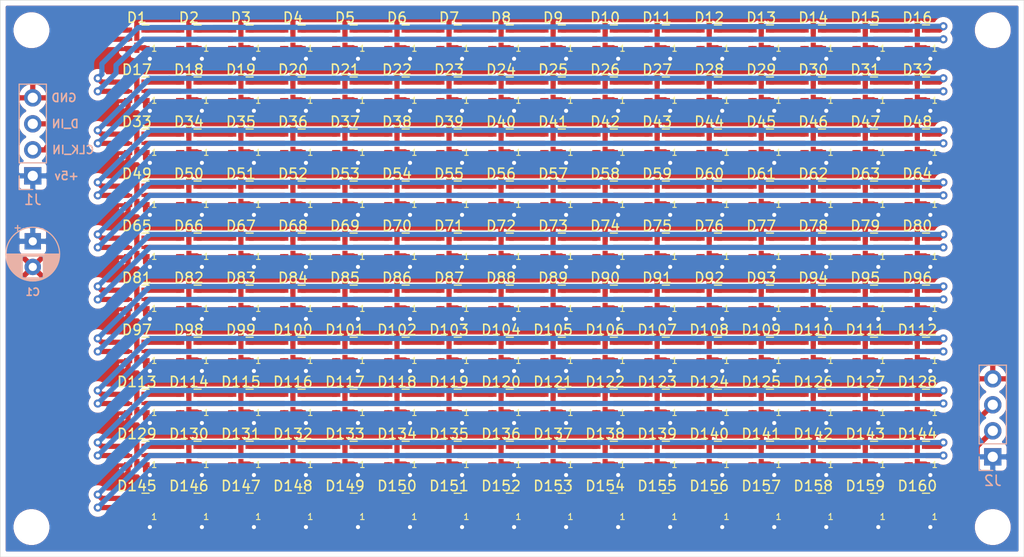
<source format=kicad_pcb>
(kicad_pcb (version 20171130) (host pcbnew "(5.1.5-0-10_14)")
  (layers (0 F.Cu signal) (31 B.Cu signal) (34 B.Paste user) (35 F.Paste user) (36 B.SilkS user) (37 F.SilkS user) (38 B.Mask user hide) (39 F.Mask user) (44 Edge.Cuts user))
  (net 0 "")
  (net 1 VDD)
  (net 2 "Net-(D1-Pad2)")
  (net 3 VSS)
  (net 4 "Net-(D145-Pad2)")
  (net 5 "Net-(D146-Pad2)")
  (net 6 "Net-(D147-Pad2)")
  (net 7 "Net-(D148-Pad2)")
  (net 8 "Net-(D149-Pad2)")
  (net 9 "Net-(D150-Pad2)")
  (net 10 "Net-(D151-Pad2)")
  (net 11 "Net-(D152-Pad2)")
  (net 12 "Net-(D10-Pad2)")
  (net 13 "Net-(D10-Pad4)")
  (net 14 "Net-(D11-Pad2)")
  (net 15 "Net-(D12-Pad2)")
  (net 16 "Net-(D13-Pad2)")
  (net 17 "Net-(D14-Pad2)")
  (net 18 "Net-(D15-Pad2)")
  (net 19 "Net-(D16-Pad2)")
  (net 20 "Net-(D159-Pad2)")
  (net 21 "Net-(D17-Pad2)")
  (net 22 "Net-(D18-Pad2)")
  (net 23 "Net-(D19-Pad2)")
  (net 24 "Net-(D20-Pad2)")
  (net 25 "Net-(D21-Pad2)")
  (net 26 "Net-(D22-Pad2)")
  (net 27 "Net-(D23-Pad2)")
  (net 28 "Net-(D24-Pad2)")
  (net 29 "Net-(D25-Pad2)")
  (net 30 "Net-(D26-Pad2)")
  (net 31 "Net-(D27-Pad2)")
  (net 32 "Net-(D28-Pad2)")
  (net 33 "Net-(D29-Pad2)")
  (net 34 "Net-(D30-Pad2)")
  (net 35 "Net-(D31-Pad2)")
  (net 36 "Net-(D32-Pad2)")
  (net 37 "Net-(D33-Pad2)")
  (net 38 "Net-(D34-Pad2)")
  (net 39 "Net-(D35-Pad2)")
  (net 40 "Net-(D36-Pad2)")
  (net 41 "Net-(D37-Pad2)")
  (net 42 "Net-(D38-Pad2)")
  (net 43 "Net-(D39-Pad2)")
  (net 44 "Net-(D40-Pad2)")
  (net 45 "Net-(D41-Pad2)")
  (net 46 "Net-(D42-Pad2)")
  (net 47 "Net-(D43-Pad2)")
  (net 48 "Net-(D44-Pad2)")
  (net 49 "Net-(D45-Pad2)")
  (net 50 "Net-(D46-Pad2)")
  (net 51 "Net-(D47-Pad2)")
  (net 52 "Net-(D48-Pad2)")
  (net 53 "Net-(D49-Pad2)")
  (net 54 "Net-(D50-Pad2)")
  (net 55 "Net-(D51-Pad2)")
  (net 56 "Net-(D52-Pad2)")
  (net 57 "Net-(D53-Pad2)")
  (net 58 "Net-(D54-Pad2)")
  (net 59 "Net-(D55-Pad2)")
  (net 60 "Net-(D56-Pad2)")
  (net 61 "Net-(D57-Pad2)")
  (net 62 "Net-(D58-Pad2)")
  (net 63 "Net-(D59-Pad2)")
  (net 64 "Net-(D60-Pad2)")
  (net 65 "Net-(D61-Pad2)")
  (net 66 "Net-(D62-Pad2)")
  (net 67 "Net-(D63-Pad2)")
  (net 68 "Net-(D64-Pad2)")
  (net 69 "Net-(D65-Pad2)")
  (net 70 "Net-(D66-Pad2)")
  (net 71 "Net-(D67-Pad2)")
  (net 72 "Net-(D68-Pad2)")
  (net 73 "Net-(D69-Pad2)")
  (net 74 "Net-(D70-Pad2)")
  (net 75 "Net-(D71-Pad2)")
  (net 76 "Net-(D72-Pad2)")
  (net 77 "Net-(D73-Pad2)")
  (net 78 "Net-(D74-Pad2)")
  (net 79 "Net-(D75-Pad2)")
  (net 80 "Net-(D76-Pad2)")
  (net 81 "Net-(D77-Pad2)")
  (net 82 "Net-(D78-Pad2)")
  (net 83 "Net-(D79-Pad2)")
  (net 84 "Net-(D80-Pad2)")
  (net 85 "Net-(D81-Pad2)")
  (net 86 "Net-(D82-Pad2)")
  (net 87 "Net-(D83-Pad2)")
  (net 88 "Net-(D100-Pad4)")
  (net 89 "Net-(D100-Pad2)")
  (net 90 "Net-(D101-Pad2)")
  (net 91 "Net-(D102-Pad2)")
  (net 92 "Net-(D103-Pad2)")
  (net 93 "Net-(D104-Pad2)")
  (net 94 "Net-(D105-Pad2)")
  (net 95 "Net-(D106-Pad2)")
  (net 96 "Net-(D107-Pad2)")
  (net 97 "Net-(D108-Pad2)")
  (net 98 "Net-(D109-Pad2)")
  (net 99 "Net-(D110-Pad2)")
  (net 100 "Net-(D111-Pad2)")
  (net 101 "Net-(D112-Pad2)")
  (net 102 "Net-(D113-Pad2)")
  (net 103 "Net-(D114-Pad2)")
  (net 104 "Net-(D115-Pad2)")
  (net 105 "Net-(D116-Pad2)")
  (net 106 "Net-(D117-Pad2)")
  (net 107 "Net-(D118-Pad2)")
  (net 108 "Net-(D119-Pad2)")
  (net 109 "Net-(D120-Pad2)")
  (net 110 "Net-(D121-Pad2)")
  (net 111 "Net-(D122-Pad2)")
  (net 112 "Net-(D123-Pad2)")
  (net 113 "Net-(D124-Pad2)")
  (net 114 "Net-(D125-Pad2)")
  (net 115 "Net-(D126-Pad2)")
  (net 116 "Net-(D127-Pad2)")
  (net 117 "Net-(D128-Pad2)")
  (net 118 "Net-(D129-Pad2)")
  (net 119 "Net-(D130-Pad2)")
  (net 120 "Net-(D131-Pad2)")
  (net 121 "Net-(D132-Pad2)")
  (net 122 "Net-(D133-Pad2)")
  (net 123 "Net-(D134-Pad2)")
  (net 124 "Net-(D135-Pad2)")
  (net 125 "Net-(D136-Pad2)")
  (net 126 "Net-(D137-Pad2)")
  (net 127 "Net-(D138-Pad2)")
  (net 128 "Net-(D139-Pad2)")
  (net 129 "Net-(D140-Pad2)")
  (net 130 "Net-(D141-Pad2)")
  (net 131 "Net-(D142-Pad2)")
  (net 132 "Net-(D143-Pad2)")
  (net 133 "Net-(D144-Pad2)")
  (net 134 "Net-(D2-Pad2)")
  (net 135 "Net-(D3-Pad2)")
  (net 136 "Net-(D4-Pad2)")
  (net 137 "Net-(D5-Pad2)")
  (net 138 "Net-(D6-Pad2)")
  (net 139 "Net-(D7-Pad2)")
  (net 140 "Net-(D8-Pad2)")
  (net 141 "Net-(D84-Pad2)")
  (net 142 "Net-(D85-Pad2)")
  (net 143 "Net-(D86-Pad2)")
  (net 144 "Net-(D87-Pad2)")
  (net 145 "Net-(D88-Pad2)")
  (net 146 "Net-(D89-Pad2)")
  (net 147 "Net-(D90-Pad2)")
  (net 148 "Net-(D91-Pad2)")
  (net 149 "Net-(D92-Pad2)")
  (net 150 "Net-(D93-Pad2)")
  (net 151 "Net-(D94-Pad2)")
  (net 152 "Net-(D95-Pad2)")
  (net 153 "Net-(D96-Pad2)")
  (net 154 "Net-(D97-Pad2)")
  (net 155 "Net-(D98-Pad2)")
  (net 156 "Net-(D153-Pad2)")
  (net 157 "Net-(D154-Pad2)")
  (net 158 "Net-(D155-Pad2)")
  (net 159 "Net-(D156-Pad2)")
  (net 160 "Net-(D157-Pad2)")
  (net 161 "Net-(D158-Pad2)")
  (net 162 DIN)
  (net 163 CIN)
  (net 164 "Net-(D1-Pad3)")
  (net 165 "Net-(D2-Pad3)")
  (net 166 "Net-(D3-Pad3)")
  (net 167 "Net-(D4-Pad3)")
  (net 168 "Net-(D5-Pad3)")
  (net 169 "Net-(D6-Pad3)")
  (net 170 "Net-(D7-Pad3)")
  (net 171 "Net-(D8-Pad3)")
  (net 172 "Net-(D10-Pad5)")
  (net 173 "Net-(D10-Pad3)")
  (net 174 "Net-(D11-Pad3)")
  (net 175 "Net-(D12-Pad3)")
  (net 176 "Net-(D13-Pad3)")
  (net 177 "Net-(D14-Pad3)")
  (net 178 "Net-(D15-Pad3)")
  (net 179 "Net-(D16-Pad3)")
  (net 180 "Net-(D17-Pad3)")
  (net 181 "Net-(D18-Pad3)")
  (net 182 "Net-(D19-Pad3)")
  (net 183 "Net-(D20-Pad3)")
  (net 184 "Net-(D21-Pad3)")
  (net 185 "Net-(D22-Pad3)")
  (net 186 "Net-(D23-Pad3)")
  (net 187 "Net-(D24-Pad3)")
  (net 188 "Net-(D25-Pad3)")
  (net 189 "Net-(D26-Pad3)")
  (net 190 "Net-(D27-Pad3)")
  (net 191 "Net-(D28-Pad3)")
  (net 192 "Net-(D29-Pad3)")
  (net 193 "Net-(D30-Pad3)")
  (net 194 "Net-(D31-Pad3)")
  (net 195 "Net-(D32-Pad3)")
  (net 196 "Net-(D33-Pad3)")
  (net 197 "Net-(D34-Pad3)")
  (net 198 "Net-(D35-Pad3)")
  (net 199 "Net-(D36-Pad3)")
  (net 200 "Net-(D37-Pad3)")
  (net 201 "Net-(D38-Pad3)")
  (net 202 "Net-(D39-Pad3)")
  (net 203 "Net-(D40-Pad3)")
  (net 204 "Net-(D41-Pad3)")
  (net 205 "Net-(D42-Pad3)")
  (net 206 "Net-(D43-Pad3)")
  (net 207 "Net-(D44-Pad3)")
  (net 208 "Net-(D45-Pad3)")
  (net 209 "Net-(D46-Pad3)")
  (net 210 "Net-(D47-Pad3)")
  (net 211 "Net-(D48-Pad3)")
  (net 212 "Net-(D49-Pad3)")
  (net 213 "Net-(D50-Pad3)")
  (net 214 "Net-(D51-Pad3)")
  (net 215 "Net-(D52-Pad3)")
  (net 216 "Net-(D53-Pad3)")
  (net 217 "Net-(D54-Pad3)")
  (net 218 "Net-(D55-Pad3)")
  (net 219 "Net-(D56-Pad3)")
  (net 220 "Net-(D57-Pad3)")
  (net 221 "Net-(D58-Pad3)")
  (net 222 "Net-(D59-Pad3)")
  (net 223 "Net-(D60-Pad3)")
  (net 224 "Net-(D61-Pad3)")
  (net 225 "Net-(D62-Pad3)")
  (net 226 "Net-(D63-Pad3)")
  (net 227 "Net-(D64-Pad3)")
  (net 228 "Net-(D65-Pad3)")
  (net 229 "Net-(D66-Pad3)")
  (net 230 "Net-(D67-Pad3)")
  (net 231 "Net-(D68-Pad3)")
  (net 232 "Net-(D69-Pad3)")
  (net 233 "Net-(D70-Pad3)")
  (net 234 "Net-(D71-Pad3)")
  (net 235 "Net-(D72-Pad3)")
  (net 236 "Net-(D73-Pad3)")
  (net 237 "Net-(D74-Pad3)")
  (net 238 "Net-(D75-Pad3)")
  (net 239 "Net-(D76-Pad3)")
  (net 240 "Net-(D77-Pad3)")
  (net 241 "Net-(D78-Pad3)")
  (net 242 "Net-(D79-Pad3)")
  (net 243 "Net-(D80-Pad3)")
  (net 244 "Net-(D81-Pad3)")
  (net 245 "Net-(D82-Pad3)")
  (net 246 "Net-(D83-Pad3)")
  (net 247 "Net-(D84-Pad3)")
  (net 248 "Net-(D85-Pad3)")
  (net 249 "Net-(D86-Pad3)")
  (net 250 "Net-(D87-Pad3)")
  (net 251 "Net-(D88-Pad3)")
  (net 252 "Net-(D89-Pad3)")
  (net 253 "Net-(D90-Pad3)")
  (net 254 "Net-(D91-Pad3)")
  (net 255 "Net-(D92-Pad3)")
  (net 256 "Net-(D93-Pad3)")
  (net 257 "Net-(D94-Pad3)")
  (net 258 "Net-(D95-Pad3)")
  (net 259 "Net-(D96-Pad3)")
  (net 260 "Net-(D97-Pad3)")
  (net 261 "Net-(D98-Pad3)")
  (net 262 "Net-(D100-Pad5)")
  (net 263 "Net-(D100-Pad3)")
  (net 264 "Net-(D101-Pad3)")
  (net 265 "Net-(D102-Pad3)")
  (net 266 "Net-(D103-Pad3)")
  (net 267 "Net-(D104-Pad3)")
  (net 268 "Net-(D105-Pad3)")
  (net 269 "Net-(D106-Pad3)")
  (net 270 "Net-(D107-Pad3)")
  (net 271 "Net-(D108-Pad3)")
  (net 272 "Net-(D109-Pad3)")
  (net 273 "Net-(D110-Pad3)")
  (net 274 "Net-(D111-Pad3)")
  (net 275 "Net-(D112-Pad3)")
  (net 276 "Net-(D113-Pad3)")
  (net 277 "Net-(D114-Pad3)")
  (net 278 "Net-(D115-Pad3)")
  (net 279 "Net-(D116-Pad3)")
  (net 280 "Net-(D117-Pad3)")
  (net 281 "Net-(D118-Pad3)")
  (net 282 "Net-(D119-Pad3)")
  (net 283 "Net-(D120-Pad3)")
  (net 284 "Net-(D121-Pad3)")
  (net 285 "Net-(D122-Pad3)")
  (net 286 "Net-(D123-Pad3)")
  (net 287 "Net-(D124-Pad3)")
  (net 288 "Net-(D125-Pad3)")
  (net 289 "Net-(D126-Pad3)")
  (net 290 "Net-(D127-Pad3)")
  (net 291 "Net-(D128-Pad3)")
  (net 292 "Net-(D129-Pad3)")
  (net 293 "Net-(D130-Pad3)")
  (net 294 "Net-(D131-Pad3)")
  (net 295 "Net-(D132-Pad3)")
  (net 296 "Net-(D133-Pad3)")
  (net 297 "Net-(D134-Pad3)")
  (net 298 "Net-(D135-Pad3)")
  (net 299 "Net-(D136-Pad3)")
  (net 300 "Net-(D137-Pad3)")
  (net 301 "Net-(D138-Pad3)")
  (net 302 "Net-(D139-Pad3)")
  (net 303 "Net-(D140-Pad3)")
  (net 304 "Net-(D141-Pad3)")
  (net 305 "Net-(D142-Pad3)")
  (net 306 "Net-(D143-Pad3)")
  (net 307 "Net-(D144-Pad3)")
  (net 308 "Net-(D145-Pad3)")
  (net 309 "Net-(D146-Pad3)")
  (net 310 "Net-(D147-Pad3)")
  (net 311 "Net-(D148-Pad3)")
  (net 312 "Net-(D149-Pad3)")
  (net 313 "Net-(D150-Pad3)")
  (net 314 "Net-(D151-Pad3)")
  (net 315 "Net-(D152-Pad3)")
  (net 316 "Net-(D153-Pad3)")
  (net 317 "Net-(D154-Pad3)")
  (net 318 "Net-(D155-Pad3)")
  (net 319 "Net-(D156-Pad3)")
  (net 320 "Net-(D157-Pad3)")
  (net 321 "Net-(D158-Pad3)")
  (net 322 "Net-(D159-Pad3)")
  (net 323 DOUT)
  (net 324 COUT)
  (module LED_SMD:LED-APA102-2020 (layer F.Cu) (at 81.28 86.741 180)
    (fp_text reference D17 (at 0 2.11) (layer F.SilkS))
    (fp_text value APA102-2020)
    (fp_text user 1 (at -1.7 -0.9) (layer F.SilkS) (effects (font (size 0.6 0.6) (thickness 0.1))))
    (pad 6 smd rect (at 0 0.59 270) (size 1.48 0.5) (layers F.Cu F.Paste F.Mask) (net 3 VSS))
    (pad 1 smd rect (at 0 -0.83 270) (size 1 0.5) (layers F.Cu F.Paste F.Mask) (net 1 VDD))
    (pad 6 smd rect (at 0.85 -0.9 180) (size 0.8 0.5) (layers F.Cu F.Paste F.Mask) (net 3 VSS))
    (pad 4 smd rect (at 0.85 0.9 180) (size 0.8 0.5) (layers F.Cu F.Paste F.Mask) (net 179 "Net-(D16-Pad3)"))
    (pad 5 smd rect (at 0.85 0 180) (size 0.8 0.3) (layers F.Cu F.Paste F.Mask) (net 19 "Net-(D16-Pad2)"))
    (pad 3 smd rect (at -0.85 0.9 180) (size 0.8 0.5) (layers F.Cu F.Paste F.Mask) (net 180 "Net-(D17-Pad3)"))
    (pad 2 smd rect (at -0.85 0 180) (size 0.8 0.3) (layers F.Cu F.Paste F.Mask) (net 21 "Net-(D17-Pad2)"))
    (pad 1 smd rect (at -0.85 -0.9 180) (size 0.8 0.5) (layers F.Cu F.Paste F.Mask) (net 1 VDD))
  )
  (module Connector_PinHeader_2.54mm:PinHeader_1x04_P2.54mm_Vertical (layer B.Cu) (at 164.846 122.428)
    (fp_text reference J2 (at 0 2.33) (layer B.SilkS) (effects (justify mirror)))
    (fp_text value PWR)
    (pad 4 thru_hole oval (at 0 -7.62) (size 1.7 1.7) (drill 1) (layers *.Cu *.Mask) (net 3 VSS))
    (pad 3 thru_hole oval (at 0 -5.08) (size 1.7 1.7) (drill 1) (layers *.Cu *.Mask) (net 323 DOUT))
    (pad 2 thru_hole oval (at 0 -2.54) (size 1.7 1.7) (drill 1) (layers *.Cu *.Mask) (net 324 COUT))
    (pad 1 thru_hole rect (at 0 0) (size 1.7 1.7) (drill 1) (layers *.Cu *.Mask) (net 1 VDD))
  )
  (module LED_SMD:LED-APA102-2020 (layer F.Cu) (at 86.36 81.661 180)
    (fp_text reference D2 (at 0 2.11) (layer F.SilkS))
    (fp_text value APA102-2020)
    (fp_text user 1 (at -1.7 -0.9) (layer F.SilkS) (effects (font (size 0.6 0.6) (thickness 0.1))))
    (pad 6 smd rect (at 0 0.59 270) (size 1.48 0.5) (layers F.Cu F.Paste F.Mask) (net 3 VSS))
    (pad 1 smd rect (at 0 -0.83 270) (size 1 0.5) (layers F.Cu F.Paste F.Mask) (net 1 VDD))
    (pad 6 smd rect (at 0.85 -0.9 180) (size 0.8 0.5) (layers F.Cu F.Paste F.Mask) (net 3 VSS))
    (pad 4 smd rect (at 0.85 0.9 180) (size 0.8 0.5) (layers F.Cu F.Paste F.Mask) (net 164 "Net-(D1-Pad3)"))
    (pad 5 smd rect (at 0.85 0 180) (size 0.8 0.3) (layers F.Cu F.Paste F.Mask) (net 2 "Net-(D1-Pad2)"))
    (pad 3 smd rect (at -0.85 0.9 180) (size 0.8 0.5) (layers F.Cu F.Paste F.Mask) (net 165 "Net-(D2-Pad3)"))
    (pad 2 smd rect (at -0.85 0 180) (size 0.8 0.3) (layers F.Cu F.Paste F.Mask) (net 134 "Net-(D2-Pad2)"))
    (pad 1 smd rect (at -0.85 -0.9 180) (size 0.8 0.5) (layers F.Cu F.Paste F.Mask) (net 1 VDD))
  )
  (module LED_SMD:LED-APA102-2020 (layer F.Cu) (at 157.48 127.381 180)
    (fp_text reference D160 (at 0 2.11) (layer F.SilkS))
    (fp_text value APA102-2020)
    (fp_text user 1 (at -1.7 -0.9) (layer F.SilkS) (effects (font (size 0.6 0.6) (thickness 0.1))))
    (pad 6 smd rect (at 0 0.59 270) (size 1.48 0.5) (layers F.Cu F.Paste F.Mask) (net 3 VSS))
    (pad 1 smd rect (at 0 -0.83 270) (size 1 0.5) (layers F.Cu F.Paste F.Mask) (net 1 VDD))
    (pad 6 smd rect (at 0.85 -0.9 180) (size 0.8 0.5) (layers F.Cu F.Paste F.Mask) (net 3 VSS))
    (pad 4 smd rect (at 0.85 0.9 180) (size 0.8 0.5) (layers F.Cu F.Paste F.Mask) (net 322 "Net-(D159-Pad3)"))
    (pad 5 smd rect (at 0.85 0 180) (size 0.8 0.3) (layers F.Cu F.Paste F.Mask) (net 20 "Net-(D159-Pad2)"))
    (pad 3 smd rect (at -0.85 0.9 180) (size 0.8 0.5) (layers F.Cu F.Paste F.Mask) (net 323 DOUT))
    (pad 2 smd rect (at -0.85 0 180) (size 0.8 0.3) (layers F.Cu F.Paste F.Mask) (net 324 COUT))
    (pad 1 smd rect (at -0.85 -0.9 180) (size 0.8 0.5) (layers F.Cu F.Paste F.Mask) (net 1 VDD))
  )
  (module LED_SMD:LED-APA102-2020 (layer F.Cu) (at 152.4 127.381 180)
    (fp_text reference D159 (at 0 2.11) (layer F.SilkS))
    (fp_text value APA102-2020)
    (fp_text user 1 (at -1.7 -0.9) (layer F.SilkS) (effects (font (size 0.6 0.6) (thickness 0.1))))
    (pad 6 smd rect (at 0 0.59 270) (size 1.48 0.5) (layers F.Cu F.Paste F.Mask) (net 3 VSS))
    (pad 1 smd rect (at 0 -0.83 270) (size 1 0.5) (layers F.Cu F.Paste F.Mask) (net 1 VDD))
    (pad 6 smd rect (at 0.85 -0.9 180) (size 0.8 0.5) (layers F.Cu F.Paste F.Mask) (net 3 VSS))
    (pad 4 smd rect (at 0.85 0.9 180) (size 0.8 0.5) (layers F.Cu F.Paste F.Mask) (net 321 "Net-(D158-Pad3)"))
    (pad 5 smd rect (at 0.85 0 180) (size 0.8 0.3) (layers F.Cu F.Paste F.Mask) (net 161 "Net-(D158-Pad2)"))
    (pad 3 smd rect (at -0.85 0.9 180) (size 0.8 0.5) (layers F.Cu F.Paste F.Mask) (net 322 "Net-(D159-Pad3)"))
    (pad 2 smd rect (at -0.85 0 180) (size 0.8 0.3) (layers F.Cu F.Paste F.Mask) (net 20 "Net-(D159-Pad2)"))
    (pad 1 smd rect (at -0.85 -0.9 180) (size 0.8 0.5) (layers F.Cu F.Paste F.Mask) (net 1 VDD))
  )
  (module LED_SMD:LED-APA102-2020 (layer F.Cu) (at 147.32 127.381 180)
    (fp_text reference D158 (at 0 2.11) (layer F.SilkS))
    (fp_text value APA102-2020)
    (fp_text user 1 (at -1.7 -0.9) (layer F.SilkS) (effects (font (size 0.6 0.6) (thickness 0.1))))
    (pad 6 smd rect (at 0 0.59 270) (size 1.48 0.5) (layers F.Cu F.Paste F.Mask) (net 3 VSS))
    (pad 1 smd rect (at 0 -0.83 270) (size 1 0.5) (layers F.Cu F.Paste F.Mask) (net 1 VDD))
    (pad 6 smd rect (at 0.85 -0.9 180) (size 0.8 0.5) (layers F.Cu F.Paste F.Mask) (net 3 VSS))
    (pad 4 smd rect (at 0.85 0.9 180) (size 0.8 0.5) (layers F.Cu F.Paste F.Mask) (net 320 "Net-(D157-Pad3)"))
    (pad 5 smd rect (at 0.85 0 180) (size 0.8 0.3) (layers F.Cu F.Paste F.Mask) (net 160 "Net-(D157-Pad2)"))
    (pad 3 smd rect (at -0.85 0.9 180) (size 0.8 0.5) (layers F.Cu F.Paste F.Mask) (net 321 "Net-(D158-Pad3)"))
    (pad 2 smd rect (at -0.85 0 180) (size 0.8 0.3) (layers F.Cu F.Paste F.Mask) (net 161 "Net-(D158-Pad2)"))
    (pad 1 smd rect (at -0.85 -0.9 180) (size 0.8 0.5) (layers F.Cu F.Paste F.Mask) (net 1 VDD))
  )
  (module LED_SMD:LED-APA102-2020 (layer F.Cu) (at 142.24 127.381 180)
    (fp_text reference D157 (at 0 2.11) (layer F.SilkS))
    (fp_text value APA102-2020)
    (fp_text user 1 (at -1.7 -0.9) (layer F.SilkS) (effects (font (size 0.6 0.6) (thickness 0.1))))
    (pad 6 smd rect (at 0 0.59 270) (size 1.48 0.5) (layers F.Cu F.Paste F.Mask) (net 3 VSS))
    (pad 1 smd rect (at 0 -0.83 270) (size 1 0.5) (layers F.Cu F.Paste F.Mask) (net 1 VDD))
    (pad 6 smd rect (at 0.85 -0.9 180) (size 0.8 0.5) (layers F.Cu F.Paste F.Mask) (net 3 VSS))
    (pad 4 smd rect (at 0.85 0.9 180) (size 0.8 0.5) (layers F.Cu F.Paste F.Mask) (net 319 "Net-(D156-Pad3)"))
    (pad 5 smd rect (at 0.85 0 180) (size 0.8 0.3) (layers F.Cu F.Paste F.Mask) (net 159 "Net-(D156-Pad2)"))
    (pad 3 smd rect (at -0.85 0.9 180) (size 0.8 0.5) (layers F.Cu F.Paste F.Mask) (net 320 "Net-(D157-Pad3)"))
    (pad 2 smd rect (at -0.85 0 180) (size 0.8 0.3) (layers F.Cu F.Paste F.Mask) (net 160 "Net-(D157-Pad2)"))
    (pad 1 smd rect (at -0.85 -0.9 180) (size 0.8 0.5) (layers F.Cu F.Paste F.Mask) (net 1 VDD))
  )
  (module LED_SMD:LED-APA102-2020 (layer F.Cu) (at 137.16 127.381 180)
    (fp_text reference D156 (at 0 2.11) (layer F.SilkS))
    (fp_text value APA102-2020)
    (fp_text user 1 (at -1.7 -0.9) (layer F.SilkS) (effects (font (size 0.6 0.6) (thickness 0.1))))
    (pad 6 smd rect (at 0 0.59 270) (size 1.48 0.5) (layers F.Cu F.Paste F.Mask) (net 3 VSS))
    (pad 1 smd rect (at 0 -0.83 270) (size 1 0.5) (layers F.Cu F.Paste F.Mask) (net 1 VDD))
    (pad 6 smd rect (at 0.85 -0.9 180) (size 0.8 0.5) (layers F.Cu F.Paste F.Mask) (net 3 VSS))
    (pad 4 smd rect (at 0.85 0.9 180) (size 0.8 0.5) (layers F.Cu F.Paste F.Mask) (net 318 "Net-(D155-Pad3)"))
    (pad 5 smd rect (at 0.85 0 180) (size 0.8 0.3) (layers F.Cu F.Paste F.Mask) (net 158 "Net-(D155-Pad2)"))
    (pad 3 smd rect (at -0.85 0.9 180) (size 0.8 0.5) (layers F.Cu F.Paste F.Mask) (net 319 "Net-(D156-Pad3)"))
    (pad 2 smd rect (at -0.85 0 180) (size 0.8 0.3) (layers F.Cu F.Paste F.Mask) (net 159 "Net-(D156-Pad2)"))
    (pad 1 smd rect (at -0.85 -0.9 180) (size 0.8 0.5) (layers F.Cu F.Paste F.Mask) (net 1 VDD))
  )
  (module LED_SMD:LED-APA102-2020 (layer F.Cu) (at 132.08 127.381 180)
    (fp_text reference D155 (at 0 2.11) (layer F.SilkS))
    (fp_text value APA102-2020)
    (fp_text user 1 (at -1.7 -0.9) (layer F.SilkS) (effects (font (size 0.6 0.6) (thickness 0.1))))
    (pad 6 smd rect (at 0 0.59 270) (size 1.48 0.5) (layers F.Cu F.Paste F.Mask) (net 3 VSS))
    (pad 1 smd rect (at 0 -0.83 270) (size 1 0.5) (layers F.Cu F.Paste F.Mask) (net 1 VDD))
    (pad 6 smd rect (at 0.85 -0.9 180) (size 0.8 0.5) (layers F.Cu F.Paste F.Mask) (net 3 VSS))
    (pad 4 smd rect (at 0.85 0.9 180) (size 0.8 0.5) (layers F.Cu F.Paste F.Mask) (net 317 "Net-(D154-Pad3)"))
    (pad 5 smd rect (at 0.85 0 180) (size 0.8 0.3) (layers F.Cu F.Paste F.Mask) (net 157 "Net-(D154-Pad2)"))
    (pad 3 smd rect (at -0.85 0.9 180) (size 0.8 0.5) (layers F.Cu F.Paste F.Mask) (net 318 "Net-(D155-Pad3)"))
    (pad 2 smd rect (at -0.85 0 180) (size 0.8 0.3) (layers F.Cu F.Paste F.Mask) (net 158 "Net-(D155-Pad2)"))
    (pad 1 smd rect (at -0.85 -0.9 180) (size 0.8 0.5) (layers F.Cu F.Paste F.Mask) (net 1 VDD))
  )
  (module LED_SMD:LED-APA102-2020 (layer F.Cu) (at 127 127.381 180)
    (fp_text reference D154 (at 0 2.11) (layer F.SilkS))
    (fp_text value APA102-2020)
    (fp_text user 1 (at -1.7 -0.9) (layer F.SilkS) (effects (font (size 0.6 0.6) (thickness 0.1))))
    (pad 6 smd rect (at 0 0.59 270) (size 1.48 0.5) (layers F.Cu F.Paste F.Mask) (net 3 VSS))
    (pad 1 smd rect (at 0 -0.83 270) (size 1 0.5) (layers F.Cu F.Paste F.Mask) (net 1 VDD))
    (pad 6 smd rect (at 0.85 -0.9 180) (size 0.8 0.5) (layers F.Cu F.Paste F.Mask) (net 3 VSS))
    (pad 4 smd rect (at 0.85 0.9 180) (size 0.8 0.5) (layers F.Cu F.Paste F.Mask) (net 316 "Net-(D153-Pad3)"))
    (pad 5 smd rect (at 0.85 0 180) (size 0.8 0.3) (layers F.Cu F.Paste F.Mask) (net 156 "Net-(D153-Pad2)"))
    (pad 3 smd rect (at -0.85 0.9 180) (size 0.8 0.5) (layers F.Cu F.Paste F.Mask) (net 317 "Net-(D154-Pad3)"))
    (pad 2 smd rect (at -0.85 0 180) (size 0.8 0.3) (layers F.Cu F.Paste F.Mask) (net 157 "Net-(D154-Pad2)"))
    (pad 1 smd rect (at -0.85 -0.9 180) (size 0.8 0.5) (layers F.Cu F.Paste F.Mask) (net 1 VDD))
  )
  (module LED_SMD:LED-APA102-2020 (layer F.Cu) (at 121.92 127.381 180)
    (fp_text reference D153 (at 0 2.11) (layer F.SilkS))
    (fp_text value APA102-2020)
    (fp_text user 1 (at -1.7 -0.9) (layer F.SilkS) (effects (font (size 0.6 0.6) (thickness 0.1))))
    (pad 6 smd rect (at 0 0.59 270) (size 1.48 0.5) (layers F.Cu F.Paste F.Mask) (net 3 VSS))
    (pad 1 smd rect (at 0 -0.83 270) (size 1 0.5) (layers F.Cu F.Paste F.Mask) (net 1 VDD))
    (pad 6 smd rect (at 0.85 -0.9 180) (size 0.8 0.5) (layers F.Cu F.Paste F.Mask) (net 3 VSS))
    (pad 4 smd rect (at 0.85 0.9 180) (size 0.8 0.5) (layers F.Cu F.Paste F.Mask) (net 315 "Net-(D152-Pad3)"))
    (pad 5 smd rect (at 0.85 0 180) (size 0.8 0.3) (layers F.Cu F.Paste F.Mask) (net 11 "Net-(D152-Pad2)"))
    (pad 3 smd rect (at -0.85 0.9 180) (size 0.8 0.5) (layers F.Cu F.Paste F.Mask) (net 316 "Net-(D153-Pad3)"))
    (pad 2 smd rect (at -0.85 0 180) (size 0.8 0.3) (layers F.Cu F.Paste F.Mask) (net 156 "Net-(D153-Pad2)"))
    (pad 1 smd rect (at -0.85 -0.9 180) (size 0.8 0.5) (layers F.Cu F.Paste F.Mask) (net 1 VDD))
  )
  (module LED_SMD:LED-APA102-2020 (layer F.Cu) (at 116.84 127.381 180)
    (fp_text reference D152 (at 0 2.11) (layer F.SilkS))
    (fp_text value APA102-2020)
    (fp_text user 1 (at -1.7 -0.9) (layer F.SilkS) (effects (font (size 0.6 0.6) (thickness 0.1))))
    (pad 6 smd rect (at 0 0.59 270) (size 1.48 0.5) (layers F.Cu F.Paste F.Mask) (net 3 VSS))
    (pad 1 smd rect (at 0 -0.83 270) (size 1 0.5) (layers F.Cu F.Paste F.Mask) (net 1 VDD))
    (pad 6 smd rect (at 0.85 -0.9 180) (size 0.8 0.5) (layers F.Cu F.Paste F.Mask) (net 3 VSS))
    (pad 4 smd rect (at 0.85 0.9 180) (size 0.8 0.5) (layers F.Cu F.Paste F.Mask) (net 314 "Net-(D151-Pad3)"))
    (pad 5 smd rect (at 0.85 0 180) (size 0.8 0.3) (layers F.Cu F.Paste F.Mask) (net 10 "Net-(D151-Pad2)"))
    (pad 3 smd rect (at -0.85 0.9 180) (size 0.8 0.5) (layers F.Cu F.Paste F.Mask) (net 315 "Net-(D152-Pad3)"))
    (pad 2 smd rect (at -0.85 0 180) (size 0.8 0.3) (layers F.Cu F.Paste F.Mask) (net 11 "Net-(D152-Pad2)"))
    (pad 1 smd rect (at -0.85 -0.9 180) (size 0.8 0.5) (layers F.Cu F.Paste F.Mask) (net 1 VDD))
  )
  (module LED_SMD:LED-APA102-2020 (layer F.Cu) (at 111.76 127.381 180)
    (fp_text reference D151 (at 0 2.11) (layer F.SilkS))
    (fp_text value APA102-2020)
    (fp_text user 1 (at -1.7 -0.9) (layer F.SilkS) (effects (font (size 0.6 0.6) (thickness 0.1))))
    (pad 6 smd rect (at 0 0.59 270) (size 1.48 0.5) (layers F.Cu F.Paste F.Mask) (net 3 VSS))
    (pad 1 smd rect (at 0 -0.83 270) (size 1 0.5) (layers F.Cu F.Paste F.Mask) (net 1 VDD))
    (pad 6 smd rect (at 0.85 -0.9 180) (size 0.8 0.5) (layers F.Cu F.Paste F.Mask) (net 3 VSS))
    (pad 4 smd rect (at 0.85 0.9 180) (size 0.8 0.5) (layers F.Cu F.Paste F.Mask) (net 313 "Net-(D150-Pad3)"))
    (pad 5 smd rect (at 0.85 0 180) (size 0.8 0.3) (layers F.Cu F.Paste F.Mask) (net 9 "Net-(D150-Pad2)"))
    (pad 3 smd rect (at -0.85 0.9 180) (size 0.8 0.5) (layers F.Cu F.Paste F.Mask) (net 314 "Net-(D151-Pad3)"))
    (pad 2 smd rect (at -0.85 0 180) (size 0.8 0.3) (layers F.Cu F.Paste F.Mask) (net 10 "Net-(D151-Pad2)"))
    (pad 1 smd rect (at -0.85 -0.9 180) (size 0.8 0.5) (layers F.Cu F.Paste F.Mask) (net 1 VDD))
  )
  (module LED_SMD:LED-APA102-2020 (layer F.Cu) (at 106.68 127.381 180)
    (fp_text reference D150 (at 0 2.11) (layer F.SilkS))
    (fp_text value APA102-2020)
    (fp_text user 1 (at -1.7 -0.9) (layer F.SilkS) (effects (font (size 0.6 0.6) (thickness 0.1))))
    (pad 6 smd rect (at 0 0.59 270) (size 1.48 0.5) (layers F.Cu F.Paste F.Mask) (net 3 VSS))
    (pad 1 smd rect (at 0 -0.83 270) (size 1 0.5) (layers F.Cu F.Paste F.Mask) (net 1 VDD))
    (pad 6 smd rect (at 0.85 -0.9 180) (size 0.8 0.5) (layers F.Cu F.Paste F.Mask) (net 3 VSS))
    (pad 4 smd rect (at 0.85 0.9 180) (size 0.8 0.5) (layers F.Cu F.Paste F.Mask) (net 312 "Net-(D149-Pad3)"))
    (pad 5 smd rect (at 0.85 0 180) (size 0.8 0.3) (layers F.Cu F.Paste F.Mask) (net 8 "Net-(D149-Pad2)"))
    (pad 3 smd rect (at -0.85 0.9 180) (size 0.8 0.5) (layers F.Cu F.Paste F.Mask) (net 313 "Net-(D150-Pad3)"))
    (pad 2 smd rect (at -0.85 0 180) (size 0.8 0.3) (layers F.Cu F.Paste F.Mask) (net 9 "Net-(D150-Pad2)"))
    (pad 1 smd rect (at -0.85 -0.9 180) (size 0.8 0.5) (layers F.Cu F.Paste F.Mask) (net 1 VDD))
  )
  (module LED_SMD:LED-APA102-2020 (layer F.Cu) (at 101.6 127.381 180)
    (fp_text reference D149 (at 0 2.11) (layer F.SilkS))
    (fp_text value APA102-2020)
    (fp_text user 1 (at -1.7 -0.9) (layer F.SilkS) (effects (font (size 0.6 0.6) (thickness 0.1))))
    (pad 6 smd rect (at 0 0.59 270) (size 1.48 0.5) (layers F.Cu F.Paste F.Mask) (net 3 VSS))
    (pad 1 smd rect (at 0 -0.83 270) (size 1 0.5) (layers F.Cu F.Paste F.Mask) (net 1 VDD))
    (pad 6 smd rect (at 0.85 -0.9 180) (size 0.8 0.5) (layers F.Cu F.Paste F.Mask) (net 3 VSS))
    (pad 4 smd rect (at 0.85 0.9 180) (size 0.8 0.5) (layers F.Cu F.Paste F.Mask) (net 311 "Net-(D148-Pad3)"))
    (pad 5 smd rect (at 0.85 0 180) (size 0.8 0.3) (layers F.Cu F.Paste F.Mask) (net 7 "Net-(D148-Pad2)"))
    (pad 3 smd rect (at -0.85 0.9 180) (size 0.8 0.5) (layers F.Cu F.Paste F.Mask) (net 312 "Net-(D149-Pad3)"))
    (pad 2 smd rect (at -0.85 0 180) (size 0.8 0.3) (layers F.Cu F.Paste F.Mask) (net 8 "Net-(D149-Pad2)"))
    (pad 1 smd rect (at -0.85 -0.9 180) (size 0.8 0.5) (layers F.Cu F.Paste F.Mask) (net 1 VDD))
  )
  (module LED_SMD:LED-APA102-2020 (layer F.Cu) (at 96.52 127.381 180)
    (fp_text reference D148 (at 0 2.11) (layer F.SilkS))
    (fp_text value APA102-2020)
    (fp_text user 1 (at -1.7 -0.9) (layer F.SilkS) (effects (font (size 0.6 0.6) (thickness 0.1))))
    (pad 6 smd rect (at 0 0.59 270) (size 1.48 0.5) (layers F.Cu F.Paste F.Mask) (net 3 VSS))
    (pad 1 smd rect (at 0 -0.83 270) (size 1 0.5) (layers F.Cu F.Paste F.Mask) (net 1 VDD))
    (pad 6 smd rect (at 0.85 -0.9 180) (size 0.8 0.5) (layers F.Cu F.Paste F.Mask) (net 3 VSS))
    (pad 4 smd rect (at 0.85 0.9 180) (size 0.8 0.5) (layers F.Cu F.Paste F.Mask) (net 310 "Net-(D147-Pad3)"))
    (pad 5 smd rect (at 0.85 0 180) (size 0.8 0.3) (layers F.Cu F.Paste F.Mask) (net 6 "Net-(D147-Pad2)"))
    (pad 3 smd rect (at -0.85 0.9 180) (size 0.8 0.5) (layers F.Cu F.Paste F.Mask) (net 311 "Net-(D148-Pad3)"))
    (pad 2 smd rect (at -0.85 0 180) (size 0.8 0.3) (layers F.Cu F.Paste F.Mask) (net 7 "Net-(D148-Pad2)"))
    (pad 1 smd rect (at -0.85 -0.9 180) (size 0.8 0.5) (layers F.Cu F.Paste F.Mask) (net 1 VDD))
  )
  (module LED_SMD:LED-APA102-2020 (layer F.Cu) (at 91.44 127.381 180)
    (fp_text reference D147 (at 0 2.11) (layer F.SilkS))
    (fp_text value APA102-2020)
    (fp_text user 1 (at -1.7 -0.9) (layer F.SilkS) (effects (font (size 0.6 0.6) (thickness 0.1))))
    (pad 6 smd rect (at 0 0.59 270) (size 1.48 0.5) (layers F.Cu F.Paste F.Mask) (net 3 VSS))
    (pad 1 smd rect (at 0 -0.83 270) (size 1 0.5) (layers F.Cu F.Paste F.Mask) (net 1 VDD))
    (pad 6 smd rect (at 0.85 -0.9 180) (size 0.8 0.5) (layers F.Cu F.Paste F.Mask) (net 3 VSS))
    (pad 4 smd rect (at 0.85 0.9 180) (size 0.8 0.5) (layers F.Cu F.Paste F.Mask) (net 309 "Net-(D146-Pad3)"))
    (pad 5 smd rect (at 0.85 0 180) (size 0.8 0.3) (layers F.Cu F.Paste F.Mask) (net 5 "Net-(D146-Pad2)"))
    (pad 3 smd rect (at -0.85 0.9 180) (size 0.8 0.5) (layers F.Cu F.Paste F.Mask) (net 310 "Net-(D147-Pad3)"))
    (pad 2 smd rect (at -0.85 0 180) (size 0.8 0.3) (layers F.Cu F.Paste F.Mask) (net 6 "Net-(D147-Pad2)"))
    (pad 1 smd rect (at -0.85 -0.9 180) (size 0.8 0.5) (layers F.Cu F.Paste F.Mask) (net 1 VDD))
  )
  (module LED_SMD:LED-APA102-2020 (layer F.Cu) (at 86.36 127.381 180)
    (fp_text reference D146 (at 0 2.11) (layer F.SilkS))
    (fp_text value APA102-2020)
    (fp_text user 1 (at -1.7 -0.9) (layer F.SilkS) (effects (font (size 0.6 0.6) (thickness 0.1))))
    (pad 6 smd rect (at 0 0.59 270) (size 1.48 0.5) (layers F.Cu F.Paste F.Mask) (net 3 VSS))
    (pad 1 smd rect (at 0 -0.83 270) (size 1 0.5) (layers F.Cu F.Paste F.Mask) (net 1 VDD))
    (pad 6 smd rect (at 0.85 -0.9 180) (size 0.8 0.5) (layers F.Cu F.Paste F.Mask) (net 3 VSS))
    (pad 4 smd rect (at 0.85 0.9 180) (size 0.8 0.5) (layers F.Cu F.Paste F.Mask) (net 308 "Net-(D145-Pad3)"))
    (pad 5 smd rect (at 0.85 0 180) (size 0.8 0.3) (layers F.Cu F.Paste F.Mask) (net 4 "Net-(D145-Pad2)"))
    (pad 3 smd rect (at -0.85 0.9 180) (size 0.8 0.5) (layers F.Cu F.Paste F.Mask) (net 309 "Net-(D146-Pad3)"))
    (pad 2 smd rect (at -0.85 0 180) (size 0.8 0.3) (layers F.Cu F.Paste F.Mask) (net 5 "Net-(D146-Pad2)"))
    (pad 1 smd rect (at -0.85 -0.9 180) (size 0.8 0.5) (layers F.Cu F.Paste F.Mask) (net 1 VDD))
  )
  (module LED_SMD:LED-APA102-2020 (layer F.Cu) (at 81.28 127.381 180)
    (fp_text reference D145 (at 0 2.11) (layer F.SilkS))
    (fp_text value APA102-2020)
    (fp_text user 1 (at -1.7 -0.9) (layer F.SilkS) (effects (font (size 0.6 0.6) (thickness 0.1))))
    (pad 6 smd rect (at 0 0.59 270) (size 1.48 0.5) (layers F.Cu F.Paste F.Mask) (net 3 VSS))
    (pad 1 smd rect (at 0 -0.83 270) (size 1 0.5) (layers F.Cu F.Paste F.Mask) (net 1 VDD))
    (pad 6 smd rect (at 0.85 -0.9 180) (size 0.8 0.5) (layers F.Cu F.Paste F.Mask) (net 3 VSS))
    (pad 4 smd rect (at 0.85 0.9 180) (size 0.8 0.5) (layers F.Cu F.Paste F.Mask) (net 307 "Net-(D144-Pad3)"))
    (pad 5 smd rect (at 0.85 0 180) (size 0.8 0.3) (layers F.Cu F.Paste F.Mask) (net 133 "Net-(D144-Pad2)"))
    (pad 3 smd rect (at -0.85 0.9 180) (size 0.8 0.5) (layers F.Cu F.Paste F.Mask) (net 308 "Net-(D145-Pad3)"))
    (pad 2 smd rect (at -0.85 0 180) (size 0.8 0.3) (layers F.Cu F.Paste F.Mask) (net 4 "Net-(D145-Pad2)"))
    (pad 1 smd rect (at -0.85 -0.9 180) (size 0.8 0.5) (layers F.Cu F.Paste F.Mask) (net 1 VDD))
  )
  (module LED_SMD:LED-APA102-2020 (layer F.Cu) (at 157.48 122.301 180)
    (fp_text reference D144 (at 0 2.11) (layer F.SilkS))
    (fp_text value APA102-2020)
    (fp_text user 1 (at -1.7 -0.9) (layer F.SilkS) (effects (font (size 0.6 0.6) (thickness 0.1))))
    (pad 6 smd rect (at 0 0.59 270) (size 1.48 0.5) (layers F.Cu F.Paste F.Mask) (net 3 VSS))
    (pad 1 smd rect (at 0 -0.83 270) (size 1 0.5) (layers F.Cu F.Paste F.Mask) (net 1 VDD))
    (pad 6 smd rect (at 0.85 -0.9 180) (size 0.8 0.5) (layers F.Cu F.Paste F.Mask) (net 3 VSS))
    (pad 4 smd rect (at 0.85 0.9 180) (size 0.8 0.5) (layers F.Cu F.Paste F.Mask) (net 306 "Net-(D143-Pad3)"))
    (pad 5 smd rect (at 0.85 0 180) (size 0.8 0.3) (layers F.Cu F.Paste F.Mask) (net 132 "Net-(D143-Pad2)"))
    (pad 3 smd rect (at -0.85 0.9 180) (size 0.8 0.5) (layers F.Cu F.Paste F.Mask) (net 307 "Net-(D144-Pad3)"))
    (pad 2 smd rect (at -0.85 0 180) (size 0.8 0.3) (layers F.Cu F.Paste F.Mask) (net 133 "Net-(D144-Pad2)"))
    (pad 1 smd rect (at -0.85 -0.9 180) (size 0.8 0.5) (layers F.Cu F.Paste F.Mask) (net 1 VDD))
  )
  (module LED_SMD:LED-APA102-2020 (layer F.Cu) (at 152.4 122.301 180)
    (fp_text reference D143 (at 0 2.11) (layer F.SilkS))
    (fp_text value APA102-2020)
    (fp_text user 1 (at -1.7 -0.9) (layer F.SilkS) (effects (font (size 0.6 0.6) (thickness 0.1))))
    (pad 6 smd rect (at 0 0.59 270) (size 1.48 0.5) (layers F.Cu F.Paste F.Mask) (net 3 VSS))
    (pad 1 smd rect (at 0 -0.83 270) (size 1 0.5) (layers F.Cu F.Paste F.Mask) (net 1 VDD))
    (pad 6 smd rect (at 0.85 -0.9 180) (size 0.8 0.5) (layers F.Cu F.Paste F.Mask) (net 3 VSS))
    (pad 4 smd rect (at 0.85 0.9 180) (size 0.8 0.5) (layers F.Cu F.Paste F.Mask) (net 305 "Net-(D142-Pad3)"))
    (pad 5 smd rect (at 0.85 0 180) (size 0.8 0.3) (layers F.Cu F.Paste F.Mask) (net 131 "Net-(D142-Pad2)"))
    (pad 3 smd rect (at -0.85 0.9 180) (size 0.8 0.5) (layers F.Cu F.Paste F.Mask) (net 306 "Net-(D143-Pad3)"))
    (pad 2 smd rect (at -0.85 0 180) (size 0.8 0.3) (layers F.Cu F.Paste F.Mask) (net 132 "Net-(D143-Pad2)"))
    (pad 1 smd rect (at -0.85 -0.9 180) (size 0.8 0.5) (layers F.Cu F.Paste F.Mask) (net 1 VDD))
  )
  (module LED_SMD:LED-APA102-2020 (layer F.Cu) (at 147.32 122.301 180)
    (fp_text reference D142 (at 0 2.11) (layer F.SilkS))
    (fp_text value APA102-2020)
    (fp_text user 1 (at -1.7 -0.9) (layer F.SilkS) (effects (font (size 0.6 0.6) (thickness 0.1))))
    (pad 6 smd rect (at 0 0.59 270) (size 1.48 0.5) (layers F.Cu F.Paste F.Mask) (net 3 VSS))
    (pad 1 smd rect (at 0 -0.83 270) (size 1 0.5) (layers F.Cu F.Paste F.Mask) (net 1 VDD))
    (pad 6 smd rect (at 0.85 -0.9 180) (size 0.8 0.5) (layers F.Cu F.Paste F.Mask) (net 3 VSS))
    (pad 4 smd rect (at 0.85 0.9 180) (size 0.8 0.5) (layers F.Cu F.Paste F.Mask) (net 304 "Net-(D141-Pad3)"))
    (pad 5 smd rect (at 0.85 0 180) (size 0.8 0.3) (layers F.Cu F.Paste F.Mask) (net 130 "Net-(D141-Pad2)"))
    (pad 3 smd rect (at -0.85 0.9 180) (size 0.8 0.5) (layers F.Cu F.Paste F.Mask) (net 305 "Net-(D142-Pad3)"))
    (pad 2 smd rect (at -0.85 0 180) (size 0.8 0.3) (layers F.Cu F.Paste F.Mask) (net 131 "Net-(D142-Pad2)"))
    (pad 1 smd rect (at -0.85 -0.9 180) (size 0.8 0.5) (layers F.Cu F.Paste F.Mask) (net 1 VDD))
  )
  (module LED_SMD:LED-APA102-2020 (layer F.Cu) (at 142.24 122.301 180)
    (fp_text reference D141 (at 0 2.11) (layer F.SilkS))
    (fp_text value APA102-2020)
    (fp_text user 1 (at -1.7 -0.9) (layer F.SilkS) (effects (font (size 0.6 0.6) (thickness 0.1))))
    (pad 6 smd rect (at 0 0.59 270) (size 1.48 0.5) (layers F.Cu F.Paste F.Mask) (net 3 VSS))
    (pad 1 smd rect (at 0 -0.83 270) (size 1 0.5) (layers F.Cu F.Paste F.Mask) (net 1 VDD))
    (pad 6 smd rect (at 0.85 -0.9 180) (size 0.8 0.5) (layers F.Cu F.Paste F.Mask) (net 3 VSS))
    (pad 4 smd rect (at 0.85 0.9 180) (size 0.8 0.5) (layers F.Cu F.Paste F.Mask) (net 303 "Net-(D140-Pad3)"))
    (pad 5 smd rect (at 0.85 0 180) (size 0.8 0.3) (layers F.Cu F.Paste F.Mask) (net 129 "Net-(D140-Pad2)"))
    (pad 3 smd rect (at -0.85 0.9 180) (size 0.8 0.5) (layers F.Cu F.Paste F.Mask) (net 304 "Net-(D141-Pad3)"))
    (pad 2 smd rect (at -0.85 0 180) (size 0.8 0.3) (layers F.Cu F.Paste F.Mask) (net 130 "Net-(D141-Pad2)"))
    (pad 1 smd rect (at -0.85 -0.9 180) (size 0.8 0.5) (layers F.Cu F.Paste F.Mask) (net 1 VDD))
  )
  (module LED_SMD:LED-APA102-2020 (layer F.Cu) (at 137.16 122.301 180)
    (fp_text reference D140 (at 0 2.11) (layer F.SilkS))
    (fp_text value APA102-2020)
    (fp_text user 1 (at -1.7 -0.9) (layer F.SilkS) (effects (font (size 0.6 0.6) (thickness 0.1))))
    (pad 6 smd rect (at 0 0.59 270) (size 1.48 0.5) (layers F.Cu F.Paste F.Mask) (net 3 VSS))
    (pad 1 smd rect (at 0 -0.83 270) (size 1 0.5) (layers F.Cu F.Paste F.Mask) (net 1 VDD))
    (pad 6 smd rect (at 0.85 -0.9 180) (size 0.8 0.5) (layers F.Cu F.Paste F.Mask) (net 3 VSS))
    (pad 4 smd rect (at 0.85 0.9 180) (size 0.8 0.5) (layers F.Cu F.Paste F.Mask) (net 302 "Net-(D139-Pad3)"))
    (pad 5 smd rect (at 0.85 0 180) (size 0.8 0.3) (layers F.Cu F.Paste F.Mask) (net 128 "Net-(D139-Pad2)"))
    (pad 3 smd rect (at -0.85 0.9 180) (size 0.8 0.5) (layers F.Cu F.Paste F.Mask) (net 303 "Net-(D140-Pad3)"))
    (pad 2 smd rect (at -0.85 0 180) (size 0.8 0.3) (layers F.Cu F.Paste F.Mask) (net 129 "Net-(D140-Pad2)"))
    (pad 1 smd rect (at -0.85 -0.9 180) (size 0.8 0.5) (layers F.Cu F.Paste F.Mask) (net 1 VDD))
  )
  (module LED_SMD:LED-APA102-2020 (layer F.Cu) (at 132.08 122.301 180)
    (fp_text reference D139 (at 0 2.11) (layer F.SilkS))
    (fp_text value APA102-2020)
    (fp_text user 1 (at -1.7 -0.9) (layer F.SilkS) (effects (font (size 0.6 0.6) (thickness 0.1))))
    (pad 6 smd rect (at 0 0.59 270) (size 1.48 0.5) (layers F.Cu F.Paste F.Mask) (net 3 VSS))
    (pad 1 smd rect (at 0 -0.83 270) (size 1 0.5) (layers F.Cu F.Paste F.Mask) (net 1 VDD))
    (pad 6 smd rect (at 0.85 -0.9 180) (size 0.8 0.5) (layers F.Cu F.Paste F.Mask) (net 3 VSS))
    (pad 4 smd rect (at 0.85 0.9 180) (size 0.8 0.5) (layers F.Cu F.Paste F.Mask) (net 301 "Net-(D138-Pad3)"))
    (pad 5 smd rect (at 0.85 0 180) (size 0.8 0.3) (layers F.Cu F.Paste F.Mask) (net 127 "Net-(D138-Pad2)"))
    (pad 3 smd rect (at -0.85 0.9 180) (size 0.8 0.5) (layers F.Cu F.Paste F.Mask) (net 302 "Net-(D139-Pad3)"))
    (pad 2 smd rect (at -0.85 0 180) (size 0.8 0.3) (layers F.Cu F.Paste F.Mask) (net 128 "Net-(D139-Pad2)"))
    (pad 1 smd rect (at -0.85 -0.9 180) (size 0.8 0.5) (layers F.Cu F.Paste F.Mask) (net 1 VDD))
  )
  (module LED_SMD:LED-APA102-2020 (layer F.Cu) (at 127 122.301 180)
    (fp_text reference D138 (at 0 2.11) (layer F.SilkS))
    (fp_text value APA102-2020)
    (fp_text user 1 (at -1.7 -0.9) (layer F.SilkS) (effects (font (size 0.6 0.6) (thickness 0.1))))
    (pad 6 smd rect (at 0 0.59 270) (size 1.48 0.5) (layers F.Cu F.Paste F.Mask) (net 3 VSS))
    (pad 1 smd rect (at 0 -0.83 270) (size 1 0.5) (layers F.Cu F.Paste F.Mask) (net 1 VDD))
    (pad 6 smd rect (at 0.85 -0.9 180) (size 0.8 0.5) (layers F.Cu F.Paste F.Mask) (net 3 VSS))
    (pad 4 smd rect (at 0.85 0.9 180) (size 0.8 0.5) (layers F.Cu F.Paste F.Mask) (net 300 "Net-(D137-Pad3)"))
    (pad 5 smd rect (at 0.85 0 180) (size 0.8 0.3) (layers F.Cu F.Paste F.Mask) (net 126 "Net-(D137-Pad2)"))
    (pad 3 smd rect (at -0.85 0.9 180) (size 0.8 0.5) (layers F.Cu F.Paste F.Mask) (net 301 "Net-(D138-Pad3)"))
    (pad 2 smd rect (at -0.85 0 180) (size 0.8 0.3) (layers F.Cu F.Paste F.Mask) (net 127 "Net-(D138-Pad2)"))
    (pad 1 smd rect (at -0.85 -0.9 180) (size 0.8 0.5) (layers F.Cu F.Paste F.Mask) (net 1 VDD))
  )
  (module LED_SMD:LED-APA102-2020 (layer F.Cu) (at 121.92 122.301 180)
    (fp_text reference D137 (at 0 2.11) (layer F.SilkS))
    (fp_text value APA102-2020)
    (fp_text user 1 (at -1.7 -0.9) (layer F.SilkS) (effects (font (size 0.6 0.6) (thickness 0.1))))
    (pad 6 smd rect (at 0 0.59 270) (size 1.48 0.5) (layers F.Cu F.Paste F.Mask) (net 3 VSS))
    (pad 1 smd rect (at 0 -0.83 270) (size 1 0.5) (layers F.Cu F.Paste F.Mask) (net 1 VDD))
    (pad 6 smd rect (at 0.85 -0.9 180) (size 0.8 0.5) (layers F.Cu F.Paste F.Mask) (net 3 VSS))
    (pad 4 smd rect (at 0.85 0.9 180) (size 0.8 0.5) (layers F.Cu F.Paste F.Mask) (net 299 "Net-(D136-Pad3)"))
    (pad 5 smd rect (at 0.85 0 180) (size 0.8 0.3) (layers F.Cu F.Paste F.Mask) (net 125 "Net-(D136-Pad2)"))
    (pad 3 smd rect (at -0.85 0.9 180) (size 0.8 0.5) (layers F.Cu F.Paste F.Mask) (net 300 "Net-(D137-Pad3)"))
    (pad 2 smd rect (at -0.85 0 180) (size 0.8 0.3) (layers F.Cu F.Paste F.Mask) (net 126 "Net-(D137-Pad2)"))
    (pad 1 smd rect (at -0.85 -0.9 180) (size 0.8 0.5) (layers F.Cu F.Paste F.Mask) (net 1 VDD))
  )
  (module LED_SMD:LED-APA102-2020 (layer F.Cu) (at 116.84 122.301 180)
    (fp_text reference D136 (at 0 2.11) (layer F.SilkS))
    (fp_text value APA102-2020)
    (fp_text user 1 (at -1.7 -0.9) (layer F.SilkS) (effects (font (size 0.6 0.6) (thickness 0.1))))
    (pad 6 smd rect (at 0 0.59 270) (size 1.48 0.5) (layers F.Cu F.Paste F.Mask) (net 3 VSS))
    (pad 1 smd rect (at 0 -0.83 270) (size 1 0.5) (layers F.Cu F.Paste F.Mask) (net 1 VDD))
    (pad 6 smd rect (at 0.85 -0.9 180) (size 0.8 0.5) (layers F.Cu F.Paste F.Mask) (net 3 VSS))
    (pad 4 smd rect (at 0.85 0.9 180) (size 0.8 0.5) (layers F.Cu F.Paste F.Mask) (net 298 "Net-(D135-Pad3)"))
    (pad 5 smd rect (at 0.85 0 180) (size 0.8 0.3) (layers F.Cu F.Paste F.Mask) (net 124 "Net-(D135-Pad2)"))
    (pad 3 smd rect (at -0.85 0.9 180) (size 0.8 0.5) (layers F.Cu F.Paste F.Mask) (net 299 "Net-(D136-Pad3)"))
    (pad 2 smd rect (at -0.85 0 180) (size 0.8 0.3) (layers F.Cu F.Paste F.Mask) (net 125 "Net-(D136-Pad2)"))
    (pad 1 smd rect (at -0.85 -0.9 180) (size 0.8 0.5) (layers F.Cu F.Paste F.Mask) (net 1 VDD))
  )
  (module LED_SMD:LED-APA102-2020 (layer F.Cu) (at 111.76 122.301 180)
    (fp_text reference D135 (at 0 2.11) (layer F.SilkS))
    (fp_text value APA102-2020)
    (fp_text user 1 (at -1.7 -0.9) (layer F.SilkS) (effects (font (size 0.6 0.6) (thickness 0.1))))
    (pad 6 smd rect (at 0 0.59 270) (size 1.48 0.5) (layers F.Cu F.Paste F.Mask) (net 3 VSS))
    (pad 1 smd rect (at 0 -0.83 270) (size 1 0.5) (layers F.Cu F.Paste F.Mask) (net 1 VDD))
    (pad 6 smd rect (at 0.85 -0.9 180) (size 0.8 0.5) (layers F.Cu F.Paste F.Mask) (net 3 VSS))
    (pad 4 smd rect (at 0.85 0.9 180) (size 0.8 0.5) (layers F.Cu F.Paste F.Mask) (net 297 "Net-(D134-Pad3)"))
    (pad 5 smd rect (at 0.85 0 180) (size 0.8 0.3) (layers F.Cu F.Paste F.Mask) (net 123 "Net-(D134-Pad2)"))
    (pad 3 smd rect (at -0.85 0.9 180) (size 0.8 0.5) (layers F.Cu F.Paste F.Mask) (net 298 "Net-(D135-Pad3)"))
    (pad 2 smd rect (at -0.85 0 180) (size 0.8 0.3) (layers F.Cu F.Paste F.Mask) (net 124 "Net-(D135-Pad2)"))
    (pad 1 smd rect (at -0.85 -0.9 180) (size 0.8 0.5) (layers F.Cu F.Paste F.Mask) (net 1 VDD))
  )
  (module LED_SMD:LED-APA102-2020 (layer F.Cu) (at 106.68 122.301 180)
    (fp_text reference D134 (at 0 2.11) (layer F.SilkS))
    (fp_text value APA102-2020)
    (fp_text user 1 (at -1.7 -0.9) (layer F.SilkS) (effects (font (size 0.6 0.6) (thickness 0.1))))
    (pad 6 smd rect (at 0 0.59 270) (size 1.48 0.5) (layers F.Cu F.Paste F.Mask) (net 3 VSS))
    (pad 1 smd rect (at 0 -0.83 270) (size 1 0.5) (layers F.Cu F.Paste F.Mask) (net 1 VDD))
    (pad 6 smd rect (at 0.85 -0.9 180) (size 0.8 0.5) (layers F.Cu F.Paste F.Mask) (net 3 VSS))
    (pad 4 smd rect (at 0.85 0.9 180) (size 0.8 0.5) (layers F.Cu F.Paste F.Mask) (net 296 "Net-(D133-Pad3)"))
    (pad 5 smd rect (at 0.85 0 180) (size 0.8 0.3) (layers F.Cu F.Paste F.Mask) (net 122 "Net-(D133-Pad2)"))
    (pad 3 smd rect (at -0.85 0.9 180) (size 0.8 0.5) (layers F.Cu F.Paste F.Mask) (net 297 "Net-(D134-Pad3)"))
    (pad 2 smd rect (at -0.85 0 180) (size 0.8 0.3) (layers F.Cu F.Paste F.Mask) (net 123 "Net-(D134-Pad2)"))
    (pad 1 smd rect (at -0.85 -0.9 180) (size 0.8 0.5) (layers F.Cu F.Paste F.Mask) (net 1 VDD))
  )
  (module LED_SMD:LED-APA102-2020 (layer F.Cu) (at 101.6 122.301 180)
    (fp_text reference D133 (at 0 2.11) (layer F.SilkS))
    (fp_text value APA102-2020)
    (fp_text user 1 (at -1.7 -0.9) (layer F.SilkS) (effects (font (size 0.6 0.6) (thickness 0.1))))
    (pad 6 smd rect (at 0 0.59 270) (size 1.48 0.5) (layers F.Cu F.Paste F.Mask) (net 3 VSS))
    (pad 1 smd rect (at 0 -0.83 270) (size 1 0.5) (layers F.Cu F.Paste F.Mask) (net 1 VDD))
    (pad 6 smd rect (at 0.85 -0.9 180) (size 0.8 0.5) (layers F.Cu F.Paste F.Mask) (net 3 VSS))
    (pad 4 smd rect (at 0.85 0.9 180) (size 0.8 0.5) (layers F.Cu F.Paste F.Mask) (net 295 "Net-(D132-Pad3)"))
    (pad 5 smd rect (at 0.85 0 180) (size 0.8 0.3) (layers F.Cu F.Paste F.Mask) (net 121 "Net-(D132-Pad2)"))
    (pad 3 smd rect (at -0.85 0.9 180) (size 0.8 0.5) (layers F.Cu F.Paste F.Mask) (net 296 "Net-(D133-Pad3)"))
    (pad 2 smd rect (at -0.85 0 180) (size 0.8 0.3) (layers F.Cu F.Paste F.Mask) (net 122 "Net-(D133-Pad2)"))
    (pad 1 smd rect (at -0.85 -0.9 180) (size 0.8 0.5) (layers F.Cu F.Paste F.Mask) (net 1 VDD))
  )
  (module LED_SMD:LED-APA102-2020 (layer F.Cu) (at 96.52 122.301 180)
    (fp_text reference D132 (at 0 2.11) (layer F.SilkS))
    (fp_text value APA102-2020)
    (fp_text user 1 (at -1.7 -0.9) (layer F.SilkS) (effects (font (size 0.6 0.6) (thickness 0.1))))
    (pad 6 smd rect (at 0 0.59 270) (size 1.48 0.5) (layers F.Cu F.Paste F.Mask) (net 3 VSS))
    (pad 1 smd rect (at 0 -0.83 270) (size 1 0.5) (layers F.Cu F.Paste F.Mask) (net 1 VDD))
    (pad 6 smd rect (at 0.85 -0.9 180) (size 0.8 0.5) (layers F.Cu F.Paste F.Mask) (net 3 VSS))
    (pad 4 smd rect (at 0.85 0.9 180) (size 0.8 0.5) (layers F.Cu F.Paste F.Mask) (net 294 "Net-(D131-Pad3)"))
    (pad 5 smd rect (at 0.85 0 180) (size 0.8 0.3) (layers F.Cu F.Paste F.Mask) (net 120 "Net-(D131-Pad2)"))
    (pad 3 smd rect (at -0.85 0.9 180) (size 0.8 0.5) (layers F.Cu F.Paste F.Mask) (net 295 "Net-(D132-Pad3)"))
    (pad 2 smd rect (at -0.85 0 180) (size 0.8 0.3) (layers F.Cu F.Paste F.Mask) (net 121 "Net-(D132-Pad2)"))
    (pad 1 smd rect (at -0.85 -0.9 180) (size 0.8 0.5) (layers F.Cu F.Paste F.Mask) (net 1 VDD))
  )
  (module LED_SMD:LED-APA102-2020 (layer F.Cu) (at 91.44 122.301 180)
    (fp_text reference D131 (at 0 2.11) (layer F.SilkS))
    (fp_text value APA102-2020)
    (fp_text user 1 (at -1.7 -0.9) (layer F.SilkS) (effects (font (size 0.6 0.6) (thickness 0.1))))
    (pad 6 smd rect (at 0 0.59 270) (size 1.48 0.5) (layers F.Cu F.Paste F.Mask) (net 3 VSS))
    (pad 1 smd rect (at 0 -0.83 270) (size 1 0.5) (layers F.Cu F.Paste F.Mask) (net 1 VDD))
    (pad 6 smd rect (at 0.85 -0.9 180) (size 0.8 0.5) (layers F.Cu F.Paste F.Mask) (net 3 VSS))
    (pad 4 smd rect (at 0.85 0.9 180) (size 0.8 0.5) (layers F.Cu F.Paste F.Mask) (net 293 "Net-(D130-Pad3)"))
    (pad 5 smd rect (at 0.85 0 180) (size 0.8 0.3) (layers F.Cu F.Paste F.Mask) (net 119 "Net-(D130-Pad2)"))
    (pad 3 smd rect (at -0.85 0.9 180) (size 0.8 0.5) (layers F.Cu F.Paste F.Mask) (net 294 "Net-(D131-Pad3)"))
    (pad 2 smd rect (at -0.85 0 180) (size 0.8 0.3) (layers F.Cu F.Paste F.Mask) (net 120 "Net-(D131-Pad2)"))
    (pad 1 smd rect (at -0.85 -0.9 180) (size 0.8 0.5) (layers F.Cu F.Paste F.Mask) (net 1 VDD))
  )
  (module LED_SMD:LED-APA102-2020 (layer F.Cu) (at 86.36 122.301 180)
    (fp_text reference D130 (at 0 2.11) (layer F.SilkS))
    (fp_text value APA102-2020)
    (fp_text user 1 (at -1.7 -0.9) (layer F.SilkS) (effects (font (size 0.6 0.6) (thickness 0.1))))
    (pad 6 smd rect (at 0 0.59 270) (size 1.48 0.5) (layers F.Cu F.Paste F.Mask) (net 3 VSS))
    (pad 1 smd rect (at 0 -0.83 270) (size 1 0.5) (layers F.Cu F.Paste F.Mask) (net 1 VDD))
    (pad 6 smd rect (at 0.85 -0.9 180) (size 0.8 0.5) (layers F.Cu F.Paste F.Mask) (net 3 VSS))
    (pad 4 smd rect (at 0.85 0.9 180) (size 0.8 0.5) (layers F.Cu F.Paste F.Mask) (net 292 "Net-(D129-Pad3)"))
    (pad 5 smd rect (at 0.85 0 180) (size 0.8 0.3) (layers F.Cu F.Paste F.Mask) (net 118 "Net-(D129-Pad2)"))
    (pad 3 smd rect (at -0.85 0.9 180) (size 0.8 0.5) (layers F.Cu F.Paste F.Mask) (net 293 "Net-(D130-Pad3)"))
    (pad 2 smd rect (at -0.85 0 180) (size 0.8 0.3) (layers F.Cu F.Paste F.Mask) (net 119 "Net-(D130-Pad2)"))
    (pad 1 smd rect (at -0.85 -0.9 180) (size 0.8 0.5) (layers F.Cu F.Paste F.Mask) (net 1 VDD))
  )
  (module LED_SMD:LED-APA102-2020 (layer F.Cu) (at 81.28 122.301 180)
    (fp_text reference D129 (at 0 2.11) (layer F.SilkS))
    (fp_text value APA102-2020)
    (fp_text user 1 (at -1.7 -0.9) (layer F.SilkS) (effects (font (size 0.6 0.6) (thickness 0.1))))
    (pad 6 smd rect (at 0 0.59 270) (size 1.48 0.5) (layers F.Cu F.Paste F.Mask) (net 3 VSS))
    (pad 1 smd rect (at 0 -0.83 270) (size 1 0.5) (layers F.Cu F.Paste F.Mask) (net 1 VDD))
    (pad 6 smd rect (at 0.85 -0.9 180) (size 0.8 0.5) (layers F.Cu F.Paste F.Mask) (net 3 VSS))
    (pad 4 smd rect (at 0.85 0.9 180) (size 0.8 0.5) (layers F.Cu F.Paste F.Mask) (net 291 "Net-(D128-Pad3)"))
    (pad 5 smd rect (at 0.85 0 180) (size 0.8 0.3) (layers F.Cu F.Paste F.Mask) (net 117 "Net-(D128-Pad2)"))
    (pad 3 smd rect (at -0.85 0.9 180) (size 0.8 0.5) (layers F.Cu F.Paste F.Mask) (net 292 "Net-(D129-Pad3)"))
    (pad 2 smd rect (at -0.85 0 180) (size 0.8 0.3) (layers F.Cu F.Paste F.Mask) (net 118 "Net-(D129-Pad2)"))
    (pad 1 smd rect (at -0.85 -0.9 180) (size 0.8 0.5) (layers F.Cu F.Paste F.Mask) (net 1 VDD))
  )
  (module LED_SMD:LED-APA102-2020 (layer F.Cu) (at 157.48 117.221 180)
    (fp_text reference D128 (at 0 2.11) (layer F.SilkS))
    (fp_text value APA102-2020)
    (fp_text user 1 (at -1.7 -0.9) (layer F.SilkS) (effects (font (size 0.6 0.6) (thickness 0.1))))
    (pad 6 smd rect (at 0 0.59 270) (size 1.48 0.5) (layers F.Cu F.Paste F.Mask) (net 3 VSS))
    (pad 1 smd rect (at 0 -0.83 270) (size 1 0.5) (layers F.Cu F.Paste F.Mask) (net 1 VDD))
    (pad 6 smd rect (at 0.85 -0.9 180) (size 0.8 0.5) (layers F.Cu F.Paste F.Mask) (net 3 VSS))
    (pad 4 smd rect (at 0.85 0.9 180) (size 0.8 0.5) (layers F.Cu F.Paste F.Mask) (net 290 "Net-(D127-Pad3)"))
    (pad 5 smd rect (at 0.85 0 180) (size 0.8 0.3) (layers F.Cu F.Paste F.Mask) (net 116 "Net-(D127-Pad2)"))
    (pad 3 smd rect (at -0.85 0.9 180) (size 0.8 0.5) (layers F.Cu F.Paste F.Mask) (net 291 "Net-(D128-Pad3)"))
    (pad 2 smd rect (at -0.85 0 180) (size 0.8 0.3) (layers F.Cu F.Paste F.Mask) (net 117 "Net-(D128-Pad2)"))
    (pad 1 smd rect (at -0.85 -0.9 180) (size 0.8 0.5) (layers F.Cu F.Paste F.Mask) (net 1 VDD))
  )
  (module LED_SMD:LED-APA102-2020 (layer F.Cu) (at 152.4 117.221 180)
    (fp_text reference D127 (at 0 2.11) (layer F.SilkS))
    (fp_text value APA102-2020)
    (fp_text user 1 (at -1.7 -0.9) (layer F.SilkS) (effects (font (size 0.6 0.6) (thickness 0.1))))
    (pad 6 smd rect (at 0 0.59 270) (size 1.48 0.5) (layers F.Cu F.Paste F.Mask) (net 3 VSS))
    (pad 1 smd rect (at 0 -0.83 270) (size 1 0.5) (layers F.Cu F.Paste F.Mask) (net 1 VDD))
    (pad 6 smd rect (at 0.85 -0.9 180) (size 0.8 0.5) (layers F.Cu F.Paste F.Mask) (net 3 VSS))
    (pad 4 smd rect (at 0.85 0.9 180) (size 0.8 0.5) (layers F.Cu F.Paste F.Mask) (net 289 "Net-(D126-Pad3)"))
    (pad 5 smd rect (at 0.85 0 180) (size 0.8 0.3) (layers F.Cu F.Paste F.Mask) (net 115 "Net-(D126-Pad2)"))
    (pad 3 smd rect (at -0.85 0.9 180) (size 0.8 0.5) (layers F.Cu F.Paste F.Mask) (net 290 "Net-(D127-Pad3)"))
    (pad 2 smd rect (at -0.85 0 180) (size 0.8 0.3) (layers F.Cu F.Paste F.Mask) (net 116 "Net-(D127-Pad2)"))
    (pad 1 smd rect (at -0.85 -0.9 180) (size 0.8 0.5) (layers F.Cu F.Paste F.Mask) (net 1 VDD))
  )
  (module LED_SMD:LED-APA102-2020 (layer F.Cu) (at 147.32 117.221 180)
    (fp_text reference D126 (at 0 2.11) (layer F.SilkS))
    (fp_text value APA102-2020)
    (fp_text user 1 (at -1.7 -0.9) (layer F.SilkS) (effects (font (size 0.6 0.6) (thickness 0.1))))
    (pad 6 smd rect (at 0 0.59 270) (size 1.48 0.5) (layers F.Cu F.Paste F.Mask) (net 3 VSS))
    (pad 1 smd rect (at 0 -0.83 270) (size 1 0.5) (layers F.Cu F.Paste F.Mask) (net 1 VDD))
    (pad 6 smd rect (at 0.85 -0.9 180) (size 0.8 0.5) (layers F.Cu F.Paste F.Mask) (net 3 VSS))
    (pad 4 smd rect (at 0.85 0.9 180) (size 0.8 0.5) (layers F.Cu F.Paste F.Mask) (net 288 "Net-(D125-Pad3)"))
    (pad 5 smd rect (at 0.85 0 180) (size 0.8 0.3) (layers F.Cu F.Paste F.Mask) (net 114 "Net-(D125-Pad2)"))
    (pad 3 smd rect (at -0.85 0.9 180) (size 0.8 0.5) (layers F.Cu F.Paste F.Mask) (net 289 "Net-(D126-Pad3)"))
    (pad 2 smd rect (at -0.85 0 180) (size 0.8 0.3) (layers F.Cu F.Paste F.Mask) (net 115 "Net-(D126-Pad2)"))
    (pad 1 smd rect (at -0.85 -0.9 180) (size 0.8 0.5) (layers F.Cu F.Paste F.Mask) (net 1 VDD))
  )
  (module LED_SMD:LED-APA102-2020 (layer F.Cu) (at 142.24 117.221 180)
    (fp_text reference D125 (at 0 2.11) (layer F.SilkS))
    (fp_text value APA102-2020)
    (fp_text user 1 (at -1.7 -0.9) (layer F.SilkS) (effects (font (size 0.6 0.6) (thickness 0.1))))
    (pad 6 smd rect (at 0 0.59 270) (size 1.48 0.5) (layers F.Cu F.Paste F.Mask) (net 3 VSS))
    (pad 1 smd rect (at 0 -0.83 270) (size 1 0.5) (layers F.Cu F.Paste F.Mask) (net 1 VDD))
    (pad 6 smd rect (at 0.85 -0.9 180) (size 0.8 0.5) (layers F.Cu F.Paste F.Mask) (net 3 VSS))
    (pad 4 smd rect (at 0.85 0.9 180) (size 0.8 0.5) (layers F.Cu F.Paste F.Mask) (net 287 "Net-(D124-Pad3)"))
    (pad 5 smd rect (at 0.85 0 180) (size 0.8 0.3) (layers F.Cu F.Paste F.Mask) (net 113 "Net-(D124-Pad2)"))
    (pad 3 smd rect (at -0.85 0.9 180) (size 0.8 0.5) (layers F.Cu F.Paste F.Mask) (net 288 "Net-(D125-Pad3)"))
    (pad 2 smd rect (at -0.85 0 180) (size 0.8 0.3) (layers F.Cu F.Paste F.Mask) (net 114 "Net-(D125-Pad2)"))
    (pad 1 smd rect (at -0.85 -0.9 180) (size 0.8 0.5) (layers F.Cu F.Paste F.Mask) (net 1 VDD))
  )
  (module LED_SMD:LED-APA102-2020 (layer F.Cu) (at 137.16 117.221 180)
    (fp_text reference D124 (at 0 2.11) (layer F.SilkS))
    (fp_text value APA102-2020)
    (fp_text user 1 (at -1.7 -0.9) (layer F.SilkS) (effects (font (size 0.6 0.6) (thickness 0.1))))
    (pad 6 smd rect (at 0 0.59 270) (size 1.48 0.5) (layers F.Cu F.Paste F.Mask) (net 3 VSS))
    (pad 1 smd rect (at 0 -0.83 270) (size 1 0.5) (layers F.Cu F.Paste F.Mask) (net 1 VDD))
    (pad 6 smd rect (at 0.85 -0.9 180) (size 0.8 0.5) (layers F.Cu F.Paste F.Mask) (net 3 VSS))
    (pad 4 smd rect (at 0.85 0.9 180) (size 0.8 0.5) (layers F.Cu F.Paste F.Mask) (net 286 "Net-(D123-Pad3)"))
    (pad 5 smd rect (at 0.85 0 180) (size 0.8 0.3) (layers F.Cu F.Paste F.Mask) (net 112 "Net-(D123-Pad2)"))
    (pad 3 smd rect (at -0.85 0.9 180) (size 0.8 0.5) (layers F.Cu F.Paste F.Mask) (net 287 "Net-(D124-Pad3)"))
    (pad 2 smd rect (at -0.85 0 180) (size 0.8 0.3) (layers F.Cu F.Paste F.Mask) (net 113 "Net-(D124-Pad2)"))
    (pad 1 smd rect (at -0.85 -0.9 180) (size 0.8 0.5) (layers F.Cu F.Paste F.Mask) (net 1 VDD))
  )
  (module LED_SMD:LED-APA102-2020 (layer F.Cu) (at 132.08 117.221 180)
    (fp_text reference D123 (at 0 2.11) (layer F.SilkS))
    (fp_text value APA102-2020)
    (fp_text user 1 (at -1.7 -0.9) (layer F.SilkS) (effects (font (size 0.6 0.6) (thickness 0.1))))
    (pad 6 smd rect (at 0 0.59 270) (size 1.48 0.5) (layers F.Cu F.Paste F.Mask) (net 3 VSS))
    (pad 1 smd rect (at 0 -0.83 270) (size 1 0.5) (layers F.Cu F.Paste F.Mask) (net 1 VDD))
    (pad 6 smd rect (at 0.85 -0.9 180) (size 0.8 0.5) (layers F.Cu F.Paste F.Mask) (net 3 VSS))
    (pad 4 smd rect (at 0.85 0.9 180) (size 0.8 0.5) (layers F.Cu F.Paste F.Mask) (net 285 "Net-(D122-Pad3)"))
    (pad 5 smd rect (at 0.85 0 180) (size 0.8 0.3) (layers F.Cu F.Paste F.Mask) (net 111 "Net-(D122-Pad2)"))
    (pad 3 smd rect (at -0.85 0.9 180) (size 0.8 0.5) (layers F.Cu F.Paste F.Mask) (net 286 "Net-(D123-Pad3)"))
    (pad 2 smd rect (at -0.85 0 180) (size 0.8 0.3) (layers F.Cu F.Paste F.Mask) (net 112 "Net-(D123-Pad2)"))
    (pad 1 smd rect (at -0.85 -0.9 180) (size 0.8 0.5) (layers F.Cu F.Paste F.Mask) (net 1 VDD))
  )
  (module LED_SMD:LED-APA102-2020 (layer F.Cu) (at 127 117.221 180)
    (fp_text reference D122 (at 0 2.11) (layer F.SilkS))
    (fp_text value APA102-2020)
    (fp_text user 1 (at -1.7 -0.9) (layer F.SilkS) (effects (font (size 0.6 0.6) (thickness 0.1))))
    (pad 6 smd rect (at 0 0.59 270) (size 1.48 0.5) (layers F.Cu F.Paste F.Mask) (net 3 VSS))
    (pad 1 smd rect (at 0 -0.83 270) (size 1 0.5) (layers F.Cu F.Paste F.Mask) (net 1 VDD))
    (pad 6 smd rect (at 0.85 -0.9 180) (size 0.8 0.5) (layers F.Cu F.Paste F.Mask) (net 3 VSS))
    (pad 4 smd rect (at 0.85 0.9 180) (size 0.8 0.5) (layers F.Cu F.Paste F.Mask) (net 284 "Net-(D121-Pad3)"))
    (pad 5 smd rect (at 0.85 0 180) (size 0.8 0.3) (layers F.Cu F.Paste F.Mask) (net 110 "Net-(D121-Pad2)"))
    (pad 3 smd rect (at -0.85 0.9 180) (size 0.8 0.5) (layers F.Cu F.Paste F.Mask) (net 285 "Net-(D122-Pad3)"))
    (pad 2 smd rect (at -0.85 0 180) (size 0.8 0.3) (layers F.Cu F.Paste F.Mask) (net 111 "Net-(D122-Pad2)"))
    (pad 1 smd rect (at -0.85 -0.9 180) (size 0.8 0.5) (layers F.Cu F.Paste F.Mask) (net 1 VDD))
  )
  (module LED_SMD:LED-APA102-2020 (layer F.Cu) (at 121.92 117.221 180)
    (fp_text reference D121 (at 0 2.11) (layer F.SilkS))
    (fp_text value APA102-2020)
    (fp_text user 1 (at -1.7 -0.9) (layer F.SilkS) (effects (font (size 0.6 0.6) (thickness 0.1))))
    (pad 6 smd rect (at 0 0.59 270) (size 1.48 0.5) (layers F.Cu F.Paste F.Mask) (net 3 VSS))
    (pad 1 smd rect (at 0 -0.83 270) (size 1 0.5) (layers F.Cu F.Paste F.Mask) (net 1 VDD))
    (pad 6 smd rect (at 0.85 -0.9 180) (size 0.8 0.5) (layers F.Cu F.Paste F.Mask) (net 3 VSS))
    (pad 4 smd rect (at 0.85 0.9 180) (size 0.8 0.5) (layers F.Cu F.Paste F.Mask) (net 283 "Net-(D120-Pad3)"))
    (pad 5 smd rect (at 0.85 0 180) (size 0.8 0.3) (layers F.Cu F.Paste F.Mask) (net 109 "Net-(D120-Pad2)"))
    (pad 3 smd rect (at -0.85 0.9 180) (size 0.8 0.5) (layers F.Cu F.Paste F.Mask) (net 284 "Net-(D121-Pad3)"))
    (pad 2 smd rect (at -0.85 0 180) (size 0.8 0.3) (layers F.Cu F.Paste F.Mask) (net 110 "Net-(D121-Pad2)"))
    (pad 1 smd rect (at -0.85 -0.9 180) (size 0.8 0.5) (layers F.Cu F.Paste F.Mask) (net 1 VDD))
  )
  (module LED_SMD:LED-APA102-2020 (layer F.Cu) (at 116.84 117.221 180)
    (fp_text reference D120 (at 0 2.11) (layer F.SilkS))
    (fp_text value APA102-2020)
    (fp_text user 1 (at -1.7 -0.9) (layer F.SilkS) (effects (font (size 0.6 0.6) (thickness 0.1))))
    (pad 6 smd rect (at 0 0.59 270) (size 1.48 0.5) (layers F.Cu F.Paste F.Mask) (net 3 VSS))
    (pad 1 smd rect (at 0 -0.83 270) (size 1 0.5) (layers F.Cu F.Paste F.Mask) (net 1 VDD))
    (pad 6 smd rect (at 0.85 -0.9 180) (size 0.8 0.5) (layers F.Cu F.Paste F.Mask) (net 3 VSS))
    (pad 4 smd rect (at 0.85 0.9 180) (size 0.8 0.5) (layers F.Cu F.Paste F.Mask) (net 282 "Net-(D119-Pad3)"))
    (pad 5 smd rect (at 0.85 0 180) (size 0.8 0.3) (layers F.Cu F.Paste F.Mask) (net 108 "Net-(D119-Pad2)"))
    (pad 3 smd rect (at -0.85 0.9 180) (size 0.8 0.5) (layers F.Cu F.Paste F.Mask) (net 283 "Net-(D120-Pad3)"))
    (pad 2 smd rect (at -0.85 0 180) (size 0.8 0.3) (layers F.Cu F.Paste F.Mask) (net 109 "Net-(D120-Pad2)"))
    (pad 1 smd rect (at -0.85 -0.9 180) (size 0.8 0.5) (layers F.Cu F.Paste F.Mask) (net 1 VDD))
  )
  (module LED_SMD:LED-APA102-2020 (layer F.Cu) (at 111.76 117.221 180)
    (fp_text reference D119 (at 0 2.11) (layer F.SilkS))
    (fp_text value APA102-2020)
    (fp_text user 1 (at -1.7 -0.9) (layer F.SilkS) (effects (font (size 0.6 0.6) (thickness 0.1))))
    (pad 6 smd rect (at 0 0.59 270) (size 1.48 0.5) (layers F.Cu F.Paste F.Mask) (net 3 VSS))
    (pad 1 smd rect (at 0 -0.83 270) (size 1 0.5) (layers F.Cu F.Paste F.Mask) (net 1 VDD))
    (pad 6 smd rect (at 0.85 -0.9 180) (size 0.8 0.5) (layers F.Cu F.Paste F.Mask) (net 3 VSS))
    (pad 4 smd rect (at 0.85 0.9 180) (size 0.8 0.5) (layers F.Cu F.Paste F.Mask) (net 281 "Net-(D118-Pad3)"))
    (pad 5 smd rect (at 0.85 0 180) (size 0.8 0.3) (layers F.Cu F.Paste F.Mask) (net 107 "Net-(D118-Pad2)"))
    (pad 3 smd rect (at -0.85 0.9 180) (size 0.8 0.5) (layers F.Cu F.Paste F.Mask) (net 282 "Net-(D119-Pad3)"))
    (pad 2 smd rect (at -0.85 0 180) (size 0.8 0.3) (layers F.Cu F.Paste F.Mask) (net 108 "Net-(D119-Pad2)"))
    (pad 1 smd rect (at -0.85 -0.9 180) (size 0.8 0.5) (layers F.Cu F.Paste F.Mask) (net 1 VDD))
  )
  (module LED_SMD:LED-APA102-2020 (layer F.Cu) (at 106.68 117.221 180)
    (fp_text reference D118 (at 0 2.11) (layer F.SilkS))
    (fp_text value APA102-2020)
    (fp_text user 1 (at -1.7 -0.9) (layer F.SilkS) (effects (font (size 0.6 0.6) (thickness 0.1))))
    (pad 6 smd rect (at 0 0.59 270) (size 1.48 0.5) (layers F.Cu F.Paste F.Mask) (net 3 VSS))
    (pad 1 smd rect (at 0 -0.83 270) (size 1 0.5) (layers F.Cu F.Paste F.Mask) (net 1 VDD))
    (pad 6 smd rect (at 0.85 -0.9 180) (size 0.8 0.5) (layers F.Cu F.Paste F.Mask) (net 3 VSS))
    (pad 4 smd rect (at 0.85 0.9 180) (size 0.8 0.5) (layers F.Cu F.Paste F.Mask) (net 280 "Net-(D117-Pad3)"))
    (pad 5 smd rect (at 0.85 0 180) (size 0.8 0.3) (layers F.Cu F.Paste F.Mask) (net 106 "Net-(D117-Pad2)"))
    (pad 3 smd rect (at -0.85 0.9 180) (size 0.8 0.5) (layers F.Cu F.Paste F.Mask) (net 281 "Net-(D118-Pad3)"))
    (pad 2 smd rect (at -0.85 0 180) (size 0.8 0.3) (layers F.Cu F.Paste F.Mask) (net 107 "Net-(D118-Pad2)"))
    (pad 1 smd rect (at -0.85 -0.9 180) (size 0.8 0.5) (layers F.Cu F.Paste F.Mask) (net 1 VDD))
  )
  (module LED_SMD:LED-APA102-2020 (layer F.Cu) (at 101.6 117.221 180)
    (fp_text reference D117 (at 0 2.11) (layer F.SilkS))
    (fp_text value APA102-2020)
    (fp_text user 1 (at -1.7 -0.9) (layer F.SilkS) (effects (font (size 0.6 0.6) (thickness 0.1))))
    (pad 6 smd rect (at 0 0.59 270) (size 1.48 0.5) (layers F.Cu F.Paste F.Mask) (net 3 VSS))
    (pad 1 smd rect (at 0 -0.83 270) (size 1 0.5) (layers F.Cu F.Paste F.Mask) (net 1 VDD))
    (pad 6 smd rect (at 0.85 -0.9 180) (size 0.8 0.5) (layers F.Cu F.Paste F.Mask) (net 3 VSS))
    (pad 4 smd rect (at 0.85 0.9 180) (size 0.8 0.5) (layers F.Cu F.Paste F.Mask) (net 279 "Net-(D116-Pad3)"))
    (pad 5 smd rect (at 0.85 0 180) (size 0.8 0.3) (layers F.Cu F.Paste F.Mask) (net 105 "Net-(D116-Pad2)"))
    (pad 3 smd rect (at -0.85 0.9 180) (size 0.8 0.5) (layers F.Cu F.Paste F.Mask) (net 280 "Net-(D117-Pad3)"))
    (pad 2 smd rect (at -0.85 0 180) (size 0.8 0.3) (layers F.Cu F.Paste F.Mask) (net 106 "Net-(D117-Pad2)"))
    (pad 1 smd rect (at -0.85 -0.9 180) (size 0.8 0.5) (layers F.Cu F.Paste F.Mask) (net 1 VDD))
  )
  (module LED_SMD:LED-APA102-2020 (layer F.Cu) (at 96.52 117.221 180)
    (fp_text reference D116 (at 0 2.11) (layer F.SilkS))
    (fp_text value APA102-2020)
    (fp_text user 1 (at -1.7 -0.9) (layer F.SilkS) (effects (font (size 0.6 0.6) (thickness 0.1))))
    (pad 6 smd rect (at 0 0.59 270) (size 1.48 0.5) (layers F.Cu F.Paste F.Mask) (net 3 VSS))
    (pad 1 smd rect (at 0 -0.83 270) (size 1 0.5) (layers F.Cu F.Paste F.Mask) (net 1 VDD))
    (pad 6 smd rect (at 0.85 -0.9 180) (size 0.8 0.5) (layers F.Cu F.Paste F.Mask) (net 3 VSS))
    (pad 4 smd rect (at 0.85 0.9 180) (size 0.8 0.5) (layers F.Cu F.Paste F.Mask) (net 278 "Net-(D115-Pad3)"))
    (pad 5 smd rect (at 0.85 0 180) (size 0.8 0.3) (layers F.Cu F.Paste F.Mask) (net 104 "Net-(D115-Pad2)"))
    (pad 3 smd rect (at -0.85 0.9 180) (size 0.8 0.5) (layers F.Cu F.Paste F.Mask) (net 279 "Net-(D116-Pad3)"))
    (pad 2 smd rect (at -0.85 0 180) (size 0.8 0.3) (layers F.Cu F.Paste F.Mask) (net 105 "Net-(D116-Pad2)"))
    (pad 1 smd rect (at -0.85 -0.9 180) (size 0.8 0.5) (layers F.Cu F.Paste F.Mask) (net 1 VDD))
  )
  (module LED_SMD:LED-APA102-2020 (layer F.Cu) (at 91.44 117.221 180)
    (fp_text reference D115 (at 0 2.11) (layer F.SilkS))
    (fp_text value APA102-2020)
    (fp_text user 1 (at -1.7 -0.9) (layer F.SilkS) (effects (font (size 0.6 0.6) (thickness 0.1))))
    (pad 6 smd rect (at 0 0.59 270) (size 1.48 0.5) (layers F.Cu F.Paste F.Mask) (net 3 VSS))
    (pad 1 smd rect (at 0 -0.83 270) (size 1 0.5) (layers F.Cu F.Paste F.Mask) (net 1 VDD))
    (pad 6 smd rect (at 0.85 -0.9 180) (size 0.8 0.5) (layers F.Cu F.Paste F.Mask) (net 3 VSS))
    (pad 4 smd rect (at 0.85 0.9 180) (size 0.8 0.5) (layers F.Cu F.Paste F.Mask) (net 277 "Net-(D114-Pad3)"))
    (pad 5 smd rect (at 0.85 0 180) (size 0.8 0.3) (layers F.Cu F.Paste F.Mask) (net 103 "Net-(D114-Pad2)"))
    (pad 3 smd rect (at -0.85 0.9 180) (size 0.8 0.5) (layers F.Cu F.Paste F.Mask) (net 278 "Net-(D115-Pad3)"))
    (pad 2 smd rect (at -0.85 0 180) (size 0.8 0.3) (layers F.Cu F.Paste F.Mask) (net 104 "Net-(D115-Pad2)"))
    (pad 1 smd rect (at -0.85 -0.9 180) (size 0.8 0.5) (layers F.Cu F.Paste F.Mask) (net 1 VDD))
  )
  (module LED_SMD:LED-APA102-2020 (layer F.Cu) (at 86.36 117.221 180)
    (fp_text reference D114 (at 0 2.11) (layer F.SilkS))
    (fp_text value APA102-2020)
    (fp_text user 1 (at -1.7 -0.9) (layer F.SilkS) (effects (font (size 0.6 0.6) (thickness 0.1))))
    (pad 6 smd rect (at 0 0.59 270) (size 1.48 0.5) (layers F.Cu F.Paste F.Mask) (net 3 VSS))
    (pad 1 smd rect (at 0 -0.83 270) (size 1 0.5) (layers F.Cu F.Paste F.Mask) (net 1 VDD))
    (pad 6 smd rect (at 0.85 -0.9 180) (size 0.8 0.5) (layers F.Cu F.Paste F.Mask) (net 3 VSS))
    (pad 4 smd rect (at 0.85 0.9 180) (size 0.8 0.5) (layers F.Cu F.Paste F.Mask) (net 276 "Net-(D113-Pad3)"))
    (pad 5 smd rect (at 0.85 0 180) (size 0.8 0.3) (layers F.Cu F.Paste F.Mask) (net 102 "Net-(D113-Pad2)"))
    (pad 3 smd rect (at -0.85 0.9 180) (size 0.8 0.5) (layers F.Cu F.Paste F.Mask) (net 277 "Net-(D114-Pad3)"))
    (pad 2 smd rect (at -0.85 0 180) (size 0.8 0.3) (layers F.Cu F.Paste F.Mask) (net 103 "Net-(D114-Pad2)"))
    (pad 1 smd rect (at -0.85 -0.9 180) (size 0.8 0.5) (layers F.Cu F.Paste F.Mask) (net 1 VDD))
  )
  (module LED_SMD:LED-APA102-2020 (layer F.Cu) (at 81.28 117.221 180)
    (fp_text reference D113 (at 0 2.11) (layer F.SilkS))
    (fp_text value APA102-2020)
    (fp_text user 1 (at -1.7 -0.9) (layer F.SilkS) (effects (font (size 0.6 0.6) (thickness 0.1))))
    (pad 6 smd rect (at 0 0.59 270) (size 1.48 0.5) (layers F.Cu F.Paste F.Mask) (net 3 VSS))
    (pad 1 smd rect (at 0 -0.83 270) (size 1 0.5) (layers F.Cu F.Paste F.Mask) (net 1 VDD))
    (pad 6 smd rect (at 0.85 -0.9 180) (size 0.8 0.5) (layers F.Cu F.Paste F.Mask) (net 3 VSS))
    (pad 4 smd rect (at 0.85 0.9 180) (size 0.8 0.5) (layers F.Cu F.Paste F.Mask) (net 275 "Net-(D112-Pad3)"))
    (pad 5 smd rect (at 0.85 0 180) (size 0.8 0.3) (layers F.Cu F.Paste F.Mask) (net 101 "Net-(D112-Pad2)"))
    (pad 3 smd rect (at -0.85 0.9 180) (size 0.8 0.5) (layers F.Cu F.Paste F.Mask) (net 276 "Net-(D113-Pad3)"))
    (pad 2 smd rect (at -0.85 0 180) (size 0.8 0.3) (layers F.Cu F.Paste F.Mask) (net 102 "Net-(D113-Pad2)"))
    (pad 1 smd rect (at -0.85 -0.9 180) (size 0.8 0.5) (layers F.Cu F.Paste F.Mask) (net 1 VDD))
  )
  (module LED_SMD:LED-APA102-2020 (layer F.Cu) (at 157.48 112.141 180)
    (fp_text reference D112 (at 0 2.11) (layer F.SilkS))
    (fp_text value APA102-2020)
    (fp_text user 1 (at -1.7 -0.9) (layer F.SilkS) (effects (font (size 0.6 0.6) (thickness 0.1))))
    (pad 6 smd rect (at 0 0.59 270) (size 1.48 0.5) (layers F.Cu F.Paste F.Mask) (net 3 VSS))
    (pad 1 smd rect (at 0 -0.83 270) (size 1 0.5) (layers F.Cu F.Paste F.Mask) (net 1 VDD))
    (pad 6 smd rect (at 0.85 -0.9 180) (size 0.8 0.5) (layers F.Cu F.Paste F.Mask) (net 3 VSS))
    (pad 4 smd rect (at 0.85 0.9 180) (size 0.8 0.5) (layers F.Cu F.Paste F.Mask) (net 274 "Net-(D111-Pad3)"))
    (pad 5 smd rect (at 0.85 0 180) (size 0.8 0.3) (layers F.Cu F.Paste F.Mask) (net 100 "Net-(D111-Pad2)"))
    (pad 3 smd rect (at -0.85 0.9 180) (size 0.8 0.5) (layers F.Cu F.Paste F.Mask) (net 275 "Net-(D112-Pad3)"))
    (pad 2 smd rect (at -0.85 0 180) (size 0.8 0.3) (layers F.Cu F.Paste F.Mask) (net 101 "Net-(D112-Pad2)"))
    (pad 1 smd rect (at -0.85 -0.9 180) (size 0.8 0.5) (layers F.Cu F.Paste F.Mask) (net 1 VDD))
  )
  (module LED_SMD:LED-APA102-2020 (layer F.Cu) (at 152.4 112.141 180)
    (fp_text reference D111 (at 0 2.11) (layer F.SilkS))
    (fp_text value APA102-2020)
    (fp_text user 1 (at -1.7 -0.9) (layer F.SilkS) (effects (font (size 0.6 0.6) (thickness 0.1))))
    (pad 6 smd rect (at 0 0.59 270) (size 1.48 0.5) (layers F.Cu F.Paste F.Mask) (net 3 VSS))
    (pad 1 smd rect (at 0 -0.83 270) (size 1 0.5) (layers F.Cu F.Paste F.Mask) (net 1 VDD))
    (pad 6 smd rect (at 0.85 -0.9 180) (size 0.8 0.5) (layers F.Cu F.Paste F.Mask) (net 3 VSS))
    (pad 4 smd rect (at 0.85 0.9 180) (size 0.8 0.5) (layers F.Cu F.Paste F.Mask) (net 273 "Net-(D110-Pad3)"))
    (pad 5 smd rect (at 0.85 0 180) (size 0.8 0.3) (layers F.Cu F.Paste F.Mask) (net 99 "Net-(D110-Pad2)"))
    (pad 3 smd rect (at -0.85 0.9 180) (size 0.8 0.5) (layers F.Cu F.Paste F.Mask) (net 274 "Net-(D111-Pad3)"))
    (pad 2 smd rect (at -0.85 0 180) (size 0.8 0.3) (layers F.Cu F.Paste F.Mask) (net 100 "Net-(D111-Pad2)"))
    (pad 1 smd rect (at -0.85 -0.9 180) (size 0.8 0.5) (layers F.Cu F.Paste F.Mask) (net 1 VDD))
  )
  (module LED_SMD:LED-APA102-2020 (layer F.Cu) (at 147.32 112.141 180)
    (fp_text reference D110 (at 0 2.11) (layer F.SilkS))
    (fp_text value APA102-2020)
    (fp_text user 1 (at -1.7 -0.9) (layer F.SilkS) (effects (font (size 0.6 0.6) (thickness 0.1))))
    (pad 6 smd rect (at 0 0.59 270) (size 1.48 0.5) (layers F.Cu F.Paste F.Mask) (net 3 VSS))
    (pad 1 smd rect (at 0 -0.83 270) (size 1 0.5) (layers F.Cu F.Paste F.Mask) (net 1 VDD))
    (pad 6 smd rect (at 0.85 -0.9 180) (size 0.8 0.5) (layers F.Cu F.Paste F.Mask) (net 3 VSS))
    (pad 4 smd rect (at 0.85 0.9 180) (size 0.8 0.5) (layers F.Cu F.Paste F.Mask) (net 272 "Net-(D109-Pad3)"))
    (pad 5 smd rect (at 0.85 0 180) (size 0.8 0.3) (layers F.Cu F.Paste F.Mask) (net 98 "Net-(D109-Pad2)"))
    (pad 3 smd rect (at -0.85 0.9 180) (size 0.8 0.5) (layers F.Cu F.Paste F.Mask) (net 273 "Net-(D110-Pad3)"))
    (pad 2 smd rect (at -0.85 0 180) (size 0.8 0.3) (layers F.Cu F.Paste F.Mask) (net 99 "Net-(D110-Pad2)"))
    (pad 1 smd rect (at -0.85 -0.9 180) (size 0.8 0.5) (layers F.Cu F.Paste F.Mask) (net 1 VDD))
  )
  (module LED_SMD:LED-APA102-2020 (layer F.Cu) (at 142.24 112.141 180)
    (fp_text reference D109 (at 0 2.11) (layer F.SilkS))
    (fp_text value APA102-2020)
    (fp_text user 1 (at -1.7 -0.9) (layer F.SilkS) (effects (font (size 0.6 0.6) (thickness 0.1))))
    (pad 6 smd rect (at 0 0.59 270) (size 1.48 0.5) (layers F.Cu F.Paste F.Mask) (net 3 VSS))
    (pad 1 smd rect (at 0 -0.83 270) (size 1 0.5) (layers F.Cu F.Paste F.Mask) (net 1 VDD))
    (pad 6 smd rect (at 0.85 -0.9 180) (size 0.8 0.5) (layers F.Cu F.Paste F.Mask) (net 3 VSS))
    (pad 4 smd rect (at 0.85 0.9 180) (size 0.8 0.5) (layers F.Cu F.Paste F.Mask) (net 271 "Net-(D108-Pad3)"))
    (pad 5 smd rect (at 0.85 0 180) (size 0.8 0.3) (layers F.Cu F.Paste F.Mask) (net 97 "Net-(D108-Pad2)"))
    (pad 3 smd rect (at -0.85 0.9 180) (size 0.8 0.5) (layers F.Cu F.Paste F.Mask) (net 272 "Net-(D109-Pad3)"))
    (pad 2 smd rect (at -0.85 0 180) (size 0.8 0.3) (layers F.Cu F.Paste F.Mask) (net 98 "Net-(D109-Pad2)"))
    (pad 1 smd rect (at -0.85 -0.9 180) (size 0.8 0.5) (layers F.Cu F.Paste F.Mask) (net 1 VDD))
  )
  (module LED_SMD:LED-APA102-2020 (layer F.Cu) (at 137.16 112.141 180)
    (fp_text reference D108 (at 0 2.11) (layer F.SilkS))
    (fp_text value APA102-2020)
    (fp_text user 1 (at -1.7 -0.9) (layer F.SilkS) (effects (font (size 0.6 0.6) (thickness 0.1))))
    (pad 6 smd rect (at 0 0.59 270) (size 1.48 0.5) (layers F.Cu F.Paste F.Mask) (net 3 VSS))
    (pad 1 smd rect (at 0 -0.83 270) (size 1 0.5) (layers F.Cu F.Paste F.Mask) (net 1 VDD))
    (pad 6 smd rect (at 0.85 -0.9 180) (size 0.8 0.5) (layers F.Cu F.Paste F.Mask) (net 3 VSS))
    (pad 4 smd rect (at 0.85 0.9 180) (size 0.8 0.5) (layers F.Cu F.Paste F.Mask) (net 270 "Net-(D107-Pad3)"))
    (pad 5 smd rect (at 0.85 0 180) (size 0.8 0.3) (layers F.Cu F.Paste F.Mask) (net 96 "Net-(D107-Pad2)"))
    (pad 3 smd rect (at -0.85 0.9 180) (size 0.8 0.5) (layers F.Cu F.Paste F.Mask) (net 271 "Net-(D108-Pad3)"))
    (pad 2 smd rect (at -0.85 0 180) (size 0.8 0.3) (layers F.Cu F.Paste F.Mask) (net 97 "Net-(D108-Pad2)"))
    (pad 1 smd rect (at -0.85 -0.9 180) (size 0.8 0.5) (layers F.Cu F.Paste F.Mask) (net 1 VDD))
  )
  (module LED_SMD:LED-APA102-2020 (layer F.Cu) (at 132.08 112.141 180)
    (fp_text reference D107 (at 0 2.11) (layer F.SilkS))
    (fp_text value APA102-2020)
    (fp_text user 1 (at -1.7 -0.9) (layer F.SilkS) (effects (font (size 0.6 0.6) (thickness 0.1))))
    (pad 6 smd rect (at 0 0.59 270) (size 1.48 0.5) (layers F.Cu F.Paste F.Mask) (net 3 VSS))
    (pad 1 smd rect (at 0 -0.83 270) (size 1 0.5) (layers F.Cu F.Paste F.Mask) (net 1 VDD))
    (pad 6 smd rect (at 0.85 -0.9 180) (size 0.8 0.5) (layers F.Cu F.Paste F.Mask) (net 3 VSS))
    (pad 4 smd rect (at 0.85 0.9 180) (size 0.8 0.5) (layers F.Cu F.Paste F.Mask) (net 269 "Net-(D106-Pad3)"))
    (pad 5 smd rect (at 0.85 0 180) (size 0.8 0.3) (layers F.Cu F.Paste F.Mask) (net 95 "Net-(D106-Pad2)"))
    (pad 3 smd rect (at -0.85 0.9 180) (size 0.8 0.5) (layers F.Cu F.Paste F.Mask) (net 270 "Net-(D107-Pad3)"))
    (pad 2 smd rect (at -0.85 0 180) (size 0.8 0.3) (layers F.Cu F.Paste F.Mask) (net 96 "Net-(D107-Pad2)"))
    (pad 1 smd rect (at -0.85 -0.9 180) (size 0.8 0.5) (layers F.Cu F.Paste F.Mask) (net 1 VDD))
  )
  (module LED_SMD:LED-APA102-2020 (layer F.Cu) (at 127 112.141 180)
    (fp_text reference D106 (at 0 2.11) (layer F.SilkS))
    (fp_text value APA102-2020)
    (fp_text user 1 (at -1.7 -0.9) (layer F.SilkS) (effects (font (size 0.6 0.6) (thickness 0.1))))
    (pad 6 smd rect (at 0 0.59 270) (size 1.48 0.5) (layers F.Cu F.Paste F.Mask) (net 3 VSS))
    (pad 1 smd rect (at 0 -0.83 270) (size 1 0.5) (layers F.Cu F.Paste F.Mask) (net 1 VDD))
    (pad 6 smd rect (at 0.85 -0.9 180) (size 0.8 0.5) (layers F.Cu F.Paste F.Mask) (net 3 VSS))
    (pad 4 smd rect (at 0.85 0.9 180) (size 0.8 0.5) (layers F.Cu F.Paste F.Mask) (net 268 "Net-(D105-Pad3)"))
    (pad 5 smd rect (at 0.85 0 180) (size 0.8 0.3) (layers F.Cu F.Paste F.Mask) (net 94 "Net-(D105-Pad2)"))
    (pad 3 smd rect (at -0.85 0.9 180) (size 0.8 0.5) (layers F.Cu F.Paste F.Mask) (net 269 "Net-(D106-Pad3)"))
    (pad 2 smd rect (at -0.85 0 180) (size 0.8 0.3) (layers F.Cu F.Paste F.Mask) (net 95 "Net-(D106-Pad2)"))
    (pad 1 smd rect (at -0.85 -0.9 180) (size 0.8 0.5) (layers F.Cu F.Paste F.Mask) (net 1 VDD))
  )
  (module LED_SMD:LED-APA102-2020 (layer F.Cu) (at 121.92 112.141 180)
    (fp_text reference D105 (at 0 2.11) (layer F.SilkS))
    (fp_text value APA102-2020)
    (fp_text user 1 (at -1.7 -0.9) (layer F.SilkS) (effects (font (size 0.6 0.6) (thickness 0.1))))
    (pad 6 smd rect (at 0 0.59 270) (size 1.48 0.5) (layers F.Cu F.Paste F.Mask) (net 3 VSS))
    (pad 1 smd rect (at 0 -0.83 270) (size 1 0.5) (layers F.Cu F.Paste F.Mask) (net 1 VDD))
    (pad 6 smd rect (at 0.85 -0.9 180) (size 0.8 0.5) (layers F.Cu F.Paste F.Mask) (net 3 VSS))
    (pad 4 smd rect (at 0.85 0.9 180) (size 0.8 0.5) (layers F.Cu F.Paste F.Mask) (net 267 "Net-(D104-Pad3)"))
    (pad 5 smd rect (at 0.85 0 180) (size 0.8 0.3) (layers F.Cu F.Paste F.Mask) (net 93 "Net-(D104-Pad2)"))
    (pad 3 smd rect (at -0.85 0.9 180) (size 0.8 0.5) (layers F.Cu F.Paste F.Mask) (net 268 "Net-(D105-Pad3)"))
    (pad 2 smd rect (at -0.85 0 180) (size 0.8 0.3) (layers F.Cu F.Paste F.Mask) (net 94 "Net-(D105-Pad2)"))
    (pad 1 smd rect (at -0.85 -0.9 180) (size 0.8 0.5) (layers F.Cu F.Paste F.Mask) (net 1 VDD))
  )
  (module LED_SMD:LED-APA102-2020 (layer F.Cu) (at 116.84 112.141 180)
    (fp_text reference D104 (at 0 2.11) (layer F.SilkS))
    (fp_text value APA102-2020)
    (fp_text user 1 (at -1.7 -0.9) (layer F.SilkS) (effects (font (size 0.6 0.6) (thickness 0.1))))
    (pad 6 smd rect (at 0 0.59 270) (size 1.48 0.5) (layers F.Cu F.Paste F.Mask) (net 3 VSS))
    (pad 1 smd rect (at 0 -0.83 270) (size 1 0.5) (layers F.Cu F.Paste F.Mask) (net 1 VDD))
    (pad 6 smd rect (at 0.85 -0.9 180) (size 0.8 0.5) (layers F.Cu F.Paste F.Mask) (net 3 VSS))
    (pad 4 smd rect (at 0.85 0.9 180) (size 0.8 0.5) (layers F.Cu F.Paste F.Mask) (net 266 "Net-(D103-Pad3)"))
    (pad 5 smd rect (at 0.85 0 180) (size 0.8 0.3) (layers F.Cu F.Paste F.Mask) (net 92 "Net-(D103-Pad2)"))
    (pad 3 smd rect (at -0.85 0.9 180) (size 0.8 0.5) (layers F.Cu F.Paste F.Mask) (net 267 "Net-(D104-Pad3)"))
    (pad 2 smd rect (at -0.85 0 180) (size 0.8 0.3) (layers F.Cu F.Paste F.Mask) (net 93 "Net-(D104-Pad2)"))
    (pad 1 smd rect (at -0.85 -0.9 180) (size 0.8 0.5) (layers F.Cu F.Paste F.Mask) (net 1 VDD))
  )
  (module LED_SMD:LED-APA102-2020 (layer F.Cu) (at 111.76 112.141 180)
    (fp_text reference D103 (at 0 2.11) (layer F.SilkS))
    (fp_text value APA102-2020)
    (fp_text user 1 (at -1.7 -0.9) (layer F.SilkS) (effects (font (size 0.6 0.6) (thickness 0.1))))
    (pad 6 smd rect (at 0 0.59 270) (size 1.48 0.5) (layers F.Cu F.Paste F.Mask) (net 3 VSS))
    (pad 1 smd rect (at 0 -0.83 270) (size 1 0.5) (layers F.Cu F.Paste F.Mask) (net 1 VDD))
    (pad 6 smd rect (at 0.85 -0.9 180) (size 0.8 0.5) (layers F.Cu F.Paste F.Mask) (net 3 VSS))
    (pad 4 smd rect (at 0.85 0.9 180) (size 0.8 0.5) (layers F.Cu F.Paste F.Mask) (net 265 "Net-(D102-Pad3)"))
    (pad 5 smd rect (at 0.85 0 180) (size 0.8 0.3) (layers F.Cu F.Paste F.Mask) (net 91 "Net-(D102-Pad2)"))
    (pad 3 smd rect (at -0.85 0.9 180) (size 0.8 0.5) (layers F.Cu F.Paste F.Mask) (net 266 "Net-(D103-Pad3)"))
    (pad 2 smd rect (at -0.85 0 180) (size 0.8 0.3) (layers F.Cu F.Paste F.Mask) (net 92 "Net-(D103-Pad2)"))
    (pad 1 smd rect (at -0.85 -0.9 180) (size 0.8 0.5) (layers F.Cu F.Paste F.Mask) (net 1 VDD))
  )
  (module LED_SMD:LED-APA102-2020 (layer F.Cu) (at 106.68 112.141 180)
    (fp_text reference D102 (at 0 2.11) (layer F.SilkS))
    (fp_text value APA102-2020)
    (fp_text user 1 (at -1.7 -0.9) (layer F.SilkS) (effects (font (size 0.6 0.6) (thickness 0.1))))
    (pad 6 smd rect (at 0 0.59 270) (size 1.48 0.5) (layers F.Cu F.Paste F.Mask) (net 3 VSS))
    (pad 1 smd rect (at 0 -0.83 270) (size 1 0.5) (layers F.Cu F.Paste F.Mask) (net 1 VDD))
    (pad 6 smd rect (at 0.85 -0.9 180) (size 0.8 0.5) (layers F.Cu F.Paste F.Mask) (net 3 VSS))
    (pad 4 smd rect (at 0.85 0.9 180) (size 0.8 0.5) (layers F.Cu F.Paste F.Mask) (net 264 "Net-(D101-Pad3)"))
    (pad 5 smd rect (at 0.85 0 180) (size 0.8 0.3) (layers F.Cu F.Paste F.Mask) (net 90 "Net-(D101-Pad2)"))
    (pad 3 smd rect (at -0.85 0.9 180) (size 0.8 0.5) (layers F.Cu F.Paste F.Mask) (net 265 "Net-(D102-Pad3)"))
    (pad 2 smd rect (at -0.85 0 180) (size 0.8 0.3) (layers F.Cu F.Paste F.Mask) (net 91 "Net-(D102-Pad2)"))
    (pad 1 smd rect (at -0.85 -0.9 180) (size 0.8 0.5) (layers F.Cu F.Paste F.Mask) (net 1 VDD))
  )
  (module LED_SMD:LED-APA102-2020 (layer F.Cu) (at 101.6 112.141 180)
    (fp_text reference D101 (at 0 2.11) (layer F.SilkS))
    (fp_text value APA102-2020)
    (fp_text user 1 (at -1.7 -0.9) (layer F.SilkS) (effects (font (size 0.6 0.6) (thickness 0.1))))
    (pad 6 smd rect (at 0 0.59 270) (size 1.48 0.5) (layers F.Cu F.Paste F.Mask) (net 3 VSS))
    (pad 1 smd rect (at 0 -0.83 270) (size 1 0.5) (layers F.Cu F.Paste F.Mask) (net 1 VDD))
    (pad 6 smd rect (at 0.85 -0.9 180) (size 0.8 0.5) (layers F.Cu F.Paste F.Mask) (net 3 VSS))
    (pad 4 smd rect (at 0.85 0.9 180) (size 0.8 0.5) (layers F.Cu F.Paste F.Mask) (net 263 "Net-(D100-Pad3)"))
    (pad 5 smd rect (at 0.85 0 180) (size 0.8 0.3) (layers F.Cu F.Paste F.Mask) (net 89 "Net-(D100-Pad2)"))
    (pad 3 smd rect (at -0.85 0.9 180) (size 0.8 0.5) (layers F.Cu F.Paste F.Mask) (net 264 "Net-(D101-Pad3)"))
    (pad 2 smd rect (at -0.85 0 180) (size 0.8 0.3) (layers F.Cu F.Paste F.Mask) (net 90 "Net-(D101-Pad2)"))
    (pad 1 smd rect (at -0.85 -0.9 180) (size 0.8 0.5) (layers F.Cu F.Paste F.Mask) (net 1 VDD))
  )
  (module LED_SMD:LED-APA102-2020 (layer F.Cu) (at 96.52 112.141 180)
    (fp_text reference D100 (at 0 2.11) (layer F.SilkS))
    (fp_text value APA102-2020)
    (fp_text user 1 (at -1.7 -0.9) (layer F.SilkS) (effects (font (size 0.6 0.6) (thickness 0.1))))
    (pad 6 smd rect (at 0 0.59 270) (size 1.48 0.5) (layers F.Cu F.Paste F.Mask) (net 3 VSS))
    (pad 1 smd rect (at 0 -0.83 270) (size 1 0.5) (layers F.Cu F.Paste F.Mask) (net 1 VDD))
    (pad 6 smd rect (at 0.85 -0.9 180) (size 0.8 0.5) (layers F.Cu F.Paste F.Mask) (net 3 VSS))
    (pad 4 smd rect (at 0.85 0.9 180) (size 0.8 0.5) (layers F.Cu F.Paste F.Mask) (net 88 "Net-(D100-Pad4)"))
    (pad 5 smd rect (at 0.85 0 180) (size 0.8 0.3) (layers F.Cu F.Paste F.Mask) (net 262 "Net-(D100-Pad5)"))
    (pad 3 smd rect (at -0.85 0.9 180) (size 0.8 0.5) (layers F.Cu F.Paste F.Mask) (net 263 "Net-(D100-Pad3)"))
    (pad 2 smd rect (at -0.85 0 180) (size 0.8 0.3) (layers F.Cu F.Paste F.Mask) (net 89 "Net-(D100-Pad2)"))
    (pad 1 smd rect (at -0.85 -0.9 180) (size 0.8 0.5) (layers F.Cu F.Paste F.Mask) (net 1 VDD))
  )
  (module LED_SMD:LED-APA102-2020 (layer F.Cu) (at 91.44 112.141 180)
    (fp_text reference D99 (at 0 2.11) (layer F.SilkS))
    (fp_text value APA102-2020)
    (fp_text user 1 (at -1.7 -0.9) (layer F.SilkS) (effects (font (size 0.6 0.6) (thickness 0.1))))
    (pad 6 smd rect (at 0 0.59 270) (size 1.48 0.5) (layers F.Cu F.Paste F.Mask) (net 3 VSS))
    (pad 1 smd rect (at 0 -0.83 270) (size 1 0.5) (layers F.Cu F.Paste F.Mask) (net 1 VDD))
    (pad 6 smd rect (at 0.85 -0.9 180) (size 0.8 0.5) (layers F.Cu F.Paste F.Mask) (net 3 VSS))
    (pad 4 smd rect (at 0.85 0.9 180) (size 0.8 0.5) (layers F.Cu F.Paste F.Mask) (net 261 "Net-(D98-Pad3)"))
    (pad 5 smd rect (at 0.85 0 180) (size 0.8 0.3) (layers F.Cu F.Paste F.Mask) (net 155 "Net-(D98-Pad2)"))
    (pad 3 smd rect (at -0.85 0.9 180) (size 0.8 0.5) (layers F.Cu F.Paste F.Mask) (net 88 "Net-(D100-Pad4)"))
    (pad 2 smd rect (at -0.85 0 180) (size 0.8 0.3) (layers F.Cu F.Paste F.Mask) (net 262 "Net-(D100-Pad5)"))
    (pad 1 smd rect (at -0.85 -0.9 180) (size 0.8 0.5) (layers F.Cu F.Paste F.Mask) (net 1 VDD))
  )
  (module LED_SMD:LED-APA102-2020 (layer F.Cu) (at 86.36 112.141 180)
    (fp_text reference D98 (at 0 2.11) (layer F.SilkS))
    (fp_text value APA102-2020)
    (fp_text user 1 (at -1.7 -0.9) (layer F.SilkS) (effects (font (size 0.6 0.6) (thickness 0.1))))
    (pad 6 smd rect (at 0 0.59 270) (size 1.48 0.5) (layers F.Cu F.Paste F.Mask) (net 3 VSS))
    (pad 1 smd rect (at 0 -0.83 270) (size 1 0.5) (layers F.Cu F.Paste F.Mask) (net 1 VDD))
    (pad 6 smd rect (at 0.85 -0.9 180) (size 0.8 0.5) (layers F.Cu F.Paste F.Mask) (net 3 VSS))
    (pad 4 smd rect (at 0.85 0.9 180) (size 0.8 0.5) (layers F.Cu F.Paste F.Mask) (net 260 "Net-(D97-Pad3)"))
    (pad 5 smd rect (at 0.85 0 180) (size 0.8 0.3) (layers F.Cu F.Paste F.Mask) (net 154 "Net-(D97-Pad2)"))
    (pad 3 smd rect (at -0.85 0.9 180) (size 0.8 0.5) (layers F.Cu F.Paste F.Mask) (net 261 "Net-(D98-Pad3)"))
    (pad 2 smd rect (at -0.85 0 180) (size 0.8 0.3) (layers F.Cu F.Paste F.Mask) (net 155 "Net-(D98-Pad2)"))
    (pad 1 smd rect (at -0.85 -0.9 180) (size 0.8 0.5) (layers F.Cu F.Paste F.Mask) (net 1 VDD))
  )
  (module LED_SMD:LED-APA102-2020 (layer F.Cu) (at 81.28 112.141 180)
    (fp_text reference D97 (at 0 2.11) (layer F.SilkS))
    (fp_text value APA102-2020)
    (fp_text user 1 (at -1.7 -0.9) (layer F.SilkS) (effects (font (size 0.6 0.6) (thickness 0.1))))
    (pad 6 smd rect (at 0 0.59 270) (size 1.48 0.5) (layers F.Cu F.Paste F.Mask) (net 3 VSS))
    (pad 1 smd rect (at 0 -0.83 270) (size 1 0.5) (layers F.Cu F.Paste F.Mask) (net 1 VDD))
    (pad 6 smd rect (at 0.85 -0.9 180) (size 0.8 0.5) (layers F.Cu F.Paste F.Mask) (net 3 VSS))
    (pad 4 smd rect (at 0.85 0.9 180) (size 0.8 0.5) (layers F.Cu F.Paste F.Mask) (net 259 "Net-(D96-Pad3)"))
    (pad 5 smd rect (at 0.85 0 180) (size 0.8 0.3) (layers F.Cu F.Paste F.Mask) (net 153 "Net-(D96-Pad2)"))
    (pad 3 smd rect (at -0.85 0.9 180) (size 0.8 0.5) (layers F.Cu F.Paste F.Mask) (net 260 "Net-(D97-Pad3)"))
    (pad 2 smd rect (at -0.85 0 180) (size 0.8 0.3) (layers F.Cu F.Paste F.Mask) (net 154 "Net-(D97-Pad2)"))
    (pad 1 smd rect (at -0.85 -0.9 180) (size 0.8 0.5) (layers F.Cu F.Paste F.Mask) (net 1 VDD))
  )
  (module LED_SMD:LED-APA102-2020 (layer F.Cu) (at 157.48 107.061 180)
    (fp_text reference D96 (at 0 2.11) (layer F.SilkS))
    (fp_text value APA102-2020)
    (fp_text user 1 (at -1.7 -0.9) (layer F.SilkS) (effects (font (size 0.6 0.6) (thickness 0.1))))
    (pad 6 smd rect (at 0 0.59 270) (size 1.48 0.5) (layers F.Cu F.Paste F.Mask) (net 3 VSS))
    (pad 1 smd rect (at 0 -0.83 270) (size 1 0.5) (layers F.Cu F.Paste F.Mask) (net 1 VDD))
    (pad 6 smd rect (at 0.85 -0.9 180) (size 0.8 0.5) (layers F.Cu F.Paste F.Mask) (net 3 VSS))
    (pad 4 smd rect (at 0.85 0.9 180) (size 0.8 0.5) (layers F.Cu F.Paste F.Mask) (net 258 "Net-(D95-Pad3)"))
    (pad 5 smd rect (at 0.85 0 180) (size 0.8 0.3) (layers F.Cu F.Paste F.Mask) (net 152 "Net-(D95-Pad2)"))
    (pad 3 smd rect (at -0.85 0.9 180) (size 0.8 0.5) (layers F.Cu F.Paste F.Mask) (net 259 "Net-(D96-Pad3)"))
    (pad 2 smd rect (at -0.85 0 180) (size 0.8 0.3) (layers F.Cu F.Paste F.Mask) (net 153 "Net-(D96-Pad2)"))
    (pad 1 smd rect (at -0.85 -0.9 180) (size 0.8 0.5) (layers F.Cu F.Paste F.Mask) (net 1 VDD))
  )
  (module LED_SMD:LED-APA102-2020 (layer F.Cu) (at 152.4 107.061 180)
    (fp_text reference D95 (at 0 2.11) (layer F.SilkS))
    (fp_text value APA102-2020)
    (fp_text user 1 (at -1.7 -0.9) (layer F.SilkS) (effects (font (size 0.6 0.6) (thickness 0.1))))
    (pad 6 smd rect (at 0 0.59 270) (size 1.48 0.5) (layers F.Cu F.Paste F.Mask) (net 3 VSS))
    (pad 1 smd rect (at 0 -0.83 270) (size 1 0.5) (layers F.Cu F.Paste F.Mask) (net 1 VDD))
    (pad 6 smd rect (at 0.85 -0.9 180) (size 0.8 0.5) (layers F.Cu F.Paste F.Mask) (net 3 VSS))
    (pad 4 smd rect (at 0.85 0.9 180) (size 0.8 0.5) (layers F.Cu F.Paste F.Mask) (net 257 "Net-(D94-Pad3)"))
    (pad 5 smd rect (at 0.85 0 180) (size 0.8 0.3) (layers F.Cu F.Paste F.Mask) (net 151 "Net-(D94-Pad2)"))
    (pad 3 smd rect (at -0.85 0.9 180) (size 0.8 0.5) (layers F.Cu F.Paste F.Mask) (net 258 "Net-(D95-Pad3)"))
    (pad 2 smd rect (at -0.85 0 180) (size 0.8 0.3) (layers F.Cu F.Paste F.Mask) (net 152 "Net-(D95-Pad2)"))
    (pad 1 smd rect (at -0.85 -0.9 180) (size 0.8 0.5) (layers F.Cu F.Paste F.Mask) (net 1 VDD))
  )
  (module LED_SMD:LED-APA102-2020 (layer F.Cu) (at 147.32 107.061 180)
    (fp_text reference D94 (at 0 2.11) (layer F.SilkS))
    (fp_text value APA102-2020)
    (fp_text user 1 (at -1.7 -0.9) (layer F.SilkS) (effects (font (size 0.6 0.6) (thickness 0.1))))
    (pad 6 smd rect (at 0 0.59 270) (size 1.48 0.5) (layers F.Cu F.Paste F.Mask) (net 3 VSS))
    (pad 1 smd rect (at 0 -0.83 270) (size 1 0.5) (layers F.Cu F.Paste F.Mask) (net 1 VDD))
    (pad 6 smd rect (at 0.85 -0.9 180) (size 0.8 0.5) (layers F.Cu F.Paste F.Mask) (net 3 VSS))
    (pad 4 smd rect (at 0.85 0.9 180) (size 0.8 0.5) (layers F.Cu F.Paste F.Mask) (net 256 "Net-(D93-Pad3)"))
    (pad 5 smd rect (at 0.85 0 180) (size 0.8 0.3) (layers F.Cu F.Paste F.Mask) (net 150 "Net-(D93-Pad2)"))
    (pad 3 smd rect (at -0.85 0.9 180) (size 0.8 0.5) (layers F.Cu F.Paste F.Mask) (net 257 "Net-(D94-Pad3)"))
    (pad 2 smd rect (at -0.85 0 180) (size 0.8 0.3) (layers F.Cu F.Paste F.Mask) (net 151 "Net-(D94-Pad2)"))
    (pad 1 smd rect (at -0.85 -0.9 180) (size 0.8 0.5) (layers F.Cu F.Paste F.Mask) (net 1 VDD))
  )
  (module LED_SMD:LED-APA102-2020 (layer F.Cu) (at 142.24 107.061 180)
    (fp_text reference D93 (at 0 2.11) (layer F.SilkS))
    (fp_text value APA102-2020)
    (fp_text user 1 (at -1.7 -0.9) (layer F.SilkS) (effects (font (size 0.6 0.6) (thickness 0.1))))
    (pad 6 smd rect (at 0 0.59 270) (size 1.48 0.5) (layers F.Cu F.Paste F.Mask) (net 3 VSS))
    (pad 1 smd rect (at 0 -0.83 270) (size 1 0.5) (layers F.Cu F.Paste F.Mask) (net 1 VDD))
    (pad 6 smd rect (at 0.85 -0.9 180) (size 0.8 0.5) (layers F.Cu F.Paste F.Mask) (net 3 VSS))
    (pad 4 smd rect (at 0.85 0.9 180) (size 0.8 0.5) (layers F.Cu F.Paste F.Mask) (net 255 "Net-(D92-Pad3)"))
    (pad 5 smd rect (at 0.85 0 180) (size 0.8 0.3) (layers F.Cu F.Paste F.Mask) (net 149 "Net-(D92-Pad2)"))
    (pad 3 smd rect (at -0.85 0.9 180) (size 0.8 0.5) (layers F.Cu F.Paste F.Mask) (net 256 "Net-(D93-Pad3)"))
    (pad 2 smd rect (at -0.85 0 180) (size 0.8 0.3) (layers F.Cu F.Paste F.Mask) (net 150 "Net-(D93-Pad2)"))
    (pad 1 smd rect (at -0.85 -0.9 180) (size 0.8 0.5) (layers F.Cu F.Paste F.Mask) (net 1 VDD))
  )
  (module LED_SMD:LED-APA102-2020 (layer F.Cu) (at 137.16 107.061 180)
    (fp_text reference D92 (at 0 2.11) (layer F.SilkS))
    (fp_text value APA102-2020)
    (fp_text user 1 (at -1.7 -0.9) (layer F.SilkS) (effects (font (size 0.6 0.6) (thickness 0.1))))
    (pad 6 smd rect (at 0 0.59 270) (size 1.48 0.5) (layers F.Cu F.Paste F.Mask) (net 3 VSS))
    (pad 1 smd rect (at 0 -0.83 270) (size 1 0.5) (layers F.Cu F.Paste F.Mask) (net 1 VDD))
    (pad 6 smd rect (at 0.85 -0.9 180) (size 0.8 0.5) (layers F.Cu F.Paste F.Mask) (net 3 VSS))
    (pad 4 smd rect (at 0.85 0.9 180) (size 0.8 0.5) (layers F.Cu F.Paste F.Mask) (net 254 "Net-(D91-Pad3)"))
    (pad 5 smd rect (at 0.85 0 180) (size 0.8 0.3) (layers F.Cu F.Paste F.Mask) (net 148 "Net-(D91-Pad2)"))
    (pad 3 smd rect (at -0.85 0.9 180) (size 0.8 0.5) (layers F.Cu F.Paste F.Mask) (net 255 "Net-(D92-Pad3)"))
    (pad 2 smd rect (at -0.85 0 180) (size 0.8 0.3) (layers F.Cu F.Paste F.Mask) (net 149 "Net-(D92-Pad2)"))
    (pad 1 smd rect (at -0.85 -0.9 180) (size 0.8 0.5) (layers F.Cu F.Paste F.Mask) (net 1 VDD))
  )
  (module LED_SMD:LED-APA102-2020 (layer F.Cu) (at 132.08 107.061 180)
    (fp_text reference D91 (at 0 2.11) (layer F.SilkS))
    (fp_text value APA102-2020)
    (fp_text user 1 (at -1.7 -0.9) (layer F.SilkS) (effects (font (size 0.6 0.6) (thickness 0.1))))
    (pad 6 smd rect (at 0 0.59 270) (size 1.48 0.5) (layers F.Cu F.Paste F.Mask) (net 3 VSS))
    (pad 1 smd rect (at 0 -0.83 270) (size 1 0.5) (layers F.Cu F.Paste F.Mask) (net 1 VDD))
    (pad 6 smd rect (at 0.85 -0.9 180) (size 0.8 0.5) (layers F.Cu F.Paste F.Mask) (net 3 VSS))
    (pad 4 smd rect (at 0.85 0.9 180) (size 0.8 0.5) (layers F.Cu F.Paste F.Mask) (net 253 "Net-(D90-Pad3)"))
    (pad 5 smd rect (at 0.85 0 180) (size 0.8 0.3) (layers F.Cu F.Paste F.Mask) (net 147 "Net-(D90-Pad2)"))
    (pad 3 smd rect (at -0.85 0.9 180) (size 0.8 0.5) (layers F.Cu F.Paste F.Mask) (net 254 "Net-(D91-Pad3)"))
    (pad 2 smd rect (at -0.85 0 180) (size 0.8 0.3) (layers F.Cu F.Paste F.Mask) (net 148 "Net-(D91-Pad2)"))
    (pad 1 smd rect (at -0.85 -0.9 180) (size 0.8 0.5) (layers F.Cu F.Paste F.Mask) (net 1 VDD))
  )
  (module LED_SMD:LED-APA102-2020 (layer F.Cu) (at 127 107.061 180)
    (fp_text reference D90 (at 0 2.11) (layer F.SilkS))
    (fp_text value APA102-2020)
    (fp_text user 1 (at -1.7 -0.9) (layer F.SilkS) (effects (font (size 0.6 0.6) (thickness 0.1))))
    (pad 6 smd rect (at 0 0.59 270) (size 1.48 0.5) (layers F.Cu F.Paste F.Mask) (net 3 VSS))
    (pad 1 smd rect (at 0 -0.83 270) (size 1 0.5) (layers F.Cu F.Paste F.Mask) (net 1 VDD))
    (pad 6 smd rect (at 0.85 -0.9 180) (size 0.8 0.5) (layers F.Cu F.Paste F.Mask) (net 3 VSS))
    (pad 4 smd rect (at 0.85 0.9 180) (size 0.8 0.5) (layers F.Cu F.Paste F.Mask) (net 252 "Net-(D89-Pad3)"))
    (pad 5 smd rect (at 0.85 0 180) (size 0.8 0.3) (layers F.Cu F.Paste F.Mask) (net 146 "Net-(D89-Pad2)"))
    (pad 3 smd rect (at -0.85 0.9 180) (size 0.8 0.5) (layers F.Cu F.Paste F.Mask) (net 253 "Net-(D90-Pad3)"))
    (pad 2 smd rect (at -0.85 0 180) (size 0.8 0.3) (layers F.Cu F.Paste F.Mask) (net 147 "Net-(D90-Pad2)"))
    (pad 1 smd rect (at -0.85 -0.9 180) (size 0.8 0.5) (layers F.Cu F.Paste F.Mask) (net 1 VDD))
  )
  (module LED_SMD:LED-APA102-2020 (layer F.Cu) (at 121.92 107.061 180)
    (fp_text reference D89 (at 0 2.11) (layer F.SilkS))
    (fp_text value APA102-2020)
    (fp_text user 1 (at -1.7 -0.9) (layer F.SilkS) (effects (font (size 0.6 0.6) (thickness 0.1))))
    (pad 6 smd rect (at 0 0.59 270) (size 1.48 0.5) (layers F.Cu F.Paste F.Mask) (net 3 VSS))
    (pad 1 smd rect (at 0 -0.83 270) (size 1 0.5) (layers F.Cu F.Paste F.Mask) (net 1 VDD))
    (pad 6 smd rect (at 0.85 -0.9 180) (size 0.8 0.5) (layers F.Cu F.Paste F.Mask) (net 3 VSS))
    (pad 4 smd rect (at 0.85 0.9 180) (size 0.8 0.5) (layers F.Cu F.Paste F.Mask) (net 251 "Net-(D88-Pad3)"))
    (pad 5 smd rect (at 0.85 0 180) (size 0.8 0.3) (layers F.Cu F.Paste F.Mask) (net 145 "Net-(D88-Pad2)"))
    (pad 3 smd rect (at -0.85 0.9 180) (size 0.8 0.5) (layers F.Cu F.Paste F.Mask) (net 252 "Net-(D89-Pad3)"))
    (pad 2 smd rect (at -0.85 0 180) (size 0.8 0.3) (layers F.Cu F.Paste F.Mask) (net 146 "Net-(D89-Pad2)"))
    (pad 1 smd rect (at -0.85 -0.9 180) (size 0.8 0.5) (layers F.Cu F.Paste F.Mask) (net 1 VDD))
  )
  (module LED_SMD:LED-APA102-2020 (layer F.Cu) (at 116.84 107.061 180)
    (fp_text reference D88 (at 0 2.11) (layer F.SilkS))
    (fp_text value APA102-2020)
    (fp_text user 1 (at -1.7 -0.9) (layer F.SilkS) (effects (font (size 0.6 0.6) (thickness 0.1))))
    (pad 6 smd rect (at 0 0.59 270) (size 1.48 0.5) (layers F.Cu F.Paste F.Mask) (net 3 VSS))
    (pad 1 smd rect (at 0 -0.83 270) (size 1 0.5) (layers F.Cu F.Paste F.Mask) (net 1 VDD))
    (pad 6 smd rect (at 0.85 -0.9 180) (size 0.8 0.5) (layers F.Cu F.Paste F.Mask) (net 3 VSS))
    (pad 4 smd rect (at 0.85 0.9 180) (size 0.8 0.5) (layers F.Cu F.Paste F.Mask) (net 250 "Net-(D87-Pad3)"))
    (pad 5 smd rect (at 0.85 0 180) (size 0.8 0.3) (layers F.Cu F.Paste F.Mask) (net 144 "Net-(D87-Pad2)"))
    (pad 3 smd rect (at -0.85 0.9 180) (size 0.8 0.5) (layers F.Cu F.Paste F.Mask) (net 251 "Net-(D88-Pad3)"))
    (pad 2 smd rect (at -0.85 0 180) (size 0.8 0.3) (layers F.Cu F.Paste F.Mask) (net 145 "Net-(D88-Pad2)"))
    (pad 1 smd rect (at -0.85 -0.9 180) (size 0.8 0.5) (layers F.Cu F.Paste F.Mask) (net 1 VDD))
  )
  (module LED_SMD:LED-APA102-2020 (layer F.Cu) (at 111.76 107.061 180)
    (fp_text reference D87 (at 0 2.11) (layer F.SilkS))
    (fp_text value APA102-2020)
    (fp_text user 1 (at -1.7 -0.9) (layer F.SilkS) (effects (font (size 0.6 0.6) (thickness 0.1))))
    (pad 6 smd rect (at 0 0.59 270) (size 1.48 0.5) (layers F.Cu F.Paste F.Mask) (net 3 VSS))
    (pad 1 smd rect (at 0 -0.83 270) (size 1 0.5) (layers F.Cu F.Paste F.Mask) (net 1 VDD))
    (pad 6 smd rect (at 0.85 -0.9 180) (size 0.8 0.5) (layers F.Cu F.Paste F.Mask) (net 3 VSS))
    (pad 4 smd rect (at 0.85 0.9 180) (size 0.8 0.5) (layers F.Cu F.Paste F.Mask) (net 249 "Net-(D86-Pad3)"))
    (pad 5 smd rect (at 0.85 0 180) (size 0.8 0.3) (layers F.Cu F.Paste F.Mask) (net 143 "Net-(D86-Pad2)"))
    (pad 3 smd rect (at -0.85 0.9 180) (size 0.8 0.5) (layers F.Cu F.Paste F.Mask) (net 250 "Net-(D87-Pad3)"))
    (pad 2 smd rect (at -0.85 0 180) (size 0.8 0.3) (layers F.Cu F.Paste F.Mask) (net 144 "Net-(D87-Pad2)"))
    (pad 1 smd rect (at -0.85 -0.9 180) (size 0.8 0.5) (layers F.Cu F.Paste F.Mask) (net 1 VDD))
  )
  (module LED_SMD:LED-APA102-2020 (layer F.Cu) (at 106.68 107.061 180)
    (fp_text reference D86 (at 0 2.11) (layer F.SilkS))
    (fp_text value APA102-2020)
    (fp_text user 1 (at -1.7 -0.9) (layer F.SilkS) (effects (font (size 0.6 0.6) (thickness 0.1))))
    (pad 6 smd rect (at 0 0.59 270) (size 1.48 0.5) (layers F.Cu F.Paste F.Mask) (net 3 VSS))
    (pad 1 smd rect (at 0 -0.83 270) (size 1 0.5) (layers F.Cu F.Paste F.Mask) (net 1 VDD))
    (pad 6 smd rect (at 0.85 -0.9 180) (size 0.8 0.5) (layers F.Cu F.Paste F.Mask) (net 3 VSS))
    (pad 4 smd rect (at 0.85 0.9 180) (size 0.8 0.5) (layers F.Cu F.Paste F.Mask) (net 248 "Net-(D85-Pad3)"))
    (pad 5 smd rect (at 0.85 0 180) (size 0.8 0.3) (layers F.Cu F.Paste F.Mask) (net 142 "Net-(D85-Pad2)"))
    (pad 3 smd rect (at -0.85 0.9 180) (size 0.8 0.5) (layers F.Cu F.Paste F.Mask) (net 249 "Net-(D86-Pad3)"))
    (pad 2 smd rect (at -0.85 0 180) (size 0.8 0.3) (layers F.Cu F.Paste F.Mask) (net 143 "Net-(D86-Pad2)"))
    (pad 1 smd rect (at -0.85 -0.9 180) (size 0.8 0.5) (layers F.Cu F.Paste F.Mask) (net 1 VDD))
  )
  (module LED_SMD:LED-APA102-2020 (layer F.Cu) (at 101.6 107.061 180)
    (fp_text reference D85 (at 0 2.11) (layer F.SilkS))
    (fp_text value APA102-2020)
    (fp_text user 1 (at -1.7 -0.9) (layer F.SilkS) (effects (font (size 0.6 0.6) (thickness 0.1))))
    (pad 6 smd rect (at 0 0.59 270) (size 1.48 0.5) (layers F.Cu F.Paste F.Mask) (net 3 VSS))
    (pad 1 smd rect (at 0 -0.83 270) (size 1 0.5) (layers F.Cu F.Paste F.Mask) (net 1 VDD))
    (pad 6 smd rect (at 0.85 -0.9 180) (size 0.8 0.5) (layers F.Cu F.Paste F.Mask) (net 3 VSS))
    (pad 4 smd rect (at 0.85 0.9 180) (size 0.8 0.5) (layers F.Cu F.Paste F.Mask) (net 247 "Net-(D84-Pad3)"))
    (pad 5 smd rect (at 0.85 0 180) (size 0.8 0.3) (layers F.Cu F.Paste F.Mask) (net 141 "Net-(D84-Pad2)"))
    (pad 3 smd rect (at -0.85 0.9 180) (size 0.8 0.5) (layers F.Cu F.Paste F.Mask) (net 248 "Net-(D85-Pad3)"))
    (pad 2 smd rect (at -0.85 0 180) (size 0.8 0.3) (layers F.Cu F.Paste F.Mask) (net 142 "Net-(D85-Pad2)"))
    (pad 1 smd rect (at -0.85 -0.9 180) (size 0.8 0.5) (layers F.Cu F.Paste F.Mask) (net 1 VDD))
  )
  (module LED_SMD:LED-APA102-2020 (layer F.Cu) (at 96.52 107.061 180)
    (fp_text reference D84 (at 0 2.11) (layer F.SilkS))
    (fp_text value APA102-2020)
    (fp_text user 1 (at -1.7 -0.9) (layer F.SilkS) (effects (font (size 0.6 0.6) (thickness 0.1))))
    (pad 6 smd rect (at 0 0.59 270) (size 1.48 0.5) (layers F.Cu F.Paste F.Mask) (net 3 VSS))
    (pad 1 smd rect (at 0 -0.83 270) (size 1 0.5) (layers F.Cu F.Paste F.Mask) (net 1 VDD))
    (pad 6 smd rect (at 0.85 -0.9 180) (size 0.8 0.5) (layers F.Cu F.Paste F.Mask) (net 3 VSS))
    (pad 4 smd rect (at 0.85 0.9 180) (size 0.8 0.5) (layers F.Cu F.Paste F.Mask) (net 246 "Net-(D83-Pad3)"))
    (pad 5 smd rect (at 0.85 0 180) (size 0.8 0.3) (layers F.Cu F.Paste F.Mask) (net 87 "Net-(D83-Pad2)"))
    (pad 3 smd rect (at -0.85 0.9 180) (size 0.8 0.5) (layers F.Cu F.Paste F.Mask) (net 247 "Net-(D84-Pad3)"))
    (pad 2 smd rect (at -0.85 0 180) (size 0.8 0.3) (layers F.Cu F.Paste F.Mask) (net 141 "Net-(D84-Pad2)"))
    (pad 1 smd rect (at -0.85 -0.9 180) (size 0.8 0.5) (layers F.Cu F.Paste F.Mask) (net 1 VDD))
  )
  (module LED_SMD:LED-APA102-2020 (layer F.Cu) (at 91.44 107.061 180)
    (fp_text reference D83 (at 0 2.11) (layer F.SilkS))
    (fp_text value APA102-2020)
    (fp_text user 1 (at -1.7 -0.9) (layer F.SilkS) (effects (font (size 0.6 0.6) (thickness 0.1))))
    (pad 6 smd rect (at 0 0.59 270) (size 1.48 0.5) (layers F.Cu F.Paste F.Mask) (net 3 VSS))
    (pad 1 smd rect (at 0 -0.83 270) (size 1 0.5) (layers F.Cu F.Paste F.Mask) (net 1 VDD))
    (pad 6 smd rect (at 0.85 -0.9 180) (size 0.8 0.5) (layers F.Cu F.Paste F.Mask) (net 3 VSS))
    (pad 4 smd rect (at 0.85 0.9 180) (size 0.8 0.5) (layers F.Cu F.Paste F.Mask) (net 245 "Net-(D82-Pad3)"))
    (pad 5 smd rect (at 0.85 0 180) (size 0.8 0.3) (layers F.Cu F.Paste F.Mask) (net 86 "Net-(D82-Pad2)"))
    (pad 3 smd rect (at -0.85 0.9 180) (size 0.8 0.5) (layers F.Cu F.Paste F.Mask) (net 246 "Net-(D83-Pad3)"))
    (pad 2 smd rect (at -0.85 0 180) (size 0.8 0.3) (layers F.Cu F.Paste F.Mask) (net 87 "Net-(D83-Pad2)"))
    (pad 1 smd rect (at -0.85 -0.9 180) (size 0.8 0.5) (layers F.Cu F.Paste F.Mask) (net 1 VDD))
  )
  (module LED_SMD:LED-APA102-2020 (layer F.Cu) (at 86.36 107.061 180)
    (fp_text reference D82 (at 0 2.11) (layer F.SilkS))
    (fp_text value APA102-2020)
    (fp_text user 1 (at -1.7 -0.9) (layer F.SilkS) (effects (font (size 0.6 0.6) (thickness 0.1))))
    (pad 6 smd rect (at 0 0.59 270) (size 1.48 0.5) (layers F.Cu F.Paste F.Mask) (net 3 VSS))
    (pad 1 smd rect (at 0 -0.83 270) (size 1 0.5) (layers F.Cu F.Paste F.Mask) (net 1 VDD))
    (pad 6 smd rect (at 0.85 -0.9 180) (size 0.8 0.5) (layers F.Cu F.Paste F.Mask) (net 3 VSS))
    (pad 4 smd rect (at 0.85 0.9 180) (size 0.8 0.5) (layers F.Cu F.Paste F.Mask) (net 244 "Net-(D81-Pad3)"))
    (pad 5 smd rect (at 0.85 0 180) (size 0.8 0.3) (layers F.Cu F.Paste F.Mask) (net 85 "Net-(D81-Pad2)"))
    (pad 3 smd rect (at -0.85 0.9 180) (size 0.8 0.5) (layers F.Cu F.Paste F.Mask) (net 245 "Net-(D82-Pad3)"))
    (pad 2 smd rect (at -0.85 0 180) (size 0.8 0.3) (layers F.Cu F.Paste F.Mask) (net 86 "Net-(D82-Pad2)"))
    (pad 1 smd rect (at -0.85 -0.9 180) (size 0.8 0.5) (layers F.Cu F.Paste F.Mask) (net 1 VDD))
  )
  (module LED_SMD:LED-APA102-2020 (layer F.Cu) (at 81.28 107.061 180)
    (fp_text reference D81 (at 0 2.11) (layer F.SilkS))
    (fp_text value APA102-2020)
    (fp_text user 1 (at -1.7 -0.9) (layer F.SilkS) (effects (font (size 0.6 0.6) (thickness 0.1))))
    (pad 6 smd rect (at 0 0.59 270) (size 1.48 0.5) (layers F.Cu F.Paste F.Mask) (net 3 VSS))
    (pad 1 smd rect (at 0 -0.83 270) (size 1 0.5) (layers F.Cu F.Paste F.Mask) (net 1 VDD))
    (pad 6 smd rect (at 0.85 -0.9 180) (size 0.8 0.5) (layers F.Cu F.Paste F.Mask) (net 3 VSS))
    (pad 4 smd rect (at 0.85 0.9 180) (size 0.8 0.5) (layers F.Cu F.Paste F.Mask) (net 243 "Net-(D80-Pad3)"))
    (pad 5 smd rect (at 0.85 0 180) (size 0.8 0.3) (layers F.Cu F.Paste F.Mask) (net 84 "Net-(D80-Pad2)"))
    (pad 3 smd rect (at -0.85 0.9 180) (size 0.8 0.5) (layers F.Cu F.Paste F.Mask) (net 244 "Net-(D81-Pad3)"))
    (pad 2 smd rect (at -0.85 0 180) (size 0.8 0.3) (layers F.Cu F.Paste F.Mask) (net 85 "Net-(D81-Pad2)"))
    (pad 1 smd rect (at -0.85 -0.9 180) (size 0.8 0.5) (layers F.Cu F.Paste F.Mask) (net 1 VDD))
  )
  (module LED_SMD:LED-APA102-2020 (layer F.Cu) (at 157.48 101.981 180)
    (fp_text reference D80 (at 0 2.11) (layer F.SilkS))
    (fp_text value APA102-2020)
    (fp_text user 1 (at -1.7 -0.9) (layer F.SilkS) (effects (font (size 0.6 0.6) (thickness 0.1))))
    (pad 6 smd rect (at 0 0.59 270) (size 1.48 0.5) (layers F.Cu F.Paste F.Mask) (net 3 VSS))
    (pad 1 smd rect (at 0 -0.83 270) (size 1 0.5) (layers F.Cu F.Paste F.Mask) (net 1 VDD))
    (pad 6 smd rect (at 0.85 -0.9 180) (size 0.8 0.5) (layers F.Cu F.Paste F.Mask) (net 3 VSS))
    (pad 4 smd rect (at 0.85 0.9 180) (size 0.8 0.5) (layers F.Cu F.Paste F.Mask) (net 242 "Net-(D79-Pad3)"))
    (pad 5 smd rect (at 0.85 0 180) (size 0.8 0.3) (layers F.Cu F.Paste F.Mask) (net 83 "Net-(D79-Pad2)"))
    (pad 3 smd rect (at -0.85 0.9 180) (size 0.8 0.5) (layers F.Cu F.Paste F.Mask) (net 243 "Net-(D80-Pad3)"))
    (pad 2 smd rect (at -0.85 0 180) (size 0.8 0.3) (layers F.Cu F.Paste F.Mask) (net 84 "Net-(D80-Pad2)"))
    (pad 1 smd rect (at -0.85 -0.9 180) (size 0.8 0.5) (layers F.Cu F.Paste F.Mask) (net 1 VDD))
  )
  (module LED_SMD:LED-APA102-2020 (layer F.Cu) (at 152.4 101.981 180)
    (fp_text reference D79 (at 0 2.11) (layer F.SilkS))
    (fp_text value APA102-2020)
    (fp_text user 1 (at -1.7 -0.9) (layer F.SilkS) (effects (font (size 0.6 0.6) (thickness 0.1))))
    (pad 6 smd rect (at 0 0.59 270) (size 1.48 0.5) (layers F.Cu F.Paste F.Mask) (net 3 VSS))
    (pad 1 smd rect (at 0 -0.83 270) (size 1 0.5) (layers F.Cu F.Paste F.Mask) (net 1 VDD))
    (pad 6 smd rect (at 0.85 -0.9 180) (size 0.8 0.5) (layers F.Cu F.Paste F.Mask) (net 3 VSS))
    (pad 4 smd rect (at 0.85 0.9 180) (size 0.8 0.5) (layers F.Cu F.Paste F.Mask) (net 241 "Net-(D78-Pad3)"))
    (pad 5 smd rect (at 0.85 0 180) (size 0.8 0.3) (layers F.Cu F.Paste F.Mask) (net 82 "Net-(D78-Pad2)"))
    (pad 3 smd rect (at -0.85 0.9 180) (size 0.8 0.5) (layers F.Cu F.Paste F.Mask) (net 242 "Net-(D79-Pad3)"))
    (pad 2 smd rect (at -0.85 0 180) (size 0.8 0.3) (layers F.Cu F.Paste F.Mask) (net 83 "Net-(D79-Pad2)"))
    (pad 1 smd rect (at -0.85 -0.9 180) (size 0.8 0.5) (layers F.Cu F.Paste F.Mask) (net 1 VDD))
  )
  (module LED_SMD:LED-APA102-2020 (layer F.Cu) (at 147.32 101.981 180)
    (fp_text reference D78 (at 0 2.11) (layer F.SilkS))
    (fp_text value APA102-2020)
    (fp_text user 1 (at -1.7 -0.9) (layer F.SilkS) (effects (font (size 0.6 0.6) (thickness 0.1))))
    (pad 6 smd rect (at 0 0.59 270) (size 1.48 0.5) (layers F.Cu F.Paste F.Mask) (net 3 VSS))
    (pad 1 smd rect (at 0 -0.83 270) (size 1 0.5) (layers F.Cu F.Paste F.Mask) (net 1 VDD))
    (pad 6 smd rect (at 0.85 -0.9 180) (size 0.8 0.5) (layers F.Cu F.Paste F.Mask) (net 3 VSS))
    (pad 4 smd rect (at 0.85 0.9 180) (size 0.8 0.5) (layers F.Cu F.Paste F.Mask) (net 240 "Net-(D77-Pad3)"))
    (pad 5 smd rect (at 0.85 0 180) (size 0.8 0.3) (layers F.Cu F.Paste F.Mask) (net 81 "Net-(D77-Pad2)"))
    (pad 3 smd rect (at -0.85 0.9 180) (size 0.8 0.5) (layers F.Cu F.Paste F.Mask) (net 241 "Net-(D78-Pad3)"))
    (pad 2 smd rect (at -0.85 0 180) (size 0.8 0.3) (layers F.Cu F.Paste F.Mask) (net 82 "Net-(D78-Pad2)"))
    (pad 1 smd rect (at -0.85 -0.9 180) (size 0.8 0.5) (layers F.Cu F.Paste F.Mask) (net 1 VDD))
  )
  (module LED_SMD:LED-APA102-2020 (layer F.Cu) (at 142.24 101.981 180)
    (fp_text reference D77 (at 0 2.11) (layer F.SilkS))
    (fp_text value APA102-2020)
    (fp_text user 1 (at -1.7 -0.9) (layer F.SilkS) (effects (font (size 0.6 0.6) (thickness 0.1))))
    (pad 6 smd rect (at 0 0.59 270) (size 1.48 0.5) (layers F.Cu F.Paste F.Mask) (net 3 VSS))
    (pad 1 smd rect (at 0 -0.83 270) (size 1 0.5) (layers F.Cu F.Paste F.Mask) (net 1 VDD))
    (pad 6 smd rect (at 0.85 -0.9 180) (size 0.8 0.5) (layers F.Cu F.Paste F.Mask) (net 3 VSS))
    (pad 4 smd rect (at 0.85 0.9 180) (size 0.8 0.5) (layers F.Cu F.Paste F.Mask) (net 239 "Net-(D76-Pad3)"))
    (pad 5 smd rect (at 0.85 0 180) (size 0.8 0.3) (layers F.Cu F.Paste F.Mask) (net 80 "Net-(D76-Pad2)"))
    (pad 3 smd rect (at -0.85 0.9 180) (size 0.8 0.5) (layers F.Cu F.Paste F.Mask) (net 240 "Net-(D77-Pad3)"))
    (pad 2 smd rect (at -0.85 0 180) (size 0.8 0.3) (layers F.Cu F.Paste F.Mask) (net 81 "Net-(D77-Pad2)"))
    (pad 1 smd rect (at -0.85 -0.9 180) (size 0.8 0.5) (layers F.Cu F.Paste F.Mask) (net 1 VDD))
  )
  (module LED_SMD:LED-APA102-2020 (layer F.Cu) (at 137.16 101.981 180)
    (fp_text reference D76 (at 0 2.11) (layer F.SilkS))
    (fp_text value APA102-2020)
    (fp_text user 1 (at -1.7 -0.9) (layer F.SilkS) (effects (font (size 0.6 0.6) (thickness 0.1))))
    (pad 6 smd rect (at 0 0.59 270) (size 1.48 0.5) (layers F.Cu F.Paste F.Mask) (net 3 VSS))
    (pad 1 smd rect (at 0 -0.83 270) (size 1 0.5) (layers F.Cu F.Paste F.Mask) (net 1 VDD))
    (pad 6 smd rect (at 0.85 -0.9 180) (size 0.8 0.5) (layers F.Cu F.Paste F.Mask) (net 3 VSS))
    (pad 4 smd rect (at 0.85 0.9 180) (size 0.8 0.5) (layers F.Cu F.Paste F.Mask) (net 238 "Net-(D75-Pad3)"))
    (pad 5 smd rect (at 0.85 0 180) (size 0.8 0.3) (layers F.Cu F.Paste F.Mask) (net 79 "Net-(D75-Pad2)"))
    (pad 3 smd rect (at -0.85 0.9 180) (size 0.8 0.5) (layers F.Cu F.Paste F.Mask) (net 239 "Net-(D76-Pad3)"))
    (pad 2 smd rect (at -0.85 0 180) (size 0.8 0.3) (layers F.Cu F.Paste F.Mask) (net 80 "Net-(D76-Pad2)"))
    (pad 1 smd rect (at -0.85 -0.9 180) (size 0.8 0.5) (layers F.Cu F.Paste F.Mask) (net 1 VDD))
  )
  (module LED_SMD:LED-APA102-2020 (layer F.Cu) (at 132.08 101.981 180)
    (fp_text reference D75 (at 0 2.11) (layer F.SilkS))
    (fp_text value APA102-2020)
    (fp_text user 1 (at -1.7 -0.9) (layer F.SilkS) (effects (font (size 0.6 0.6) (thickness 0.1))))
    (pad 6 smd rect (at 0 0.59 270) (size 1.48 0.5) (layers F.Cu F.Paste F.Mask) (net 3 VSS))
    (pad 1 smd rect (at 0 -0.83 270) (size 1 0.5) (layers F.Cu F.Paste F.Mask) (net 1 VDD))
    (pad 6 smd rect (at 0.85 -0.9 180) (size 0.8 0.5) (layers F.Cu F.Paste F.Mask) (net 3 VSS))
    (pad 4 smd rect (at 0.85 0.9 180) (size 0.8 0.5) (layers F.Cu F.Paste F.Mask) (net 237 "Net-(D74-Pad3)"))
    (pad 5 smd rect (at 0.85 0 180) (size 0.8 0.3) (layers F.Cu F.Paste F.Mask) (net 78 "Net-(D74-Pad2)"))
    (pad 3 smd rect (at -0.85 0.9 180) (size 0.8 0.5) (layers F.Cu F.Paste F.Mask) (net 238 "Net-(D75-Pad3)"))
    (pad 2 smd rect (at -0.85 0 180) (size 0.8 0.3) (layers F.Cu F.Paste F.Mask) (net 79 "Net-(D75-Pad2)"))
    (pad 1 smd rect (at -0.85 -0.9 180) (size 0.8 0.5) (layers F.Cu F.Paste F.Mask) (net 1 VDD))
  )
  (module LED_SMD:LED-APA102-2020 (layer F.Cu) (at 127 101.981 180)
    (fp_text reference D74 (at 0 2.11) (layer F.SilkS))
    (fp_text value APA102-2020)
    (fp_text user 1 (at -1.7 -0.9) (layer F.SilkS) (effects (font (size 0.6 0.6) (thickness 0.1))))
    (pad 6 smd rect (at 0 0.59 270) (size 1.48 0.5) (layers F.Cu F.Paste F.Mask) (net 3 VSS))
    (pad 1 smd rect (at 0 -0.83 270) (size 1 0.5) (layers F.Cu F.Paste F.Mask) (net 1 VDD))
    (pad 6 smd rect (at 0.85 -0.9 180) (size 0.8 0.5) (layers F.Cu F.Paste F.Mask) (net 3 VSS))
    (pad 4 smd rect (at 0.85 0.9 180) (size 0.8 0.5) (layers F.Cu F.Paste F.Mask) (net 236 "Net-(D73-Pad3)"))
    (pad 5 smd rect (at 0.85 0 180) (size 0.8 0.3) (layers F.Cu F.Paste F.Mask) (net 77 "Net-(D73-Pad2)"))
    (pad 3 smd rect (at -0.85 0.9 180) (size 0.8 0.5) (layers F.Cu F.Paste F.Mask) (net 237 "Net-(D74-Pad3)"))
    (pad 2 smd rect (at -0.85 0 180) (size 0.8 0.3) (layers F.Cu F.Paste F.Mask) (net 78 "Net-(D74-Pad2)"))
    (pad 1 smd rect (at -0.85 -0.9 180) (size 0.8 0.5) (layers F.Cu F.Paste F.Mask) (net 1 VDD))
  )
  (module LED_SMD:LED-APA102-2020 (layer F.Cu) (at 121.92 101.981 180)
    (fp_text reference D73 (at 0 2.11) (layer F.SilkS))
    (fp_text value APA102-2020)
    (fp_text user 1 (at -1.7 -0.9) (layer F.SilkS) (effects (font (size 0.6 0.6) (thickness 0.1))))
    (pad 6 smd rect (at 0 0.59 270) (size 1.48 0.5) (layers F.Cu F.Paste F.Mask) (net 3 VSS))
    (pad 1 smd rect (at 0 -0.83 270) (size 1 0.5) (layers F.Cu F.Paste F.Mask) (net 1 VDD))
    (pad 6 smd rect (at 0.85 -0.9 180) (size 0.8 0.5) (layers F.Cu F.Paste F.Mask) (net 3 VSS))
    (pad 4 smd rect (at 0.85 0.9 180) (size 0.8 0.5) (layers F.Cu F.Paste F.Mask) (net 235 "Net-(D72-Pad3)"))
    (pad 5 smd rect (at 0.85 0 180) (size 0.8 0.3) (layers F.Cu F.Paste F.Mask) (net 76 "Net-(D72-Pad2)"))
    (pad 3 smd rect (at -0.85 0.9 180) (size 0.8 0.5) (layers F.Cu F.Paste F.Mask) (net 236 "Net-(D73-Pad3)"))
    (pad 2 smd rect (at -0.85 0 180) (size 0.8 0.3) (layers F.Cu F.Paste F.Mask) (net 77 "Net-(D73-Pad2)"))
    (pad 1 smd rect (at -0.85 -0.9 180) (size 0.8 0.5) (layers F.Cu F.Paste F.Mask) (net 1 VDD))
  )
  (module LED_SMD:LED-APA102-2020 (layer F.Cu) (at 116.84 101.981 180)
    (fp_text reference D72 (at 0 2.11) (layer F.SilkS))
    (fp_text value APA102-2020)
    (fp_text user 1 (at -1.7 -0.9) (layer F.SilkS) (effects (font (size 0.6 0.6) (thickness 0.1))))
    (pad 6 smd rect (at 0 0.59 270) (size 1.48 0.5) (layers F.Cu F.Paste F.Mask) (net 3 VSS))
    (pad 1 smd rect (at 0 -0.83 270) (size 1 0.5) (layers F.Cu F.Paste F.Mask) (net 1 VDD))
    (pad 6 smd rect (at 0.85 -0.9 180) (size 0.8 0.5) (layers F.Cu F.Paste F.Mask) (net 3 VSS))
    (pad 4 smd rect (at 0.85 0.9 180) (size 0.8 0.5) (layers F.Cu F.Paste F.Mask) (net 234 "Net-(D71-Pad3)"))
    (pad 5 smd rect (at 0.85 0 180) (size 0.8 0.3) (layers F.Cu F.Paste F.Mask) (net 75 "Net-(D71-Pad2)"))
    (pad 3 smd rect (at -0.85 0.9 180) (size 0.8 0.5) (layers F.Cu F.Paste F.Mask) (net 235 "Net-(D72-Pad3)"))
    (pad 2 smd rect (at -0.85 0 180) (size 0.8 0.3) (layers F.Cu F.Paste F.Mask) (net 76 "Net-(D72-Pad2)"))
    (pad 1 smd rect (at -0.85 -0.9 180) (size 0.8 0.5) (layers F.Cu F.Paste F.Mask) (net 1 VDD))
  )
  (module LED_SMD:LED-APA102-2020 (layer F.Cu) (at 111.76 101.981 180)
    (fp_text reference D71 (at 0 2.11) (layer F.SilkS))
    (fp_text value APA102-2020)
    (fp_text user 1 (at -1.7 -0.9) (layer F.SilkS) (effects (font (size 0.6 0.6) (thickness 0.1))))
    (pad 6 smd rect (at 0 0.59 270) (size 1.48 0.5) (layers F.Cu F.Paste F.Mask) (net 3 VSS))
    (pad 1 smd rect (at 0 -0.83 270) (size 1 0.5) (layers F.Cu F.Paste F.Mask) (net 1 VDD))
    (pad 6 smd rect (at 0.85 -0.9 180) (size 0.8 0.5) (layers F.Cu F.Paste F.Mask) (net 3 VSS))
    (pad 4 smd rect (at 0.85 0.9 180) (size 0.8 0.5) (layers F.Cu F.Paste F.Mask) (net 233 "Net-(D70-Pad3)"))
    (pad 5 smd rect (at 0.85 0 180) (size 0.8 0.3) (layers F.Cu F.Paste F.Mask) (net 74 "Net-(D70-Pad2)"))
    (pad 3 smd rect (at -0.85 0.9 180) (size 0.8 0.5) (layers F.Cu F.Paste F.Mask) (net 234 "Net-(D71-Pad3)"))
    (pad 2 smd rect (at -0.85 0 180) (size 0.8 0.3) (layers F.Cu F.Paste F.Mask) (net 75 "Net-(D71-Pad2)"))
    (pad 1 smd rect (at -0.85 -0.9 180) (size 0.8 0.5) (layers F.Cu F.Paste F.Mask) (net 1 VDD))
  )
  (module LED_SMD:LED-APA102-2020 (layer F.Cu) (at 106.68 101.981 180)
    (fp_text reference D70 (at 0 2.11) (layer F.SilkS))
    (fp_text value APA102-2020)
    (fp_text user 1 (at -1.7 -0.9) (layer F.SilkS) (effects (font (size 0.6 0.6) (thickness 0.1))))
    (pad 6 smd rect (at 0 0.59 270) (size 1.48 0.5) (layers F.Cu F.Paste F.Mask) (net 3 VSS))
    (pad 1 smd rect (at 0 -0.83 270) (size 1 0.5) (layers F.Cu F.Paste F.Mask) (net 1 VDD))
    (pad 6 smd rect (at 0.85 -0.9 180) (size 0.8 0.5) (layers F.Cu F.Paste F.Mask) (net 3 VSS))
    (pad 4 smd rect (at 0.85 0.9 180) (size 0.8 0.5) (layers F.Cu F.Paste F.Mask) (net 232 "Net-(D69-Pad3)"))
    (pad 5 smd rect (at 0.85 0 180) (size 0.8 0.3) (layers F.Cu F.Paste F.Mask) (net 73 "Net-(D69-Pad2)"))
    (pad 3 smd rect (at -0.85 0.9 180) (size 0.8 0.5) (layers F.Cu F.Paste F.Mask) (net 233 "Net-(D70-Pad3)"))
    (pad 2 smd rect (at -0.85 0 180) (size 0.8 0.3) (layers F.Cu F.Paste F.Mask) (net 74 "Net-(D70-Pad2)"))
    (pad 1 smd rect (at -0.85 -0.9 180) (size 0.8 0.5) (layers F.Cu F.Paste F.Mask) (net 1 VDD))
  )
  (module LED_SMD:LED-APA102-2020 (layer F.Cu) (at 101.6 101.981 180)
    (fp_text reference D69 (at 0 2.11) (layer F.SilkS))
    (fp_text value APA102-2020)
    (fp_text user 1 (at -1.7 -0.9) (layer F.SilkS) (effects (font (size 0.6 0.6) (thickness 0.1))))
    (pad 6 smd rect (at 0 0.59 270) (size 1.48 0.5) (layers F.Cu F.Paste F.Mask) (net 3 VSS))
    (pad 1 smd rect (at 0 -0.83 270) (size 1 0.5) (layers F.Cu F.Paste F.Mask) (net 1 VDD))
    (pad 6 smd rect (at 0.85 -0.9 180) (size 0.8 0.5) (layers F.Cu F.Paste F.Mask) (net 3 VSS))
    (pad 4 smd rect (at 0.85 0.9 180) (size 0.8 0.5) (layers F.Cu F.Paste F.Mask) (net 231 "Net-(D68-Pad3)"))
    (pad 5 smd rect (at 0.85 0 180) (size 0.8 0.3) (layers F.Cu F.Paste F.Mask) (net 72 "Net-(D68-Pad2)"))
    (pad 3 smd rect (at -0.85 0.9 180) (size 0.8 0.5) (layers F.Cu F.Paste F.Mask) (net 232 "Net-(D69-Pad3)"))
    (pad 2 smd rect (at -0.85 0 180) (size 0.8 0.3) (layers F.Cu F.Paste F.Mask) (net 73 "Net-(D69-Pad2)"))
    (pad 1 smd rect (at -0.85 -0.9 180) (size 0.8 0.5) (layers F.Cu F.Paste F.Mask) (net 1 VDD))
  )
  (module LED_SMD:LED-APA102-2020 (layer F.Cu) (at 96.52 101.981 180)
    (fp_text reference D68 (at 0 2.11) (layer F.SilkS))
    (fp_text value APA102-2020)
    (fp_text user 1 (at -1.7 -0.9) (layer F.SilkS) (effects (font (size 0.6 0.6) (thickness 0.1))))
    (pad 6 smd rect (at 0 0.59 270) (size 1.48 0.5) (layers F.Cu F.Paste F.Mask) (net 3 VSS))
    (pad 1 smd rect (at 0 -0.83 270) (size 1 0.5) (layers F.Cu F.Paste F.Mask) (net 1 VDD))
    (pad 6 smd rect (at 0.85 -0.9 180) (size 0.8 0.5) (layers F.Cu F.Paste F.Mask) (net 3 VSS))
    (pad 4 smd rect (at 0.85 0.9 180) (size 0.8 0.5) (layers F.Cu F.Paste F.Mask) (net 230 "Net-(D67-Pad3)"))
    (pad 5 smd rect (at 0.85 0 180) (size 0.8 0.3) (layers F.Cu F.Paste F.Mask) (net 71 "Net-(D67-Pad2)"))
    (pad 3 smd rect (at -0.85 0.9 180) (size 0.8 0.5) (layers F.Cu F.Paste F.Mask) (net 231 "Net-(D68-Pad3)"))
    (pad 2 smd rect (at -0.85 0 180) (size 0.8 0.3) (layers F.Cu F.Paste F.Mask) (net 72 "Net-(D68-Pad2)"))
    (pad 1 smd rect (at -0.85 -0.9 180) (size 0.8 0.5) (layers F.Cu F.Paste F.Mask) (net 1 VDD))
  )
  (module LED_SMD:LED-APA102-2020 (layer F.Cu) (at 91.44 101.981 180)
    (fp_text reference D67 (at 0 2.11) (layer F.SilkS))
    (fp_text value APA102-2020)
    (fp_text user 1 (at -1.7 -0.9) (layer F.SilkS) (effects (font (size 0.6 0.6) (thickness 0.1))))
    (pad 6 smd rect (at 0 0.59 270) (size 1.48 0.5) (layers F.Cu F.Paste F.Mask) (net 3 VSS))
    (pad 1 smd rect (at 0 -0.83 270) (size 1 0.5) (layers F.Cu F.Paste F.Mask) (net 1 VDD))
    (pad 6 smd rect (at 0.85 -0.9 180) (size 0.8 0.5) (layers F.Cu F.Paste F.Mask) (net 3 VSS))
    (pad 4 smd rect (at 0.85 0.9 180) (size 0.8 0.5) (layers F.Cu F.Paste F.Mask) (net 229 "Net-(D66-Pad3)"))
    (pad 5 smd rect (at 0.85 0 180) (size 0.8 0.3) (layers F.Cu F.Paste F.Mask) (net 70 "Net-(D66-Pad2)"))
    (pad 3 smd rect (at -0.85 0.9 180) (size 0.8 0.5) (layers F.Cu F.Paste F.Mask) (net 230 "Net-(D67-Pad3)"))
    (pad 2 smd rect (at -0.85 0 180) (size 0.8 0.3) (layers F.Cu F.Paste F.Mask) (net 71 "Net-(D67-Pad2)"))
    (pad 1 smd rect (at -0.85 -0.9 180) (size 0.8 0.5) (layers F.Cu F.Paste F.Mask) (net 1 VDD))
  )
  (module LED_SMD:LED-APA102-2020 (layer F.Cu) (at 86.36 101.981 180)
    (fp_text reference D66 (at 0 2.11) (layer F.SilkS))
    (fp_text value APA102-2020)
    (fp_text user 1 (at -1.7 -0.9) (layer F.SilkS) (effects (font (size 0.6 0.6) (thickness 0.1))))
    (pad 6 smd rect (at 0 0.59 270) (size 1.48 0.5) (layers F.Cu F.Paste F.Mask) (net 3 VSS))
    (pad 1 smd rect (at 0 -0.83 270) (size 1 0.5) (layers F.Cu F.Paste F.Mask) (net 1 VDD))
    (pad 6 smd rect (at 0.85 -0.9 180) (size 0.8 0.5) (layers F.Cu F.Paste F.Mask) (net 3 VSS))
    (pad 4 smd rect (at 0.85 0.9 180) (size 0.8 0.5) (layers F.Cu F.Paste F.Mask) (net 228 "Net-(D65-Pad3)"))
    (pad 5 smd rect (at 0.85 0 180) (size 0.8 0.3) (layers F.Cu F.Paste F.Mask) (net 69 "Net-(D65-Pad2)"))
    (pad 3 smd rect (at -0.85 0.9 180) (size 0.8 0.5) (layers F.Cu F.Paste F.Mask) (net 229 "Net-(D66-Pad3)"))
    (pad 2 smd rect (at -0.85 0 180) (size 0.8 0.3) (layers F.Cu F.Paste F.Mask) (net 70 "Net-(D66-Pad2)"))
    (pad 1 smd rect (at -0.85 -0.9 180) (size 0.8 0.5) (layers F.Cu F.Paste F.Mask) (net 1 VDD))
  )
  (module LED_SMD:LED-APA102-2020 (layer F.Cu) (at 81.28 101.981 180)
    (fp_text reference D65 (at 0 2.11) (layer F.SilkS))
    (fp_text value APA102-2020)
    (fp_text user 1 (at -1.7 -0.9) (layer F.SilkS) (effects (font (size 0.6 0.6) (thickness 0.1))))
    (pad 6 smd rect (at 0 0.59 270) (size 1.48 0.5) (layers F.Cu F.Paste F.Mask) (net 3 VSS))
    (pad 1 smd rect (at 0 -0.83 270) (size 1 0.5) (layers F.Cu F.Paste F.Mask) (net 1 VDD))
    (pad 6 smd rect (at 0.85 -0.9 180) (size 0.8 0.5) (layers F.Cu F.Paste F.Mask) (net 3 VSS))
    (pad 4 smd rect (at 0.85 0.9 180) (size 0.8 0.5) (layers F.Cu F.Paste F.Mask) (net 227 "Net-(D64-Pad3)"))
    (pad 5 smd rect (at 0.85 0 180) (size 0.8 0.3) (layers F.Cu F.Paste F.Mask) (net 68 "Net-(D64-Pad2)"))
    (pad 3 smd rect (at -0.85 0.9 180) (size 0.8 0.5) (layers F.Cu F.Paste F.Mask) (net 228 "Net-(D65-Pad3)"))
    (pad 2 smd rect (at -0.85 0 180) (size 0.8 0.3) (layers F.Cu F.Paste F.Mask) (net 69 "Net-(D65-Pad2)"))
    (pad 1 smd rect (at -0.85 -0.9 180) (size 0.8 0.5) (layers F.Cu F.Paste F.Mask) (net 1 VDD))
  )
  (module LED_SMD:LED-APA102-2020 (layer F.Cu) (at 157.48 96.901 180)
    (fp_text reference D64 (at 0 2.11) (layer F.SilkS))
    (fp_text value APA102-2020)
    (fp_text user 1 (at -1.7 -0.9) (layer F.SilkS) (effects (font (size 0.6 0.6) (thickness 0.1))))
    (pad 6 smd rect (at 0 0.59 270) (size 1.48 0.5) (layers F.Cu F.Paste F.Mask) (net 3 VSS))
    (pad 1 smd rect (at 0 -0.83 270) (size 1 0.5) (layers F.Cu F.Paste F.Mask) (net 1 VDD))
    (pad 6 smd rect (at 0.85 -0.9 180) (size 0.8 0.5) (layers F.Cu F.Paste F.Mask) (net 3 VSS))
    (pad 4 smd rect (at 0.85 0.9 180) (size 0.8 0.5) (layers F.Cu F.Paste F.Mask) (net 226 "Net-(D63-Pad3)"))
    (pad 5 smd rect (at 0.85 0 180) (size 0.8 0.3) (layers F.Cu F.Paste F.Mask) (net 67 "Net-(D63-Pad2)"))
    (pad 3 smd rect (at -0.85 0.9 180) (size 0.8 0.5) (layers F.Cu F.Paste F.Mask) (net 227 "Net-(D64-Pad3)"))
    (pad 2 smd rect (at -0.85 0 180) (size 0.8 0.3) (layers F.Cu F.Paste F.Mask) (net 68 "Net-(D64-Pad2)"))
    (pad 1 smd rect (at -0.85 -0.9 180) (size 0.8 0.5) (layers F.Cu F.Paste F.Mask) (net 1 VDD))
  )
  (module LED_SMD:LED-APA102-2020 (layer F.Cu) (at 152.4 96.901 180)
    (fp_text reference D63 (at 0 2.11) (layer F.SilkS))
    (fp_text value APA102-2020)
    (fp_text user 1 (at -1.7 -0.9) (layer F.SilkS) (effects (font (size 0.6 0.6) (thickness 0.1))))
    (pad 6 smd rect (at 0 0.59 270) (size 1.48 0.5) (layers F.Cu F.Paste F.Mask) (net 3 VSS))
    (pad 1 smd rect (at 0 -0.83 270) (size 1 0.5) (layers F.Cu F.Paste F.Mask) (net 1 VDD))
    (pad 6 smd rect (at 0.85 -0.9 180) (size 0.8 0.5) (layers F.Cu F.Paste F.Mask) (net 3 VSS))
    (pad 4 smd rect (at 0.85 0.9 180) (size 0.8 0.5) (layers F.Cu F.Paste F.Mask) (net 225 "Net-(D62-Pad3)"))
    (pad 5 smd rect (at 0.85 0 180) (size 0.8 0.3) (layers F.Cu F.Paste F.Mask) (net 66 "Net-(D62-Pad2)"))
    (pad 3 smd rect (at -0.85 0.9 180) (size 0.8 0.5) (layers F.Cu F.Paste F.Mask) (net 226 "Net-(D63-Pad3)"))
    (pad 2 smd rect (at -0.85 0 180) (size 0.8 0.3) (layers F.Cu F.Paste F.Mask) (net 67 "Net-(D63-Pad2)"))
    (pad 1 smd rect (at -0.85 -0.9 180) (size 0.8 0.5) (layers F.Cu F.Paste F.Mask) (net 1 VDD))
  )
  (module LED_SMD:LED-APA102-2020 (layer F.Cu) (at 147.32 96.901 180)
    (fp_text reference D62 (at 0 2.11) (layer F.SilkS))
    (fp_text value APA102-2020)
    (fp_text user 1 (at -1.7 -0.9) (layer F.SilkS) (effects (font (size 0.6 0.6) (thickness 0.1))))
    (pad 6 smd rect (at 0 0.59 270) (size 1.48 0.5) (layers F.Cu F.Paste F.Mask) (net 3 VSS))
    (pad 1 smd rect (at 0 -0.83 270) (size 1 0.5) (layers F.Cu F.Paste F.Mask) (net 1 VDD))
    (pad 6 smd rect (at 0.85 -0.9 180) (size 0.8 0.5) (layers F.Cu F.Paste F.Mask) (net 3 VSS))
    (pad 4 smd rect (at 0.85 0.9 180) (size 0.8 0.5) (layers F.Cu F.Paste F.Mask) (net 224 "Net-(D61-Pad3)"))
    (pad 5 smd rect (at 0.85 0 180) (size 0.8 0.3) (layers F.Cu F.Paste F.Mask) (net 65 "Net-(D61-Pad2)"))
    (pad 3 smd rect (at -0.85 0.9 180) (size 0.8 0.5) (layers F.Cu F.Paste F.Mask) (net 225 "Net-(D62-Pad3)"))
    (pad 2 smd rect (at -0.85 0 180) (size 0.8 0.3) (layers F.Cu F.Paste F.Mask) (net 66 "Net-(D62-Pad2)"))
    (pad 1 smd rect (at -0.85 -0.9 180) (size 0.8 0.5) (layers F.Cu F.Paste F.Mask) (net 1 VDD))
  )
  (module LED_SMD:LED-APA102-2020 (layer F.Cu) (at 142.24 96.901 180)
    (fp_text reference D61 (at 0 2.11) (layer F.SilkS))
    (fp_text value APA102-2020)
    (fp_text user 1 (at -1.7 -0.9) (layer F.SilkS) (effects (font (size 0.6 0.6) (thickness 0.1))))
    (pad 6 smd rect (at 0 0.59 270) (size 1.48 0.5) (layers F.Cu F.Paste F.Mask) (net 3 VSS))
    (pad 1 smd rect (at 0 -0.83 270) (size 1 0.5) (layers F.Cu F.Paste F.Mask) (net 1 VDD))
    (pad 6 smd rect (at 0.85 -0.9 180) (size 0.8 0.5) (layers F.Cu F.Paste F.Mask) (net 3 VSS))
    (pad 4 smd rect (at 0.85 0.9 180) (size 0.8 0.5) (layers F.Cu F.Paste F.Mask) (net 223 "Net-(D60-Pad3)"))
    (pad 5 smd rect (at 0.85 0 180) (size 0.8 0.3) (layers F.Cu F.Paste F.Mask) (net 64 "Net-(D60-Pad2)"))
    (pad 3 smd rect (at -0.85 0.9 180) (size 0.8 0.5) (layers F.Cu F.Paste F.Mask) (net 224 "Net-(D61-Pad3)"))
    (pad 2 smd rect (at -0.85 0 180) (size 0.8 0.3) (layers F.Cu F.Paste F.Mask) (net 65 "Net-(D61-Pad2)"))
    (pad 1 smd rect (at -0.85 -0.9 180) (size 0.8 0.5) (layers F.Cu F.Paste F.Mask) (net 1 VDD))
  )
  (module LED_SMD:LED-APA102-2020 (layer F.Cu) (at 137.16 96.901 180)
    (fp_text reference D60 (at 0 2.11) (layer F.SilkS))
    (fp_text value APA102-2020)
    (fp_text user 1 (at -1.7 -0.9) (layer F.SilkS) (effects (font (size 0.6 0.6) (thickness 0.1))))
    (pad 6 smd rect (at 0 0.59 270) (size 1.48 0.5) (layers F.Cu F.Paste F.Mask) (net 3 VSS))
    (pad 1 smd rect (at 0 -0.83 270) (size 1 0.5) (layers F.Cu F.Paste F.Mask) (net 1 VDD))
    (pad 6 smd rect (at 0.85 -0.9 180) (size 0.8 0.5) (layers F.Cu F.Paste F.Mask) (net 3 VSS))
    (pad 4 smd rect (at 0.85 0.9 180) (size 0.8 0.5) (layers F.Cu F.Paste F.Mask) (net 222 "Net-(D59-Pad3)"))
    (pad 5 smd rect (at 0.85 0 180) (size 0.8 0.3) (layers F.Cu F.Paste F.Mask) (net 63 "Net-(D59-Pad2)"))
    (pad 3 smd rect (at -0.85 0.9 180) (size 0.8 0.5) (layers F.Cu F.Paste F.Mask) (net 223 "Net-(D60-Pad3)"))
    (pad 2 smd rect (at -0.85 0 180) (size 0.8 0.3) (layers F.Cu F.Paste F.Mask) (net 64 "Net-(D60-Pad2)"))
    (pad 1 smd rect (at -0.85 -0.9 180) (size 0.8 0.5) (layers F.Cu F.Paste F.Mask) (net 1 VDD))
  )
  (module LED_SMD:LED-APA102-2020 (layer F.Cu) (at 132.08 96.901 180)
    (fp_text reference D59 (at 0 2.11) (layer F.SilkS))
    (fp_text value APA102-2020)
    (fp_text user 1 (at -1.7 -0.9) (layer F.SilkS) (effects (font (size 0.6 0.6) (thickness 0.1))))
    (pad 6 smd rect (at 0 0.59 270) (size 1.48 0.5) (layers F.Cu F.Paste F.Mask) (net 3 VSS))
    (pad 1 smd rect (at 0 -0.83 270) (size 1 0.5) (layers F.Cu F.Paste F.Mask) (net 1 VDD))
    (pad 6 smd rect (at 0.85 -0.9 180) (size 0.8 0.5) (layers F.Cu F.Paste F.Mask) (net 3 VSS))
    (pad 4 smd rect (at 0.85 0.9 180) (size 0.8 0.5) (layers F.Cu F.Paste F.Mask) (net 221 "Net-(D58-Pad3)"))
    (pad 5 smd rect (at 0.85 0 180) (size 0.8 0.3) (layers F.Cu F.Paste F.Mask) (net 62 "Net-(D58-Pad2)"))
    (pad 3 smd rect (at -0.85 0.9 180) (size 0.8 0.5) (layers F.Cu F.Paste F.Mask) (net 222 "Net-(D59-Pad3)"))
    (pad 2 smd rect (at -0.85 0 180) (size 0.8 0.3) (layers F.Cu F.Paste F.Mask) (net 63 "Net-(D59-Pad2)"))
    (pad 1 smd rect (at -0.85 -0.9 180) (size 0.8 0.5) (layers F.Cu F.Paste F.Mask) (net 1 VDD))
  )
  (module LED_SMD:LED-APA102-2020 (layer F.Cu) (at 127 96.901 180)
    (fp_text reference D58 (at 0 2.11) (layer F.SilkS))
    (fp_text value APA102-2020)
    (fp_text user 1 (at -1.7 -0.9) (layer F.SilkS) (effects (font (size 0.6 0.6) (thickness 0.1))))
    (pad 6 smd rect (at 0 0.59 270) (size 1.48 0.5) (layers F.Cu F.Paste F.Mask) (net 3 VSS))
    (pad 1 smd rect (at 0 -0.83 270) (size 1 0.5) (layers F.Cu F.Paste F.Mask) (net 1 VDD))
    (pad 6 smd rect (at 0.85 -0.9 180) (size 0.8 0.5) (layers F.Cu F.Paste F.Mask) (net 3 VSS))
    (pad 4 smd rect (at 0.85 0.9 180) (size 0.8 0.5) (layers F.Cu F.Paste F.Mask) (net 220 "Net-(D57-Pad3)"))
    (pad 5 smd rect (at 0.85 0 180) (size 0.8 0.3) (layers F.Cu F.Paste F.Mask) (net 61 "Net-(D57-Pad2)"))
    (pad 3 smd rect (at -0.85 0.9 180) (size 0.8 0.5) (layers F.Cu F.Paste F.Mask) (net 221 "Net-(D58-Pad3)"))
    (pad 2 smd rect (at -0.85 0 180) (size 0.8 0.3) (layers F.Cu F.Paste F.Mask) (net 62 "Net-(D58-Pad2)"))
    (pad 1 smd rect (at -0.85 -0.9 180) (size 0.8 0.5) (layers F.Cu F.Paste F.Mask) (net 1 VDD))
  )
  (module LED_SMD:LED-APA102-2020 (layer F.Cu) (at 121.92 96.901 180)
    (fp_text reference D57 (at 0 2.11) (layer F.SilkS))
    (fp_text value APA102-2020)
    (fp_text user 1 (at -1.7 -0.9) (layer F.SilkS) (effects (font (size 0.6 0.6) (thickness 0.1))))
    (pad 6 smd rect (at 0 0.59 270) (size 1.48 0.5) (layers F.Cu F.Paste F.Mask) (net 3 VSS))
    (pad 1 smd rect (at 0 -0.83 270) (size 1 0.5) (layers F.Cu F.Paste F.Mask) (net 1 VDD))
    (pad 6 smd rect (at 0.85 -0.9 180) (size 0.8 0.5) (layers F.Cu F.Paste F.Mask) (net 3 VSS))
    (pad 4 smd rect (at 0.85 0.9 180) (size 0.8 0.5) (layers F.Cu F.Paste F.Mask) (net 219 "Net-(D56-Pad3)"))
    (pad 5 smd rect (at 0.85 0 180) (size 0.8 0.3) (layers F.Cu F.Paste F.Mask) (net 60 "Net-(D56-Pad2)"))
    (pad 3 smd rect (at -0.85 0.9 180) (size 0.8 0.5) (layers F.Cu F.Paste F.Mask) (net 220 "Net-(D57-Pad3)"))
    (pad 2 smd rect (at -0.85 0 180) (size 0.8 0.3) (layers F.Cu F.Paste F.Mask) (net 61 "Net-(D57-Pad2)"))
    (pad 1 smd rect (at -0.85 -0.9 180) (size 0.8 0.5) (layers F.Cu F.Paste F.Mask) (net 1 VDD))
  )
  (module LED_SMD:LED-APA102-2020 (layer F.Cu) (at 116.84 96.901 180)
    (fp_text reference D56 (at 0 2.11) (layer F.SilkS))
    (fp_text value APA102-2020)
    (fp_text user 1 (at -1.7 -0.9) (layer F.SilkS) (effects (font (size 0.6 0.6) (thickness 0.1))))
    (pad 6 smd rect (at 0 0.59 270) (size 1.48 0.5) (layers F.Cu F.Paste F.Mask) (net 3 VSS))
    (pad 1 smd rect (at 0 -0.83 270) (size 1 0.5) (layers F.Cu F.Paste F.Mask) (net 1 VDD))
    (pad 6 smd rect (at 0.85 -0.9 180) (size 0.8 0.5) (layers F.Cu F.Paste F.Mask) (net 3 VSS))
    (pad 4 smd rect (at 0.85 0.9 180) (size 0.8 0.5) (layers F.Cu F.Paste F.Mask) (net 218 "Net-(D55-Pad3)"))
    (pad 5 smd rect (at 0.85 0 180) (size 0.8 0.3) (layers F.Cu F.Paste F.Mask) (net 59 "Net-(D55-Pad2)"))
    (pad 3 smd rect (at -0.85 0.9 180) (size 0.8 0.5) (layers F.Cu F.Paste F.Mask) (net 219 "Net-(D56-Pad3)"))
    (pad 2 smd rect (at -0.85 0 180) (size 0.8 0.3) (layers F.Cu F.Paste F.Mask) (net 60 "Net-(D56-Pad2)"))
    (pad 1 smd rect (at -0.85 -0.9 180) (size 0.8 0.5) (layers F.Cu F.Paste F.Mask) (net 1 VDD))
  )
  (module LED_SMD:LED-APA102-2020 (layer F.Cu) (at 111.76 96.901 180)
    (fp_text reference D55 (at 0 2.11) (layer F.SilkS))
    (fp_text value APA102-2020)
    (fp_text user 1 (at -1.7 -0.9) (layer F.SilkS) (effects (font (size 0.6 0.6) (thickness 0.1))))
    (pad 6 smd rect (at 0 0.59 270) (size 1.48 0.5) (layers F.Cu F.Paste F.Mask) (net 3 VSS))
    (pad 1 smd rect (at 0 -0.83 270) (size 1 0.5) (layers F.Cu F.Paste F.Mask) (net 1 VDD))
    (pad 6 smd rect (at 0.85 -0.9 180) (size 0.8 0.5) (layers F.Cu F.Paste F.Mask) (net 3 VSS))
    (pad 4 smd rect (at 0.85 0.9 180) (size 0.8 0.5) (layers F.Cu F.Paste F.Mask) (net 217 "Net-(D54-Pad3)"))
    (pad 5 smd rect (at 0.85 0 180) (size 0.8 0.3) (layers F.Cu F.Paste F.Mask) (net 58 "Net-(D54-Pad2)"))
    (pad 3 smd rect (at -0.85 0.9 180) (size 0.8 0.5) (layers F.Cu F.Paste F.Mask) (net 218 "Net-(D55-Pad3)"))
    (pad 2 smd rect (at -0.85 0 180) (size 0.8 0.3) (layers F.Cu F.Paste F.Mask) (net 59 "Net-(D55-Pad2)"))
    (pad 1 smd rect (at -0.85 -0.9 180) (size 0.8 0.5) (layers F.Cu F.Paste F.Mask) (net 1 VDD))
  )
  (module LED_SMD:LED-APA102-2020 (layer F.Cu) (at 106.68 96.901 180)
    (fp_text reference D54 (at 0 2.11) (layer F.SilkS))
    (fp_text value APA102-2020)
    (fp_text user 1 (at -1.7 -0.9) (layer F.SilkS) (effects (font (size 0.6 0.6) (thickness 0.1))))
    (pad 6 smd rect (at 0 0.59 270) (size 1.48 0.5) (layers F.Cu F.Paste F.Mask) (net 3 VSS))
    (pad 1 smd rect (at 0 -0.83 270) (size 1 0.5) (layers F.Cu F.Paste F.Mask) (net 1 VDD))
    (pad 6 smd rect (at 0.85 -0.9 180) (size 0.8 0.5) (layers F.Cu F.Paste F.Mask) (net 3 VSS))
    (pad 4 smd rect (at 0.85 0.9 180) (size 0.8 0.5) (layers F.Cu F.Paste F.Mask) (net 216 "Net-(D53-Pad3)"))
    (pad 5 smd rect (at 0.85 0 180) (size 0.8 0.3) (layers F.Cu F.Paste F.Mask) (net 57 "Net-(D53-Pad2)"))
    (pad 3 smd rect (at -0.85 0.9 180) (size 0.8 0.5) (layers F.Cu F.Paste F.Mask) (net 217 "Net-(D54-Pad3)"))
    (pad 2 smd rect (at -0.85 0 180) (size 0.8 0.3) (layers F.Cu F.Paste F.Mask) (net 58 "Net-(D54-Pad2)"))
    (pad 1 smd rect (at -0.85 -0.9 180) (size 0.8 0.5) (layers F.Cu F.Paste F.Mask) (net 1 VDD))
  )
  (module LED_SMD:LED-APA102-2020 (layer F.Cu) (at 101.6 96.901 180)
    (fp_text reference D53 (at 0 2.11) (layer F.SilkS))
    (fp_text value APA102-2020)
    (fp_text user 1 (at -1.7 -0.9) (layer F.SilkS) (effects (font (size 0.6 0.6) (thickness 0.1))))
    (pad 6 smd rect (at 0 0.59 270) (size 1.48 0.5) (layers F.Cu F.Paste F.Mask) (net 3 VSS))
    (pad 1 smd rect (at 0 -0.83 270) (size 1 0.5) (layers F.Cu F.Paste F.Mask) (net 1 VDD))
    (pad 6 smd rect (at 0.85 -0.9 180) (size 0.8 0.5) (layers F.Cu F.Paste F.Mask) (net 3 VSS))
    (pad 4 smd rect (at 0.85 0.9 180) (size 0.8 0.5) (layers F.Cu F.Paste F.Mask) (net 215 "Net-(D52-Pad3)"))
    (pad 5 smd rect (at 0.85 0 180) (size 0.8 0.3) (layers F.Cu F.Paste F.Mask) (net 56 "Net-(D52-Pad2)"))
    (pad 3 smd rect (at -0.85 0.9 180) (size 0.8 0.5) (layers F.Cu F.Paste F.Mask) (net 216 "Net-(D53-Pad3)"))
    (pad 2 smd rect (at -0.85 0 180) (size 0.8 0.3) (layers F.Cu F.Paste F.Mask) (net 57 "Net-(D53-Pad2)"))
    (pad 1 smd rect (at -0.85 -0.9 180) (size 0.8 0.5) (layers F.Cu F.Paste F.Mask) (net 1 VDD))
  )
  (module LED_SMD:LED-APA102-2020 (layer F.Cu) (at 96.52 96.901 180)
    (fp_text reference D52 (at 0 2.11) (layer F.SilkS))
    (fp_text value APA102-2020)
    (fp_text user 1 (at -1.7 -0.9) (layer F.SilkS) (effects (font (size 0.6 0.6) (thickness 0.1))))
    (pad 6 smd rect (at 0 0.59 270) (size 1.48 0.5) (layers F.Cu F.Paste F.Mask) (net 3 VSS))
    (pad 1 smd rect (at 0 -0.83 270) (size 1 0.5) (layers F.Cu F.Paste F.Mask) (net 1 VDD))
    (pad 6 smd rect (at 0.85 -0.9 180) (size 0.8 0.5) (layers F.Cu F.Paste F.Mask) (net 3 VSS))
    (pad 4 smd rect (at 0.85 0.9 180) (size 0.8 0.5) (layers F.Cu F.Paste F.Mask) (net 214 "Net-(D51-Pad3)"))
    (pad 5 smd rect (at 0.85 0 180) (size 0.8 0.3) (layers F.Cu F.Paste F.Mask) (net 55 "Net-(D51-Pad2)"))
    (pad 3 smd rect (at -0.85 0.9 180) (size 0.8 0.5) (layers F.Cu F.Paste F.Mask) (net 215 "Net-(D52-Pad3)"))
    (pad 2 smd rect (at -0.85 0 180) (size 0.8 0.3) (layers F.Cu F.Paste F.Mask) (net 56 "Net-(D52-Pad2)"))
    (pad 1 smd rect (at -0.85 -0.9 180) (size 0.8 0.5) (layers F.Cu F.Paste F.Mask) (net 1 VDD))
  )
  (module LED_SMD:LED-APA102-2020 (layer F.Cu) (at 91.44 96.901 180)
    (fp_text reference D51 (at 0 2.11) (layer F.SilkS))
    (fp_text value APA102-2020)
    (fp_text user 1 (at -1.7 -0.9) (layer F.SilkS) (effects (font (size 0.6 0.6) (thickness 0.1))))
    (pad 6 smd rect (at 0 0.59 270) (size 1.48 0.5) (layers F.Cu F.Paste F.Mask) (net 3 VSS))
    (pad 1 smd rect (at 0 -0.83 270) (size 1 0.5) (layers F.Cu F.Paste F.Mask) (net 1 VDD))
    (pad 6 smd rect (at 0.85 -0.9 180) (size 0.8 0.5) (layers F.Cu F.Paste F.Mask) (net 3 VSS))
    (pad 4 smd rect (at 0.85 0.9 180) (size 0.8 0.5) (layers F.Cu F.Paste F.Mask) (net 213 "Net-(D50-Pad3)"))
    (pad 5 smd rect (at 0.85 0 180) (size 0.8 0.3) (layers F.Cu F.Paste F.Mask) (net 54 "Net-(D50-Pad2)"))
    (pad 3 smd rect (at -0.85 0.9 180) (size 0.8 0.5) (layers F.Cu F.Paste F.Mask) (net 214 "Net-(D51-Pad3)"))
    (pad 2 smd rect (at -0.85 0 180) (size 0.8 0.3) (layers F.Cu F.Paste F.Mask) (net 55 "Net-(D51-Pad2)"))
    (pad 1 smd rect (at -0.85 -0.9 180) (size 0.8 0.5) (layers F.Cu F.Paste F.Mask) (net 1 VDD))
  )
  (module LED_SMD:LED-APA102-2020 (layer F.Cu) (at 86.36 96.901 180)
    (fp_text reference D50 (at 0 2.11) (layer F.SilkS))
    (fp_text value APA102-2020)
    (fp_text user 1 (at -1.7 -0.9) (layer F.SilkS) (effects (font (size 0.6 0.6) (thickness 0.1))))
    (pad 6 smd rect (at 0 0.59 270) (size 1.48 0.5) (layers F.Cu F.Paste F.Mask) (net 3 VSS))
    (pad 1 smd rect (at 0 -0.83 270) (size 1 0.5) (layers F.Cu F.Paste F.Mask) (net 1 VDD))
    (pad 6 smd rect (at 0.85 -0.9 180) (size 0.8 0.5) (layers F.Cu F.Paste F.Mask) (net 3 VSS))
    (pad 4 smd rect (at 0.85 0.9 180) (size 0.8 0.5) (layers F.Cu F.Paste F.Mask) (net 212 "Net-(D49-Pad3)"))
    (pad 5 smd rect (at 0.85 0 180) (size 0.8 0.3) (layers F.Cu F.Paste F.Mask) (net 53 "Net-(D49-Pad2)"))
    (pad 3 smd rect (at -0.85 0.9 180) (size 0.8 0.5) (layers F.Cu F.Paste F.Mask) (net 213 "Net-(D50-Pad3)"))
    (pad 2 smd rect (at -0.85 0 180) (size 0.8 0.3) (layers F.Cu F.Paste F.Mask) (net 54 "Net-(D50-Pad2)"))
    (pad 1 smd rect (at -0.85 -0.9 180) (size 0.8 0.5) (layers F.Cu F.Paste F.Mask) (net 1 VDD))
  )
  (module LED_SMD:LED-APA102-2020 (layer F.Cu) (at 81.28 96.901 180)
    (fp_text reference D49 (at 0 2.11) (layer F.SilkS))
    (fp_text value APA102-2020)
    (fp_text user 1 (at -1.7 -0.9) (layer F.SilkS) (effects (font (size 0.6 0.6) (thickness 0.1))))
    (pad 6 smd rect (at 0 0.59 270) (size 1.48 0.5) (layers F.Cu F.Paste F.Mask) (net 3 VSS))
    (pad 1 smd rect (at 0 -0.83 270) (size 1 0.5) (layers F.Cu F.Paste F.Mask) (net 1 VDD))
    (pad 6 smd rect (at 0.85 -0.9 180) (size 0.8 0.5) (layers F.Cu F.Paste F.Mask) (net 3 VSS))
    (pad 4 smd rect (at 0.85 0.9 180) (size 0.8 0.5) (layers F.Cu F.Paste F.Mask) (net 211 "Net-(D48-Pad3)"))
    (pad 5 smd rect (at 0.85 0 180) (size 0.8 0.3) (layers F.Cu F.Paste F.Mask) (net 52 "Net-(D48-Pad2)"))
    (pad 3 smd rect (at -0.85 0.9 180) (size 0.8 0.5) (layers F.Cu F.Paste F.Mask) (net 212 "Net-(D49-Pad3)"))
    (pad 2 smd rect (at -0.85 0 180) (size 0.8 0.3) (layers F.Cu F.Paste F.Mask) (net 53 "Net-(D49-Pad2)"))
    (pad 1 smd rect (at -0.85 -0.9 180) (size 0.8 0.5) (layers F.Cu F.Paste F.Mask) (net 1 VDD))
  )
  (module LED_SMD:LED-APA102-2020 (layer F.Cu) (at 157.48 91.821 180)
    (fp_text reference D48 (at 0 2.11) (layer F.SilkS))
    (fp_text value APA102-2020)
    (fp_text user 1 (at -1.7 -0.9) (layer F.SilkS) (effects (font (size 0.6 0.6) (thickness 0.1))))
    (pad 6 smd rect (at 0 0.59 270) (size 1.48 0.5) (layers F.Cu F.Paste F.Mask) (net 3 VSS))
    (pad 1 smd rect (at 0 -0.83 270) (size 1 0.5) (layers F.Cu F.Paste F.Mask) (net 1 VDD))
    (pad 6 smd rect (at 0.85 -0.9 180) (size 0.8 0.5) (layers F.Cu F.Paste F.Mask) (net 3 VSS))
    (pad 4 smd rect (at 0.85 0.9 180) (size 0.8 0.5) (layers F.Cu F.Paste F.Mask) (net 210 "Net-(D47-Pad3)"))
    (pad 5 smd rect (at 0.85 0 180) (size 0.8 0.3) (layers F.Cu F.Paste F.Mask) (net 51 "Net-(D47-Pad2)"))
    (pad 3 smd rect (at -0.85 0.9 180) (size 0.8 0.5) (layers F.Cu F.Paste F.Mask) (net 211 "Net-(D48-Pad3)"))
    (pad 2 smd rect (at -0.85 0 180) (size 0.8 0.3) (layers F.Cu F.Paste F.Mask) (net 52 "Net-(D48-Pad2)"))
    (pad 1 smd rect (at -0.85 -0.9 180) (size 0.8 0.5) (layers F.Cu F.Paste F.Mask) (net 1 VDD))
  )
  (module LED_SMD:LED-APA102-2020 (layer F.Cu) (at 152.4 91.821 180)
    (fp_text reference D47 (at 0 2.11) (layer F.SilkS))
    (fp_text value APA102-2020)
    (fp_text user 1 (at -1.7 -0.9) (layer F.SilkS) (effects (font (size 0.6 0.6) (thickness 0.1))))
    (pad 6 smd rect (at 0 0.59 270) (size 1.48 0.5) (layers F.Cu F.Paste F.Mask) (net 3 VSS))
    (pad 1 smd rect (at 0 -0.83 270) (size 1 0.5) (layers F.Cu F.Paste F.Mask) (net 1 VDD))
    (pad 6 smd rect (at 0.85 -0.9 180) (size 0.8 0.5) (layers F.Cu F.Paste F.Mask) (net 3 VSS))
    (pad 4 smd rect (at 0.85 0.9 180) (size 0.8 0.5) (layers F.Cu F.Paste F.Mask) (net 209 "Net-(D46-Pad3)"))
    (pad 5 smd rect (at 0.85 0 180) (size 0.8 0.3) (layers F.Cu F.Paste F.Mask) (net 50 "Net-(D46-Pad2)"))
    (pad 3 smd rect (at -0.85 0.9 180) (size 0.8 0.5) (layers F.Cu F.Paste F.Mask) (net 210 "Net-(D47-Pad3)"))
    (pad 2 smd rect (at -0.85 0 180) (size 0.8 0.3) (layers F.Cu F.Paste F.Mask) (net 51 "Net-(D47-Pad2)"))
    (pad 1 smd rect (at -0.85 -0.9 180) (size 0.8 0.5) (layers F.Cu F.Paste F.Mask) (net 1 VDD))
  )
  (module LED_SMD:LED-APA102-2020 (layer F.Cu) (at 147.32 91.821 180)
    (fp_text reference D46 (at 0 2.11) (layer F.SilkS))
    (fp_text value APA102-2020)
    (fp_text user 1 (at -1.7 -0.9) (layer F.SilkS) (effects (font (size 0.6 0.6) (thickness 0.1))))
    (pad 6 smd rect (at 0 0.59 270) (size 1.48 0.5) (layers F.Cu F.Paste F.Mask) (net 3 VSS))
    (pad 1 smd rect (at 0 -0.83 270) (size 1 0.5) (layers F.Cu F.Paste F.Mask) (net 1 VDD))
    (pad 6 smd rect (at 0.85 -0.9 180) (size 0.8 0.5) (layers F.Cu F.Paste F.Mask) (net 3 VSS))
    (pad 4 smd rect (at 0.85 0.9 180) (size 0.8 0.5) (layers F.Cu F.Paste F.Mask) (net 208 "Net-(D45-Pad3)"))
    (pad 5 smd rect (at 0.85 0 180) (size 0.8 0.3) (layers F.Cu F.Paste F.Mask) (net 49 "Net-(D45-Pad2)"))
    (pad 3 smd rect (at -0.85 0.9 180) (size 0.8 0.5) (layers F.Cu F.Paste F.Mask) (net 209 "Net-(D46-Pad3)"))
    (pad 2 smd rect (at -0.85 0 180) (size 0.8 0.3) (layers F.Cu F.Paste F.Mask) (net 50 "Net-(D46-Pad2)"))
    (pad 1 smd rect (at -0.85 -0.9 180) (size 0.8 0.5) (layers F.Cu F.Paste F.Mask) (net 1 VDD))
  )
  (module LED_SMD:LED-APA102-2020 (layer F.Cu) (at 142.24 91.821 180)
    (fp_text reference D45 (at 0 2.11) (layer F.SilkS))
    (fp_text value APA102-2020)
    (fp_text user 1 (at -1.7 -0.9) (layer F.SilkS) (effects (font (size 0.6 0.6) (thickness 0.1))))
    (pad 6 smd rect (at 0 0.59 270) (size 1.48 0.5) (layers F.Cu F.Paste F.Mask) (net 3 VSS))
    (pad 1 smd rect (at 0 -0.83 270) (size 1 0.5) (layers F.Cu F.Paste F.Mask) (net 1 VDD))
    (pad 6 smd rect (at 0.85 -0.9 180) (size 0.8 0.5) (layers F.Cu F.Paste F.Mask) (net 3 VSS))
    (pad 4 smd rect (at 0.85 0.9 180) (size 0.8 0.5) (layers F.Cu F.Paste F.Mask) (net 207 "Net-(D44-Pad3)"))
    (pad 5 smd rect (at 0.85 0 180) (size 0.8 0.3) (layers F.Cu F.Paste F.Mask) (net 48 "Net-(D44-Pad2)"))
    (pad 3 smd rect (at -0.85 0.9 180) (size 0.8 0.5) (layers F.Cu F.Paste F.Mask) (net 208 "Net-(D45-Pad3)"))
    (pad 2 smd rect (at -0.85 0 180) (size 0.8 0.3) (layers F.Cu F.Paste F.Mask) (net 49 "Net-(D45-Pad2)"))
    (pad 1 smd rect (at -0.85 -0.9 180) (size 0.8 0.5) (layers F.Cu F.Paste F.Mask) (net 1 VDD))
  )
  (module LED_SMD:LED-APA102-2020 (layer F.Cu) (at 137.16 91.821 180)
    (fp_text reference D44 (at 0 2.11) (layer F.SilkS))
    (fp_text value APA102-2020)
    (fp_text user 1 (at -1.7 -0.9) (layer F.SilkS) (effects (font (size 0.6 0.6) (thickness 0.1))))
    (pad 6 smd rect (at 0 0.59 270) (size 1.48 0.5) (layers F.Cu F.Paste F.Mask) (net 3 VSS))
    (pad 1 smd rect (at 0 -0.83 270) (size 1 0.5) (layers F.Cu F.Paste F.Mask) (net 1 VDD))
    (pad 6 smd rect (at 0.85 -0.9 180) (size 0.8 0.5) (layers F.Cu F.Paste F.Mask) (net 3 VSS))
    (pad 4 smd rect (at 0.85 0.9 180) (size 0.8 0.5) (layers F.Cu F.Paste F.Mask) (net 206 "Net-(D43-Pad3)"))
    (pad 5 smd rect (at 0.85 0 180) (size 0.8 0.3) (layers F.Cu F.Paste F.Mask) (net 47 "Net-(D43-Pad2)"))
    (pad 3 smd rect (at -0.85 0.9 180) (size 0.8 0.5) (layers F.Cu F.Paste F.Mask) (net 207 "Net-(D44-Pad3)"))
    (pad 2 smd rect (at -0.85 0 180) (size 0.8 0.3) (layers F.Cu F.Paste F.Mask) (net 48 "Net-(D44-Pad2)"))
    (pad 1 smd rect (at -0.85 -0.9 180) (size 0.8 0.5) (layers F.Cu F.Paste F.Mask) (net 1 VDD))
  )
  (module LED_SMD:LED-APA102-2020 (layer F.Cu) (at 132.08 91.821 180)
    (fp_text reference D43 (at 0 2.11) (layer F.SilkS))
    (fp_text value APA102-2020)
    (fp_text user 1 (at -1.7 -0.9) (layer F.SilkS) (effects (font (size 0.6 0.6) (thickness 0.1))))
    (pad 6 smd rect (at 0 0.59 270) (size 1.48 0.5) (layers F.Cu F.Paste F.Mask) (net 3 VSS))
    (pad 1 smd rect (at 0 -0.83 270) (size 1 0.5) (layers F.Cu F.Paste F.Mask) (net 1 VDD))
    (pad 6 smd rect (at 0.85 -0.9 180) (size 0.8 0.5) (layers F.Cu F.Paste F.Mask) (net 3 VSS))
    (pad 4 smd rect (at 0.85 0.9 180) (size 0.8 0.5) (layers F.Cu F.Paste F.Mask) (net 205 "Net-(D42-Pad3)"))
    (pad 5 smd rect (at 0.85 0 180) (size 0.8 0.3) (layers F.Cu F.Paste F.Mask) (net 46 "Net-(D42-Pad2)"))
    (pad 3 smd rect (at -0.85 0.9 180) (size 0.8 0.5) (layers F.Cu F.Paste F.Mask) (net 206 "Net-(D43-Pad3)"))
    (pad 2 smd rect (at -0.85 0 180) (size 0.8 0.3) (layers F.Cu F.Paste F.Mask) (net 47 "Net-(D43-Pad2)"))
    (pad 1 smd rect (at -0.85 -0.9 180) (size 0.8 0.5) (layers F.Cu F.Paste F.Mask) (net 1 VDD))
  )
  (module LED_SMD:LED-APA102-2020 (layer F.Cu) (at 127 91.821 180)
    (fp_text reference D42 (at 0 2.11) (layer F.SilkS))
    (fp_text value APA102-2020)
    (fp_text user 1 (at -1.7 -0.9) (layer F.SilkS) (effects (font (size 0.6 0.6) (thickness 0.1))))
    (pad 6 smd rect (at 0 0.59 270) (size 1.48 0.5) (layers F.Cu F.Paste F.Mask) (net 3 VSS))
    (pad 1 smd rect (at 0 -0.83 270) (size 1 0.5) (layers F.Cu F.Paste F.Mask) (net 1 VDD))
    (pad 6 smd rect (at 0.85 -0.9 180) (size 0.8 0.5) (layers F.Cu F.Paste F.Mask) (net 3 VSS))
    (pad 4 smd rect (at 0.85 0.9 180) (size 0.8 0.5) (layers F.Cu F.Paste F.Mask) (net 204 "Net-(D41-Pad3)"))
    (pad 5 smd rect (at 0.85 0 180) (size 0.8 0.3) (layers F.Cu F.Paste F.Mask) (net 45 "Net-(D41-Pad2)"))
    (pad 3 smd rect (at -0.85 0.9 180) (size 0.8 0.5) (layers F.Cu F.Paste F.Mask) (net 205 "Net-(D42-Pad3)"))
    (pad 2 smd rect (at -0.85 0 180) (size 0.8 0.3) (layers F.Cu F.Paste F.Mask) (net 46 "Net-(D42-Pad2)"))
    (pad 1 smd rect (at -0.85 -0.9 180) (size 0.8 0.5) (layers F.Cu F.Paste F.Mask) (net 1 VDD))
  )
  (module LED_SMD:LED-APA102-2020 (layer F.Cu) (at 121.92 91.821 180)
    (fp_text reference D41 (at 0 2.11) (layer F.SilkS))
    (fp_text value APA102-2020)
    (fp_text user 1 (at -1.7 -0.9) (layer F.SilkS) (effects (font (size 0.6 0.6) (thickness 0.1))))
    (pad 6 smd rect (at 0 0.59 270) (size 1.48 0.5) (layers F.Cu F.Paste F.Mask) (net 3 VSS))
    (pad 1 smd rect (at 0 -0.83 270) (size 1 0.5) (layers F.Cu F.Paste F.Mask) (net 1 VDD))
    (pad 6 smd rect (at 0.85 -0.9 180) (size 0.8 0.5) (layers F.Cu F.Paste F.Mask) (net 3 VSS))
    (pad 4 smd rect (at 0.85 0.9 180) (size 0.8 0.5) (layers F.Cu F.Paste F.Mask) (net 203 "Net-(D40-Pad3)"))
    (pad 5 smd rect (at 0.85 0 180) (size 0.8 0.3) (layers F.Cu F.Paste F.Mask) (net 44 "Net-(D40-Pad2)"))
    (pad 3 smd rect (at -0.85 0.9 180) (size 0.8 0.5) (layers F.Cu F.Paste F.Mask) (net 204 "Net-(D41-Pad3)"))
    (pad 2 smd rect (at -0.85 0 180) (size 0.8 0.3) (layers F.Cu F.Paste F.Mask) (net 45 "Net-(D41-Pad2)"))
    (pad 1 smd rect (at -0.85 -0.9 180) (size 0.8 0.5) (layers F.Cu F.Paste F.Mask) (net 1 VDD))
  )
  (module LED_SMD:LED-APA102-2020 (layer F.Cu) (at 116.84 91.821 180)
    (fp_text reference D40 (at 0 2.11) (layer F.SilkS))
    (fp_text value APA102-2020)
    (fp_text user 1 (at -1.7 -0.9) (layer F.SilkS) (effects (font (size 0.6 0.6) (thickness 0.1))))
    (pad 6 smd rect (at 0 0.59 270) (size 1.48 0.5) (layers F.Cu F.Paste F.Mask) (net 3 VSS))
    (pad 1 smd rect (at 0 -0.83 270) (size 1 0.5) (layers F.Cu F.Paste F.Mask) (net 1 VDD))
    (pad 6 smd rect (at 0.85 -0.9 180) (size 0.8 0.5) (layers F.Cu F.Paste F.Mask) (net 3 VSS))
    (pad 4 smd rect (at 0.85 0.9 180) (size 0.8 0.5) (layers F.Cu F.Paste F.Mask) (net 202 "Net-(D39-Pad3)"))
    (pad 5 smd rect (at 0.85 0 180) (size 0.8 0.3) (layers F.Cu F.Paste F.Mask) (net 43 "Net-(D39-Pad2)"))
    (pad 3 smd rect (at -0.85 0.9 180) (size 0.8 0.5) (layers F.Cu F.Paste F.Mask) (net 203 "Net-(D40-Pad3)"))
    (pad 2 smd rect (at -0.85 0 180) (size 0.8 0.3) (layers F.Cu F.Paste F.Mask) (net 44 "Net-(D40-Pad2)"))
    (pad 1 smd rect (at -0.85 -0.9 180) (size 0.8 0.5) (layers F.Cu F.Paste F.Mask) (net 1 VDD))
  )
  (module LED_SMD:LED-APA102-2020 (layer F.Cu) (at 111.76 91.821 180)
    (fp_text reference D39 (at 0 2.11) (layer F.SilkS))
    (fp_text value APA102-2020)
    (fp_text user 1 (at -1.7 -0.9) (layer F.SilkS) (effects (font (size 0.6 0.6) (thickness 0.1))))
    (pad 6 smd rect (at 0 0.59 270) (size 1.48 0.5) (layers F.Cu F.Paste F.Mask) (net 3 VSS))
    (pad 1 smd rect (at 0 -0.83 270) (size 1 0.5) (layers F.Cu F.Paste F.Mask) (net 1 VDD))
    (pad 6 smd rect (at 0.85 -0.9 180) (size 0.8 0.5) (layers F.Cu F.Paste F.Mask) (net 3 VSS))
    (pad 4 smd rect (at 0.85 0.9 180) (size 0.8 0.5) (layers F.Cu F.Paste F.Mask) (net 201 "Net-(D38-Pad3)"))
    (pad 5 smd rect (at 0.85 0 180) (size 0.8 0.3) (layers F.Cu F.Paste F.Mask) (net 42 "Net-(D38-Pad2)"))
    (pad 3 smd rect (at -0.85 0.9 180) (size 0.8 0.5) (layers F.Cu F.Paste F.Mask) (net 202 "Net-(D39-Pad3)"))
    (pad 2 smd rect (at -0.85 0 180) (size 0.8 0.3) (layers F.Cu F.Paste F.Mask) (net 43 "Net-(D39-Pad2)"))
    (pad 1 smd rect (at -0.85 -0.9 180) (size 0.8 0.5) (layers F.Cu F.Paste F.Mask) (net 1 VDD))
  )
  (module LED_SMD:LED-APA102-2020 (layer F.Cu) (at 106.68 91.821 180)
    (fp_text reference D38 (at 0 2.11) (layer F.SilkS))
    (fp_text value APA102-2020)
    (fp_text user 1 (at -1.7 -0.9) (layer F.SilkS) (effects (font (size 0.6 0.6) (thickness 0.1))))
    (pad 6 smd rect (at 0 0.59 270) (size 1.48 0.5) (layers F.Cu F.Paste F.Mask) (net 3 VSS))
    (pad 1 smd rect (at 0 -0.83 270) (size 1 0.5) (layers F.Cu F.Paste F.Mask) (net 1 VDD))
    (pad 6 smd rect (at 0.85 -0.9 180) (size 0.8 0.5) (layers F.Cu F.Paste F.Mask) (net 3 VSS))
    (pad 4 smd rect (at 0.85 0.9 180) (size 0.8 0.5) (layers F.Cu F.Paste F.Mask) (net 200 "Net-(D37-Pad3)"))
    (pad 5 smd rect (at 0.85 0 180) (size 0.8 0.3) (layers F.Cu F.Paste F.Mask) (net 41 "Net-(D37-Pad2)"))
    (pad 3 smd rect (at -0.85 0.9 180) (size 0.8 0.5) (layers F.Cu F.Paste F.Mask) (net 201 "Net-(D38-Pad3)"))
    (pad 2 smd rect (at -0.85 0 180) (size 0.8 0.3) (layers F.Cu F.Paste F.Mask) (net 42 "Net-(D38-Pad2)"))
    (pad 1 smd rect (at -0.85 -0.9 180) (size 0.8 0.5) (layers F.Cu F.Paste F.Mask) (net 1 VDD))
  )
  (module LED_SMD:LED-APA102-2020 (layer F.Cu) (at 101.6 91.821 180)
    (fp_text reference D37 (at 0 2.11) (layer F.SilkS))
    (fp_text value APA102-2020)
    (fp_text user 1 (at -1.7 -0.9) (layer F.SilkS) (effects (font (size 0.6 0.6) (thickness 0.1))))
    (pad 6 smd rect (at 0 0.59 270) (size 1.48 0.5) (layers F.Cu F.Paste F.Mask) (net 3 VSS))
    (pad 1 smd rect (at 0 -0.83 270) (size 1 0.5) (layers F.Cu F.Paste F.Mask) (net 1 VDD))
    (pad 6 smd rect (at 0.85 -0.9 180) (size 0.8 0.5) (layers F.Cu F.Paste F.Mask) (net 3 VSS))
    (pad 4 smd rect (at 0.85 0.9 180) (size 0.8 0.5) (layers F.Cu F.Paste F.Mask) (net 199 "Net-(D36-Pad3)"))
    (pad 5 smd rect (at 0.85 0 180) (size 0.8 0.3) (layers F.Cu F.Paste F.Mask) (net 40 "Net-(D36-Pad2)"))
    (pad 3 smd rect (at -0.85 0.9 180) (size 0.8 0.5) (layers F.Cu F.Paste F.Mask) (net 200 "Net-(D37-Pad3)"))
    (pad 2 smd rect (at -0.85 0 180) (size 0.8 0.3) (layers F.Cu F.Paste F.Mask) (net 41 "Net-(D37-Pad2)"))
    (pad 1 smd rect (at -0.85 -0.9 180) (size 0.8 0.5) (layers F.Cu F.Paste F.Mask) (net 1 VDD))
  )
  (module LED_SMD:LED-APA102-2020 (layer F.Cu) (at 96.52 91.821 180)
    (fp_text reference D36 (at 0 2.11) (layer F.SilkS))
    (fp_text value APA102-2020)
    (fp_text user 1 (at -1.7 -0.9) (layer F.SilkS) (effects (font (size 0.6 0.6) (thickness 0.1))))
    (pad 6 smd rect (at 0 0.59 270) (size 1.48 0.5) (layers F.Cu F.Paste F.Mask) (net 3 VSS))
    (pad 1 smd rect (at 0 -0.83 270) (size 1 0.5) (layers F.Cu F.Paste F.Mask) (net 1 VDD))
    (pad 6 smd rect (at 0.85 -0.9 180) (size 0.8 0.5) (layers F.Cu F.Paste F.Mask) (net 3 VSS))
    (pad 4 smd rect (at 0.85 0.9 180) (size 0.8 0.5) (layers F.Cu F.Paste F.Mask) (net 198 "Net-(D35-Pad3)"))
    (pad 5 smd rect (at 0.85 0 180) (size 0.8 0.3) (layers F.Cu F.Paste F.Mask) (net 39 "Net-(D35-Pad2)"))
    (pad 3 smd rect (at -0.85 0.9 180) (size 0.8 0.5) (layers F.Cu F.Paste F.Mask) (net 199 "Net-(D36-Pad3)"))
    (pad 2 smd rect (at -0.85 0 180) (size 0.8 0.3) (layers F.Cu F.Paste F.Mask) (net 40 "Net-(D36-Pad2)"))
    (pad 1 smd rect (at -0.85 -0.9 180) (size 0.8 0.5) (layers F.Cu F.Paste F.Mask) (net 1 VDD))
  )
  (module LED_SMD:LED-APA102-2020 (layer F.Cu) (at 91.44 91.821 180)
    (fp_text reference D35 (at 0 2.11) (layer F.SilkS))
    (fp_text value APA102-2020)
    (fp_text user 1 (at -1.7 -0.9) (layer F.SilkS) (effects (font (size 0.6 0.6) (thickness 0.1))))
    (pad 6 smd rect (at 0 0.59 270) (size 1.48 0.5) (layers F.Cu F.Paste F.Mask) (net 3 VSS))
    (pad 1 smd rect (at 0 -0.83 270) (size 1 0.5) (layers F.Cu F.Paste F.Mask) (net 1 VDD))
    (pad 6 smd rect (at 0.85 -0.9 180) (size 0.8 0.5) (layers F.Cu F.Paste F.Mask) (net 3 VSS))
    (pad 4 smd rect (at 0.85 0.9 180) (size 0.8 0.5) (layers F.Cu F.Paste F.Mask) (net 197 "Net-(D34-Pad3)"))
    (pad 5 smd rect (at 0.85 0 180) (size 0.8 0.3) (layers F.Cu F.Paste F.Mask) (net 38 "Net-(D34-Pad2)"))
    (pad 3 smd rect (at -0.85 0.9 180) (size 0.8 0.5) (layers F.Cu F.Paste F.Mask) (net 198 "Net-(D35-Pad3)"))
    (pad 2 smd rect (at -0.85 0 180) (size 0.8 0.3) (layers F.Cu F.Paste F.Mask) (net 39 "Net-(D35-Pad2)"))
    (pad 1 smd rect (at -0.85 -0.9 180) (size 0.8 0.5) (layers F.Cu F.Paste F.Mask) (net 1 VDD))
  )
  (module LED_SMD:LED-APA102-2020 (layer F.Cu) (at 86.36 91.821 180)
    (fp_text reference D34 (at 0 2.11) (layer F.SilkS))
    (fp_text value APA102-2020)
    (fp_text user 1 (at -1.7 -0.9) (layer F.SilkS) (effects (font (size 0.6 0.6) (thickness 0.1))))
    (pad 6 smd rect (at 0 0.59 270) (size 1.48 0.5) (layers F.Cu F.Paste F.Mask) (net 3 VSS))
    (pad 1 smd rect (at 0 -0.83 270) (size 1 0.5) (layers F.Cu F.Paste F.Mask) (net 1 VDD))
    (pad 6 smd rect (at 0.85 -0.9 180) (size 0.8 0.5) (layers F.Cu F.Paste F.Mask) (net 3 VSS))
    (pad 4 smd rect (at 0.85 0.9 180) (size 0.8 0.5) (layers F.Cu F.Paste F.Mask) (net 196 "Net-(D33-Pad3)"))
    (pad 5 smd rect (at 0.85 0 180) (size 0.8 0.3) (layers F.Cu F.Paste F.Mask) (net 37 "Net-(D33-Pad2)"))
    (pad 3 smd rect (at -0.85 0.9 180) (size 0.8 0.5) (layers F.Cu F.Paste F.Mask) (net 197 "Net-(D34-Pad3)"))
    (pad 2 smd rect (at -0.85 0 180) (size 0.8 0.3) (layers F.Cu F.Paste F.Mask) (net 38 "Net-(D34-Pad2)"))
    (pad 1 smd rect (at -0.85 -0.9 180) (size 0.8 0.5) (layers F.Cu F.Paste F.Mask) (net 1 VDD))
  )
  (module LED_SMD:LED-APA102-2020 (layer F.Cu) (at 81.28 91.821 180)
    (fp_text reference D33 (at 0 2.11) (layer F.SilkS))
    (fp_text value APA102-2020)
    (fp_text user 1 (at -1.7 -0.9) (layer F.SilkS) (effects (font (size 0.6 0.6) (thickness 0.1))))
    (pad 6 smd rect (at 0 0.59 270) (size 1.48 0.5) (layers F.Cu F.Paste F.Mask) (net 3 VSS))
    (pad 1 smd rect (at 0 -0.83 270) (size 1 0.5) (layers F.Cu F.Paste F.Mask) (net 1 VDD))
    (pad 6 smd rect (at 0.85 -0.9 180) (size 0.8 0.5) (layers F.Cu F.Paste F.Mask) (net 3 VSS))
    (pad 4 smd rect (at 0.85 0.9 180) (size 0.8 0.5) (layers F.Cu F.Paste F.Mask) (net 195 "Net-(D32-Pad3)"))
    (pad 5 smd rect (at 0.85 0 180) (size 0.8 0.3) (layers F.Cu F.Paste F.Mask) (net 36 "Net-(D32-Pad2)"))
    (pad 3 smd rect (at -0.85 0.9 180) (size 0.8 0.5) (layers F.Cu F.Paste F.Mask) (net 196 "Net-(D33-Pad3)"))
    (pad 2 smd rect (at -0.85 0 180) (size 0.8 0.3) (layers F.Cu F.Paste F.Mask) (net 37 "Net-(D33-Pad2)"))
    (pad 1 smd rect (at -0.85 -0.9 180) (size 0.8 0.5) (layers F.Cu F.Paste F.Mask) (net 1 VDD))
  )
  (module LED_SMD:LED-APA102-2020 (layer F.Cu) (at 157.48 86.741 180)
    (fp_text reference D32 (at 0 2.11) (layer F.SilkS))
    (fp_text value APA102-2020)
    (fp_text user 1 (at -1.7 -0.9) (layer F.SilkS) (effects (font (size 0.6 0.6) (thickness 0.1))))
    (pad 6 smd rect (at 0 0.59 270) (size 1.48 0.5) (layers F.Cu F.Paste F.Mask) (net 3 VSS))
    (pad 1 smd rect (at 0 -0.83 270) (size 1 0.5) (layers F.Cu F.Paste F.Mask) (net 1 VDD))
    (pad 6 smd rect (at 0.85 -0.9 180) (size 0.8 0.5) (layers F.Cu F.Paste F.Mask) (net 3 VSS))
    (pad 4 smd rect (at 0.85 0.9 180) (size 0.8 0.5) (layers F.Cu F.Paste F.Mask) (net 194 "Net-(D31-Pad3)"))
    (pad 5 smd rect (at 0.85 0 180) (size 0.8 0.3) (layers F.Cu F.Paste F.Mask) (net 35 "Net-(D31-Pad2)"))
    (pad 3 smd rect (at -0.85 0.9 180) (size 0.8 0.5) (layers F.Cu F.Paste F.Mask) (net 195 "Net-(D32-Pad3)"))
    (pad 2 smd rect (at -0.85 0 180) (size 0.8 0.3) (layers F.Cu F.Paste F.Mask) (net 36 "Net-(D32-Pad2)"))
    (pad 1 smd rect (at -0.85 -0.9 180) (size 0.8 0.5) (layers F.Cu F.Paste F.Mask) (net 1 VDD))
  )
  (module LED_SMD:LED-APA102-2020 (layer F.Cu) (at 152.4 86.741 180)
    (fp_text reference D31 (at 0 2.11) (layer F.SilkS))
    (fp_text value APA102-2020)
    (fp_text user 1 (at -1.7 -0.9) (layer F.SilkS) (effects (font (size 0.6 0.6) (thickness 0.1))))
    (pad 6 smd rect (at 0 0.59 270) (size 1.48 0.5) (layers F.Cu F.Paste F.Mask) (net 3 VSS))
    (pad 1 smd rect (at 0 -0.83 270) (size 1 0.5) (layers F.Cu F.Paste F.Mask) (net 1 VDD))
    (pad 6 smd rect (at 0.85 -0.9 180) (size 0.8 0.5) (layers F.Cu F.Paste F.Mask) (net 3 VSS))
    (pad 4 smd rect (at 0.85 0.9 180) (size 0.8 0.5) (layers F.Cu F.Paste F.Mask) (net 193 "Net-(D30-Pad3)"))
    (pad 5 smd rect (at 0.85 0 180) (size 0.8 0.3) (layers F.Cu F.Paste F.Mask) (net 34 "Net-(D30-Pad2)"))
    (pad 3 smd rect (at -0.85 0.9 180) (size 0.8 0.5) (layers F.Cu F.Paste F.Mask) (net 194 "Net-(D31-Pad3)"))
    (pad 2 smd rect (at -0.85 0 180) (size 0.8 0.3) (layers F.Cu F.Paste F.Mask) (net 35 "Net-(D31-Pad2)"))
    (pad 1 smd rect (at -0.85 -0.9 180) (size 0.8 0.5) (layers F.Cu F.Paste F.Mask) (net 1 VDD))
  )
  (module LED_SMD:LED-APA102-2020 (layer F.Cu) (at 147.32 86.741 180)
    (fp_text reference D30 (at 0 2.11) (layer F.SilkS))
    (fp_text value APA102-2020)
    (fp_text user 1 (at -1.7 -0.9) (layer F.SilkS) (effects (font (size 0.6 0.6) (thickness 0.1))))
    (pad 6 smd rect (at 0 0.59 270) (size 1.48 0.5) (layers F.Cu F.Paste F.Mask) (net 3 VSS))
    (pad 1 smd rect (at 0 -0.83 270) (size 1 0.5) (layers F.Cu F.Paste F.Mask) (net 1 VDD))
    (pad 6 smd rect (at 0.85 -0.9 180) (size 0.8 0.5) (layers F.Cu F.Paste F.Mask) (net 3 VSS))
    (pad 4 smd rect (at 0.85 0.9 180) (size 0.8 0.5) (layers F.Cu F.Paste F.Mask) (net 192 "Net-(D29-Pad3)"))
    (pad 5 smd rect (at 0.85 0 180) (size 0.8 0.3) (layers F.Cu F.Paste F.Mask) (net 33 "Net-(D29-Pad2)"))
    (pad 3 smd rect (at -0.85 0.9 180) (size 0.8 0.5) (layers F.Cu F.Paste F.Mask) (net 193 "Net-(D30-Pad3)"))
    (pad 2 smd rect (at -0.85 0 180) (size 0.8 0.3) (layers F.Cu F.Paste F.Mask) (net 34 "Net-(D30-Pad2)"))
    (pad 1 smd rect (at -0.85 -0.9 180) (size 0.8 0.5) (layers F.Cu F.Paste F.Mask) (net 1 VDD))
  )
  (module LED_SMD:LED-APA102-2020 (layer F.Cu) (at 142.24 86.741 180)
    (fp_text reference D29 (at 0 2.11) (layer F.SilkS))
    (fp_text value APA102-2020)
    (fp_text user 1 (at -1.7 -0.9) (layer F.SilkS) (effects (font (size 0.6 0.6) (thickness 0.1))))
    (pad 6 smd rect (at 0 0.59 270) (size 1.48 0.5) (layers F.Cu F.Paste F.Mask) (net 3 VSS))
    (pad 1 smd rect (at 0 -0.83 270) (size 1 0.5) (layers F.Cu F.Paste F.Mask) (net 1 VDD))
    (pad 6 smd rect (at 0.85 -0.9 180) (size 0.8 0.5) (layers F.Cu F.Paste F.Mask) (net 3 VSS))
    (pad 4 smd rect (at 0.85 0.9 180) (size 0.8 0.5) (layers F.Cu F.Paste F.Mask) (net 191 "Net-(D28-Pad3)"))
    (pad 5 smd rect (at 0.85 0 180) (size 0.8 0.3) (layers F.Cu F.Paste F.Mask) (net 32 "Net-(D28-Pad2)"))
    (pad 3 smd rect (at -0.85 0.9 180) (size 0.8 0.5) (layers F.Cu F.Paste F.Mask) (net 192 "Net-(D29-Pad3)"))
    (pad 2 smd rect (at -0.85 0 180) (size 0.8 0.3) (layers F.Cu F.Paste F.Mask) (net 33 "Net-(D29-Pad2)"))
    (pad 1 smd rect (at -0.85 -0.9 180) (size 0.8 0.5) (layers F.Cu F.Paste F.Mask) (net 1 VDD))
  )
  (module LED_SMD:LED-APA102-2020 (layer F.Cu) (at 137.16 86.741 180)
    (fp_text reference D28 (at 0 2.11) (layer F.SilkS))
    (fp_text value APA102-2020)
    (fp_text user 1 (at -1.7 -0.9) (layer F.SilkS) (effects (font (size 0.6 0.6) (thickness 0.1))))
    (pad 6 smd rect (at 0 0.59 270) (size 1.48 0.5) (layers F.Cu F.Paste F.Mask) (net 3 VSS))
    (pad 1 smd rect (at 0 -0.83 270) (size 1 0.5) (layers F.Cu F.Paste F.Mask) (net 1 VDD))
    (pad 6 smd rect (at 0.85 -0.9 180) (size 0.8 0.5) (layers F.Cu F.Paste F.Mask) (net 3 VSS))
    (pad 4 smd rect (at 0.85 0.9 180) (size 0.8 0.5) (layers F.Cu F.Paste F.Mask) (net 190 "Net-(D27-Pad3)"))
    (pad 5 smd rect (at 0.85 0 180) (size 0.8 0.3) (layers F.Cu F.Paste F.Mask) (net 31 "Net-(D27-Pad2)"))
    (pad 3 smd rect (at -0.85 0.9 180) (size 0.8 0.5) (layers F.Cu F.Paste F.Mask) (net 191 "Net-(D28-Pad3)"))
    (pad 2 smd rect (at -0.85 0 180) (size 0.8 0.3) (layers F.Cu F.Paste F.Mask) (net 32 "Net-(D28-Pad2)"))
    (pad 1 smd rect (at -0.85 -0.9 180) (size 0.8 0.5) (layers F.Cu F.Paste F.Mask) (net 1 VDD))
  )
  (module LED_SMD:LED-APA102-2020 (layer F.Cu) (at 132.08 86.741 180)
    (fp_text reference D27 (at 0 2.11) (layer F.SilkS))
    (fp_text value APA102-2020)
    (fp_text user 1 (at -1.7 -0.9) (layer F.SilkS) (effects (font (size 0.6 0.6) (thickness 0.1))))
    (pad 6 smd rect (at 0 0.59 270) (size 1.48 0.5) (layers F.Cu F.Paste F.Mask) (net 3 VSS))
    (pad 1 smd rect (at 0 -0.83 270) (size 1 0.5) (layers F.Cu F.Paste F.Mask) (net 1 VDD))
    (pad 6 smd rect (at 0.85 -0.9 180) (size 0.8 0.5) (layers F.Cu F.Paste F.Mask) (net 3 VSS))
    (pad 4 smd rect (at 0.85 0.9 180) (size 0.8 0.5) (layers F.Cu F.Paste F.Mask) (net 189 "Net-(D26-Pad3)"))
    (pad 5 smd rect (at 0.85 0 180) (size 0.8 0.3) (layers F.Cu F.Paste F.Mask) (net 30 "Net-(D26-Pad2)"))
    (pad 3 smd rect (at -0.85 0.9 180) (size 0.8 0.5) (layers F.Cu F.Paste F.Mask) (net 190 "Net-(D27-Pad3)"))
    (pad 2 smd rect (at -0.85 0 180) (size 0.8 0.3) (layers F.Cu F.Paste F.Mask) (net 31 "Net-(D27-Pad2)"))
    (pad 1 smd rect (at -0.85 -0.9 180) (size 0.8 0.5) (layers F.Cu F.Paste F.Mask) (net 1 VDD))
  )
  (module LED_SMD:LED-APA102-2020 (layer F.Cu) (at 127 86.741 180)
    (fp_text reference D26 (at 0 2.11) (layer F.SilkS))
    (fp_text value APA102-2020)
    (fp_text user 1 (at -1.7 -0.9) (layer F.SilkS) (effects (font (size 0.6 0.6) (thickness 0.1))))
    (pad 6 smd rect (at 0 0.59 270) (size 1.48 0.5) (layers F.Cu F.Paste F.Mask) (net 3 VSS))
    (pad 1 smd rect (at 0 -0.83 270) (size 1 0.5) (layers F.Cu F.Paste F.Mask) (net 1 VDD))
    (pad 6 smd rect (at 0.85 -0.9 180) (size 0.8 0.5) (layers F.Cu F.Paste F.Mask) (net 3 VSS))
    (pad 4 smd rect (at 0.85 0.9 180) (size 0.8 0.5) (layers F.Cu F.Paste F.Mask) (net 188 "Net-(D25-Pad3)"))
    (pad 5 smd rect (at 0.85 0 180) (size 0.8 0.3) (layers F.Cu F.Paste F.Mask) (net 29 "Net-(D25-Pad2)"))
    (pad 3 smd rect (at -0.85 0.9 180) (size 0.8 0.5) (layers F.Cu F.Paste F.Mask) (net 189 "Net-(D26-Pad3)"))
    (pad 2 smd rect (at -0.85 0 180) (size 0.8 0.3) (layers F.Cu F.Paste F.Mask) (net 30 "Net-(D26-Pad2)"))
    (pad 1 smd rect (at -0.85 -0.9 180) (size 0.8 0.5) (layers F.Cu F.Paste F.Mask) (net 1 VDD))
  )
  (module LED_SMD:LED-APA102-2020 (layer F.Cu) (at 121.92 86.741 180)
    (fp_text reference D25 (at 0 2.11) (layer F.SilkS))
    (fp_text value APA102-2020)
    (fp_text user 1 (at -1.7 -0.9) (layer F.SilkS) (effects (font (size 0.6 0.6) (thickness 0.1))))
    (pad 6 smd rect (at 0 0.59 270) (size 1.48 0.5) (layers F.Cu F.Paste F.Mask) (net 3 VSS))
    (pad 1 smd rect (at 0 -0.83 270) (size 1 0.5) (layers F.Cu F.Paste F.Mask) (net 1 VDD))
    (pad 6 smd rect (at 0.85 -0.9 180) (size 0.8 0.5) (layers F.Cu F.Paste F.Mask) (net 3 VSS))
    (pad 4 smd rect (at 0.85 0.9 180) (size 0.8 0.5) (layers F.Cu F.Paste F.Mask) (net 187 "Net-(D24-Pad3)"))
    (pad 5 smd rect (at 0.85 0 180) (size 0.8 0.3) (layers F.Cu F.Paste F.Mask) (net 28 "Net-(D24-Pad2)"))
    (pad 3 smd rect (at -0.85 0.9 180) (size 0.8 0.5) (layers F.Cu F.Paste F.Mask) (net 188 "Net-(D25-Pad3)"))
    (pad 2 smd rect (at -0.85 0 180) (size 0.8 0.3) (layers F.Cu F.Paste F.Mask) (net 29 "Net-(D25-Pad2)"))
    (pad 1 smd rect (at -0.85 -0.9 180) (size 0.8 0.5) (layers F.Cu F.Paste F.Mask) (net 1 VDD))
  )
  (module LED_SMD:LED-APA102-2020 (layer F.Cu) (at 116.84 86.741 180)
    (fp_text reference D24 (at 0 2.11) (layer F.SilkS))
    (fp_text value APA102-2020)
    (fp_text user 1 (at -1.7 -0.9) (layer F.SilkS) (effects (font (size 0.6 0.6) (thickness 0.1))))
    (pad 6 smd rect (at 0 0.59 270) (size 1.48 0.5) (layers F.Cu F.Paste F.Mask) (net 3 VSS))
    (pad 1 smd rect (at 0 -0.83 270) (size 1 0.5) (layers F.Cu F.Paste F.Mask) (net 1 VDD))
    (pad 6 smd rect (at 0.85 -0.9 180) (size 0.8 0.5) (layers F.Cu F.Paste F.Mask) (net 3 VSS))
    (pad 4 smd rect (at 0.85 0.9 180) (size 0.8 0.5) (layers F.Cu F.Paste F.Mask) (net 186 "Net-(D23-Pad3)"))
    (pad 5 smd rect (at 0.85 0 180) (size 0.8 0.3) (layers F.Cu F.Paste F.Mask) (net 27 "Net-(D23-Pad2)"))
    (pad 3 smd rect (at -0.85 0.9 180) (size 0.8 0.5) (layers F.Cu F.Paste F.Mask) (net 187 "Net-(D24-Pad3)"))
    (pad 2 smd rect (at -0.85 0 180) (size 0.8 0.3) (layers F.Cu F.Paste F.Mask) (net 28 "Net-(D24-Pad2)"))
    (pad 1 smd rect (at -0.85 -0.9 180) (size 0.8 0.5) (layers F.Cu F.Paste F.Mask) (net 1 VDD))
  )
  (module LED_SMD:LED-APA102-2020 (layer F.Cu) (at 111.76 86.741 180)
    (fp_text reference D23 (at 0 2.11) (layer F.SilkS))
    (fp_text value APA102-2020)
    (fp_text user 1 (at -1.7 -0.9) (layer F.SilkS) (effects (font (size 0.6 0.6) (thickness 0.1))))
    (pad 6 smd rect (at 0 0.59 270) (size 1.48 0.5) (layers F.Cu F.Paste F.Mask) (net 3 VSS))
    (pad 1 smd rect (at 0 -0.83 270) (size 1 0.5) (layers F.Cu F.Paste F.Mask) (net 1 VDD))
    (pad 6 smd rect (at 0.85 -0.9 180) (size 0.8 0.5) (layers F.Cu F.Paste F.Mask) (net 3 VSS))
    (pad 4 smd rect (at 0.85 0.9 180) (size 0.8 0.5) (layers F.Cu F.Paste F.Mask) (net 185 "Net-(D22-Pad3)"))
    (pad 5 smd rect (at 0.85 0 180) (size 0.8 0.3) (layers F.Cu F.Paste F.Mask) (net 26 "Net-(D22-Pad2)"))
    (pad 3 smd rect (at -0.85 0.9 180) (size 0.8 0.5) (layers F.Cu F.Paste F.Mask) (net 186 "Net-(D23-Pad3)"))
    (pad 2 smd rect (at -0.85 0 180) (size 0.8 0.3) (layers F.Cu F.Paste F.Mask) (net 27 "Net-(D23-Pad2)"))
    (pad 1 smd rect (at -0.85 -0.9 180) (size 0.8 0.5) (layers F.Cu F.Paste F.Mask) (net 1 VDD))
  )
  (module LED_SMD:LED-APA102-2020 (layer F.Cu) (at 106.68 86.741 180)
    (fp_text reference D22 (at 0 2.11) (layer F.SilkS))
    (fp_text value APA102-2020)
    (fp_text user 1 (at -1.7 -0.9) (layer F.SilkS) (effects (font (size 0.6 0.6) (thickness 0.1))))
    (pad 6 smd rect (at 0 0.59 270) (size 1.48 0.5) (layers F.Cu F.Paste F.Mask) (net 3 VSS))
    (pad 1 smd rect (at 0 -0.83 270) (size 1 0.5) (layers F.Cu F.Paste F.Mask) (net 1 VDD))
    (pad 6 smd rect (at 0.85 -0.9 180) (size 0.8 0.5) (layers F.Cu F.Paste F.Mask) (net 3 VSS))
    (pad 4 smd rect (at 0.85 0.9 180) (size 0.8 0.5) (layers F.Cu F.Paste F.Mask) (net 184 "Net-(D21-Pad3)"))
    (pad 5 smd rect (at 0.85 0 180) (size 0.8 0.3) (layers F.Cu F.Paste F.Mask) (net 25 "Net-(D21-Pad2)"))
    (pad 3 smd rect (at -0.85 0.9 180) (size 0.8 0.5) (layers F.Cu F.Paste F.Mask) (net 185 "Net-(D22-Pad3)"))
    (pad 2 smd rect (at -0.85 0 180) (size 0.8 0.3) (layers F.Cu F.Paste F.Mask) (net 26 "Net-(D22-Pad2)"))
    (pad 1 smd rect (at -0.85 -0.9 180) (size 0.8 0.5) (layers F.Cu F.Paste F.Mask) (net 1 VDD))
  )
  (module LED_SMD:LED-APA102-2020 (layer F.Cu) (at 101.6 86.741 180)
    (fp_text reference D21 (at 0 2.11) (layer F.SilkS))
    (fp_text value APA102-2020)
    (fp_text user 1 (at -1.7 -0.9) (layer F.SilkS) (effects (font (size 0.6 0.6) (thickness 0.1))))
    (pad 6 smd rect (at 0 0.59 270) (size 1.48 0.5) (layers F.Cu F.Paste F.Mask) (net 3 VSS))
    (pad 1 smd rect (at 0 -0.83 270) (size 1 0.5) (layers F.Cu F.Paste F.Mask) (net 1 VDD))
    (pad 6 smd rect (at 0.85 -0.9 180) (size 0.8 0.5) (layers F.Cu F.Paste F.Mask) (net 3 VSS))
    (pad 4 smd rect (at 0.85 0.9 180) (size 0.8 0.5) (layers F.Cu F.Paste F.Mask) (net 183 "Net-(D20-Pad3)"))
    (pad 5 smd rect (at 0.85 0 180) (size 0.8 0.3) (layers F.Cu F.Paste F.Mask) (net 24 "Net-(D20-Pad2)"))
    (pad 3 smd rect (at -0.85 0.9 180) (size 0.8 0.5) (layers F.Cu F.Paste F.Mask) (net 184 "Net-(D21-Pad3)"))
    (pad 2 smd rect (at -0.85 0 180) (size 0.8 0.3) (layers F.Cu F.Paste F.Mask) (net 25 "Net-(D21-Pad2)"))
    (pad 1 smd rect (at -0.85 -0.9 180) (size 0.8 0.5) (layers F.Cu F.Paste F.Mask) (net 1 VDD))
  )
  (module LED_SMD:LED-APA102-2020 (layer F.Cu) (at 96.52 86.741 180)
    (fp_text reference D20 (at 0 2.11) (layer F.SilkS))
    (fp_text value APA102-2020)
    (fp_text user 1 (at -1.7 -0.9) (layer F.SilkS) (effects (font (size 0.6 0.6) (thickness 0.1))))
    (pad 6 smd rect (at 0 0.59 270) (size 1.48 0.5) (layers F.Cu F.Paste F.Mask) (net 3 VSS))
    (pad 1 smd rect (at 0 -0.83 270) (size 1 0.5) (layers F.Cu F.Paste F.Mask) (net 1 VDD))
    (pad 6 smd rect (at 0.85 -0.9 180) (size 0.8 0.5) (layers F.Cu F.Paste F.Mask) (net 3 VSS))
    (pad 4 smd rect (at 0.85 0.9 180) (size 0.8 0.5) (layers F.Cu F.Paste F.Mask) (net 182 "Net-(D19-Pad3)"))
    (pad 5 smd rect (at 0.85 0 180) (size 0.8 0.3) (layers F.Cu F.Paste F.Mask) (net 23 "Net-(D19-Pad2)"))
    (pad 3 smd rect (at -0.85 0.9 180) (size 0.8 0.5) (layers F.Cu F.Paste F.Mask) (net 183 "Net-(D20-Pad3)"))
    (pad 2 smd rect (at -0.85 0 180) (size 0.8 0.3) (layers F.Cu F.Paste F.Mask) (net 24 "Net-(D20-Pad2)"))
    (pad 1 smd rect (at -0.85 -0.9 180) (size 0.8 0.5) (layers F.Cu F.Paste F.Mask) (net 1 VDD))
  )
  (module LED_SMD:LED-APA102-2020 (layer F.Cu) (at 91.44 86.741 180)
    (fp_text reference D19 (at 0 2.11) (layer F.SilkS))
    (fp_text value APA102-2020)
    (fp_text user 1 (at -1.7 -0.9) (layer F.SilkS) (effects (font (size 0.6 0.6) (thickness 0.1))))
    (pad 6 smd rect (at 0 0.59 270) (size 1.48 0.5) (layers F.Cu F.Paste F.Mask) (net 3 VSS))
    (pad 1 smd rect (at 0 -0.83 270) (size 1 0.5) (layers F.Cu F.Paste F.Mask) (net 1 VDD))
    (pad 6 smd rect (at 0.85 -0.9 180) (size 0.8 0.5) (layers F.Cu F.Paste F.Mask) (net 3 VSS))
    (pad 4 smd rect (at 0.85 0.9 180) (size 0.8 0.5) (layers F.Cu F.Paste F.Mask) (net 181 "Net-(D18-Pad3)"))
    (pad 5 smd rect (at 0.85 0 180) (size 0.8 0.3) (layers F.Cu F.Paste F.Mask) (net 22 "Net-(D18-Pad2)"))
    (pad 3 smd rect (at -0.85 0.9 180) (size 0.8 0.5) (layers F.Cu F.Paste F.Mask) (net 182 "Net-(D19-Pad3)"))
    (pad 2 smd rect (at -0.85 0 180) (size 0.8 0.3) (layers F.Cu F.Paste F.Mask) (net 23 "Net-(D19-Pad2)"))
    (pad 1 smd rect (at -0.85 -0.9 180) (size 0.8 0.5) (layers F.Cu F.Paste F.Mask) (net 1 VDD))
  )
  (module LED_SMD:LED-APA102-2020 (layer F.Cu) (at 86.36 86.741 180)
    (fp_text reference D18 (at 0 2.11) (layer F.SilkS))
    (fp_text value APA102-2020)
    (fp_text user 1 (at -1.7 -0.9) (layer F.SilkS) (effects (font (size 0.6 0.6) (thickness 0.1))))
    (pad 6 smd rect (at 0 0.59 270) (size 1.48 0.5) (layers F.Cu F.Paste F.Mask) (net 3 VSS))
    (pad 1 smd rect (at 0 -0.83 270) (size 1 0.5) (layers F.Cu F.Paste F.Mask) (net 1 VDD))
    (pad 6 smd rect (at 0.85 -0.9 180) (size 0.8 0.5) (layers F.Cu F.Paste F.Mask) (net 3 VSS))
    (pad 4 smd rect (at 0.85 0.9 180) (size 0.8 0.5) (layers F.Cu F.Paste F.Mask) (net 180 "Net-(D17-Pad3)"))
    (pad 5 smd rect (at 0.85 0 180) (size 0.8 0.3) (layers F.Cu F.Paste F.Mask) (net 21 "Net-(D17-Pad2)"))
    (pad 3 smd rect (at -0.85 0.9 180) (size 0.8 0.5) (layers F.Cu F.Paste F.Mask) (net 181 "Net-(D18-Pad3)"))
    (pad 2 smd rect (at -0.85 0 180) (size 0.8 0.3) (layers F.Cu F.Paste F.Mask) (net 22 "Net-(D18-Pad2)"))
    (pad 1 smd rect (at -0.85 -0.9 180) (size 0.8 0.5) (layers F.Cu F.Paste F.Mask) (net 1 VDD))
  )
  (module LED_SMD:LED-APA102-2020 (layer F.Cu) (at 157.48 81.661 180)
    (fp_text reference D16 (at 0 2.11) (layer F.SilkS))
    (fp_text value APA102-2020)
    (fp_text user 1 (at -1.7 -0.9) (layer F.SilkS) (effects (font (size 0.6 0.6) (thickness 0.1))))
    (pad 6 smd rect (at 0 0.59 270) (size 1.48 0.5) (layers F.Cu F.Paste F.Mask) (net 3 VSS))
    (pad 1 smd rect (at 0 -0.83 270) (size 1 0.5) (layers F.Cu F.Paste F.Mask) (net 1 VDD))
    (pad 6 smd rect (at 0.85 -0.9 180) (size 0.8 0.5) (layers F.Cu F.Paste F.Mask) (net 3 VSS))
    (pad 4 smd rect (at 0.85 0.9 180) (size 0.8 0.5) (layers F.Cu F.Paste F.Mask) (net 178 "Net-(D15-Pad3)"))
    (pad 5 smd rect (at 0.85 0 180) (size 0.8 0.3) (layers F.Cu F.Paste F.Mask) (net 18 "Net-(D15-Pad2)"))
    (pad 3 smd rect (at -0.85 0.9 180) (size 0.8 0.5) (layers F.Cu F.Paste F.Mask) (net 179 "Net-(D16-Pad3)"))
    (pad 2 smd rect (at -0.85 0 180) (size 0.8 0.3) (layers F.Cu F.Paste F.Mask) (net 19 "Net-(D16-Pad2)"))
    (pad 1 smd rect (at -0.85 -0.9 180) (size 0.8 0.5) (layers F.Cu F.Paste F.Mask) (net 1 VDD))
  )
  (module LED_SMD:LED-APA102-2020 (layer F.Cu) (at 152.4 81.661 180)
    (fp_text reference D15 (at 0 2.11) (layer F.SilkS))
    (fp_text value APA102-2020)
    (fp_text user 1 (at -1.7 -0.9) (layer F.SilkS) (effects (font (size 0.6 0.6) (thickness 0.1))))
    (pad 6 smd rect (at 0 0.59 270) (size 1.48 0.5) (layers F.Cu F.Paste F.Mask) (net 3 VSS))
    (pad 1 smd rect (at 0 -0.83 270) (size 1 0.5) (layers F.Cu F.Paste F.Mask) (net 1 VDD))
    (pad 6 smd rect (at 0.85 -0.9 180) (size 0.8 0.5) (layers F.Cu F.Paste F.Mask) (net 3 VSS))
    (pad 4 smd rect (at 0.85 0.9 180) (size 0.8 0.5) (layers F.Cu F.Paste F.Mask) (net 177 "Net-(D14-Pad3)"))
    (pad 5 smd rect (at 0.85 0 180) (size 0.8 0.3) (layers F.Cu F.Paste F.Mask) (net 17 "Net-(D14-Pad2)"))
    (pad 3 smd rect (at -0.85 0.9 180) (size 0.8 0.5) (layers F.Cu F.Paste F.Mask) (net 178 "Net-(D15-Pad3)"))
    (pad 2 smd rect (at -0.85 0 180) (size 0.8 0.3) (layers F.Cu F.Paste F.Mask) (net 18 "Net-(D15-Pad2)"))
    (pad 1 smd rect (at -0.85 -0.9 180) (size 0.8 0.5) (layers F.Cu F.Paste F.Mask) (net 1 VDD))
  )
  (module LED_SMD:LED-APA102-2020 (layer F.Cu) (at 147.32 81.661 180)
    (fp_text reference D14 (at 0 2.11) (layer F.SilkS))
    (fp_text value APA102-2020)
    (fp_text user 1 (at -1.7 -0.9) (layer F.SilkS) (effects (font (size 0.6 0.6) (thickness 0.1))))
    (pad 6 smd rect (at 0 0.59 270) (size 1.48 0.5) (layers F.Cu F.Paste F.Mask) (net 3 VSS))
    (pad 1 smd rect (at 0 -0.83 270) (size 1 0.5) (layers F.Cu F.Paste F.Mask) (net 1 VDD))
    (pad 6 smd rect (at 0.85 -0.9 180) (size 0.8 0.5) (layers F.Cu F.Paste F.Mask) (net 3 VSS))
    (pad 4 smd rect (at 0.85 0.9 180) (size 0.8 0.5) (layers F.Cu F.Paste F.Mask) (net 176 "Net-(D13-Pad3)"))
    (pad 5 smd rect (at 0.85 0 180) (size 0.8 0.3) (layers F.Cu F.Paste F.Mask) (net 16 "Net-(D13-Pad2)"))
    (pad 3 smd rect (at -0.85 0.9 180) (size 0.8 0.5) (layers F.Cu F.Paste F.Mask) (net 177 "Net-(D14-Pad3)"))
    (pad 2 smd rect (at -0.85 0 180) (size 0.8 0.3) (layers F.Cu F.Paste F.Mask) (net 17 "Net-(D14-Pad2)"))
    (pad 1 smd rect (at -0.85 -0.9 180) (size 0.8 0.5) (layers F.Cu F.Paste F.Mask) (net 1 VDD))
  )
  (module LED_SMD:LED-APA102-2020 (layer F.Cu) (at 142.24 81.661 180)
    (fp_text reference D13 (at 0 2.11) (layer F.SilkS))
    (fp_text value APA102-2020)
    (fp_text user 1 (at -1.7 -0.9) (layer F.SilkS) (effects (font (size 0.6 0.6) (thickness 0.1))))
    (pad 6 smd rect (at 0 0.59 270) (size 1.48 0.5) (layers F.Cu F.Paste F.Mask) (net 3 VSS))
    (pad 1 smd rect (at 0 -0.83 270) (size 1 0.5) (layers F.Cu F.Paste F.Mask) (net 1 VDD))
    (pad 6 smd rect (at 0.85 -0.9 180) (size 0.8 0.5) (layers F.Cu F.Paste F.Mask) (net 3 VSS))
    (pad 4 smd rect (at 0.85 0.9 180) (size 0.8 0.5) (layers F.Cu F.Paste F.Mask) (net 175 "Net-(D12-Pad3)"))
    (pad 5 smd rect (at 0.85 0 180) (size 0.8 0.3) (layers F.Cu F.Paste F.Mask) (net 15 "Net-(D12-Pad2)"))
    (pad 3 smd rect (at -0.85 0.9 180) (size 0.8 0.5) (layers F.Cu F.Paste F.Mask) (net 176 "Net-(D13-Pad3)"))
    (pad 2 smd rect (at -0.85 0 180) (size 0.8 0.3) (layers F.Cu F.Paste F.Mask) (net 16 "Net-(D13-Pad2)"))
    (pad 1 smd rect (at -0.85 -0.9 180) (size 0.8 0.5) (layers F.Cu F.Paste F.Mask) (net 1 VDD))
  )
  (module LED_SMD:LED-APA102-2020 (layer F.Cu) (at 137.16 81.661 180)
    (fp_text reference D12 (at 0 2.11) (layer F.SilkS))
    (fp_text value APA102-2020)
    (fp_text user 1 (at -1.7 -0.9) (layer F.SilkS) (effects (font (size 0.6 0.6) (thickness 0.1))))
    (pad 6 smd rect (at 0 0.59 270) (size 1.48 0.5) (layers F.Cu F.Paste F.Mask) (net 3 VSS))
    (pad 1 smd rect (at 0 -0.83 270) (size 1 0.5) (layers F.Cu F.Paste F.Mask) (net 1 VDD))
    (pad 6 smd rect (at 0.85 -0.9 180) (size 0.8 0.5) (layers F.Cu F.Paste F.Mask) (net 3 VSS))
    (pad 4 smd rect (at 0.85 0.9 180) (size 0.8 0.5) (layers F.Cu F.Paste F.Mask) (net 174 "Net-(D11-Pad3)"))
    (pad 5 smd rect (at 0.85 0 180) (size 0.8 0.3) (layers F.Cu F.Paste F.Mask) (net 14 "Net-(D11-Pad2)"))
    (pad 3 smd rect (at -0.85 0.9 180) (size 0.8 0.5) (layers F.Cu F.Paste F.Mask) (net 175 "Net-(D12-Pad3)"))
    (pad 2 smd rect (at -0.85 0 180) (size 0.8 0.3) (layers F.Cu F.Paste F.Mask) (net 15 "Net-(D12-Pad2)"))
    (pad 1 smd rect (at -0.85 -0.9 180) (size 0.8 0.5) (layers F.Cu F.Paste F.Mask) (net 1 VDD))
  )
  (module LED_SMD:LED-APA102-2020 (layer F.Cu) (at 132.08 81.661 180)
    (fp_text reference D11 (at 0 2.11) (layer F.SilkS))
    (fp_text value APA102-2020)
    (fp_text user 1 (at -1.7 -0.9) (layer F.SilkS) (effects (font (size 0.6 0.6) (thickness 0.1))))
    (pad 6 smd rect (at 0 0.59 270) (size 1.48 0.5) (layers F.Cu F.Paste F.Mask) (net 3 VSS))
    (pad 1 smd rect (at 0 -0.83 270) (size 1 0.5) (layers F.Cu F.Paste F.Mask) (net 1 VDD))
    (pad 6 smd rect (at 0.85 -0.9 180) (size 0.8 0.5) (layers F.Cu F.Paste F.Mask) (net 3 VSS))
    (pad 4 smd rect (at 0.85 0.9 180) (size 0.8 0.5) (layers F.Cu F.Paste F.Mask) (net 173 "Net-(D10-Pad3)"))
    (pad 5 smd rect (at 0.85 0 180) (size 0.8 0.3) (layers F.Cu F.Paste F.Mask) (net 12 "Net-(D10-Pad2)"))
    (pad 3 smd rect (at -0.85 0.9 180) (size 0.8 0.5) (layers F.Cu F.Paste F.Mask) (net 174 "Net-(D11-Pad3)"))
    (pad 2 smd rect (at -0.85 0 180) (size 0.8 0.3) (layers F.Cu F.Paste F.Mask) (net 14 "Net-(D11-Pad2)"))
    (pad 1 smd rect (at -0.85 -0.9 180) (size 0.8 0.5) (layers F.Cu F.Paste F.Mask) (net 1 VDD))
  )
  (module LED_SMD:LED-APA102-2020 (layer F.Cu) (at 127 81.661 180)
    (fp_text reference D10 (at 0 2.11) (layer F.SilkS))
    (fp_text value APA102-2020)
    (fp_text user 1 (at -1.7 -0.9) (layer F.SilkS) (effects (font (size 0.6 0.6) (thickness 0.1))))
    (pad 6 smd rect (at 0 0.59 270) (size 1.48 0.5) (layers F.Cu F.Paste F.Mask) (net 3 VSS))
    (pad 1 smd rect (at 0 -0.83 270) (size 1 0.5) (layers F.Cu F.Paste F.Mask) (net 1 VDD))
    (pad 6 smd rect (at 0.85 -0.9 180) (size 0.8 0.5) (layers F.Cu F.Paste F.Mask) (net 3 VSS))
    (pad 4 smd rect (at 0.85 0.9 180) (size 0.8 0.5) (layers F.Cu F.Paste F.Mask) (net 13 "Net-(D10-Pad4)"))
    (pad 5 smd rect (at 0.85 0 180) (size 0.8 0.3) (layers F.Cu F.Paste F.Mask) (net 172 "Net-(D10-Pad5)"))
    (pad 3 smd rect (at -0.85 0.9 180) (size 0.8 0.5) (layers F.Cu F.Paste F.Mask) (net 173 "Net-(D10-Pad3)"))
    (pad 2 smd rect (at -0.85 0 180) (size 0.8 0.3) (layers F.Cu F.Paste F.Mask) (net 12 "Net-(D10-Pad2)"))
    (pad 1 smd rect (at -0.85 -0.9 180) (size 0.8 0.5) (layers F.Cu F.Paste F.Mask) (net 1 VDD))
  )
  (module LED_SMD:LED-APA102-2020 (layer F.Cu) (at 121.92 81.661 180)
    (fp_text reference D9 (at 0 2.11) (layer F.SilkS))
    (fp_text value APA102-2020)
    (fp_text user 1 (at -1.7 -0.9) (layer F.SilkS) (effects (font (size 0.6 0.6) (thickness 0.1))))
    (pad 6 smd rect (at 0 0.59 270) (size 1.48 0.5) (layers F.Cu F.Paste F.Mask) (net 3 VSS))
    (pad 1 smd rect (at 0 -0.83 270) (size 1 0.5) (layers F.Cu F.Paste F.Mask) (net 1 VDD))
    (pad 6 smd rect (at 0.85 -0.9 180) (size 0.8 0.5) (layers F.Cu F.Paste F.Mask) (net 3 VSS))
    (pad 4 smd rect (at 0.85 0.9 180) (size 0.8 0.5) (layers F.Cu F.Paste F.Mask) (net 171 "Net-(D8-Pad3)"))
    (pad 5 smd rect (at 0.85 0 180) (size 0.8 0.3) (layers F.Cu F.Paste F.Mask) (net 140 "Net-(D8-Pad2)"))
    (pad 3 smd rect (at -0.85 0.9 180) (size 0.8 0.5) (layers F.Cu F.Paste F.Mask) (net 13 "Net-(D10-Pad4)"))
    (pad 2 smd rect (at -0.85 0 180) (size 0.8 0.3) (layers F.Cu F.Paste F.Mask) (net 172 "Net-(D10-Pad5)"))
    (pad 1 smd rect (at -0.85 -0.9 180) (size 0.8 0.5) (layers F.Cu F.Paste F.Mask) (net 1 VDD))
  )
  (module LED_SMD:LED-APA102-2020 (layer F.Cu) (at 116.84 81.661 180)
    (fp_text reference D8 (at 0 2.11) (layer F.SilkS))
    (fp_text value APA102-2020)
    (fp_text user 1 (at -1.7 -0.9) (layer F.SilkS) (effects (font (size 0.6 0.6) (thickness 0.1))))
    (pad 6 smd rect (at 0 0.59 270) (size 1.48 0.5) (layers F.Cu F.Paste F.Mask) (net 3 VSS))
    (pad 1 smd rect (at 0 -0.83 270) (size 1 0.5) (layers F.Cu F.Paste F.Mask) (net 1 VDD))
    (pad 6 smd rect (at 0.85 -0.9 180) (size 0.8 0.5) (layers F.Cu F.Paste F.Mask) (net 3 VSS))
    (pad 4 smd rect (at 0.85 0.9 180) (size 0.8 0.5) (layers F.Cu F.Paste F.Mask) (net 170 "Net-(D7-Pad3)"))
    (pad 5 smd rect (at 0.85 0 180) (size 0.8 0.3) (layers F.Cu F.Paste F.Mask) (net 139 "Net-(D7-Pad2)"))
    (pad 3 smd rect (at -0.85 0.9 180) (size 0.8 0.5) (layers F.Cu F.Paste F.Mask) (net 171 "Net-(D8-Pad3)"))
    (pad 2 smd rect (at -0.85 0 180) (size 0.8 0.3) (layers F.Cu F.Paste F.Mask) (net 140 "Net-(D8-Pad2)"))
    (pad 1 smd rect (at -0.85 -0.9 180) (size 0.8 0.5) (layers F.Cu F.Paste F.Mask) (net 1 VDD))
  )
  (module LED_SMD:LED-APA102-2020 (layer F.Cu) (at 111.76 81.661 180)
    (fp_text reference D7 (at 0 2.11) (layer F.SilkS))
    (fp_text value APA102-2020)
    (fp_text user 1 (at -1.7 -0.9) (layer F.SilkS) (effects (font (size 0.6 0.6) (thickness 0.1))))
    (pad 6 smd rect (at 0 0.59 270) (size 1.48 0.5) (layers F.Cu F.Paste F.Mask) (net 3 VSS))
    (pad 1 smd rect (at 0 -0.83 270) (size 1 0.5) (layers F.Cu F.Paste F.Mask) (net 1 VDD))
    (pad 6 smd rect (at 0.85 -0.9 180) (size 0.8 0.5) (layers F.Cu F.Paste F.Mask) (net 3 VSS))
    (pad 4 smd rect (at 0.85 0.9 180) (size 0.8 0.5) (layers F.Cu F.Paste F.Mask) (net 169 "Net-(D6-Pad3)"))
    (pad 5 smd rect (at 0.85 0 180) (size 0.8 0.3) (layers F.Cu F.Paste F.Mask) (net 138 "Net-(D6-Pad2)"))
    (pad 3 smd rect (at -0.85 0.9 180) (size 0.8 0.5) (layers F.Cu F.Paste F.Mask) (net 170 "Net-(D7-Pad3)"))
    (pad 2 smd rect (at -0.85 0 180) (size 0.8 0.3) (layers F.Cu F.Paste F.Mask) (net 139 "Net-(D7-Pad2)"))
    (pad 1 smd rect (at -0.85 -0.9 180) (size 0.8 0.5) (layers F.Cu F.Paste F.Mask) (net 1 VDD))
  )
  (module LED_SMD:LED-APA102-2020 (layer F.Cu) (at 106.68 81.661 180)
    (fp_text reference D6 (at 0 2.11) (layer F.SilkS))
    (fp_text value APA102-2020)
    (fp_text user 1 (at -1.7 -0.9) (layer F.SilkS) (effects (font (size 0.6 0.6) (thickness 0.1))))
    (pad 6 smd rect (at 0 0.59 270) (size 1.48 0.5) (layers F.Cu F.Paste F.Mask) (net 3 VSS))
    (pad 1 smd rect (at 0 -0.83 270) (size 1 0.5) (layers F.Cu F.Paste F.Mask) (net 1 VDD))
    (pad 6 smd rect (at 0.85 -0.9 180) (size 0.8 0.5) (layers F.Cu F.Paste F.Mask) (net 3 VSS))
    (pad 4 smd rect (at 0.85 0.9 180) (size 0.8 0.5) (layers F.Cu F.Paste F.Mask) (net 168 "Net-(D5-Pad3)"))
    (pad 5 smd rect (at 0.85 0 180) (size 0.8 0.3) (layers F.Cu F.Paste F.Mask) (net 137 "Net-(D5-Pad2)"))
    (pad 3 smd rect (at -0.85 0.9 180) (size 0.8 0.5) (layers F.Cu F.Paste F.Mask) (net 169 "Net-(D6-Pad3)"))
    (pad 2 smd rect (at -0.85 0 180) (size 0.8 0.3) (layers F.Cu F.Paste F.Mask) (net 138 "Net-(D6-Pad2)"))
    (pad 1 smd rect (at -0.85 -0.9 180) (size 0.8 0.5) (layers F.Cu F.Paste F.Mask) (net 1 VDD))
  )
  (module LED_SMD:LED-APA102-2020 (layer F.Cu) (at 101.6 81.661 180)
    (fp_text reference D5 (at 0 2.11) (layer F.SilkS))
    (fp_text value APA102-2020)
    (fp_text user 1 (at -1.7 -0.9) (layer F.SilkS) (effects (font (size 0.6 0.6) (thickness 0.1))))
    (pad 6 smd rect (at 0 0.59 270) (size 1.48 0.5) (layers F.Cu F.Paste F.Mask) (net 3 VSS))
    (pad 1 smd rect (at 0 -0.83 270) (size 1 0.5) (layers F.Cu F.Paste F.Mask) (net 1 VDD))
    (pad 6 smd rect (at 0.85 -0.9 180) (size 0.8 0.5) (layers F.Cu F.Paste F.Mask) (net 3 VSS))
    (pad 4 smd rect (at 0.85 0.9 180) (size 0.8 0.5) (layers F.Cu F.Paste F.Mask) (net 167 "Net-(D4-Pad3)"))
    (pad 5 smd rect (at 0.85 0 180) (size 0.8 0.3) (layers F.Cu F.Paste F.Mask) (net 136 "Net-(D4-Pad2)"))
    (pad 3 smd rect (at -0.85 0.9 180) (size 0.8 0.5) (layers F.Cu F.Paste F.Mask) (net 168 "Net-(D5-Pad3)"))
    (pad 2 smd rect (at -0.85 0 180) (size 0.8 0.3) (layers F.Cu F.Paste F.Mask) (net 137 "Net-(D5-Pad2)"))
    (pad 1 smd rect (at -0.85 -0.9 180) (size 0.8 0.5) (layers F.Cu F.Paste F.Mask) (net 1 VDD))
  )
  (module LED_SMD:LED-APA102-2020 (layer F.Cu) (at 96.52 81.661 180)
    (fp_text reference D4 (at 0 2.11) (layer F.SilkS))
    (fp_text value APA102-2020)
    (fp_text user 1 (at -1.7 -0.9) (layer F.SilkS) (effects (font (size 0.6 0.6) (thickness 0.1))))
    (pad 6 smd rect (at 0 0.59 270) (size 1.48 0.5) (layers F.Cu F.Paste F.Mask) (net 3 VSS))
    (pad 1 smd rect (at 0 -0.83 270) (size 1 0.5) (layers F.Cu F.Paste F.Mask) (net 1 VDD))
    (pad 6 smd rect (at 0.85 -0.9 180) (size 0.8 0.5) (layers F.Cu F.Paste F.Mask) (net 3 VSS))
    (pad 4 smd rect (at 0.85 0.9 180) (size 0.8 0.5) (layers F.Cu F.Paste F.Mask) (net 166 "Net-(D3-Pad3)"))
    (pad 5 smd rect (at 0.85 0 180) (size 0.8 0.3) (layers F.Cu F.Paste F.Mask) (net 135 "Net-(D3-Pad2)"))
    (pad 3 smd rect (at -0.85 0.9 180) (size 0.8 0.5) (layers F.Cu F.Paste F.Mask) (net 167 "Net-(D4-Pad3)"))
    (pad 2 smd rect (at -0.85 0 180) (size 0.8 0.3) (layers F.Cu F.Paste F.Mask) (net 136 "Net-(D4-Pad2)"))
    (pad 1 smd rect (at -0.85 -0.9 180) (size 0.8 0.5) (layers F.Cu F.Paste F.Mask) (net 1 VDD))
  )
  (module LED_SMD:LED-APA102-2020 (layer F.Cu) (at 91.44 81.661 180)
    (fp_text reference D3 (at 0 2.11) (layer F.SilkS))
    (fp_text value APA102-2020)
    (fp_text user 1 (at -1.7 -0.9) (layer F.SilkS) (effects (font (size 0.6 0.6) (thickness 0.1))))
    (pad 6 smd rect (at 0 0.59 270) (size 1.48 0.5) (layers F.Cu F.Paste F.Mask) (net 3 VSS))
    (pad 1 smd rect (at 0 -0.83 270) (size 1 0.5) (layers F.Cu F.Paste F.Mask) (net 1 VDD))
    (pad 6 smd rect (at 0.85 -0.9 180) (size 0.8 0.5) (layers F.Cu F.Paste F.Mask) (net 3 VSS))
    (pad 4 smd rect (at 0.85 0.9 180) (size 0.8 0.5) (layers F.Cu F.Paste F.Mask) (net 165 "Net-(D2-Pad3)"))
    (pad 5 smd rect (at 0.85 0 180) (size 0.8 0.3) (layers F.Cu F.Paste F.Mask) (net 134 "Net-(D2-Pad2)"))
    (pad 3 smd rect (at -0.85 0.9 180) (size 0.8 0.5) (layers F.Cu F.Paste F.Mask) (net 166 "Net-(D3-Pad3)"))
    (pad 2 smd rect (at -0.85 0 180) (size 0.8 0.3) (layers F.Cu F.Paste F.Mask) (net 135 "Net-(D3-Pad2)"))
    (pad 1 smd rect (at -0.85 -0.9 180) (size 0.8 0.5) (layers F.Cu F.Paste F.Mask) (net 1 VDD))
  )
  (module LED_SMD:LED-APA102-2020 (layer F.Cu) (at 81.28 81.661 180)
    (fp_text reference D1 (at 0 2.11) (layer F.SilkS))
    (fp_text value APA102-2020)
    (fp_text user 1 (at -1.7 -0.9) (layer F.SilkS) (effects (font (size 0.6 0.6) (thickness 0.1))))
    (pad 6 smd rect (at 0 0.59 270) (size 1.48 0.5) (layers F.Cu F.Paste F.Mask) (net 3 VSS))
    (pad 1 smd rect (at 0 -0.83 270) (size 1 0.5) (layers F.Cu F.Paste F.Mask) (net 1 VDD))
    (pad 6 smd rect (at 0.85 -0.9 180) (size 0.8 0.5) (layers F.Cu F.Paste F.Mask) (net 3 VSS))
    (pad 4 smd rect (at 0.85 0.9 180) (size 0.8 0.5) (layers F.Cu F.Paste F.Mask) (net 162 DIN))
    (pad 5 smd rect (at 0.85 0 180) (size 0.8 0.3) (layers F.Cu F.Paste F.Mask) (net 163 CIN))
    (pad 3 smd rect (at -0.85 0.9 180) (size 0.8 0.5) (layers F.Cu F.Paste F.Mask) (net 164 "Net-(D1-Pad3)"))
    (pad 2 smd rect (at -0.85 0 180) (size 0.8 0.3) (layers F.Cu F.Paste F.Mask) (net 2 "Net-(D1-Pad2)"))
    (pad 1 smd rect (at -0.85 -0.9 180) (size 0.8 0.5) (layers F.Cu F.Paste F.Mask) (net 1 VDD))
  )
  (module Connector_PinHeader_2.54mm:PinHeader_1x04_P2.54mm_Vertical (layer B.Cu) (at 71.12 94.996)
    (fp_text reference J1 (at 0 2.33) (layer B.SilkS) (effects (justify mirror)))
    (fp_text value PWR)
    (pad 4 thru_hole oval (at 0 -7.62) (size 1.7 1.7) (drill 1) (layers *.Cu *.Mask) (net 3 VSS))
    (pad 3 thru_hole oval (at 0 -5.08) (size 1.7 1.7) (drill 1) (layers *.Cu *.Mask) (net 162 DIN))
    (pad 2 thru_hole oval (at 0 -2.54) (size 1.7 1.7) (drill 1) (layers *.Cu *.Mask) (net 163 CIN))
    (pad 1 thru_hole rect (at 0 0) (size 1.7 1.7) (drill 1) (layers *.Cu *.Mask) (net 1 VDD))
  )
  (module Capacitor_THT:CP_Radial_D5.0mm_P2.50mm (layer B.Cu) (at 71.12 101.386 270)
    (fp_text reference C1 (at 4.953 0) (layer B.SilkS) (effects (font (size 0.7112 0.7112)) (justify mirror)))
    (fp_text value 100uf)
    (pad 2 thru_hole circle (at 2.5 0 270) (size 1.6 1.6) (drill 0.8) (layers *.Cu *.Mask) (net 3 VSS))
    (pad 1 thru_hole rect (at 0 0 270) (size 1.6 1.6) (drill 0.8) (layers *.Cu *.Mask) (net 1 VDD))
  )
  (module MountingHole:MountingHole_2.5mm (layer F.Cu) (at 164.846 129.286)
    (fp_text reference H4 hide)
    (fp_text value MountingHole hide)
    (pad 1 np_thru_hole circle (at 0 0) (size 2.5 2.5) (drill 2.5) (layers *.Cu *.Mask))
  )
  (module MountingHole:MountingHole_2.5mm (layer F.Cu) (at 164.846 80.772)
    (fp_text reference H3 hide)
    (fp_text value MountingHole hide)
    (pad 1 np_thru_hole circle (at 0 0) (size 2.5 2.5) (drill 2.5) (layers *.Cu *.Mask))
  )
  (module MountingHole:MountingHole_2.5mm (layer F.Cu) (at 70.993 129.286)
    (fp_text reference H2 hide)
    (fp_text value MountingHole hide)
    (pad 1 np_thru_hole circle (at 0 0) (size 2.5 2.5) (drill 2.5) (layers *.Cu *.Mask))
  )
  (module MountingHole:MountingHole_2.5mm (layer F.Cu) (at 70.993 80.772)
    (fp_text reference H1 hide)
    (fp_text value MountingHole hide)
    (pad 1 np_thru_hole circle (at 0 0) (size 2.5 2.5) (drill 2.5) (layers *.Cu *.Mask))
  )
  (gr_text D_IN (at 74.295 89.916) (layer B.SilkS) (effects (font (size 0.8 0.8)) (justify mirror)))
  (gr_text GND (at 74.168 87.376) (layer B.SilkS) (effects (font (size 0.8 0.8)) (justify mirror)))
  (gr_text CLK_IN (at 75.057 92.456) (layer B.SilkS) (effects (font (size 0.8 0.8)) (justify mirror)))
  (gr_text +5v (at 74.422 94.996) (layer B.SilkS) (effects (font (size 0.8 0.8)) (justify mirror)))
  (gr_line (start 67.945 77.851) (end 167.894 77.851) (layer Edge.Cuts) (width 0.05))
  (gr_line (start 67.945 77.851) (end 67.945 132.207) (layer Edge.Cuts) (width 0.05))
  (gr_line (start 67.945 132.207) (end 167.894 132.207) (layer Edge.Cuts) (width 0.05))
  (gr_line (start 167.894 132.207) (end 167.894 77.851) (layer Edge.Cuts) (width 0.05))
  (via (at 77.47 112.141) (size 0.8) (drill 0.4) (layers F.Cu B.Cu) (net 153))
  (segment (start 160.02 107.061) (end 82.55 107.061) (width 0.508) (layer B.Cu) (net 153))
  (segment (start 82.55 107.061) (end 77.47 112.141) (width 0.508) (layer B.Cu) (net 153))
  (segment (start 77.47 112.141) (end 80.43 112.141) (width 0.508) (layer F.Cu) (net 153))
  (via (at 160.02 107.061) (size 0.8) (drill 0.4) (layers F.Cu B.Cu) (net 153))
  (via (at 77.47 117.221) (size 0.8) (drill 0.4) (layers F.Cu B.Cu) (net 101))
  (segment (start 160.02 112.141) (end 82.55 112.141) (width 0.508) (layer B.Cu) (net 101))
  (segment (start 82.55 112.141) (end 77.47 117.221) (width 0.508) (layer B.Cu) (net 101))
  (segment (start 77.47 117.221) (end 80.43 117.221) (width 0.508) (layer F.Cu) (net 101))
  (via (at 160.02 112.141) (size 0.8) (drill 0.4) (layers F.Cu B.Cu) (net 101))
  (via (at 77.47 122.301) (size 0.8) (drill 0.4) (layers F.Cu B.Cu) (net 117))
  (segment (start 160.02 117.221) (end 82.55 117.221) (width 0.508) (layer B.Cu) (net 117))
  (segment (start 82.55 117.221) (end 77.47 122.301) (width 0.508) (layer B.Cu) (net 117))
  (segment (start 77.47 122.301) (end 80.43 122.301) (width 0.508) (layer F.Cu) (net 117))
  (via (at 160.02 117.221) (size 0.8) (drill 0.4) (layers F.Cu B.Cu) (net 117))
  (via (at 77.47 127.381) (size 0.8) (drill 0.4) (layers F.Cu B.Cu) (net 133))
  (segment (start 160.02 122.301) (end 82.55 122.301) (width 0.508) (layer B.Cu) (net 133))
  (segment (start 82.55 122.301) (end 77.47 127.381) (width 0.508) (layer B.Cu) (net 133))
  (segment (start 77.47 127.381) (end 80.43 127.381) (width 0.508) (layer F.Cu) (net 133))
  (via (at 160.02 122.301) (size 0.8) (drill 0.4) (layers F.Cu B.Cu) (net 133))
  (via (at 77.47 107.061) (size 0.8) (drill 0.4) (layers F.Cu B.Cu) (net 84))
  (segment (start 160.02 101.981) (end 82.55 101.981) (width 0.508) (layer B.Cu) (net 84))
  (segment (start 82.55 101.981) (end 77.47 107.061) (width 0.508) (layer B.Cu) (net 84))
  (segment (start 77.47 107.061) (end 80.43 107.061) (width 0.508) (layer F.Cu) (net 84))
  (via (at 160.02 101.981) (size 0.8) (drill 0.4) (layers F.Cu B.Cu) (net 84))
  (via (at 77.47 101.981) (size 0.8) (drill 0.4) (layers F.Cu B.Cu) (net 68))
  (segment (start 160.02 96.901) (end 82.55 96.901) (width 0.508) (layer B.Cu) (net 68))
  (segment (start 82.55 96.901) (end 77.47 101.981) (width 0.508) (layer B.Cu) (net 68))
  (segment (start 77.47 101.981) (end 80.43 101.981) (width 0.508) (layer F.Cu) (net 68))
  (via (at 160.02 96.901) (size 0.8) (drill 0.4) (layers F.Cu B.Cu) (net 68))
  (via (at 82.55 83.566) (size 0.8) (drill 0.4) (layers F.Cu B.Cu) (net 1))
  (via (at 87.63 83.566) (size 0.8) (drill 0.4) (layers F.Cu B.Cu) (net 1))
  (via (at 92.71 83.566) (size 0.8) (drill 0.4) (layers F.Cu B.Cu) (net 1))
  (via (at 97.79 83.566) (size 0.8) (drill 0.4) (layers F.Cu B.Cu) (net 1))
  (via (at 102.87 83.566) (size 0.8) (drill 0.4) (layers F.Cu B.Cu) (net 1))
  (via (at 107.95 83.566) (size 0.8) (drill 0.4) (layers F.Cu B.Cu) (net 1))
  (via (at 113.03 83.566) (size 0.8) (drill 0.4) (layers F.Cu B.Cu) (net 1))
  (via (at 118.11 83.566) (size 0.8) (drill 0.4) (layers F.Cu B.Cu) (net 1))
  (via (at 123.19 83.566) (size 0.8) (drill 0.4) (layers F.Cu B.Cu) (net 1))
  (via (at 128.27 83.566) (size 0.8) (drill 0.4) (layers F.Cu B.Cu) (net 1))
  (via (at 133.35 83.566) (size 0.8) (drill 0.4) (layers F.Cu B.Cu) (net 1))
  (via (at 138.43 83.566) (size 0.8) (drill 0.4) (layers F.Cu B.Cu) (net 1))
  (via (at 143.51 83.566) (size 0.8) (drill 0.4) (layers F.Cu B.Cu) (net 1))
  (via (at 148.59 83.566) (size 0.8) (drill 0.4) (layers F.Cu B.Cu) (net 1))
  (via (at 153.67 83.566) (size 0.8) (drill 0.4) (layers F.Cu B.Cu) (net 1))
  (via (at 158.75 83.566) (size 0.8) (drill 0.4) (layers F.Cu B.Cu) (net 1))
  (via (at 82.55 88.646) (size 0.8) (drill 0.4) (layers F.Cu B.Cu) (net 1))
  (via (at 87.63 88.646) (size 0.8) (drill 0.4) (layers F.Cu B.Cu) (net 1))
  (via (at 92.71 88.646) (size 0.8) (drill 0.4) (layers F.Cu B.Cu) (net 1))
  (via (at 97.79 88.646) (size 0.8) (drill 0.4) (layers F.Cu B.Cu) (net 1))
  (via (at 102.87 88.646) (size 0.8) (drill 0.4) (layers F.Cu B.Cu) (net 1))
  (via (at 107.95 88.646) (size 0.8) (drill 0.4) (layers F.Cu B.Cu) (net 1))
  (via (at 113.03 88.646) (size 0.8) (drill 0.4) (layers F.Cu B.Cu) (net 1))
  (via (at 118.11 88.646) (size 0.8) (drill 0.4) (layers F.Cu B.Cu) (net 1))
  (via (at 123.19 88.646) (size 0.8) (drill 0.4) (layers F.Cu B.Cu) (net 1))
  (via (at 128.27 88.646) (size 0.8) (drill 0.4) (layers F.Cu B.Cu) (net 1))
  (via (at 133.35 88.646) (size 0.8) (drill 0.4) (layers F.Cu B.Cu) (net 1))
  (via (at 138.43 88.646) (size 0.8) (drill 0.4) (layers F.Cu B.Cu) (net 1))
  (via (at 143.51 88.646) (size 0.8) (drill 0.4) (layers F.Cu B.Cu) (net 1))
  (via (at 148.59 88.646) (size 0.8) (drill 0.4) (layers F.Cu B.Cu) (net 1))
  (via (at 153.67 88.646) (size 0.8) (drill 0.4) (layers F.Cu B.Cu) (net 1))
  (via (at 158.75 88.646) (size 0.8) (drill 0.4) (layers F.Cu B.Cu) (net 1))
  (via (at 82.55 93.726) (size 0.8) (drill 0.4) (layers F.Cu B.Cu) (net 1))
  (via (at 87.63 93.726) (size 0.8) (drill 0.4) (layers F.Cu B.Cu) (net 1))
  (via (at 92.71 93.726) (size 0.8) (drill 0.4) (layers F.Cu B.Cu) (net 1))
  (via (at 97.79 93.726) (size 0.8) (drill 0.4) (layers F.Cu B.Cu) (net 1))
  (via (at 102.87 93.726) (size 0.8) (drill 0.4) (layers F.Cu B.Cu) (net 1))
  (via (at 107.95 93.726) (size 0.8) (drill 0.4) (layers F.Cu B.Cu) (net 1))
  (via (at 113.03 93.726) (size 0.8) (drill 0.4) (layers F.Cu B.Cu) (net 1))
  (via (at 118.11 93.726) (size 0.8) (drill 0.4) (layers F.Cu B.Cu) (net 1))
  (via (at 123.19 93.726) (size 0.8) (drill 0.4) (layers F.Cu B.Cu) (net 1))
  (via (at 128.27 93.726) (size 0.8) (drill 0.4) (layers F.Cu B.Cu) (net 1))
  (via (at 133.35 93.726) (size 0.8) (drill 0.4) (layers F.Cu B.Cu) (net 1))
  (via (at 138.43 93.726) (size 0.8) (drill 0.4) (layers F.Cu B.Cu) (net 1))
  (via (at 143.51 93.726) (size 0.8) (drill 0.4) (layers F.Cu B.Cu) (net 1))
  (via (at 148.59 93.726) (size 0.8) (drill 0.4) (layers F.Cu B.Cu) (net 1))
  (via (at 153.67 93.726) (size 0.8) (drill 0.4) (layers F.Cu B.Cu) (net 1))
  (via (at 158.75 93.726) (size 0.8) (drill 0.4) (layers F.Cu B.Cu) (net 1))
  (via (at 82.55 98.806) (size 0.8) (drill 0.4) (layers F.Cu B.Cu) (net 1))
  (via (at 87.63 98.806) (size 0.8) (drill 0.4) (layers F.Cu B.Cu) (net 1))
  (via (at 92.71 98.806) (size 0.8) (drill 0.4) (layers F.Cu B.Cu) (net 1))
  (via (at 97.79 98.806) (size 0.8) (drill 0.4) (layers F.Cu B.Cu) (net 1))
  (via (at 102.87 98.806) (size 0.8) (drill 0.4) (layers F.Cu B.Cu) (net 1))
  (via (at 107.95 98.806) (size 0.8) (drill 0.4) (layers F.Cu B.Cu) (net 1))
  (via (at 113.03 98.806) (size 0.8) (drill 0.4) (layers F.Cu B.Cu) (net 1))
  (via (at 118.11 98.806) (size 0.8) (drill 0.4) (layers F.Cu B.Cu) (net 1))
  (via (at 123.19 98.806) (size 0.8) (drill 0.4) (layers F.Cu B.Cu) (net 1))
  (via (at 128.27 98.806) (size 0.8) (drill 0.4) (layers F.Cu B.Cu) (net 1))
  (via (at 133.35 98.806) (size 0.8) (drill 0.4) (layers F.Cu B.Cu) (net 1))
  (via (at 138.43 98.806) (size 0.8) (drill 0.4) (layers F.Cu B.Cu) (net 1))
  (via (at 143.51 98.806) (size 0.8) (drill 0.4) (layers F.Cu B.Cu) (net 1))
  (via (at 148.59 98.806) (size 0.8) (drill 0.4) (layers F.Cu B.Cu) (net 1))
  (via (at 153.67 98.806) (size 0.8) (drill 0.4) (layers F.Cu B.Cu) (net 1))
  (via (at 158.75 98.806) (size 0.8) (drill 0.4) (layers F.Cu B.Cu) (net 1))
  (via (at 82.55 103.886) (size 0.8) (drill 0.4) (layers F.Cu B.Cu) (net 1))
  (via (at 87.63 103.886) (size 0.8) (drill 0.4) (layers F.Cu B.Cu) (net 1))
  (via (at 92.71 103.886) (size 0.8) (drill 0.4) (layers F.Cu B.Cu) (net 1))
  (via (at 97.79 103.886) (size 0.8) (drill 0.4) (layers F.Cu B.Cu) (net 1))
  (via (at 102.87 103.886) (size 0.8) (drill 0.4) (layers F.Cu B.Cu) (net 1))
  (via (at 107.95 103.886) (size 0.8) (drill 0.4) (layers F.Cu B.Cu) (net 1))
  (via (at 113.03 103.886) (size 0.8) (drill 0.4) (layers F.Cu B.Cu) (net 1))
  (via (at 118.11 103.886) (size 0.8) (drill 0.4) (layers F.Cu B.Cu) (net 1))
  (via (at 123.19 103.886) (size 0.8) (drill 0.4) (layers F.Cu B.Cu) (net 1))
  (via (at 128.27 103.886) (size 0.8) (drill 0.4) (layers F.Cu B.Cu) (net 1))
  (via (at 133.35 103.886) (size 0.8) (drill 0.4) (layers F.Cu B.Cu) (net 1))
  (via (at 138.43 103.886) (size 0.8) (drill 0.4) (layers F.Cu B.Cu) (net 1))
  (via (at 143.51 103.886) (size 0.8) (drill 0.4) (layers F.Cu B.Cu) (net 1))
  (via (at 148.59 103.886) (size 0.8) (drill 0.4) (layers F.Cu B.Cu) (net 1))
  (via (at 153.67 103.886) (size 0.8) (drill 0.4) (layers F.Cu B.Cu) (net 1))
  (via (at 158.75 103.886) (size 0.8) (drill 0.4) (layers F.Cu B.Cu) (net 1))
  (via (at 82.55 108.966) (size 0.8) (drill 0.4) (layers F.Cu B.Cu) (net 1))
  (via (at 87.63 108.966) (size 0.8) (drill 0.4) (layers F.Cu B.Cu) (net 1))
  (via (at 92.71 108.966) (size 0.8) (drill 0.4) (layers F.Cu B.Cu) (net 1))
  (via (at 97.79 108.966) (size 0.8) (drill 0.4) (layers F.Cu B.Cu) (net 1))
  (via (at 102.87 108.966) (size 0.8) (drill 0.4) (layers F.Cu B.Cu) (net 1))
  (via (at 107.95 108.966) (size 0.8) (drill 0.4) (layers F.Cu B.Cu) (net 1))
  (via (at 113.03 108.966) (size 0.8) (drill 0.4) (layers F.Cu B.Cu) (net 1))
  (via (at 118.11 108.966) (size 0.8) (drill 0.4) (layers F.Cu B.Cu) (net 1))
  (via (at 123.19 108.966) (size 0.8) (drill 0.4) (layers F.Cu B.Cu) (net 1))
  (via (at 128.27 108.966) (size 0.8) (drill 0.4) (layers F.Cu B.Cu) (net 1))
  (via (at 133.35 108.966) (size 0.8) (drill 0.4) (layers F.Cu B.Cu) (net 1))
  (via (at 138.43 108.966) (size 0.8) (drill 0.4) (layers F.Cu B.Cu) (net 1))
  (via (at 143.51 108.966) (size 0.8) (drill 0.4) (layers F.Cu B.Cu) (net 1))
  (via (at 148.59 108.966) (size 0.8) (drill 0.4) (layers F.Cu B.Cu) (net 1))
  (via (at 153.67 108.966) (size 0.8) (drill 0.4) (layers F.Cu B.Cu) (net 1))
  (via (at 158.75 108.966) (size 0.8) (drill 0.4) (layers F.Cu B.Cu) (net 1))
  (via (at 82.55 114.046) (size 0.8) (drill 0.4) (layers F.Cu B.Cu) (net 1))
  (via (at 87.63 114.046) (size 0.8) (drill 0.4) (layers F.Cu B.Cu) (net 1))
  (via (at 92.71 114.046) (size 0.8) (drill 0.4) (layers F.Cu B.Cu) (net 1))
  (via (at 97.79 114.046) (size 0.8) (drill 0.4) (layers F.Cu B.Cu) (net 1))
  (via (at 102.87 114.046) (size 0.8) (drill 0.4) (layers F.Cu B.Cu) (net 1))
  (via (at 107.95 114.046) (size 0.8) (drill 0.4) (layers F.Cu B.Cu) (net 1))
  (via (at 113.03 114.046) (size 0.8) (drill 0.4) (layers F.Cu B.Cu) (net 1))
  (via (at 118.11 114.046) (size 0.8) (drill 0.4) (layers F.Cu B.Cu) (net 1))
  (via (at 123.19 114.046) (size 0.8) (drill 0.4) (layers F.Cu B.Cu) (net 1))
  (via (at 128.27 114.046) (size 0.8) (drill 0.4) (layers F.Cu B.Cu) (net 1))
  (via (at 133.35 114.046) (size 0.8) (drill 0.4) (layers F.Cu B.Cu) (net 1))
  (via (at 138.43 114.046) (size 0.8) (drill 0.4) (layers F.Cu B.Cu) (net 1))
  (via (at 143.51 114.046) (size 0.8) (drill 0.4) (layers F.Cu B.Cu) (net 1))
  (via (at 148.59 114.046) (size 0.8) (drill 0.4) (layers F.Cu B.Cu) (net 1))
  (via (at 153.67 114.046) (size 0.8) (drill 0.4) (layers F.Cu B.Cu) (net 1))
  (via (at 158.75 114.046) (size 0.8) (drill 0.4) (layers F.Cu B.Cu) (net 1))
  (via (at 82.55 119.126) (size 0.8) (drill 0.4) (layers F.Cu B.Cu) (net 1))
  (via (at 87.63 119.126) (size 0.8) (drill 0.4) (layers F.Cu B.Cu) (net 1))
  (via (at 92.71 119.126) (size 0.8) (drill 0.4) (layers F.Cu B.Cu) (net 1))
  (via (at 97.79 119.126) (size 0.8) (drill 0.4) (layers F.Cu B.Cu) (net 1))
  (via (at 102.87 119.126) (size 0.8) (drill 0.4) (layers F.Cu B.Cu) (net 1))
  (via (at 107.95 119.126) (size 0.8) (drill 0.4) (layers F.Cu B.Cu) (net 1))
  (via (at 113.03 119.126) (size 0.8) (drill 0.4) (layers F.Cu B.Cu) (net 1))
  (via (at 118.11 119.126) (size 0.8) (drill 0.4) (layers F.Cu B.Cu) (net 1))
  (via (at 123.19 119.126) (size 0.8) (drill 0.4) (layers F.Cu B.Cu) (net 1))
  (via (at 128.27 119.126) (size 0.8) (drill 0.4) (layers F.Cu B.Cu) (net 1))
  (via (at 133.35 119.126) (size 0.8) (drill 0.4) (layers F.Cu B.Cu) (net 1))
  (via (at 138.43 119.126) (size 0.8) (drill 0.4) (layers F.Cu B.Cu) (net 1))
  (via (at 143.51 119.126) (size 0.8) (drill 0.4) (layers F.Cu B.Cu) (net 1))
  (via (at 148.59 119.126) (size 0.8) (drill 0.4) (layers F.Cu B.Cu) (net 1))
  (via (at 153.67 119.126) (size 0.8) (drill 0.4) (layers F.Cu B.Cu) (net 1))
  (via (at 158.75 119.126) (size 0.8) (drill 0.4) (layers F.Cu B.Cu) (net 1))
  (via (at 82.55 124.206) (size 0.8) (drill 0.4) (layers F.Cu B.Cu) (net 1))
  (via (at 87.63 124.206) (size 0.8) (drill 0.4) (layers F.Cu B.Cu) (net 1))
  (via (at 92.71 124.206) (size 0.8) (drill 0.4) (layers F.Cu B.Cu) (net 1))
  (via (at 97.79 124.206) (size 0.8) (drill 0.4) (layers F.Cu B.Cu) (net 1))
  (via (at 102.87 124.206) (size 0.8) (drill 0.4) (layers F.Cu B.Cu) (net 1))
  (via (at 107.95 124.206) (size 0.8) (drill 0.4) (layers F.Cu B.Cu) (net 1))
  (via (at 113.03 124.206) (size 0.8) (drill 0.4) (layers F.Cu B.Cu) (net 1))
  (via (at 118.11 124.206) (size 0.8) (drill 0.4) (layers F.Cu B.Cu) (net 1))
  (via (at 123.19 124.206) (size 0.8) (drill 0.4) (layers F.Cu B.Cu) (net 1))
  (via (at 128.27 124.206) (size 0.8) (drill 0.4) (layers F.Cu B.Cu) (net 1))
  (via (at 133.35 124.206) (size 0.8) (drill 0.4) (layers F.Cu B.Cu) (net 1))
  (via (at 138.43 124.206) (size 0.8) (drill 0.4) (layers F.Cu B.Cu) (net 1))
  (via (at 143.51 124.206) (size 0.8) (drill 0.4) (layers F.Cu B.Cu) (net 1))
  (via (at 148.59 124.206) (size 0.8) (drill 0.4) (layers F.Cu B.Cu) (net 1))
  (via (at 153.67 124.206) (size 0.8) (drill 0.4) (layers F.Cu B.Cu) (net 1))
  (via (at 158.75 124.206) (size 0.8) (drill 0.4) (layers F.Cu B.Cu) (net 1))
  (via (at 82.55 129.286) (size 0.8) (drill 0.4) (layers F.Cu B.Cu) (net 1))
  (via (at 87.63 129.286) (size 0.8) (drill 0.4) (layers F.Cu B.Cu) (net 1))
  (via (at 92.71 129.286) (size 0.8) (drill 0.4) (layers F.Cu B.Cu) (net 1))
  (via (at 97.79 129.286) (size 0.8) (drill 0.4) (layers F.Cu B.Cu) (net 1))
  (via (at 102.87 129.286) (size 0.8) (drill 0.4) (layers F.Cu B.Cu) (net 1))
  (via (at 107.95 129.286) (size 0.8) (drill 0.4) (layers F.Cu B.Cu) (net 1))
  (via (at 113.03 129.286) (size 0.8) (drill 0.4) (layers F.Cu B.Cu) (net 1))
  (via (at 118.11 129.286) (size 0.8) (drill 0.4) (layers F.Cu B.Cu) (net 1))
  (via (at 123.19 129.286) (size 0.8) (drill 0.4) (layers F.Cu B.Cu) (net 1))
  (via (at 128.27 129.286) (size 0.8) (drill 0.4) (layers F.Cu B.Cu) (net 1))
  (via (at 133.35 129.286) (size 0.8) (drill 0.4) (layers F.Cu B.Cu) (net 1))
  (via (at 138.43 129.286) (size 0.8) (drill 0.4) (layers F.Cu B.Cu) (net 1))
  (via (at 143.51 129.286) (size 0.8) (drill 0.4) (layers F.Cu B.Cu) (net 1))
  (via (at 148.59 129.286) (size 0.8) (drill 0.4) (layers F.Cu B.Cu) (net 1))
  (via (at 153.67 129.286) (size 0.8) (drill 0.4) (layers F.Cu B.Cu) (net 1))
  (via (at 158.75 129.286) (size 0.8) (drill 0.4) (layers F.Cu B.Cu) (net 1))
  (segment (start 82.13 83.146) (end 82.55 83.566) (width 0.508) (layer F.Cu) (net 1))
  (segment (start 82.13 82.561) (end 82.13 83.146) (width 0.508) (layer F.Cu) (net 1))
  (segment (start 87.21 83.146) (end 87.63 83.566) (width 0.508) (layer F.Cu) (net 1))
  (segment (start 92.29 83.146) (end 92.71 83.566) (width 0.508) (layer F.Cu) (net 1))
  (segment (start 97.37 83.146) (end 97.79 83.566) (width 0.508) (layer F.Cu) (net 1))
  (segment (start 102.45 83.146) (end 102.87 83.566) (width 0.508) (layer F.Cu) (net 1))
  (segment (start 107.53 83.146) (end 107.95 83.566) (width 0.508) (layer F.Cu) (net 1))
  (segment (start 112.61 83.146) (end 113.03 83.566) (width 0.508) (layer F.Cu) (net 1))
  (segment (start 117.69 83.146) (end 118.11 83.566) (width 0.508) (layer F.Cu) (net 1))
  (segment (start 122.77 83.146) (end 123.19 83.566) (width 0.508) (layer F.Cu) (net 1))
  (segment (start 127.85 83.146) (end 128.27 83.566) (width 0.508) (layer F.Cu) (net 1))
  (segment (start 132.93 83.146) (end 133.35 83.566) (width 0.508) (layer F.Cu) (net 1))
  (segment (start 138.01 83.146) (end 138.43 83.566) (width 0.508) (layer F.Cu) (net 1))
  (segment (start 143.09 83.146) (end 143.51 83.566) (width 0.508) (layer F.Cu) (net 1))
  (segment (start 148.17 83.146) (end 148.59 83.566) (width 0.508) (layer F.Cu) (net 1))
  (segment (start 153.25 83.146) (end 153.67 83.566) (width 0.508) (layer F.Cu) (net 1))
  (segment (start 158.33 83.146) (end 158.75 83.566) (width 0.508) (layer F.Cu) (net 1))
  (segment (start 82.13 88.226) (end 82.55 88.646) (width 0.508) (layer F.Cu) (net 1))
  (segment (start 87.21 88.226) (end 87.63 88.646) (width 0.508) (layer F.Cu) (net 1))
  (segment (start 92.29 88.226) (end 92.71 88.646) (width 0.508) (layer F.Cu) (net 1))
  (segment (start 97.37 88.226) (end 97.79 88.646) (width 0.508) (layer F.Cu) (net 1))
  (segment (start 102.45 88.226) (end 102.87 88.646) (width 0.508) (layer F.Cu) (net 1))
  (segment (start 107.53 88.226) (end 107.95 88.646) (width 0.508) (layer F.Cu) (net 1))
  (segment (start 112.61 88.226) (end 113.03 88.646) (width 0.508) (layer F.Cu) (net 1))
  (segment (start 117.69 88.226) (end 118.11 88.646) (width 0.508) (layer F.Cu) (net 1))
  (segment (start 122.77 88.226) (end 123.19 88.646) (width 0.508) (layer F.Cu) (net 1))
  (segment (start 127.85 88.226) (end 128.27 88.646) (width 0.508) (layer F.Cu) (net 1))
  (segment (start 132.93 88.226) (end 133.35 88.646) (width 0.508) (layer F.Cu) (net 1))
  (segment (start 138.01 88.226) (end 138.43 88.646) (width 0.508) (layer F.Cu) (net 1))
  (segment (start 143.09 88.226) (end 143.51 88.646) (width 0.508) (layer F.Cu) (net 1))
  (segment (start 148.17 88.226) (end 148.59 88.646) (width 0.508) (layer F.Cu) (net 1))
  (segment (start 153.25 88.226) (end 153.67 88.646) (width 0.508) (layer F.Cu) (net 1))
  (segment (start 158.33 88.226) (end 158.75 88.646) (width 0.508) (layer F.Cu) (net 1))
  (segment (start 82.13 93.306) (end 82.55 93.726) (width 0.508) (layer F.Cu) (net 1))
  (segment (start 87.21 93.306) (end 87.63 93.726) (width 0.508) (layer F.Cu) (net 1))
  (segment (start 92.29 93.306) (end 92.71 93.726) (width 0.508) (layer F.Cu) (net 1))
  (segment (start 97.37 93.306) (end 97.79 93.726) (width 0.508) (layer F.Cu) (net 1))
  (segment (start 102.45 93.306) (end 102.87 93.726) (width 0.508) (layer F.Cu) (net 1))
  (segment (start 107.53 93.306) (end 107.95 93.726) (width 0.508) (layer F.Cu) (net 1))
  (segment (start 112.61 93.306) (end 113.03 93.726) (width 0.508) (layer F.Cu) (net 1))
  (segment (start 117.69 93.306) (end 118.11 93.726) (width 0.508) (layer F.Cu) (net 1))
  (segment (start 122.77 93.306) (end 123.19 93.726) (width 0.508) (layer F.Cu) (net 1))
  (segment (start 127.85 93.306) (end 128.27 93.726) (width 0.508) (layer F.Cu) (net 1))
  (segment (start 132.93 93.306) (end 133.35 93.726) (width 0.508) (layer F.Cu) (net 1))
  (segment (start 138.01 93.306) (end 138.43 93.726) (width 0.508) (layer F.Cu) (net 1))
  (segment (start 143.09 93.306) (end 143.51 93.726) (width 0.508) (layer F.Cu) (net 1))
  (segment (start 148.17 93.306) (end 148.59 93.726) (width 0.508) (layer F.Cu) (net 1))
  (segment (start 153.25 93.306) (end 153.67 93.726) (width 0.508) (layer F.Cu) (net 1))
  (segment (start 158.33 93.306) (end 158.75 93.726) (width 0.508) (layer F.Cu) (net 1))
  (segment (start 82.13 98.386) (end 82.55 98.806) (width 0.508) (layer F.Cu) (net 1))
  (segment (start 87.21 98.386) (end 87.63 98.806) (width 0.508) (layer F.Cu) (net 1))
  (segment (start 92.29 98.386) (end 92.71 98.806) (width 0.508) (layer F.Cu) (net 1))
  (segment (start 97.37 98.386) (end 97.79 98.806) (width 0.508) (layer F.Cu) (net 1))
  (segment (start 102.45 98.386) (end 102.87 98.806) (width 0.508) (layer F.Cu) (net 1))
  (segment (start 107.53 98.386) (end 107.95 98.806) (width 0.508) (layer F.Cu) (net 1))
  (segment (start 112.61 98.386) (end 113.03 98.806) (width 0.508) (layer F.Cu) (net 1))
  (segment (start 117.69 98.386) (end 118.11 98.806) (width 0.508) (layer F.Cu) (net 1))
  (segment (start 122.77 98.386) (end 123.19 98.806) (width 0.508) (layer F.Cu) (net 1))
  (segment (start 127.85 98.386) (end 128.27 98.806) (width 0.508) (layer F.Cu) (net 1))
  (segment (start 132.93 98.386) (end 133.35 98.806) (width 0.508) (layer F.Cu) (net 1))
  (segment (start 138.01 98.386) (end 138.43 98.806) (width 0.508) (layer F.Cu) (net 1))
  (segment (start 143.09 98.386) (end 143.51 98.806) (width 0.508) (layer F.Cu) (net 1))
  (segment (start 148.17 98.386) (end 148.59 98.806) (width 0.508) (layer F.Cu) (net 1))
  (segment (start 153.25 98.386) (end 153.67 98.806) (width 0.508) (layer F.Cu) (net 1))
  (segment (start 158.33 98.386) (end 158.75 98.806) (width 0.508) (layer F.Cu) (net 1))
  (segment (start 82.13 103.466) (end 82.55 103.886) (width 0.508) (layer F.Cu) (net 1))
  (segment (start 87.21 103.466) (end 87.63 103.886) (width 0.508) (layer F.Cu) (net 1))
  (segment (start 92.29 103.466) (end 92.71 103.886) (width 0.508) (layer F.Cu) (net 1))
  (segment (start 97.37 103.466) (end 97.79 103.886) (width 0.508) (layer F.Cu) (net 1))
  (segment (start 102.45 103.466) (end 102.87 103.886) (width 0.508) (layer F.Cu) (net 1))
  (segment (start 107.53 103.466) (end 107.95 103.886) (width 0.508) (layer F.Cu) (net 1))
  (segment (start 112.61 103.466) (end 113.03 103.886) (width 0.508) (layer F.Cu) (net 1))
  (segment (start 117.69 103.466) (end 118.11 103.886) (width 0.508) (layer F.Cu) (net 1))
  (segment (start 122.77 103.466) (end 123.19 103.886) (width 0.508) (layer F.Cu) (net 1))
  (segment (start 127.85 103.466) (end 128.27 103.886) (width 0.508) (layer F.Cu) (net 1))
  (segment (start 132.93 103.466) (end 133.35 103.886) (width 0.508) (layer F.Cu) (net 1))
  (segment (start 138.01 103.466) (end 138.43 103.886) (width 0.508) (layer F.Cu) (net 1))
  (segment (start 143.09 103.466) (end 143.51 103.886) (width 0.508) (layer F.Cu) (net 1))
  (segment (start 148.17 103.466) (end 148.59 103.886) (width 0.508) (layer F.Cu) (net 1))
  (segment (start 153.25 103.466) (end 153.67 103.886) (width 0.508) (layer F.Cu) (net 1))
  (segment (start 158.33 103.466) (end 158.75 103.886) (width 0.508) (layer F.Cu) (net 1))
  (segment (start 82.13 108.546) (end 82.55 108.966) (width 0.508) (layer F.Cu) (net 1))
  (segment (start 87.21 108.546) (end 87.63 108.966) (width 0.508) (layer F.Cu) (net 1))
  (segment (start 92.29 108.546) (end 92.71 108.966) (width 0.508) (layer F.Cu) (net 1))
  (segment (start 97.37 108.546) (end 97.79 108.966) (width 0.508) (layer F.Cu) (net 1))
  (segment (start 102.45 108.546) (end 102.87 108.966) (width 0.508) (layer F.Cu) (net 1))
  (segment (start 107.53 108.546) (end 107.95 108.966) (width 0.508) (layer F.Cu) (net 1))
  (segment (start 112.61 108.546) (end 113.03 108.966) (width 0.508) (layer F.Cu) (net 1))
  (segment (start 117.69 108.546) (end 118.11 108.966) (width 0.508) (layer F.Cu) (net 1))
  (segment (start 122.77 108.546) (end 123.19 108.966) (width 0.508) (layer F.Cu) (net 1))
  (segment (start 127.85 108.546) (end 128.27 108.966) (width 0.508) (layer F.Cu) (net 1))
  (segment (start 132.93 108.546) (end 133.35 108.966) (width 0.508) (layer F.Cu) (net 1))
  (segment (start 138.01 108.546) (end 138.43 108.966) (width 0.508) (layer F.Cu) (net 1))
  (segment (start 143.09 108.546) (end 143.51 108.966) (width 0.508) (layer F.Cu) (net 1))
  (segment (start 148.17 108.546) (end 148.59 108.966) (width 0.508) (layer F.Cu) (net 1))
  (segment (start 153.25 108.546) (end 153.67 108.966) (width 0.508) (layer F.Cu) (net 1))
  (segment (start 158.33 108.546) (end 158.75 108.966) (width 0.508) (layer F.Cu) (net 1))
  (segment (start 82.13 113.626) (end 82.55 114.046) (width 0.508) (layer F.Cu) (net 1))
  (segment (start 87.21 113.626) (end 87.63 114.046) (width 0.508) (layer F.Cu) (net 1))
  (segment (start 92.29 113.626) (end 92.71 114.046) (width 0.508) (layer F.Cu) (net 1))
  (segment (start 97.37 113.626) (end 97.79 114.046) (width 0.508) (layer F.Cu) (net 1))
  (segment (start 102.45 113.626) (end 102.87 114.046) (width 0.508) (layer F.Cu) (net 1))
  (segment (start 107.53 113.626) (end 107.95 114.046) (width 0.508) (layer F.Cu) (net 1))
  (segment (start 112.61 113.626) (end 113.03 114.046) (width 0.508) (layer F.Cu) (net 1))
  (segment (start 117.69 113.626) (end 118.11 114.046) (width 0.508) (layer F.Cu) (net 1))
  (segment (start 122.77 113.626) (end 123.19 114.046) (width 0.508) (layer F.Cu) (net 1))
  (segment (start 127.85 113.626) (end 128.27 114.046) (width 0.508) (layer F.Cu) (net 1))
  (segment (start 132.93 113.626) (end 133.35 114.046) (width 0.508) (layer F.Cu) (net 1))
  (segment (start 138.01 113.626) (end 138.43 114.046) (width 0.508) (layer F.Cu) (net 1))
  (segment (start 143.09 113.626) (end 143.51 114.046) (width 0.508) (layer F.Cu) (net 1))
  (segment (start 148.17 113.626) (end 148.59 114.046) (width 0.508) (layer F.Cu) (net 1))
  (segment (start 153.25 113.626) (end 153.67 114.046) (width 0.508) (layer F.Cu) (net 1))
  (segment (start 158.33 113.626) (end 158.75 114.046) (width 0.508) (layer F.Cu) (net 1))
  (segment (start 82.13 118.706) (end 82.55 119.126) (width 0.508) (layer F.Cu) (net 1))
  (segment (start 87.21 118.706) (end 87.63 119.126) (width 0.508) (layer F.Cu) (net 1))
  (segment (start 92.29 118.706) (end 92.71 119.126) (width 0.508) (layer F.Cu) (net 1))
  (segment (start 97.37 118.706) (end 97.79 119.126) (width 0.508) (layer F.Cu) (net 1))
  (segment (start 102.45 118.706) (end 102.87 119.126) (width 0.508) (layer F.Cu) (net 1))
  (segment (start 107.53 118.706) (end 107.95 119.126) (width 0.508) (layer F.Cu) (net 1))
  (segment (start 112.61 118.706) (end 113.03 119.126) (width 0.508) (layer F.Cu) (net 1))
  (segment (start 117.69 118.706) (end 118.11 119.126) (width 0.508) (layer F.Cu) (net 1))
  (segment (start 122.77 118.706) (end 123.19 119.126) (width 0.508) (layer F.Cu) (net 1))
  (segment (start 127.85 118.706) (end 128.27 119.126) (width 0.508) (layer F.Cu) (net 1))
  (segment (start 132.93 118.706) (end 133.35 119.126) (width 0.508) (layer F.Cu) (net 1))
  (segment (start 138.01 118.706) (end 138.43 119.126) (width 0.508) (layer F.Cu) (net 1))
  (segment (start 143.09 118.706) (end 143.51 119.126) (width 0.508) (layer F.Cu) (net 1))
  (segment (start 148.17 118.706) (end 148.59 119.126) (width 0.508) (layer F.Cu) (net 1))
  (segment (start 153.25 118.706) (end 153.67 119.126) (width 0.508) (layer F.Cu) (net 1))
  (segment (start 158.33 118.706) (end 158.75 119.126) (width 0.508) (layer F.Cu) (net 1))
  (segment (start 82.13 123.786) (end 82.55 124.206) (width 0.508) (layer F.Cu) (net 1))
  (segment (start 87.21 123.786) (end 87.63 124.206) (width 0.508) (layer F.Cu) (net 1))
  (segment (start 92.29 123.786) (end 92.71 124.206) (width 0.508) (layer F.Cu) (net 1))
  (segment (start 97.37 123.786) (end 97.79 124.206) (width 0.508) (layer F.Cu) (net 1))
  (segment (start 102.45 123.786) (end 102.87 124.206) (width 0.508) (layer F.Cu) (net 1))
  (segment (start 107.53 123.786) (end 107.95 124.206) (width 0.508) (layer F.Cu) (net 1))
  (segment (start 112.61 123.786) (end 113.03 124.206) (width 0.508) (layer F.Cu) (net 1))
  (segment (start 117.69 123.786) (end 118.11 124.206) (width 0.508) (layer F.Cu) (net 1))
  (segment (start 122.77 123.786) (end 123.19 124.206) (width 0.508) (layer F.Cu) (net 1))
  (segment (start 127.85 123.786) (end 128.27 124.206) (width 0.508) (layer F.Cu) (net 1))
  (segment (start 132.93 123.786) (end 133.35 124.206) (width 0.508) (layer F.Cu) (net 1))
  (segment (start 138.01 123.786) (end 138.43 124.206) (width 0.508) (layer F.Cu) (net 1))
  (segment (start 143.09 123.786) (end 143.51 124.206) (width 0.508) (layer F.Cu) (net 1))
  (segment (start 148.17 123.786) (end 148.59 124.206) (width 0.508) (layer F.Cu) (net 1))
  (segment (start 153.25 123.786) (end 153.67 124.206) (width 0.508) (layer F.Cu) (net 1))
  (segment (start 158.33 123.786) (end 158.75 124.206) (width 0.508) (layer F.Cu) (net 1))
  (segment (start 82.13 128.866) (end 82.55 129.286) (width 0.508) (layer F.Cu) (net 1))
  (segment (start 87.21 128.866) (end 87.63 129.286) (width 0.508) (layer F.Cu) (net 1))
  (segment (start 92.29 128.866) (end 92.71 129.286) (width 0.508) (layer F.Cu) (net 1))
  (segment (start 97.37 128.866) (end 97.79 129.286) (width 0.508) (layer F.Cu) (net 1))
  (segment (start 102.45 128.866) (end 102.87 129.286) (width 0.508) (layer F.Cu) (net 1))
  (segment (start 107.53 128.866) (end 107.95 129.286) (width 0.508) (layer F.Cu) (net 1))
  (segment (start 112.61 128.866) (end 113.03 129.286) (width 0.508) (layer F.Cu) (net 1))
  (segment (start 117.69 128.866) (end 118.11 129.286) (width 0.508) (layer F.Cu) (net 1))
  (segment (start 122.77 128.866) (end 123.19 129.286) (width 0.508) (layer F.Cu) (net 1))
  (segment (start 127.85 128.866) (end 128.27 129.286) (width 0.508) (layer F.Cu) (net 1))
  (segment (start 132.93 128.866) (end 133.35 129.286) (width 0.508) (layer F.Cu) (net 1))
  (segment (start 138.01 128.866) (end 138.43 129.286) (width 0.508) (layer F.Cu) (net 1))
  (segment (start 143.09 128.866) (end 143.51 129.286) (width 0.508) (layer F.Cu) (net 1))
  (segment (start 148.17 128.866) (end 148.59 129.286) (width 0.508) (layer F.Cu) (net 1))
  (segment (start 153.25 128.866) (end 153.67 129.286) (width 0.508) (layer F.Cu) (net 1))
  (segment (start 158.33 128.866) (end 158.75 129.286) (width 0.508) (layer F.Cu) (net 1))
  (segment (start 87.21 82.561) (end 87.21 83.146) (width 0.508) (layer F.Cu) (net 1))
  (segment (start 92.29 82.561) (end 92.29 83.146) (width 0.508) (layer F.Cu) (net 1))
  (segment (start 97.37 82.561) (end 97.37 83.146) (width 0.508) (layer F.Cu) (net 1))
  (segment (start 102.45 82.561) (end 102.45 83.146) (width 0.508) (layer F.Cu) (net 1))
  (segment (start 107.53 82.561) (end 107.53 83.146) (width 0.508) (layer F.Cu) (net 1))
  (segment (start 112.61 82.561) (end 112.61 83.146) (width 0.508) (layer F.Cu) (net 1))
  (segment (start 117.69 82.561) (end 117.69 83.146) (width 0.508) (layer F.Cu) (net 1))
  (segment (start 122.77 82.561) (end 122.77 83.146) (width 0.508) (layer F.Cu) (net 1))
  (segment (start 127.85 82.561) (end 127.85 83.146) (width 0.508) (layer F.Cu) (net 1))
  (segment (start 132.93 82.561) (end 132.93 83.146) (width 0.508) (layer F.Cu) (net 1))
  (segment (start 138.01 82.561) (end 138.01 83.146) (width 0.508) (layer F.Cu) (net 1))
  (segment (start 143.09 82.561) (end 143.09 83.146) (width 0.508) (layer F.Cu) (net 1))
  (segment (start 148.17 82.561) (end 148.17 83.146) (width 0.508) (layer F.Cu) (net 1))
  (segment (start 153.25 82.561) (end 153.25 83.146) (width 0.508) (layer F.Cu) (net 1))
  (segment (start 158.33 82.561) (end 158.33 83.146) (width 0.508) (layer F.Cu) (net 1))
  (segment (start 82.13 87.641) (end 82.13 88.226) (width 0.508) (layer F.Cu) (net 1))
  (segment (start 87.21 87.641) (end 87.21 88.226) (width 0.508) (layer F.Cu) (net 1))
  (segment (start 92.29 87.641) (end 92.29 88.226) (width 0.508) (layer F.Cu) (net 1))
  (segment (start 97.37 87.641) (end 97.37 88.226) (width 0.508) (layer F.Cu) (net 1))
  (segment (start 102.45 87.641) (end 102.45 88.226) (width 0.508) (layer F.Cu) (net 1))
  (segment (start 107.53 87.641) (end 107.53 88.226) (width 0.508) (layer F.Cu) (net 1))
  (segment (start 112.61 87.641) (end 112.61 88.226) (width 0.508) (layer F.Cu) (net 1))
  (segment (start 117.69 87.641) (end 117.69 88.226) (width 0.508) (layer F.Cu) (net 1))
  (segment (start 122.77 87.641) (end 122.77 88.226) (width 0.508) (layer F.Cu) (net 1))
  (segment (start 127.85 87.641) (end 127.85 88.226) (width 0.508) (layer F.Cu) (net 1))
  (segment (start 132.93 87.641) (end 132.93 88.226) (width 0.508) (layer F.Cu) (net 1))
  (segment (start 138.01 87.641) (end 138.01 88.226) (width 0.508) (layer F.Cu) (net 1))
  (segment (start 143.09 87.641) (end 143.09 88.226) (width 0.508) (layer F.Cu) (net 1))
  (segment (start 148.17 87.641) (end 148.17 88.226) (width 0.508) (layer F.Cu) (net 1))
  (segment (start 153.25 87.641) (end 153.25 88.226) (width 0.508) (layer F.Cu) (net 1))
  (segment (start 158.33 87.641) (end 158.33 88.226) (width 0.508) (layer F.Cu) (net 1))
  (segment (start 82.13 92.721) (end 82.13 93.306) (width 0.508) (layer F.Cu) (net 1))
  (segment (start 87.21 92.721) (end 87.21 93.306) (width 0.508) (layer F.Cu) (net 1))
  (segment (start 92.29 92.721) (end 92.29 93.306) (width 0.508) (layer F.Cu) (net 1))
  (segment (start 97.37 92.721) (end 97.37 93.306) (width 0.508) (layer F.Cu) (net 1))
  (segment (start 102.45 92.721) (end 102.45 93.306) (width 0.508) (layer F.Cu) (net 1))
  (segment (start 107.53 92.721) (end 107.53 93.306) (width 0.508) (layer F.Cu) (net 1))
  (segment (start 112.61 92.721) (end 112.61 93.306) (width 0.508) (layer F.Cu) (net 1))
  (segment (start 117.69 92.721) (end 117.69 93.306) (width 0.508) (layer F.Cu) (net 1))
  (segment (start 122.77 92.721) (end 122.77 93.306) (width 0.508) (layer F.Cu) (net 1))
  (segment (start 127.85 92.721) (end 127.85 93.306) (width 0.508) (layer F.Cu) (net 1))
  (segment (start 132.93 92.721) (end 132.93 93.306) (width 0.508) (layer F.Cu) (net 1))
  (segment (start 138.01 92.721) (end 138.01 93.306) (width 0.508) (layer F.Cu) (net 1))
  (segment (start 143.09 92.721) (end 143.09 93.306) (width 0.508) (layer F.Cu) (net 1))
  (segment (start 148.17 92.721) (end 148.17 93.306) (width 0.508) (layer F.Cu) (net 1))
  (segment (start 153.25 92.721) (end 153.25 93.306) (width 0.508) (layer F.Cu) (net 1))
  (segment (start 158.33 92.721) (end 158.33 93.306) (width 0.508) (layer F.Cu) (net 1))
  (segment (start 82.13 97.801) (end 82.13 98.386) (width 0.508) (layer F.Cu) (net 1))
  (segment (start 87.21 97.801) (end 87.21 98.386) (width 0.508) (layer F.Cu) (net 1))
  (segment (start 92.29 97.801) (end 92.29 98.386) (width 0.508) (layer F.Cu) (net 1))
  (segment (start 97.37 97.801) (end 97.37 98.386) (width 0.508) (layer F.Cu) (net 1))
  (segment (start 102.45 97.801) (end 102.45 98.386) (width 0.508) (layer F.Cu) (net 1))
  (segment (start 107.53 97.801) (end 107.53 98.386) (width 0.508) (layer F.Cu) (net 1))
  (segment (start 112.61 97.801) (end 112.61 98.386) (width 0.508) (layer F.Cu) (net 1))
  (segment (start 117.69 97.801) (end 117.69 98.386) (width 0.508) (layer F.Cu) (net 1))
  (segment (start 122.77 97.801) (end 122.77 98.386) (width 0.508) (layer F.Cu) (net 1))
  (segment (start 127.85 97.801) (end 127.85 98.386) (width 0.508) (layer F.Cu) (net 1))
  (segment (start 132.93 97.801) (end 132.93 98.386) (width 0.508) (layer F.Cu) (net 1))
  (segment (start 138.01 97.801) (end 138.01 98.386) (width 0.508) (layer F.Cu) (net 1))
  (segment (start 143.09 97.801) (end 143.09 98.386) (width 0.508) (layer F.Cu) (net 1))
  (segment (start 148.17 97.801) (end 148.17 98.386) (width 0.508) (layer F.Cu) (net 1))
  (segment (start 153.25 97.801) (end 153.25 98.386) (width 0.508) (layer F.Cu) (net 1))
  (segment (start 158.33 97.801) (end 158.33 98.386) (width 0.508) (layer F.Cu) (net 1))
  (segment (start 82.13 102.881) (end 82.13 103.466) (width 0.508) (layer F.Cu) (net 1))
  (segment (start 87.21 102.881) (end 87.21 103.466) (width 0.508) (layer F.Cu) (net 1))
  (segment (start 92.29 102.881) (end 92.29 103.466) (width 0.508) (layer F.Cu) (net 1))
  (segment (start 97.37 102.881) (end 97.37 103.466) (width 0.508) (layer F.Cu) (net 1))
  (segment (start 102.45 102.881) (end 102.45 103.466) (width 0.508) (layer F.Cu) (net 1))
  (segment (start 107.53 102.881) (end 107.53 103.466) (width 0.508) (layer F.Cu) (net 1))
  (segment (start 112.61 102.881) (end 112.61 103.466) (width 0.508) (layer F.Cu) (net 1))
  (segment (start 117.69 102.881) (end 117.69 103.466) (width 0.508) (layer F.Cu) (net 1))
  (segment (start 122.77 102.881) (end 122.77 103.466) (width 0.508) (layer F.Cu) (net 1))
  (segment (start 127.85 102.881) (end 127.85 103.466) (width 0.508) (layer F.Cu) (net 1))
  (segment (start 132.93 102.881) (end 132.93 103.466) (width 0.508) (layer F.Cu) (net 1))
  (segment (start 138.01 102.881) (end 138.01 103.466) (width 0.508) (layer F.Cu) (net 1))
  (segment (start 143.09 102.881) (end 143.09 103.466) (width 0.508) (layer F.Cu) (net 1))
  (segment (start 148.17 102.881) (end 148.17 103.466) (width 0.508) (layer F.Cu) (net 1))
  (segment (start 153.25 102.881) (end 153.25 103.466) (width 0.508) (layer F.Cu) (net 1))
  (segment (start 158.33 102.881) (end 158.33 103.466) (width 0.508) (layer F.Cu) (net 1))
  (segment (start 82.13 107.961) (end 82.13 108.546) (width 0.508) (layer F.Cu) (net 1))
  (segment (start 87.21 107.961) (end 87.21 108.546) (width 0.508) (layer F.Cu) (net 1))
  (segment (start 92.29 107.961) (end 92.29 108.546) (width 0.508) (layer F.Cu) (net 1))
  (segment (start 97.37 107.961) (end 97.37 108.546) (width 0.508) (layer F.Cu) (net 1))
  (segment (start 102.45 107.961) (end 102.45 108.546) (width 0.508) (layer F.Cu) (net 1))
  (segment (start 107.53 107.961) (end 107.53 108.546) (width 0.508) (layer F.Cu) (net 1))
  (segment (start 112.61 107.961) (end 112.61 108.546) (width 0.508) (layer F.Cu) (net 1))
  (segment (start 117.69 107.961) (end 117.69 108.546) (width 0.508) (layer F.Cu) (net 1))
  (segment (start 122.77 107.961) (end 122.77 108.546) (width 0.508) (layer F.Cu) (net 1))
  (segment (start 127.85 107.961) (end 127.85 108.546) (width 0.508) (layer F.Cu) (net 1))
  (segment (start 132.93 107.961) (end 132.93 108.546) (width 0.508) (layer F.Cu) (net 1))
  (segment (start 138.01 107.961) (end 138.01 108.546) (width 0.508) (layer F.Cu) (net 1))
  (segment (start 143.09 107.961) (end 143.09 108.546) (width 0.508) (layer F.Cu) (net 1))
  (segment (start 148.17 107.961) (end 148.17 108.546) (width 0.508) (layer F.Cu) (net 1))
  (segment (start 153.25 107.961) (end 153.25 108.546) (width 0.508) (layer F.Cu) (net 1))
  (segment (start 158.33 107.961) (end 158.33 108.546) (width 0.508) (layer F.Cu) (net 1))
  (segment (start 82.13 113.041) (end 82.13 113.626) (width 0.508) (layer F.Cu) (net 1))
  (segment (start 87.21 113.041) (end 87.21 113.626) (width 0.508) (layer F.Cu) (net 1))
  (segment (start 92.29 113.041) (end 92.29 113.626) (width 0.508) (layer F.Cu) (net 1))
  (segment (start 97.37 113.041) (end 97.37 113.626) (width 0.508) (layer F.Cu) (net 1))
  (segment (start 102.45 113.041) (end 102.45 113.626) (width 0.508) (layer F.Cu) (net 1))
  (segment (start 107.53 113.041) (end 107.53 113.626) (width 0.508) (layer F.Cu) (net 1))
  (segment (start 112.61 113.041) (end 112.61 113.626) (width 0.508) (layer F.Cu) (net 1))
  (segment (start 117.69 113.041) (end 117.69 113.626) (width 0.508) (layer F.Cu) (net 1))
  (segment (start 122.77 113.041) (end 122.77 113.626) (width 0.508) (layer F.Cu) (net 1))
  (segment (start 127.85 113.041) (end 127.85 113.626) (width 0.508) (layer F.Cu) (net 1))
  (segment (start 132.93 113.041) (end 132.93 113.626) (width 0.508) (layer F.Cu) (net 1))
  (segment (start 138.01 113.041) (end 138.01 113.626) (width 0.508) (layer F.Cu) (net 1))
  (segment (start 143.09 113.041) (end 143.09 113.626) (width 0.508) (layer F.Cu) (net 1))
  (segment (start 148.17 113.041) (end 148.17 113.626) (width 0.508) (layer F.Cu) (net 1))
  (segment (start 153.25 113.041) (end 153.25 113.626) (width 0.508) (layer F.Cu) (net 1))
  (segment (start 158.33 113.041) (end 158.33 113.626) (width 0.508) (layer F.Cu) (net 1))
  (segment (start 82.13 118.121) (end 82.13 118.706) (width 0.508) (layer F.Cu) (net 1))
  (segment (start 87.21 118.121) (end 87.21 118.706) (width 0.508) (layer F.Cu) (net 1))
  (segment (start 92.29 118.121) (end 92.29 118.706) (width 0.508) (layer F.Cu) (net 1))
  (segment (start 97.37 118.121) (end 97.37 118.706) (width 0.508) (layer F.Cu) (net 1))
  (segment (start 102.45 118.121) (end 102.45 118.706) (width 0.508) (layer F.Cu) (net 1))
  (segment (start 107.53 118.121) (end 107.53 118.706) (width 0.508) (layer F.Cu) (net 1))
  (segment (start 112.61 118.121) (end 112.61 118.706) (width 0.508) (layer F.Cu) (net 1))
  (segment (start 117.69 118.121) (end 117.69 118.706) (width 0.508) (layer F.Cu) (net 1))
  (segment (start 122.77 118.121) (end 122.77 118.706) (width 0.508) (layer F.Cu) (net 1))
  (segment (start 127.85 118.121) (end 127.85 118.706) (width 0.508) (layer F.Cu) (net 1))
  (segment (start 132.93 118.121) (end 132.93 118.706) (width 0.508) (layer F.Cu) (net 1))
  (segment (start 138.01 118.121) (end 138.01 118.706) (width 0.508) (layer F.Cu) (net 1))
  (segment (start 143.09 118.121) (end 143.09 118.706) (width 0.508) (layer F.Cu) (net 1))
  (segment (start 148.17 118.121) (end 148.17 118.706) (width 0.508) (layer F.Cu) (net 1))
  (segment (start 153.25 118.121) (end 153.25 118.706) (width 0.508) (layer F.Cu) (net 1))
  (segment (start 158.33 118.121) (end 158.33 118.706) (width 0.508) (layer F.Cu) (net 1))
  (segment (start 82.13 123.201) (end 82.13 123.786) (width 0.508) (layer F.Cu) (net 1))
  (segment (start 87.21 123.201) (end 87.21 123.786) (width 0.508) (layer F.Cu) (net 1))
  (segment (start 92.29 123.201) (end 92.29 123.786) (width 0.508) (layer F.Cu) (net 1))
  (segment (start 97.37 123.201) (end 97.37 123.786) (width 0.508) (layer F.Cu) (net 1))
  (segment (start 102.45 123.201) (end 102.45 123.786) (width 0.508) (layer F.Cu) (net 1))
  (segment (start 107.53 123.201) (end 107.53 123.786) (width 0.508) (layer F.Cu) (net 1))
  (segment (start 112.61 123.201) (end 112.61 123.786) (width 0.508) (layer F.Cu) (net 1))
  (segment (start 117.69 123.201) (end 117.69 123.786) (width 0.508) (layer F.Cu) (net 1))
  (segment (start 122.77 123.201) (end 122.77 123.786) (width 0.508) (layer F.Cu) (net 1))
  (segment (start 127.85 123.201) (end 127.85 123.786) (width 0.508) (layer F.Cu) (net 1))
  (segment (start 132.93 123.201) (end 132.93 123.786) (width 0.508) (layer F.Cu) (net 1))
  (segment (start 138.01 123.201) (end 138.01 123.786) (width 0.508) (layer F.Cu) (net 1))
  (segment (start 143.09 123.201) (end 143.09 123.786) (width 0.508) (layer F.Cu) (net 1))
  (segment (start 148.17 123.201) (end 148.17 123.786) (width 0.508) (layer F.Cu) (net 1))
  (segment (start 153.25 123.201) (end 153.25 123.786) (width 0.508) (layer F.Cu) (net 1))
  (segment (start 158.33 123.201) (end 158.33 123.786) (width 0.508) (layer F.Cu) (net 1))
  (segment (start 82.13 128.281) (end 82.13 128.866) (width 0.508) (layer F.Cu) (net 1))
  (segment (start 87.21 128.281) (end 87.21 128.866) (width 0.508) (layer F.Cu) (net 1))
  (segment (start 92.29 128.281) (end 92.29 128.866) (width 0.508) (layer F.Cu) (net 1))
  (segment (start 97.37 128.281) (end 97.37 128.866) (width 0.508) (layer F.Cu) (net 1))
  (segment (start 102.45 128.281) (end 102.45 128.866) (width 0.508) (layer F.Cu) (net 1))
  (segment (start 107.53 128.281) (end 107.53 128.866) (width 0.508) (layer F.Cu) (net 1))
  (segment (start 112.61 128.281) (end 112.61 128.866) (width 0.508) (layer F.Cu) (net 1))
  (segment (start 117.69 128.281) (end 117.69 128.866) (width 0.508) (layer F.Cu) (net 1))
  (segment (start 122.77 128.281) (end 122.77 128.866) (width 0.508) (layer F.Cu) (net 1))
  (segment (start 127.85 128.281) (end 127.85 128.866) (width 0.508) (layer F.Cu) (net 1))
  (segment (start 132.93 128.281) (end 132.93 128.866) (width 0.508) (layer F.Cu) (net 1))
  (segment (start 138.01 128.281) (end 138.01 128.866) (width 0.508) (layer F.Cu) (net 1))
  (segment (start 143.09 128.281) (end 143.09 128.866) (width 0.508) (layer F.Cu) (net 1))
  (segment (start 148.17 128.281) (end 148.17 128.866) (width 0.508) (layer F.Cu) (net 1))
  (segment (start 153.25 128.281) (end 153.25 128.866) (width 0.508) (layer F.Cu) (net 1))
  (segment (start 158.33 128.281) (end 158.33 128.866) (width 0.508) (layer F.Cu) (net 1))
  (segment (start 82.06 82.491) (end 82.13 82.561) (width 0.508) (layer F.Cu) (net 1))
  (segment (start 81.28 82.491) (end 82.06 82.491) (width 0.508) (layer F.Cu) (net 1))
  (segment (start 87.14 82.491) (end 87.21 82.561) (width 0.508) (layer F.Cu) (net 1))
  (segment (start 92.22 82.491) (end 92.29 82.561) (width 0.508) (layer F.Cu) (net 1))
  (segment (start 97.3 82.491) (end 97.37 82.561) (width 0.508) (layer F.Cu) (net 1))
  (segment (start 102.38 82.491) (end 102.45 82.561) (width 0.508) (layer F.Cu) (net 1))
  (segment (start 107.46 82.491) (end 107.53 82.561) (width 0.508) (layer F.Cu) (net 1))
  (segment (start 112.54 82.491) (end 112.61 82.561) (width 0.508) (layer F.Cu) (net 1))
  (segment (start 117.62 82.491) (end 117.69 82.561) (width 0.508) (layer F.Cu) (net 1))
  (segment (start 122.7 82.491) (end 122.77 82.561) (width 0.508) (layer F.Cu) (net 1))
  (segment (start 127.78 82.491) (end 127.85 82.561) (width 0.508) (layer F.Cu) (net 1))
  (segment (start 132.86 82.491) (end 132.93 82.561) (width 0.508) (layer F.Cu) (net 1))
  (segment (start 137.94 82.491) (end 138.01 82.561) (width 0.508) (layer F.Cu) (net 1))
  (segment (start 143.02 82.491) (end 143.09 82.561) (width 0.508) (layer F.Cu) (net 1))
  (segment (start 148.1 82.491) (end 148.17 82.561) (width 0.508) (layer F.Cu) (net 1))
  (segment (start 153.18 82.491) (end 153.25 82.561) (width 0.508) (layer F.Cu) (net 1))
  (segment (start 158.26 82.491) (end 158.33 82.561) (width 0.508) (layer F.Cu) (net 1))
  (segment (start 82.06 87.571) (end 82.13 87.641) (width 0.508) (layer F.Cu) (net 1))
  (segment (start 87.14 87.571) (end 87.21 87.641) (width 0.508) (layer F.Cu) (net 1))
  (segment (start 92.22 87.571) (end 92.29 87.641) (width 0.508) (layer F.Cu) (net 1))
  (segment (start 97.3 87.571) (end 97.37 87.641) (width 0.508) (layer F.Cu) (net 1))
  (segment (start 102.38 87.571) (end 102.45 87.641) (width 0.508) (layer F.Cu) (net 1))
  (segment (start 107.46 87.571) (end 107.53 87.641) (width 0.508) (layer F.Cu) (net 1))
  (segment (start 112.54 87.571) (end 112.61 87.641) (width 0.508) (layer F.Cu) (net 1))
  (segment (start 117.62 87.571) (end 117.69 87.641) (width 0.508) (layer F.Cu) (net 1))
  (segment (start 122.7 87.571) (end 122.77 87.641) (width 0.508) (layer F.Cu) (net 1))
  (segment (start 127.78 87.571) (end 127.85 87.641) (width 0.508) (layer F.Cu) (net 1))
  (segment (start 132.86 87.571) (end 132.93 87.641) (width 0.508) (layer F.Cu) (net 1))
  (segment (start 137.94 87.571) (end 138.01 87.641) (width 0.508) (layer F.Cu) (net 1))
  (segment (start 143.02 87.571) (end 143.09 87.641) (width 0.508) (layer F.Cu) (net 1))
  (segment (start 148.1 87.571) (end 148.17 87.641) (width 0.508) (layer F.Cu) (net 1))
  (segment (start 153.18 87.571) (end 153.25 87.641) (width 0.508) (layer F.Cu) (net 1))
  (segment (start 158.26 87.571) (end 158.33 87.641) (width 0.508) (layer F.Cu) (net 1))
  (segment (start 82.06 92.651) (end 82.13 92.721) (width 0.508) (layer F.Cu) (net 1))
  (segment (start 87.14 92.651) (end 87.21 92.721) (width 0.508) (layer F.Cu) (net 1))
  (segment (start 92.22 92.651) (end 92.29 92.721) (width 0.508) (layer F.Cu) (net 1))
  (segment (start 97.3 92.651) (end 97.37 92.721) (width 0.508) (layer F.Cu) (net 1))
  (segment (start 102.38 92.651) (end 102.45 92.721) (width 0.508) (layer F.Cu) (net 1))
  (segment (start 107.46 92.651) (end 107.53 92.721) (width 0.508) (layer F.Cu) (net 1))
  (segment (start 112.54 92.651) (end 112.61 92.721) (width 0.508) (layer F.Cu) (net 1))
  (segment (start 117.62 92.651) (end 117.69 92.721) (width 0.508) (layer F.Cu) (net 1))
  (segment (start 122.7 92.651) (end 122.77 92.721) (width 0.508) (layer F.Cu) (net 1))
  (segment (start 127.78 92.651) (end 127.85 92.721) (width 0.508) (layer F.Cu) (net 1))
  (segment (start 132.86 92.651) (end 132.93 92.721) (width 0.508) (layer F.Cu) (net 1))
  (segment (start 137.94 92.651) (end 138.01 92.721) (width 0.508) (layer F.Cu) (net 1))
  (segment (start 143.02 92.651) (end 143.09 92.721) (width 0.508) (layer F.Cu) (net 1))
  (segment (start 148.1 92.651) (end 148.17 92.721) (width 0.508) (layer F.Cu) (net 1))
  (segment (start 153.18 92.651) (end 153.25 92.721) (width 0.508) (layer F.Cu) (net 1))
  (segment (start 158.26 92.651) (end 158.33 92.721) (width 0.508) (layer F.Cu) (net 1))
  (segment (start 82.06 97.731) (end 82.13 97.801) (width 0.508) (layer F.Cu) (net 1))
  (segment (start 87.14 97.731) (end 87.21 97.801) (width 0.508) (layer F.Cu) (net 1))
  (segment (start 92.22 97.731) (end 92.29 97.801) (width 0.508) (layer F.Cu) (net 1))
  (segment (start 97.3 97.731) (end 97.37 97.801) (width 0.508) (layer F.Cu) (net 1))
  (segment (start 102.38 97.731) (end 102.45 97.801) (width 0.508) (layer F.Cu) (net 1))
  (segment (start 107.46 97.731) (end 107.53 97.801) (width 0.508) (layer F.Cu) (net 1))
  (segment (start 112.54 97.731) (end 112.61 97.801) (width 0.508) (layer F.Cu) (net 1))
  (segment (start 117.62 97.731) (end 117.69 97.801) (width 0.508) (layer F.Cu) (net 1))
  (segment (start 122.7 97.731) (end 122.77 97.801) (width 0.508) (layer F.Cu) (net 1))
  (segment (start 127.78 97.731) (end 127.85 97.801) (width 0.508) (layer F.Cu) (net 1))
  (segment (start 132.86 97.731) (end 132.93 97.801) (width 0.508) (layer F.Cu) (net 1))
  (segment (start 137.94 97.731) (end 138.01 97.801) (width 0.508) (layer F.Cu) (net 1))
  (segment (start 143.02 97.731) (end 143.09 97.801) (width 0.508) (layer F.Cu) (net 1))
  (segment (start 148.1 97.731) (end 148.17 97.801) (width 0.508) (layer F.Cu) (net 1))
  (segment (start 153.18 97.731) (end 153.25 97.801) (width 0.508) (layer F.Cu) (net 1))
  (segment (start 158.26 97.731) (end 158.33 97.801) (width 0.508) (layer F.Cu) (net 1))
  (segment (start 82.06 102.811) (end 82.13 102.881) (width 0.508) (layer F.Cu) (net 1))
  (segment (start 87.14 102.811) (end 87.21 102.881) (width 0.508) (layer F.Cu) (net 1))
  (segment (start 92.22 102.811) (end 92.29 102.881) (width 0.508) (layer F.Cu) (net 1))
  (segment (start 97.3 102.811) (end 97.37 102.881) (width 0.508) (layer F.Cu) (net 1))
  (segment (start 102.38 102.811) (end 102.45 102.881) (width 0.508) (layer F.Cu) (net 1))
  (segment (start 107.46 102.811) (end 107.53 102.881) (width 0.508) (layer F.Cu) (net 1))
  (segment (start 112.54 102.811) (end 112.61 102.881) (width 0.508) (layer F.Cu) (net 1))
  (segment (start 117.62 102.811) (end 117.69 102.881) (width 0.508) (layer F.Cu) (net 1))
  (segment (start 122.7 102.811) (end 122.77 102.881) (width 0.508) (layer F.Cu) (net 1))
  (segment (start 127.78 102.811) (end 127.85 102.881) (width 0.508) (layer F.Cu) (net 1))
  (segment (start 132.86 102.811) (end 132.93 102.881) (width 0.508) (layer F.Cu) (net 1))
  (segment (start 137.94 102.811) (end 138.01 102.881) (width 0.508) (layer F.Cu) (net 1))
  (segment (start 143.02 102.811) (end 143.09 102.881) (width 0.508) (layer F.Cu) (net 1))
  (segment (start 148.1 102.811) (end 148.17 102.881) (width 0.508) (layer F.Cu) (net 1))
  (segment (start 153.18 102.811) (end 153.25 102.881) (width 0.508) (layer F.Cu) (net 1))
  (segment (start 158.26 102.811) (end 158.33 102.881) (width 0.508) (layer F.Cu) (net 1))
  (segment (start 82.06 107.891) (end 82.13 107.961) (width 0.508) (layer F.Cu) (net 1))
  (segment (start 87.14 107.891) (end 87.21 107.961) (width 0.508) (layer F.Cu) (net 1))
  (segment (start 92.22 107.891) (end 92.29 107.961) (width 0.508) (layer F.Cu) (net 1))
  (segment (start 97.3 107.891) (end 97.37 107.961) (width 0.508) (layer F.Cu) (net 1))
  (segment (start 102.38 107.891) (end 102.45 107.961) (width 0.508) (layer F.Cu) (net 1))
  (segment (start 107.46 107.891) (end 107.53 107.961) (width 0.508) (layer F.Cu) (net 1))
  (segment (start 112.54 107.891) (end 112.61 107.961) (width 0.508) (layer F.Cu) (net 1))
  (segment (start 117.62 107.891) (end 117.69 107.961) (width 0.508) (layer F.Cu) (net 1))
  (segment (start 122.7 107.891) (end 122.77 107.961) (width 0.508) (layer F.Cu) (net 1))
  (segment (start 127.78 107.891) (end 127.85 107.961) (width 0.508) (layer F.Cu) (net 1))
  (segment (start 132.86 107.891) (end 132.93 107.961) (width 0.508) (layer F.Cu) (net 1))
  (segment (start 137.94 107.891) (end 138.01 107.961) (width 0.508) (layer F.Cu) (net 1))
  (segment (start 143.02 107.891) (end 143.09 107.961) (width 0.508) (layer F.Cu) (net 1))
  (segment (start 148.1 107.891) (end 148.17 107.961) (width 0.508) (layer F.Cu) (net 1))
  (segment (start 153.18 107.891) (end 153.25 107.961) (width 0.508) (layer F.Cu) (net 1))
  (segment (start 158.26 107.891) (end 158.33 107.961) (width 0.508) (layer F.Cu) (net 1))
  (segment (start 82.06 112.971) (end 82.13 113.041) (width 0.508) (layer F.Cu) (net 1))
  (segment (start 87.14 112.971) (end 87.21 113.041) (width 0.508) (layer F.Cu) (net 1))
  (segment (start 92.22 112.971) (end 92.29 113.041) (width 0.508) (layer F.Cu) (net 1))
  (segment (start 97.3 112.971) (end 97.37 113.041) (width 0.508) (layer F.Cu) (net 1))
  (segment (start 102.38 112.971) (end 102.45 113.041) (width 0.508) (layer F.Cu) (net 1))
  (segment (start 107.46 112.971) (end 107.53 113.041) (width 0.508) (layer F.Cu) (net 1))
  (segment (start 112.54 112.971) (end 112.61 113.041) (width 0.508) (layer F.Cu) (net 1))
  (segment (start 117.62 112.971) (end 117.69 113.041) (width 0.508) (layer F.Cu) (net 1))
  (segment (start 122.7 112.971) (end 122.77 113.041) (width 0.508) (layer F.Cu) (net 1))
  (segment (start 127.78 112.971) (end 127.85 113.041) (width 0.508) (layer F.Cu) (net 1))
  (segment (start 132.86 112.971) (end 132.93 113.041) (width 0.508) (layer F.Cu) (net 1))
  (segment (start 137.94 112.971) (end 138.01 113.041) (width 0.508) (layer F.Cu) (net 1))
  (segment (start 143.02 112.971) (end 143.09 113.041) (width 0.508) (layer F.Cu) (net 1))
  (segment (start 148.1 112.971) (end 148.17 113.041) (width 0.508) (layer F.Cu) (net 1))
  (segment (start 153.18 112.971) (end 153.25 113.041) (width 0.508) (layer F.Cu) (net 1))
  (segment (start 158.26 112.971) (end 158.33 113.041) (width 0.508) (layer F.Cu) (net 1))
  (segment (start 82.06 118.051) (end 82.13 118.121) (width 0.508) (layer F.Cu) (net 1))
  (segment (start 87.14 118.051) (end 87.21 118.121) (width 0.508) (layer F.Cu) (net 1))
  (segment (start 92.22 118.051) (end 92.29 118.121) (width 0.508) (layer F.Cu) (net 1))
  (segment (start 97.3 118.051) (end 97.37 118.121) (width 0.508) (layer F.Cu) (net 1))
  (segment (start 102.38 118.051) (end 102.45 118.121) (width 0.508) (layer F.Cu) (net 1))
  (segment (start 107.46 118.051) (end 107.53 118.121) (width 0.508) (layer F.Cu) (net 1))
  (segment (start 112.54 118.051) (end 112.61 118.121) (width 0.508) (layer F.Cu) (net 1))
  (segment (start 117.62 118.051) (end 117.69 118.121) (width 0.508) (layer F.Cu) (net 1))
  (segment (start 122.7 118.051) (end 122.77 118.121) (width 0.508) (layer F.Cu) (net 1))
  (segment (start 127.78 118.051) (end 127.85 118.121) (width 0.508) (layer F.Cu) (net 1))
  (segment (start 132.86 118.051) (end 132.93 118.121) (width 0.508) (layer F.Cu) (net 1))
  (segment (start 137.94 118.051) (end 138.01 118.121) (width 0.508) (layer F.Cu) (net 1))
  (segment (start 143.02 118.051) (end 143.09 118.121) (width 0.508) (layer F.Cu) (net 1))
  (segment (start 148.1 118.051) (end 148.17 118.121) (width 0.508) (layer F.Cu) (net 1))
  (segment (start 153.18 118.051) (end 153.25 118.121) (width 0.508) (layer F.Cu) (net 1))
  (segment (start 158.26 118.051) (end 158.33 118.121) (width 0.508) (layer F.Cu) (net 1))
  (segment (start 82.06 123.131) (end 82.13 123.201) (width 0.508) (layer F.Cu) (net 1))
  (segment (start 87.14 123.131) (end 87.21 123.201) (width 0.508) (layer F.Cu) (net 1))
  (segment (start 92.22 123.131) (end 92.29 123.201) (width 0.508) (layer F.Cu) (net 1))
  (segment (start 97.3 123.131) (end 97.37 123.201) (width 0.508) (layer F.Cu) (net 1))
  (segment (start 102.38 123.131) (end 102.45 123.201) (width 0.508) (layer F.Cu) (net 1))
  (segment (start 107.46 123.131) (end 107.53 123.201) (width 0.508) (layer F.Cu) (net 1))
  (segment (start 112.54 123.131) (end 112.61 123.201) (width 0.508) (layer F.Cu) (net 1))
  (segment (start 117.62 123.131) (end 117.69 123.201) (width 0.508) (layer F.Cu) (net 1))
  (segment (start 122.7 123.131) (end 122.77 123.201) (width 0.508) (layer F.Cu) (net 1))
  (segment (start 127.78 123.131) (end 127.85 123.201) (width 0.508) (layer F.Cu) (net 1))
  (segment (start 132.86 123.131) (end 132.93 123.201) (width 0.508) (layer F.Cu) (net 1))
  (segment (start 137.94 123.131) (end 138.01 123.201) (width 0.508) (layer F.Cu) (net 1))
  (segment (start 143.02 123.131) (end 143.09 123.201) (width 0.508) (layer F.Cu) (net 1))
  (segment (start 148.1 123.131) (end 148.17 123.201) (width 0.508) (layer F.Cu) (net 1))
  (segment (start 153.18 123.131) (end 153.25 123.201) (width 0.508) (layer F.Cu) (net 1))
  (segment (start 158.26 123.131) (end 158.33 123.201) (width 0.508) (layer F.Cu) (net 1))
  (segment (start 82.06 128.211) (end 82.13 128.281) (width 0.508) (layer F.Cu) (net 1))
  (segment (start 87.14 128.211) (end 87.21 128.281) (width 0.508) (layer F.Cu) (net 1))
  (segment (start 92.22 128.211) (end 92.29 128.281) (width 0.508) (layer F.Cu) (net 1))
  (segment (start 97.3 128.211) (end 97.37 128.281) (width 0.508) (layer F.Cu) (net 1))
  (segment (start 102.38 128.211) (end 102.45 128.281) (width 0.508) (layer F.Cu) (net 1))
  (segment (start 107.46 128.211) (end 107.53 128.281) (width 0.508) (layer F.Cu) (net 1))
  (segment (start 112.54 128.211) (end 112.61 128.281) (width 0.508) (layer F.Cu) (net 1))
  (segment (start 117.62 128.211) (end 117.69 128.281) (width 0.508) (layer F.Cu) (net 1))
  (segment (start 122.7 128.211) (end 122.77 128.281) (width 0.508) (layer F.Cu) (net 1))
  (segment (start 127.78 128.211) (end 127.85 128.281) (width 0.508) (layer F.Cu) (net 1))
  (segment (start 132.86 128.211) (end 132.93 128.281) (width 0.508) (layer F.Cu) (net 1))
  (segment (start 137.94 128.211) (end 138.01 128.281) (width 0.508) (layer F.Cu) (net 1))
  (segment (start 143.02 128.211) (end 143.09 128.281) (width 0.508) (layer F.Cu) (net 1))
  (segment (start 148.1 128.211) (end 148.17 128.281) (width 0.508) (layer F.Cu) (net 1))
  (segment (start 153.18 128.211) (end 153.25 128.281) (width 0.508) (layer F.Cu) (net 1))
  (segment (start 158.26 128.211) (end 158.33 128.281) (width 0.508) (layer F.Cu) (net 1))
  (segment (start 86.36 82.491) (end 87.14 82.491) (width 0.508) (layer F.Cu) (net 1))
  (segment (start 91.44 82.491) (end 92.22 82.491) (width 0.508) (layer F.Cu) (net 1))
  (segment (start 96.52 82.491) (end 97.3 82.491) (width 0.508) (layer F.Cu) (net 1))
  (segment (start 101.6 82.491) (end 102.38 82.491) (width 0.508) (layer F.Cu) (net 1))
  (segment (start 106.68 82.491) (end 107.46 82.491) (width 0.508) (layer F.Cu) (net 1))
  (segment (start 111.76 82.491) (end 112.54 82.491) (width 0.508) (layer F.Cu) (net 1))
  (segment (start 116.84 82.491) (end 117.62 82.491) (width 0.508) (layer F.Cu) (net 1))
  (segment (start 121.92 82.491) (end 122.7 82.491) (width 0.508) (layer F.Cu) (net 1))
  (segment (start 127 82.491) (end 127.78 82.491) (width 0.508) (layer F.Cu) (net 1))
  (segment (start 132.08 82.491) (end 132.86 82.491) (width 0.508) (layer F.Cu) (net 1))
  (segment (start 137.16 82.491) (end 137.94 82.491) (width 0.508) (layer F.Cu) (net 1))
  (segment (start 142.24 82.491) (end 143.02 82.491) (width 0.508) (layer F.Cu) (net 1))
  (segment (start 147.32 82.491) (end 148.1 82.491) (width 0.508) (layer F.Cu) (net 1))
  (segment (start 152.4 82.491) (end 153.18 82.491) (width 0.508) (layer F.Cu) (net 1))
  (segment (start 157.48 82.491) (end 158.26 82.491) (width 0.508) (layer F.Cu) (net 1))
  (segment (start 81.28 87.571) (end 82.06 87.571) (width 0.508) (layer F.Cu) (net 1))
  (segment (start 86.36 87.571) (end 87.14 87.571) (width 0.508) (layer F.Cu) (net 1))
  (segment (start 91.44 87.571) (end 92.22 87.571) (width 0.508) (layer F.Cu) (net 1))
  (segment (start 96.52 87.571) (end 97.3 87.571) (width 0.508) (layer F.Cu) (net 1))
  (segment (start 101.6 87.571) (end 102.38 87.571) (width 0.508) (layer F.Cu) (net 1))
  (segment (start 106.68 87.571) (end 107.46 87.571) (width 0.508) (layer F.Cu) (net 1))
  (segment (start 111.76 87.571) (end 112.54 87.571) (width 0.508) (layer F.Cu) (net 1))
  (segment (start 116.84 87.571) (end 117.62 87.571) (width 0.508) (layer F.Cu) (net 1))
  (segment (start 121.92 87.571) (end 122.7 87.571) (width 0.508) (layer F.Cu) (net 1))
  (segment (start 127 87.571) (end 127.78 87.571) (width 0.508) (layer F.Cu) (net 1))
  (segment (start 132.08 87.571) (end 132.86 87.571) (width 0.508) (layer F.Cu) (net 1))
  (segment (start 137.16 87.571) (end 137.94 87.571) (width 0.508) (layer F.Cu) (net 1))
  (segment (start 142.24 87.571) (end 143.02 87.571) (width 0.508) (layer F.Cu) (net 1))
  (segment (start 147.32 87.571) (end 148.1 87.571) (width 0.508) (layer F.Cu) (net 1))
  (segment (start 152.4 87.571) (end 153.18 87.571) (width 0.508) (layer F.Cu) (net 1))
  (segment (start 157.48 87.571) (end 158.26 87.571) (width 0.508) (layer F.Cu) (net 1))
  (segment (start 81.28 92.651) (end 82.06 92.651) (width 0.508) (layer F.Cu) (net 1))
  (segment (start 86.36 92.651) (end 87.14 92.651) (width 0.508) (layer F.Cu) (net 1))
  (segment (start 91.44 92.651) (end 92.22 92.651) (width 0.508) (layer F.Cu) (net 1))
  (segment (start 96.52 92.651) (end 97.3 92.651) (width 0.508) (layer F.Cu) (net 1))
  (segment (start 101.6 92.651) (end 102.38 92.651) (width 0.508) (layer F.Cu) (net 1))
  (segment (start 106.68 92.651) (end 107.46 92.651) (width 0.508) (layer F.Cu) (net 1))
  (segment (start 111.76 92.651) (end 112.54 92.651) (width 0.508) (layer F.Cu) (net 1))
  (segment (start 116.84 92.651) (end 117.62 92.651) (width 0.508) (layer F.Cu) (net 1))
  (segment (start 121.92 92.651) (end 122.7 92.651) (width 0.508) (layer F.Cu) (net 1))
  (segment (start 127 92.651) (end 127.78 92.651) (width 0.508) (layer F.Cu) (net 1))
  (segment (start 132.08 92.651) (end 132.86 92.651) (width 0.508) (layer F.Cu) (net 1))
  (segment (start 137.16 92.651) (end 137.94 92.651) (width 0.508) (layer F.Cu) (net 1))
  (segment (start 142.24 92.651) (end 143.02 92.651) (width 0.508) (layer F.Cu) (net 1))
  (segment (start 147.32 92.651) (end 148.1 92.651) (width 0.508) (layer F.Cu) (net 1))
  (segment (start 152.4 92.651) (end 153.18 92.651) (width 0.508) (layer F.Cu) (net 1))
  (segment (start 157.48 92.651) (end 158.26 92.651) (width 0.508) (layer F.Cu) (net 1))
  (segment (start 81.28 97.731) (end 82.06 97.731) (width 0.508) (layer F.Cu) (net 1))
  (segment (start 86.36 97.731) (end 87.14 97.731) (width 0.508) (layer F.Cu) (net 1))
  (segment (start 91.44 97.731) (end 92.22 97.731) (width 0.508) (layer F.Cu) (net 1))
  (segment (start 96.52 97.731) (end 97.3 97.731) (width 0.508) (layer F.Cu) (net 1))
  (segment (start 101.6 97.731) (end 102.38 97.731) (width 0.508) (layer F.Cu) (net 1))
  (segment (start 106.68 97.731) (end 107.46 97.731) (width 0.508) (layer F.Cu) (net 1))
  (segment (start 111.76 97.731) (end 112.54 97.731) (width 0.508) (layer F.Cu) (net 1))
  (segment (start 116.84 97.731) (end 117.62 97.731) (width 0.508) (layer F.Cu) (net 1))
  (segment (start 121.92 97.731) (end 122.7 97.731) (width 0.508) (layer F.Cu) (net 1))
  (segment (start 127 97.731) (end 127.78 97.731) (width 0.508) (layer F.Cu) (net 1))
  (segment (start 132.08 97.731) (end 132.86 97.731) (width 0.508) (layer F.Cu) (net 1))
  (segment (start 137.16 97.731) (end 137.94 97.731) (width 0.508) (layer F.Cu) (net 1))
  (segment (start 142.24 97.731) (end 143.02 97.731) (width 0.508) (layer F.Cu) (net 1))
  (segment (start 147.32 97.731) (end 148.1 97.731) (width 0.508) (layer F.Cu) (net 1))
  (segment (start 152.4 97.731) (end 153.18 97.731) (width 0.508) (layer F.Cu) (net 1))
  (segment (start 157.48 97.731) (end 158.26 97.731) (width 0.508) (layer F.Cu) (net 1))
  (segment (start 81.28 102.811) (end 82.06 102.811) (width 0.508) (layer F.Cu) (net 1))
  (segment (start 86.36 102.811) (end 87.14 102.811) (width 0.508) (layer F.Cu) (net 1))
  (segment (start 91.44 102.811) (end 92.22 102.811) (width 0.508) (layer F.Cu) (net 1))
  (segment (start 96.52 102.811) (end 97.3 102.811) (width 0.508) (layer F.Cu) (net 1))
  (segment (start 101.6 102.811) (end 102.38 102.811) (width 0.508) (layer F.Cu) (net 1))
  (segment (start 106.68 102.811) (end 107.46 102.811) (width 0.508) (layer F.Cu) (net 1))
  (segment (start 111.76 102.811) (end 112.54 102.811) (width 0.508) (layer F.Cu) (net 1))
  (segment (start 116.84 102.811) (end 117.62 102.811) (width 0.508) (layer F.Cu) (net 1))
  (segment (start 121.92 102.811) (end 122.7 102.811) (width 0.508) (layer F.Cu) (net 1))
  (segment (start 127 102.811) (end 127.78 102.811) (width 0.508) (layer F.Cu) (net 1))
  (segment (start 132.08 102.811) (end 132.86 102.811) (width 0.508) (layer F.Cu) (net 1))
  (segment (start 137.16 102.811) (end 137.94 102.811) (width 0.508) (layer F.Cu) (net 1))
  (segment (start 142.24 102.811) (end 143.02 102.811) (width 0.508) (layer F.Cu) (net 1))
  (segment (start 147.32 102.811) (end 148.1 102.811) (width 0.508) (layer F.Cu) (net 1))
  (segment (start 152.4 102.811) (end 153.18 102.811) (width 0.508) (layer F.Cu) (net 1))
  (segment (start 157.48 102.811) (end 158.26 102.811) (width 0.508) (layer F.Cu) (net 1))
  (segment (start 81.28 107.891) (end 82.06 107.891) (width 0.508) (layer F.Cu) (net 1))
  (segment (start 86.36 107.891) (end 87.14 107.891) (width 0.508) (layer F.Cu) (net 1))
  (segment (start 91.44 107.891) (end 92.22 107.891) (width 0.508) (layer F.Cu) (net 1))
  (segment (start 96.52 107.891) (end 97.3 107.891) (width 0.508) (layer F.Cu) (net 1))
  (segment (start 101.6 107.891) (end 102.38 107.891) (width 0.508) (layer F.Cu) (net 1))
  (segment (start 106.68 107.891) (end 107.46 107.891) (width 0.508) (layer F.Cu) (net 1))
  (segment (start 111.76 107.891) (end 112.54 107.891) (width 0.508) (layer F.Cu) (net 1))
  (segment (start 116.84 107.891) (end 117.62 107.891) (width 0.508) (layer F.Cu) (net 1))
  (segment (start 121.92 107.891) (end 122.7 107.891) (width 0.508) (layer F.Cu) (net 1))
  (segment (start 127 107.891) (end 127.78 107.891) (width 0.508) (layer F.Cu) (net 1))
  (segment (start 132.08 107.891) (end 132.86 107.891) (width 0.508) (layer F.Cu) (net 1))
  (segment (start 137.16 107.891) (end 137.94 107.891) (width 0.508) (layer F.Cu) (net 1))
  (segment (start 142.24 107.891) (end 143.02 107.891) (width 0.508) (layer F.Cu) (net 1))
  (segment (start 147.32 107.891) (end 148.1 107.891) (width 0.508) (layer F.Cu) (net 1))
  (segment (start 152.4 107.891) (end 153.18 107.891) (width 0.508) (layer F.Cu) (net 1))
  (segment (start 157.48 107.891) (end 158.26 107.891) (width 0.508) (layer F.Cu) (net 1))
  (segment (start 81.28 112.971) (end 82.06 112.971) (width 0.508) (layer F.Cu) (net 1))
  (segment (start 86.36 112.971) (end 87.14 112.971) (width 0.508) (layer F.Cu) (net 1))
  (segment (start 91.44 112.971) (end 92.22 112.971) (width 0.508) (layer F.Cu) (net 1))
  (segment (start 96.52 112.971) (end 97.3 112.971) (width 0.508) (layer F.Cu) (net 1))
  (segment (start 101.6 112.971) (end 102.38 112.971) (width 0.508) (layer F.Cu) (net 1))
  (segment (start 106.68 112.971) (end 107.46 112.971) (width 0.508) (layer F.Cu) (net 1))
  (segment (start 111.76 112.971) (end 112.54 112.971) (width 0.508) (layer F.Cu) (net 1))
  (segment (start 116.84 112.971) (end 117.62 112.971) (width 0.508) (layer F.Cu) (net 1))
  (segment (start 121.92 112.971) (end 122.7 112.971) (width 0.508) (layer F.Cu) (net 1))
  (segment (start 127 112.971) (end 127.78 112.971) (width 0.508) (layer F.Cu) (net 1))
  (segment (start 132.08 112.971) (end 132.86 112.971) (width 0.508) (layer F.Cu) (net 1))
  (segment (start 137.16 112.971) (end 137.94 112.971) (width 0.508) (layer F.Cu) (net 1))
  (segment (start 142.24 112.971) (end 143.02 112.971) (width 0.508) (layer F.Cu) (net 1))
  (segment (start 147.32 112.971) (end 148.1 112.971) (width 0.508) (layer F.Cu) (net 1))
  (segment (start 152.4 112.971) (end 153.18 112.971) (width 0.508) (layer F.Cu) (net 1))
  (segment (start 157.48 112.971) (end 158.26 112.971) (width 0.508) (layer F.Cu) (net 1))
  (segment (start 81.28 118.051) (end 82.06 118.051) (width 0.508) (layer F.Cu) (net 1))
  (segment (start 86.36 118.051) (end 87.14 118.051) (width 0.508) (layer F.Cu) (net 1))
  (segment (start 91.44 118.051) (end 92.22 118.051) (width 0.508) (layer F.Cu) (net 1))
  (segment (start 96.52 118.051) (end 97.3 118.051) (width 0.508) (layer F.Cu) (net 1))
  (segment (start 101.6 118.051) (end 102.38 118.051) (width 0.508) (layer F.Cu) (net 1))
  (segment (start 106.68 118.051) (end 107.46 118.051) (width 0.508) (layer F.Cu) (net 1))
  (segment (start 111.76 118.051) (end 112.54 118.051) (width 0.508) (layer F.Cu) (net 1))
  (segment (start 116.84 118.051) (end 117.62 118.051) (width 0.508) (layer F.Cu) (net 1))
  (segment (start 121.92 118.051) (end 122.7 118.051) (width 0.508) (layer F.Cu) (net 1))
  (segment (start 127 118.051) (end 127.78 118.051) (width 0.508) (layer F.Cu) (net 1))
  (segment (start 132.08 118.051) (end 132.86 118.051) (width 0.508) (layer F.Cu) (net 1))
  (segment (start 137.16 118.051) (end 137.94 118.051) (width 0.508) (layer F.Cu) (net 1))
  (segment (start 142.24 118.051) (end 143.02 118.051) (width 0.508) (layer F.Cu) (net 1))
  (segment (start 147.32 118.051) (end 148.1 118.051) (width 0.508) (layer F.Cu) (net 1))
  (segment (start 152.4 118.051) (end 153.18 118.051) (width 0.508) (layer F.Cu) (net 1))
  (segment (start 157.48 118.051) (end 158.26 118.051) (width 0.508) (layer F.Cu) (net 1))
  (segment (start 81.28 123.131) (end 82.06 123.131) (width 0.508) (layer F.Cu) (net 1))
  (segment (start 86.36 123.131) (end 87.14 123.131) (width 0.508) (layer F.Cu) (net 1))
  (segment (start 91.44 123.131) (end 92.22 123.131) (width 0.508) (layer F.Cu) (net 1))
  (segment (start 96.52 123.131) (end 97.3 123.131) (width 0.508) (layer F.Cu) (net 1))
  (segment (start 101.6 123.131) (end 102.38 123.131) (width 0.508) (layer F.Cu) (net 1))
  (segment (start 106.68 123.131) (end 107.46 123.131) (width 0.508) (layer F.Cu) (net 1))
  (segment (start 111.76 123.131) (end 112.54 123.131) (width 0.508) (layer F.Cu) (net 1))
  (segment (start 116.84 123.131) (end 117.62 123.131) (width 0.508) (layer F.Cu) (net 1))
  (segment (start 121.92 123.131) (end 122.7 123.131) (width 0.508) (layer F.Cu) (net 1))
  (segment (start 127 123.131) (end 127.78 123.131) (width 0.508) (layer F.Cu) (net 1))
  (segment (start 132.08 123.131) (end 132.86 123.131) (width 0.508) (layer F.Cu) (net 1))
  (segment (start 137.16 123.131) (end 137.94 123.131) (width 0.508) (layer F.Cu) (net 1))
  (segment (start 142.24 123.131) (end 143.02 123.131) (width 0.508) (layer F.Cu) (net 1))
  (segment (start 147.32 123.131) (end 148.1 123.131) (width 0.508) (layer F.Cu) (net 1))
  (segment (start 152.4 123.131) (end 153.18 123.131) (width 0.508) (layer F.Cu) (net 1))
  (segment (start 157.48 123.131) (end 158.26 123.131) (width 0.508) (layer F.Cu) (net 1))
  (segment (start 81.28 128.211) (end 82.06 128.211) (width 0.508) (layer F.Cu) (net 1))
  (segment (start 86.36 128.211) (end 87.14 128.211) (width 0.508) (layer F.Cu) (net 1))
  (segment (start 91.44 128.211) (end 92.22 128.211) (width 0.508) (layer F.Cu) (net 1))
  (segment (start 96.52 128.211) (end 97.3 128.211) (width 0.508) (layer F.Cu) (net 1))
  (segment (start 101.6 128.211) (end 102.38 128.211) (width 0.508) (layer F.Cu) (net 1))
  (segment (start 106.68 128.211) (end 107.46 128.211) (width 0.508) (layer F.Cu) (net 1))
  (segment (start 111.76 128.211) (end 112.54 128.211) (width 0.508) (layer F.Cu) (net 1))
  (segment (start 116.84 128.211) (end 117.62 128.211) (width 0.508) (layer F.Cu) (net 1))
  (segment (start 121.92 128.211) (end 122.7 128.211) (width 0.508) (layer F.Cu) (net 1))
  (segment (start 127 128.211) (end 127.78 128.211) (width 0.508) (layer F.Cu) (net 1))
  (segment (start 132.08 128.211) (end 132.86 128.211) (width 0.508) (layer F.Cu) (net 1))
  (segment (start 137.16 128.211) (end 137.94 128.211) (width 0.508) (layer F.Cu) (net 1))
  (segment (start 142.24 128.211) (end 143.02 128.211) (width 0.508) (layer F.Cu) (net 1))
  (segment (start 147.32 128.211) (end 148.1 128.211) (width 0.508) (layer F.Cu) (net 1))
  (segment (start 152.4 128.211) (end 153.18 128.211) (width 0.508) (layer F.Cu) (net 1))
  (segment (start 157.48 128.211) (end 158.26 128.211) (width 0.508) (layer F.Cu) (net 1))
  (segment (start 82.13 81.661) (end 85.51 81.661) (width 0.508) (layer F.Cu) (net 2))
  (segment (start 87.21 81.661) (end 90.59 81.661) (width 0.508) (layer F.Cu) (net 134))
  (segment (start 92.29 81.661) (end 95.67 81.661) (width 0.508) (layer F.Cu) (net 135))
  (segment (start 97.37 81.661) (end 100.75 81.661) (width 0.508) (layer F.Cu) (net 136))
  (segment (start 102.45 81.661) (end 105.83 81.661) (width 0.508) (layer F.Cu) (net 137))
  (segment (start 107.53 81.661) (end 110.91 81.661) (width 0.508) (layer F.Cu) (net 138))
  (segment (start 112.61 81.661) (end 115.99 81.661) (width 0.508) (layer F.Cu) (net 139))
  (segment (start 117.69 81.661) (end 121.07 81.661) (width 0.508) (layer F.Cu) (net 140))
  (segment (start 122.77 81.661) (end 126.15 81.661) (width 0.508) (layer F.Cu) (net 172))
  (segment (start 127.85 81.661) (end 131.23 81.661) (width 0.508) (layer F.Cu) (net 12))
  (segment (start 132.93 81.661) (end 136.31 81.661) (width 0.508) (layer F.Cu) (net 14))
  (segment (start 138.01 81.661) (end 141.39 81.661) (width 0.508) (layer F.Cu) (net 15))
  (segment (start 143.09 81.661) (end 146.47 81.661) (width 0.508) (layer F.Cu) (net 16))
  (segment (start 148.17 81.661) (end 151.55 81.661) (width 0.508) (layer F.Cu) (net 17))
  (segment (start 153.25 81.661) (end 156.63 81.661) (width 0.508) (layer F.Cu) (net 18))
  (segment (start 82.13 86.741) (end 85.51 86.741) (width 0.508) (layer F.Cu) (net 21))
  (segment (start 87.21 86.741) (end 90.59 86.741) (width 0.508) (layer F.Cu) (net 22))
  (segment (start 92.29 86.741) (end 95.67 86.741) (width 0.508) (layer F.Cu) (net 23))
  (segment (start 97.37 86.741) (end 100.75 86.741) (width 0.508) (layer F.Cu) (net 24))
  (segment (start 102.45 86.741) (end 105.83 86.741) (width 0.508) (layer F.Cu) (net 25))
  (segment (start 107.53 86.741) (end 110.91 86.741) (width 0.508) (layer F.Cu) (net 26))
  (segment (start 112.61 86.741) (end 115.99 86.741) (width 0.508) (layer F.Cu) (net 27))
  (segment (start 117.69 86.741) (end 121.07 86.741) (width 0.508) (layer F.Cu) (net 28))
  (segment (start 122.77 86.741) (end 126.15 86.741) (width 0.508) (layer F.Cu) (net 29))
  (segment (start 127.85 86.741) (end 131.23 86.741) (width 0.508) (layer F.Cu) (net 30))
  (segment (start 132.93 86.741) (end 136.31 86.741) (width 0.508) (layer F.Cu) (net 31))
  (segment (start 138.01 86.741) (end 141.39 86.741) (width 0.508) (layer F.Cu) (net 32))
  (segment (start 143.09 86.741) (end 146.47 86.741) (width 0.508) (layer F.Cu) (net 33))
  (segment (start 148.17 86.741) (end 151.55 86.741) (width 0.508) (layer F.Cu) (net 34))
  (segment (start 153.25 86.741) (end 156.63 86.741) (width 0.508) (layer F.Cu) (net 35))
  (segment (start 82.13 91.821) (end 85.51 91.821) (width 0.508) (layer F.Cu) (net 37))
  (segment (start 87.21 91.821) (end 90.59 91.821) (width 0.508) (layer F.Cu) (net 38))
  (segment (start 92.29 91.821) (end 95.67 91.821) (width 0.508) (layer F.Cu) (net 39))
  (segment (start 97.37 91.821) (end 100.75 91.821) (width 0.508) (layer F.Cu) (net 40))
  (segment (start 102.45 91.821) (end 105.83 91.821) (width 0.508) (layer F.Cu) (net 41))
  (segment (start 107.53 91.821) (end 110.91 91.821) (width 0.508) (layer F.Cu) (net 42))
  (segment (start 112.61 91.821) (end 115.99 91.821) (width 0.508) (layer F.Cu) (net 43))
  (segment (start 117.69 91.821) (end 121.07 91.821) (width 0.508) (layer F.Cu) (net 44))
  (segment (start 122.77 91.821) (end 126.15 91.821) (width 0.508) (layer F.Cu) (net 45))
  (segment (start 127.85 91.821) (end 131.23 91.821) (width 0.508) (layer F.Cu) (net 46))
  (segment (start 132.93 91.821) (end 136.31 91.821) (width 0.508) (layer F.Cu) (net 47))
  (segment (start 138.01 91.821) (end 141.39 91.821) (width 0.508) (layer F.Cu) (net 48))
  (segment (start 143.09 91.821) (end 146.47 91.821) (width 0.508) (layer F.Cu) (net 49))
  (segment (start 148.17 91.821) (end 151.55 91.821) (width 0.508) (layer F.Cu) (net 50))
  (segment (start 153.25 91.821) (end 156.63 91.821) (width 0.508) (layer F.Cu) (net 51))
  (segment (start 82.13 96.901) (end 85.51 96.901) (width 0.508) (layer F.Cu) (net 53))
  (segment (start 87.21 96.901) (end 90.59 96.901) (width 0.508) (layer F.Cu) (net 54))
  (segment (start 92.29 96.901) (end 95.67 96.901) (width 0.508) (layer F.Cu) (net 55))
  (segment (start 97.37 96.901) (end 100.75 96.901) (width 0.508) (layer F.Cu) (net 56))
  (segment (start 102.45 96.901) (end 105.83 96.901) (width 0.508) (layer F.Cu) (net 57))
  (segment (start 107.53 96.901) (end 110.91 96.901) (width 0.508) (layer F.Cu) (net 58))
  (segment (start 112.61 96.901) (end 115.99 96.901) (width 0.508) (layer F.Cu) (net 59))
  (segment (start 117.69 96.901) (end 121.07 96.901) (width 0.508) (layer F.Cu) (net 60))
  (segment (start 122.77 96.901) (end 126.15 96.901) (width 0.508) (layer F.Cu) (net 61))
  (segment (start 127.85 96.901) (end 131.23 96.901) (width 0.508) (layer F.Cu) (net 62))
  (segment (start 132.93 96.901) (end 136.31 96.901) (width 0.508) (layer F.Cu) (net 63))
  (segment (start 138.01 96.901) (end 141.39 96.901) (width 0.508) (layer F.Cu) (net 64))
  (segment (start 143.09 96.901) (end 146.47 96.901) (width 0.508) (layer F.Cu) (net 65))
  (segment (start 148.17 96.901) (end 151.55 96.901) (width 0.508) (layer F.Cu) (net 66))
  (segment (start 153.25 96.901) (end 156.63 96.901) (width 0.508) (layer F.Cu) (net 67))
  (segment (start 82.13 101.981) (end 85.51 101.981) (width 0.508) (layer F.Cu) (net 69))
  (segment (start 87.21 101.981) (end 90.59 101.981) (width 0.508) (layer F.Cu) (net 70))
  (segment (start 92.29 101.981) (end 95.67 101.981) (width 0.508) (layer F.Cu) (net 71))
  (segment (start 97.37 101.981) (end 100.75 101.981) (width 0.508) (layer F.Cu) (net 72))
  (segment (start 102.45 101.981) (end 105.83 101.981) (width 0.508) (layer F.Cu) (net 73))
  (segment (start 107.53 101.981) (end 110.91 101.981) (width 0.508) (layer F.Cu) (net 74))
  (segment (start 112.61 101.981) (end 115.99 101.981) (width 0.508) (layer F.Cu) (net 75))
  (segment (start 117.69 101.981) (end 121.07 101.981) (width 0.508) (layer F.Cu) (net 76))
  (segment (start 122.77 101.981) (end 126.15 101.981) (width 0.508) (layer F.Cu) (net 77))
  (segment (start 127.85 101.981) (end 131.23 101.981) (width 0.508) (layer F.Cu) (net 78))
  (segment (start 132.93 101.981) (end 136.31 101.981) (width 0.508) (layer F.Cu) (net 79))
  (segment (start 138.01 101.981) (end 141.39 101.981) (width 0.508) (layer F.Cu) (net 80))
  (segment (start 143.09 101.981) (end 146.47 101.981) (width 0.508) (layer F.Cu) (net 81))
  (segment (start 148.17 101.981) (end 151.55 101.981) (width 0.508) (layer F.Cu) (net 82))
  (segment (start 153.25 101.981) (end 156.63 101.981) (width 0.508) (layer F.Cu) (net 83))
  (segment (start 82.13 107.061) (end 85.51 107.061) (width 0.508) (layer F.Cu) (net 85))
  (segment (start 87.21 107.061) (end 90.59 107.061) (width 0.508) (layer F.Cu) (net 86))
  (segment (start 92.29 107.061) (end 95.67 107.061) (width 0.508) (layer F.Cu) (net 87))
  (segment (start 97.37 107.061) (end 100.75 107.061) (width 0.508) (layer F.Cu) (net 141))
  (segment (start 102.45 107.061) (end 105.83 107.061) (width 0.508) (layer F.Cu) (net 142))
  (segment (start 107.53 107.061) (end 110.91 107.061) (width 0.508) (layer F.Cu) (net 143))
  (segment (start 112.61 107.061) (end 115.99 107.061) (width 0.508) (layer F.Cu) (net 144))
  (segment (start 117.69 107.061) (end 121.07 107.061) (width 0.508) (layer F.Cu) (net 145))
  (segment (start 122.77 107.061) (end 126.15 107.061) (width 0.508) (layer F.Cu) (net 146))
  (segment (start 127.85 107.061) (end 131.23 107.061) (width 0.508) (layer F.Cu) (net 147))
  (segment (start 132.93 107.061) (end 136.31 107.061) (width 0.508) (layer F.Cu) (net 148))
  (segment (start 138.01 107.061) (end 141.39 107.061) (width 0.508) (layer F.Cu) (net 149))
  (segment (start 143.09 107.061) (end 146.47 107.061) (width 0.508) (layer F.Cu) (net 150))
  (segment (start 148.17 107.061) (end 151.55 107.061) (width 0.508) (layer F.Cu) (net 151))
  (segment (start 153.25 107.061) (end 156.63 107.061) (width 0.508) (layer F.Cu) (net 152))
  (segment (start 82.13 112.141) (end 85.51 112.141) (width 0.508) (layer F.Cu) (net 154))
  (segment (start 87.21 112.141) (end 90.59 112.141) (width 0.508) (layer F.Cu) (net 155))
  (segment (start 92.29 112.141) (end 95.67 112.141) (width 0.508) (layer F.Cu) (net 262))
  (segment (start 97.37 112.141) (end 100.75 112.141) (width 0.508) (layer F.Cu) (net 89))
  (segment (start 102.45 112.141) (end 105.83 112.141) (width 0.508) (layer F.Cu) (net 90))
  (segment (start 107.53 112.141) (end 110.91 112.141) (width 0.508) (layer F.Cu) (net 91))
  (segment (start 112.61 112.141) (end 115.99 112.141) (width 0.508) (layer F.Cu) (net 92))
  (segment (start 117.69 112.141) (end 121.07 112.141) (width 0.508) (layer F.Cu) (net 93))
  (segment (start 122.77 112.141) (end 126.15 112.141) (width 0.508) (layer F.Cu) (net 94))
  (segment (start 127.85 112.141) (end 131.23 112.141) (width 0.508) (layer F.Cu) (net 95))
  (segment (start 132.93 112.141) (end 136.31 112.141) (width 0.508) (layer F.Cu) (net 96))
  (segment (start 138.01 112.141) (end 141.39 112.141) (width 0.508) (layer F.Cu) (net 97))
  (segment (start 143.09 112.141) (end 146.47 112.141) (width 0.508) (layer F.Cu) (net 98))
  (segment (start 148.17 112.141) (end 151.55 112.141) (width 0.508) (layer F.Cu) (net 99))
  (segment (start 153.25 112.141) (end 156.63 112.141) (width 0.508) (layer F.Cu) (net 100))
  (segment (start 82.13 117.221) (end 85.51 117.221) (width 0.508) (layer F.Cu) (net 102))
  (segment (start 87.21 117.221) (end 90.59 117.221) (width 0.508) (layer F.Cu) (net 103))
  (segment (start 92.29 117.221) (end 95.67 117.221) (width 0.508) (layer F.Cu) (net 104))
  (segment (start 97.37 117.221) (end 100.75 117.221) (width 0.508) (layer F.Cu) (net 105))
  (segment (start 102.45 117.221) (end 105.83 117.221) (width 0.508) (layer F.Cu) (net 106))
  (segment (start 107.53 117.221) (end 110.91 117.221) (width 0.508) (layer F.Cu) (net 107))
  (segment (start 112.61 117.221) (end 115.99 117.221) (width 0.508) (layer F.Cu) (net 108))
  (segment (start 117.69 117.221) (end 121.07 117.221) (width 0.508) (layer F.Cu) (net 109))
  (segment (start 122.77 117.221) (end 126.15 117.221) (width 0.508) (layer F.Cu) (net 110))
  (segment (start 127.85 117.221) (end 131.23 117.221) (width 0.508) (layer F.Cu) (net 111))
  (segment (start 132.93 117.221) (end 136.31 117.221) (width 0.508) (layer F.Cu) (net 112))
  (segment (start 138.01 117.221) (end 141.39 117.221) (width 0.508) (layer F.Cu) (net 113))
  (segment (start 143.09 117.221) (end 146.47 117.221) (width 0.508) (layer F.Cu) (net 114))
  (segment (start 148.17 117.221) (end 151.55 117.221) (width 0.508) (layer F.Cu) (net 115))
  (segment (start 153.25 117.221) (end 156.63 117.221) (width 0.508) (layer F.Cu) (net 116))
  (segment (start 82.13 122.301) (end 85.51 122.301) (width 0.508) (layer F.Cu) (net 118))
  (segment (start 87.21 122.301) (end 90.59 122.301) (width 0.508) (layer F.Cu) (net 119))
  (segment (start 92.29 122.301) (end 95.67 122.301) (width 0.508) (layer F.Cu) (net 120))
  (segment (start 97.37 122.301) (end 100.75 122.301) (width 0.508) (layer F.Cu) (net 121))
  (segment (start 102.45 122.301) (end 105.83 122.301) (width 0.508) (layer F.Cu) (net 122))
  (segment (start 107.53 122.301) (end 110.91 122.301) (width 0.508) (layer F.Cu) (net 123))
  (segment (start 112.61 122.301) (end 115.99 122.301) (width 0.508) (layer F.Cu) (net 124))
  (segment (start 117.69 122.301) (end 121.07 122.301) (width 0.508) (layer F.Cu) (net 125))
  (segment (start 122.77 122.301) (end 126.15 122.301) (width 0.508) (layer F.Cu) (net 126))
  (segment (start 127.85 122.301) (end 131.23 122.301) (width 0.508) (layer F.Cu) (net 127))
  (segment (start 132.93 122.301) (end 136.31 122.301) (width 0.508) (layer F.Cu) (net 128))
  (segment (start 138.01 122.301) (end 141.39 122.301) (width 0.508) (layer F.Cu) (net 129))
  (segment (start 143.09 122.301) (end 146.47 122.301) (width 0.508) (layer F.Cu) (net 130))
  (segment (start 148.17 122.301) (end 151.55 122.301) (width 0.508) (layer F.Cu) (net 131))
  (segment (start 153.25 122.301) (end 156.63 122.301) (width 0.508) (layer F.Cu) (net 132))
  (segment (start 82.13 127.381) (end 85.51 127.381) (width 0.508) (layer F.Cu) (net 4))
  (segment (start 87.21 127.381) (end 90.59 127.381) (width 0.508) (layer F.Cu) (net 5))
  (segment (start 92.29 127.381) (end 95.67 127.381) (width 0.508) (layer F.Cu) (net 6))
  (segment (start 97.37 127.381) (end 100.75 127.381) (width 0.508) (layer F.Cu) (net 7))
  (segment (start 102.45 127.381) (end 105.83 127.381) (width 0.508) (layer F.Cu) (net 8))
  (segment (start 107.53 127.381) (end 110.91 127.381) (width 0.508) (layer F.Cu) (net 9))
  (segment (start 112.61 127.381) (end 115.99 127.381) (width 0.508) (layer F.Cu) (net 10))
  (segment (start 117.69 127.381) (end 121.07 127.381) (width 0.508) (layer F.Cu) (net 11))
  (segment (start 122.77 127.381) (end 126.15 127.381) (width 0.508) (layer F.Cu) (net 156))
  (segment (start 127.85 127.381) (end 131.23 127.381) (width 0.508) (layer F.Cu) (net 157))
  (segment (start 132.93 127.381) (end 136.31 127.381) (width 0.508) (layer F.Cu) (net 158))
  (segment (start 138.01 127.381) (end 141.39 127.381) (width 0.508) (layer F.Cu) (net 159))
  (segment (start 143.09 127.381) (end 146.47 127.381) (width 0.508) (layer F.Cu) (net 160))
  (segment (start 148.17 127.381) (end 151.55 127.381) (width 0.508) (layer F.Cu) (net 161))
  (segment (start 153.25 127.381) (end 156.63 127.381) (width 0.508) (layer F.Cu) (net 20))
  (segment (start 80.43 83.319) (end 80.43 82.561) (width 0.508) (layer F.Cu) (net 3))
  (segment (start 80.43 84.053) (end 80.43 83.319) (width 0.508) (layer F.Cu) (net 3))
  (segment (start 81.28 84.903) (end 80.43 84.053) (width 0.508) (layer F.Cu) (net 3))
  (segment (start 81.28 86.151) (end 81.28 84.903) (width 0.508) (layer F.Cu) (net 3))
  (segment (start 86.36 84.903) (end 85.51 84.053) (width 0.508) (layer F.Cu) (net 3))
  (segment (start 91.44 84.903) (end 90.59 84.053) (width 0.508) (layer F.Cu) (net 3))
  (segment (start 96.52 84.903) (end 95.67 84.053) (width 0.508) (layer F.Cu) (net 3))
  (segment (start 101.6 84.903) (end 100.75 84.053) (width 0.508) (layer F.Cu) (net 3))
  (segment (start 106.68 84.903) (end 105.83 84.053) (width 0.508) (layer F.Cu) (net 3))
  (segment (start 111.76 84.903) (end 110.91 84.053) (width 0.508) (layer F.Cu) (net 3))
  (segment (start 116.84 84.903) (end 115.99 84.053) (width 0.508) (layer F.Cu) (net 3))
  (segment (start 121.92 84.903) (end 121.07 84.053) (width 0.508) (layer F.Cu) (net 3))
  (segment (start 127 84.903) (end 126.15 84.053) (width 0.508) (layer F.Cu) (net 3))
  (segment (start 132.08 84.903) (end 131.23 84.053) (width 0.508) (layer F.Cu) (net 3))
  (segment (start 137.16 84.903) (end 136.31 84.053) (width 0.508) (layer F.Cu) (net 3))
  (segment (start 142.24 84.903) (end 141.39 84.053) (width 0.508) (layer F.Cu) (net 3))
  (segment (start 147.32 84.903) (end 146.47 84.053) (width 0.508) (layer F.Cu) (net 3))
  (segment (start 152.4 84.903) (end 151.55 84.053) (width 0.508) (layer F.Cu) (net 3))
  (segment (start 157.48 84.903) (end 156.63 84.053) (width 0.508) (layer F.Cu) (net 3))
  (segment (start 81.28 89.983) (end 80.43 89.133) (width 0.508) (layer F.Cu) (net 3))
  (segment (start 86.36 89.983) (end 85.51 89.133) (width 0.508) (layer F.Cu) (net 3))
  (segment (start 91.44 89.983) (end 90.59 89.133) (width 0.508) (layer F.Cu) (net 3))
  (segment (start 96.52 89.983) (end 95.67 89.133) (width 0.508) (layer F.Cu) (net 3))
  (segment (start 101.6 89.983) (end 100.75 89.133) (width 0.508) (layer F.Cu) (net 3))
  (segment (start 106.68 89.983) (end 105.83 89.133) (width 0.508) (layer F.Cu) (net 3))
  (segment (start 111.76 89.983) (end 110.91 89.133) (width 0.508) (layer F.Cu) (net 3))
  (segment (start 116.84 89.983) (end 115.99 89.133) (width 0.508) (layer F.Cu) (net 3))
  (segment (start 121.92 89.983) (end 121.07 89.133) (width 0.508) (layer F.Cu) (net 3))
  (segment (start 127 89.983) (end 126.15 89.133) (width 0.508) (layer F.Cu) (net 3))
  (segment (start 132.08 89.983) (end 131.23 89.133) (width 0.508) (layer F.Cu) (net 3))
  (segment (start 137.16 89.983) (end 136.31 89.133) (width 0.508) (layer F.Cu) (net 3))
  (segment (start 142.24 89.983) (end 141.39 89.133) (width 0.508) (layer F.Cu) (net 3))
  (segment (start 147.32 89.983) (end 146.47 89.133) (width 0.508) (layer F.Cu) (net 3))
  (segment (start 152.4 89.983) (end 151.55 89.133) (width 0.508) (layer F.Cu) (net 3))
  (segment (start 157.48 89.983) (end 156.63 89.133) (width 0.508) (layer F.Cu) (net 3))
  (segment (start 81.28 95.063) (end 80.43 94.213) (width 0.508) (layer F.Cu) (net 3))
  (segment (start 86.36 95.063) (end 85.51 94.213) (width 0.508) (layer F.Cu) (net 3))
  (segment (start 91.44 95.063) (end 90.59 94.213) (width 0.508) (layer F.Cu) (net 3))
  (segment (start 96.52 95.063) (end 95.67 94.213) (width 0.508) (layer F.Cu) (net 3))
  (segment (start 101.6 95.063) (end 100.75 94.213) (width 0.508) (layer F.Cu) (net 3))
  (segment (start 106.68 95.063) (end 105.83 94.213) (width 0.508) (layer F.Cu) (net 3))
  (segment (start 111.76 95.063) (end 110.91 94.213) (width 0.508) (layer F.Cu) (net 3))
  (segment (start 116.84 95.063) (end 115.99 94.213) (width 0.508) (layer F.Cu) (net 3))
  (segment (start 121.92 95.063) (end 121.07 94.213) (width 0.508) (layer F.Cu) (net 3))
  (segment (start 127 95.063) (end 126.15 94.213) (width 0.508) (layer F.Cu) (net 3))
  (segment (start 132.08 95.063) (end 131.23 94.213) (width 0.508) (layer F.Cu) (net 3))
  (segment (start 137.16 95.063) (end 136.31 94.213) (width 0.508) (layer F.Cu) (net 3))
  (segment (start 142.24 95.063) (end 141.39 94.213) (width 0.508) (layer F.Cu) (net 3))
  (segment (start 147.32 95.063) (end 146.47 94.213) (width 0.508) (layer F.Cu) (net 3))
  (segment (start 152.4 95.063) (end 151.55 94.213) (width 0.508) (layer F.Cu) (net 3))
  (segment (start 157.48 95.063) (end 156.63 94.213) (width 0.508) (layer F.Cu) (net 3))
  (segment (start 81.28 100.143) (end 80.43 99.293) (width 0.508) (layer F.Cu) (net 3))
  (segment (start 86.36 100.143) (end 85.51 99.293) (width 0.508) (layer F.Cu) (net 3))
  (segment (start 91.44 100.143) (end 90.59 99.293) (width 0.508) (layer F.Cu) (net 3))
  (segment (start 96.52 100.143) (end 95.67 99.293) (width 0.508) (layer F.Cu) (net 3))
  (segment (start 101.6 100.143) (end 100.75 99.293) (width 0.508) (layer F.Cu) (net 3))
  (segment (start 106.68 100.143) (end 105.83 99.293) (width 0.508) (layer F.Cu) (net 3))
  (segment (start 111.76 100.143) (end 110.91 99.293) (width 0.508) (layer F.Cu) (net 3))
  (segment (start 116.84 100.143) (end 115.99 99.293) (width 0.508) (layer F.Cu) (net 3))
  (segment (start 121.92 100.143) (end 121.07 99.293) (width 0.508) (layer F.Cu) (net 3))
  (segment (start 127 100.143) (end 126.15 99.293) (width 0.508) (layer F.Cu) (net 3))
  (segment (start 132.08 100.143) (end 131.23 99.293) (width 0.508) (layer F.Cu) (net 3))
  (segment (start 137.16 100.143) (end 136.31 99.293) (width 0.508) (layer F.Cu) (net 3))
  (segment (start 142.24 100.143) (end 141.39 99.293) (width 0.508) (layer F.Cu) (net 3))
  (segment (start 147.32 100.143) (end 146.47 99.293) (width 0.508) (layer F.Cu) (net 3))
  (segment (start 152.4 100.143) (end 151.55 99.293) (width 0.508) (layer F.Cu) (net 3))
  (segment (start 157.48 100.143) (end 156.63 99.293) (width 0.508) (layer F.Cu) (net 3))
  (segment (start 81.28 105.223) (end 80.43 104.373) (width 0.508) (layer F.Cu) (net 3))
  (segment (start 86.36 105.223) (end 85.51 104.373) (width 0.508) (layer F.Cu) (net 3))
  (segment (start 91.44 105.223) (end 90.59 104.373) (width 0.508) (layer F.Cu) (net 3))
  (segment (start 96.52 105.223) (end 95.67 104.373) (width 0.508) (layer F.Cu) (net 3))
  (segment (start 101.6 105.223) (end 100.75 104.373) (width 0.508) (layer F.Cu) (net 3))
  (segment (start 106.68 105.223) (end 105.83 104.373) (width 0.508) (layer F.Cu) (net 3))
  (segment (start 111.76 105.223) (end 110.91 104.373) (width 0.508) (layer F.Cu) (net 3))
  (segment (start 116.84 105.223) (end 115.99 104.373) (width 0.508) (layer F.Cu) (net 3))
  (segment (start 121.92 105.223) (end 121.07 104.373) (width 0.508) (layer F.Cu) (net 3))
  (segment (start 127 105.223) (end 126.15 104.373) (width 0.508) (layer F.Cu) (net 3))
  (segment (start 132.08 105.223) (end 131.23 104.373) (width 0.508) (layer F.Cu) (net 3))
  (segment (start 137.16 105.223) (end 136.31 104.373) (width 0.508) (layer F.Cu) (net 3))
  (segment (start 142.24 105.223) (end 141.39 104.373) (width 0.508) (layer F.Cu) (net 3))
  (segment (start 147.32 105.223) (end 146.47 104.373) (width 0.508) (layer F.Cu) (net 3))
  (segment (start 152.4 105.223) (end 151.55 104.373) (width 0.508) (layer F.Cu) (net 3))
  (segment (start 157.48 105.223) (end 156.63 104.373) (width 0.508) (layer F.Cu) (net 3))
  (segment (start 81.28 110.303) (end 80.43 109.453) (width 0.508) (layer F.Cu) (net 3))
  (segment (start 86.36 110.303) (end 85.51 109.453) (width 0.508) (layer F.Cu) (net 3))
  (segment (start 91.44 110.303) (end 90.59 109.453) (width 0.508) (layer F.Cu) (net 3))
  (segment (start 96.52 110.303) (end 95.67 109.453) (width 0.508) (layer F.Cu) (net 3))
  (segment (start 101.6 110.303) (end 100.75 109.453) (width 0.508) (layer F.Cu) (net 3))
  (segment (start 106.68 110.303) (end 105.83 109.453) (width 0.508) (layer F.Cu) (net 3))
  (segment (start 111.76 110.303) (end 110.91 109.453) (width 0.508) (layer F.Cu) (net 3))
  (segment (start 116.84 110.303) (end 115.99 109.453) (width 0.508) (layer F.Cu) (net 3))
  (segment (start 121.92 110.303) (end 121.07 109.453) (width 0.508) (layer F.Cu) (net 3))
  (segment (start 127 110.303) (end 126.15 109.453) (width 0.508) (layer F.Cu) (net 3))
  (segment (start 132.08 110.303) (end 131.23 109.453) (width 0.508) (layer F.Cu) (net 3))
  (segment (start 137.16 110.303) (end 136.31 109.453) (width 0.508) (layer F.Cu) (net 3))
  (segment (start 142.24 110.303) (end 141.39 109.453) (width 0.508) (layer F.Cu) (net 3))
  (segment (start 147.32 110.303) (end 146.47 109.453) (width 0.508) (layer F.Cu) (net 3))
  (segment (start 152.4 110.303) (end 151.55 109.453) (width 0.508) (layer F.Cu) (net 3))
  (segment (start 157.48 110.303) (end 156.63 109.453) (width 0.508) (layer F.Cu) (net 3))
  (segment (start 81.28 115.383) (end 80.43 114.533) (width 0.508) (layer F.Cu) (net 3))
  (segment (start 86.36 115.383) (end 85.51 114.533) (width 0.508) (layer F.Cu) (net 3))
  (segment (start 91.44 115.383) (end 90.59 114.533) (width 0.508) (layer F.Cu) (net 3))
  (segment (start 96.52 115.383) (end 95.67 114.533) (width 0.508) (layer F.Cu) (net 3))
  (segment (start 101.6 115.383) (end 100.75 114.533) (width 0.508) (layer F.Cu) (net 3))
  (segment (start 106.68 115.383) (end 105.83 114.533) (width 0.508) (layer F.Cu) (net 3))
  (segment (start 111.76 115.383) (end 110.91 114.533) (width 0.508) (layer F.Cu) (net 3))
  (segment (start 116.84 115.383) (end 115.99 114.533) (width 0.508) (layer F.Cu) (net 3))
  (segment (start 121.92 115.383) (end 121.07 114.533) (width 0.508) (layer F.Cu) (net 3))
  (segment (start 127 115.383) (end 126.15 114.533) (width 0.508) (layer F.Cu) (net 3))
  (segment (start 132.08 115.383) (end 131.23 114.533) (width 0.508) (layer F.Cu) (net 3))
  (segment (start 137.16 115.383) (end 136.31 114.533) (width 0.508) (layer F.Cu) (net 3))
  (segment (start 142.24 115.383) (end 141.39 114.533) (width 0.508) (layer F.Cu) (net 3))
  (segment (start 147.32 115.383) (end 146.47 114.533) (width 0.508) (layer F.Cu) (net 3))
  (segment (start 152.4 115.383) (end 151.55 114.533) (width 0.508) (layer F.Cu) (net 3))
  (segment (start 157.48 115.383) (end 156.63 114.533) (width 0.508) (layer F.Cu) (net 3))
  (segment (start 81.28 120.463) (end 80.43 119.613) (width 0.508) (layer F.Cu) (net 3))
  (segment (start 86.36 120.463) (end 85.51 119.613) (width 0.508) (layer F.Cu) (net 3))
  (segment (start 91.44 120.463) (end 90.59 119.613) (width 0.508) (layer F.Cu) (net 3))
  (segment (start 96.52 120.463) (end 95.67 119.613) (width 0.508) (layer F.Cu) (net 3))
  (segment (start 101.6 120.463) (end 100.75 119.613) (width 0.508) (layer F.Cu) (net 3))
  (segment (start 106.68 120.463) (end 105.83 119.613) (width 0.508) (layer F.Cu) (net 3))
  (segment (start 111.76 120.463) (end 110.91 119.613) (width 0.508) (layer F.Cu) (net 3))
  (segment (start 116.84 120.463) (end 115.99 119.613) (width 0.508) (layer F.Cu) (net 3))
  (segment (start 121.92 120.463) (end 121.07 119.613) (width 0.508) (layer F.Cu) (net 3))
  (segment (start 127 120.463) (end 126.15 119.613) (width 0.508) (layer F.Cu) (net 3))
  (segment (start 132.08 120.463) (end 131.23 119.613) (width 0.508) (layer F.Cu) (net 3))
  (segment (start 137.16 120.463) (end 136.31 119.613) (width 0.508) (layer F.Cu) (net 3))
  (segment (start 142.24 120.463) (end 141.39 119.613) (width 0.508) (layer F.Cu) (net 3))
  (segment (start 147.32 120.463) (end 146.47 119.613) (width 0.508) (layer F.Cu) (net 3))
  (segment (start 152.4 120.463) (end 151.55 119.613) (width 0.508) (layer F.Cu) (net 3))
  (segment (start 157.48 120.463) (end 156.63 119.613) (width 0.508) (layer F.Cu) (net 3))
  (segment (start 81.28 125.543) (end 80.43 124.693) (width 0.508) (layer F.Cu) (net 3))
  (segment (start 86.36 125.543) (end 85.51 124.693) (width 0.508) (layer F.Cu) (net 3))
  (segment (start 91.44 125.543) (end 90.59 124.693) (width 0.508) (layer F.Cu) (net 3))
  (segment (start 96.52 125.543) (end 95.67 124.693) (width 0.508) (layer F.Cu) (net 3))
  (segment (start 101.6 125.543) (end 100.75 124.693) (width 0.508) (layer F.Cu) (net 3))
  (segment (start 106.68 125.543) (end 105.83 124.693) (width 0.508) (layer F.Cu) (net 3))
  (segment (start 111.76 125.543) (end 110.91 124.693) (width 0.508) (layer F.Cu) (net 3))
  (segment (start 116.84 125.543) (end 115.99 124.693) (width 0.508) (layer F.Cu) (net 3))
  (segment (start 121.92 125.543) (end 121.07 124.693) (width 0.508) (layer F.Cu) (net 3))
  (segment (start 127 125.543) (end 126.15 124.693) (width 0.508) (layer F.Cu) (net 3))
  (segment (start 132.08 125.543) (end 131.23 124.693) (width 0.508) (layer F.Cu) (net 3))
  (segment (start 137.16 125.543) (end 136.31 124.693) (width 0.508) (layer F.Cu) (net 3))
  (segment (start 142.24 125.543) (end 141.39 124.693) (width 0.508) (layer F.Cu) (net 3))
  (segment (start 147.32 125.543) (end 146.47 124.693) (width 0.508) (layer F.Cu) (net 3))
  (segment (start 152.4 125.543) (end 151.55 124.693) (width 0.508) (layer F.Cu) (net 3))
  (segment (start 157.48 125.543) (end 156.63 124.693) (width 0.508) (layer F.Cu) (net 3))
  (segment (start 85.51 84.053) (end 85.51 83.319) (width 0.508) (layer F.Cu) (net 3))
  (segment (start 90.59 84.053) (end 90.59 83.319) (width 0.508) (layer F.Cu) (net 3))
  (segment (start 95.67 84.053) (end 95.67 83.319) (width 0.508) (layer F.Cu) (net 3))
  (segment (start 100.75 84.053) (end 100.75 83.319) (width 0.508) (layer F.Cu) (net 3))
  (segment (start 105.83 84.053) (end 105.83 83.319) (width 0.508) (layer F.Cu) (net 3))
  (segment (start 110.91 84.053) (end 110.91 83.319) (width 0.508) (layer F.Cu) (net 3))
  (segment (start 115.99 84.053) (end 115.99 83.319) (width 0.508) (layer F.Cu) (net 3))
  (segment (start 121.07 84.053) (end 121.07 83.319) (width 0.508) (layer F.Cu) (net 3))
  (segment (start 126.15 84.053) (end 126.15 83.319) (width 0.508) (layer F.Cu) (net 3))
  (segment (start 131.23 84.053) (end 131.23 83.319) (width 0.508) (layer F.Cu) (net 3))
  (segment (start 136.31 84.053) (end 136.31 83.319) (width 0.508) (layer F.Cu) (net 3))
  (segment (start 141.39 84.053) (end 141.39 83.319) (width 0.508) (layer F.Cu) (net 3))
  (segment (start 146.47 84.053) (end 146.47 83.319) (width 0.508) (layer F.Cu) (net 3))
  (segment (start 151.55 84.053) (end 151.55 83.319) (width 0.508) (layer F.Cu) (net 3))
  (segment (start 156.63 84.053) (end 156.63 83.319) (width 0.508) (layer F.Cu) (net 3))
  (segment (start 80.43 89.133) (end 80.43 88.399) (width 0.508) (layer F.Cu) (net 3))
  (segment (start 85.51 89.133) (end 85.51 88.399) (width 0.508) (layer F.Cu) (net 3))
  (segment (start 90.59 89.133) (end 90.59 88.399) (width 0.508) (layer F.Cu) (net 3))
  (segment (start 95.67 89.133) (end 95.67 88.399) (width 0.508) (layer F.Cu) (net 3))
  (segment (start 100.75 89.133) (end 100.75 88.399) (width 0.508) (layer F.Cu) (net 3))
  (segment (start 105.83 89.133) (end 105.83 88.399) (width 0.508) (layer F.Cu) (net 3))
  (segment (start 110.91 89.133) (end 110.91 88.399) (width 0.508) (layer F.Cu) (net 3))
  (segment (start 115.99 89.133) (end 115.99 88.399) (width 0.508) (layer F.Cu) (net 3))
  (segment (start 121.07 89.133) (end 121.07 88.399) (width 0.508) (layer F.Cu) (net 3))
  (segment (start 126.15 89.133) (end 126.15 88.399) (width 0.508) (layer F.Cu) (net 3))
  (segment (start 131.23 89.133) (end 131.23 88.399) (width 0.508) (layer F.Cu) (net 3))
  (segment (start 136.31 89.133) (end 136.31 88.399) (width 0.508) (layer F.Cu) (net 3))
  (segment (start 141.39 89.133) (end 141.39 88.399) (width 0.508) (layer F.Cu) (net 3))
  (segment (start 146.47 89.133) (end 146.47 88.399) (width 0.508) (layer F.Cu) (net 3))
  (segment (start 151.55 89.133) (end 151.55 88.399) (width 0.508) (layer F.Cu) (net 3))
  (segment (start 156.63 89.133) (end 156.63 88.399) (width 0.508) (layer F.Cu) (net 3))
  (segment (start 80.43 94.213) (end 80.43 93.479) (width 0.508) (layer F.Cu) (net 3))
  (segment (start 85.51 94.213) (end 85.51 93.479) (width 0.508) (layer F.Cu) (net 3))
  (segment (start 90.59 94.213) (end 90.59 93.479) (width 0.508) (layer F.Cu) (net 3))
  (segment (start 95.67 94.213) (end 95.67 93.479) (width 0.508) (layer F.Cu) (net 3))
  (segment (start 100.75 94.213) (end 100.75 93.479) (width 0.508) (layer F.Cu) (net 3))
  (segment (start 105.83 94.213) (end 105.83 93.479) (width 0.508) (layer F.Cu) (net 3))
  (segment (start 110.91 94.213) (end 110.91 93.479) (width 0.508) (layer F.Cu) (net 3))
  (segment (start 115.99 94.213) (end 115.99 93.479) (width 0.508) (layer F.Cu) (net 3))
  (segment (start 121.07 94.213) (end 121.07 93.479) (width 0.508) (layer F.Cu) (net 3))
  (segment (start 126.15 94.213) (end 126.15 93.479) (width 0.508) (layer F.Cu) (net 3))
  (segment (start 131.23 94.213) (end 131.23 93.479) (width 0.508) (layer F.Cu) (net 3))
  (segment (start 136.31 94.213) (end 136.31 93.479) (width 0.508) (layer F.Cu) (net 3))
  (segment (start 141.39 94.213) (end 141.39 93.479) (width 0.508) (layer F.Cu) (net 3))
  (segment (start 146.47 94.213) (end 146.47 93.479) (width 0.508) (layer F.Cu) (net 3))
  (segment (start 151.55 94.213) (end 151.55 93.479) (width 0.508) (layer F.Cu) (net 3))
  (segment (start 156.63 94.213) (end 156.63 93.479) (width 0.508) (layer F.Cu) (net 3))
  (segment (start 80.43 99.293) (end 80.43 98.559) (width 0.508) (layer F.Cu) (net 3))
  (segment (start 85.51 99.293) (end 85.51 98.559) (width 0.508) (layer F.Cu) (net 3))
  (segment (start 90.59 99.293) (end 90.59 98.559) (width 0.508) (layer F.Cu) (net 3))
  (segment (start 95.67 99.293) (end 95.67 98.559) (width 0.508) (layer F.Cu) (net 3))
  (segment (start 100.75 99.293) (end 100.75 98.559) (width 0.508) (layer F.Cu) (net 3))
  (segment (start 105.83 99.293) (end 105.83 98.559) (width 0.508) (layer F.Cu) (net 3))
  (segment (start 110.91 99.293) (end 110.91 98.559) (width 0.508) (layer F.Cu) (net 3))
  (segment (start 115.99 99.293) (end 115.99 98.559) (width 0.508) (layer F.Cu) (net 3))
  (segment (start 121.07 99.293) (end 121.07 98.559) (width 0.508) (layer F.Cu) (net 3))
  (segment (start 126.15 99.293) (end 126.15 98.559) (width 0.508) (layer F.Cu) (net 3))
  (segment (start 131.23 99.293) (end 131.23 98.559) (width 0.508) (layer F.Cu) (net 3))
  (segment (start 136.31 99.293) (end 136.31 98.559) (width 0.508) (layer F.Cu) (net 3))
  (segment (start 141.39 99.293) (end 141.39 98.559) (width 0.508) (layer F.Cu) (net 3))
  (segment (start 146.47 99.293) (end 146.47 98.559) (width 0.508) (layer F.Cu) (net 3))
  (segment (start 151.55 99.293) (end 151.55 98.559) (width 0.508) (layer F.Cu) (net 3))
  (segment (start 156.63 99.293) (end 156.63 98.559) (width 0.508) (layer F.Cu) (net 3))
  (segment (start 80.43 104.373) (end 80.43 103.639) (width 0.508) (layer F.Cu) (net 3))
  (segment (start 85.51 104.373) (end 85.51 103.639) (width 0.508) (layer F.Cu) (net 3))
  (segment (start 90.59 104.373) (end 90.59 103.639) (width 0.508) (layer F.Cu) (net 3))
  (segment (start 95.67 104.373) (end 95.67 103.639) (width 0.508) (layer F.Cu) (net 3))
  (segment (start 100.75 104.373) (end 100.75 103.639) (width 0.508) (layer F.Cu) (net 3))
  (segment (start 105.83 104.373) (end 105.83 103.639) (width 0.508) (layer F.Cu) (net 3))
  (segment (start 110.91 104.373) (end 110.91 103.639) (width 0.508) (layer F.Cu) (net 3))
  (segment (start 115.99 104.373) (end 115.99 103.639) (width 0.508) (layer F.Cu) (net 3))
  (segment (start 121.07 104.373) (end 121.07 103.639) (width 0.508) (layer F.Cu) (net 3))
  (segment (start 126.15 104.373) (end 126.15 103.639) (width 0.508) (layer F.Cu) (net 3))
  (segment (start 131.23 104.373) (end 131.23 103.639) (width 0.508) (layer F.Cu) (net 3))
  (segment (start 136.31 104.373) (end 136.31 103.639) (width 0.508) (layer F.Cu) (net 3))
  (segment (start 141.39 104.373) (end 141.39 103.639) (width 0.508) (layer F.Cu) (net 3))
  (segment (start 146.47 104.373) (end 146.47 103.639) (width 0.508) (layer F.Cu) (net 3))
  (segment (start 151.55 104.373) (end 151.55 103.639) (width 0.508) (layer F.Cu) (net 3))
  (segment (start 156.63 104.373) (end 156.63 103.639) (width 0.508) (layer F.Cu) (net 3))
  (segment (start 80.43 109.453) (end 80.43 108.719) (width 0.508) (layer F.Cu) (net 3))
  (segment (start 85.51 109.453) (end 85.51 108.719) (width 0.508) (layer F.Cu) (net 3))
  (segment (start 90.59 109.453) (end 90.59 108.719) (width 0.508) (layer F.Cu) (net 3))
  (segment (start 95.67 109.453) (end 95.67 108.719) (width 0.508) (layer F.Cu) (net 3))
  (segment (start 100.75 109.453) (end 100.75 108.719) (width 0.508) (layer F.Cu) (net 3))
  (segment (start 105.83 109.453) (end 105.83 108.719) (width 0.508) (layer F.Cu) (net 3))
  (segment (start 110.91 109.453) (end 110.91 108.719) (width 0.508) (layer F.Cu) (net 3))
  (segment (start 115.99 109.453) (end 115.99 108.719) (width 0.508) (layer F.Cu) (net 3))
  (segment (start 121.07 109.453) (end 121.07 108.719) (width 0.508) (layer F.Cu) (net 3))
  (segment (start 126.15 109.453) (end 126.15 108.719) (width 0.508) (layer F.Cu) (net 3))
  (segment (start 131.23 109.453) (end 131.23 108.719) (width 0.508) (layer F.Cu) (net 3))
  (segment (start 136.31 109.453) (end 136.31 108.719) (width 0.508) (layer F.Cu) (net 3))
  (segment (start 141.39 109.453) (end 141.39 108.719) (width 0.508) (layer F.Cu) (net 3))
  (segment (start 146.47 109.453) (end 146.47 108.719) (width 0.508) (layer F.Cu) (net 3))
  (segment (start 151.55 109.453) (end 151.55 108.719) (width 0.508) (layer F.Cu) (net 3))
  (segment (start 156.63 109.453) (end 156.63 108.719) (width 0.508) (layer F.Cu) (net 3))
  (segment (start 80.43 114.533) (end 80.43 113.799) (width 0.508) (layer F.Cu) (net 3))
  (segment (start 85.51 114.533) (end 85.51 113.799) (width 0.508) (layer F.Cu) (net 3))
  (segment (start 90.59 114.533) (end 90.59 113.799) (width 0.508) (layer F.Cu) (net 3))
  (segment (start 95.67 114.533) (end 95.67 113.799) (width 0.508) (layer F.Cu) (net 3))
  (segment (start 100.75 114.533) (end 100.75 113.799) (width 0.508) (layer F.Cu) (net 3))
  (segment (start 105.83 114.533) (end 105.83 113.799) (width 0.508) (layer F.Cu) (net 3))
  (segment (start 110.91 114.533) (end 110.91 113.799) (width 0.508) (layer F.Cu) (net 3))
  (segment (start 115.99 114.533) (end 115.99 113.799) (width 0.508) (layer F.Cu) (net 3))
  (segment (start 121.07 114.533) (end 121.07 113.799) (width 0.508) (layer F.Cu) (net 3))
  (segment (start 126.15 114.533) (end 126.15 113.799) (width 0.508) (layer F.Cu) (net 3))
  (segment (start 131.23 114.533) (end 131.23 113.799) (width 0.508) (layer F.Cu) (net 3))
  (segment (start 136.31 114.533) (end 136.31 113.799) (width 0.508) (layer F.Cu) (net 3))
  (segment (start 141.39 114.533) (end 141.39 113.799) (width 0.508) (layer F.Cu) (net 3))
  (segment (start 146.47 114.533) (end 146.47 113.799) (width 0.508) (layer F.Cu) (net 3))
  (segment (start 151.55 114.533) (end 151.55 113.799) (width 0.508) (layer F.Cu) (net 3))
  (segment (start 156.63 114.533) (end 156.63 113.799) (width 0.508) (layer F.Cu) (net 3))
  (segment (start 80.43 119.613) (end 80.43 118.879) (width 0.508) (layer F.Cu) (net 3))
  (segment (start 85.51 119.613) (end 85.51 118.879) (width 0.508) (layer F.Cu) (net 3))
  (segment (start 90.59 119.613) (end 90.59 118.879) (width 0.508) (layer F.Cu) (net 3))
  (segment (start 95.67 119.613) (end 95.67 118.879) (width 0.508) (layer F.Cu) (net 3))
  (segment (start 100.75 119.613) (end 100.75 118.879) (width 0.508) (layer F.Cu) (net 3))
  (segment (start 105.83 119.613) (end 105.83 118.879) (width 0.508) (layer F.Cu) (net 3))
  (segment (start 110.91 119.613) (end 110.91 118.879) (width 0.508) (layer F.Cu) (net 3))
  (segment (start 115.99 119.613) (end 115.99 118.879) (width 0.508) (layer F.Cu) (net 3))
  (segment (start 121.07 119.613) (end 121.07 118.879) (width 0.508) (layer F.Cu) (net 3))
  (segment (start 126.15 119.613) (end 126.15 118.879) (width 0.508) (layer F.Cu) (net 3))
  (segment (start 131.23 119.613) (end 131.23 118.879) (width 0.508) (layer F.Cu) (net 3))
  (segment (start 136.31 119.613) (end 136.31 118.879) (width 0.508) (layer F.Cu) (net 3))
  (segment (start 141.39 119.613) (end 141.39 118.879) (width 0.508) (layer F.Cu) (net 3))
  (segment (start 146.47 119.613) (end 146.47 118.879) (width 0.508) (layer F.Cu) (net 3))
  (segment (start 151.55 119.613) (end 151.55 118.879) (width 0.508) (layer F.Cu) (net 3))
  (segment (start 156.63 119.613) (end 156.63 118.879) (width 0.508) (layer F.Cu) (net 3))
  (segment (start 80.43 124.693) (end 80.43 123.959) (width 0.508) (layer F.Cu) (net 3))
  (segment (start 85.51 124.693) (end 85.51 123.959) (width 0.508) (layer F.Cu) (net 3))
  (segment (start 90.59 124.693) (end 90.59 123.959) (width 0.508) (layer F.Cu) (net 3))
  (segment (start 95.67 124.693) (end 95.67 123.959) (width 0.508) (layer F.Cu) (net 3))
  (segment (start 100.75 124.693) (end 100.75 123.959) (width 0.508) (layer F.Cu) (net 3))
  (segment (start 105.83 124.693) (end 105.83 123.959) (width 0.508) (layer F.Cu) (net 3))
  (segment (start 110.91 124.693) (end 110.91 123.959) (width 0.508) (layer F.Cu) (net 3))
  (segment (start 115.99 124.693) (end 115.99 123.959) (width 0.508) (layer F.Cu) (net 3))
  (segment (start 121.07 124.693) (end 121.07 123.959) (width 0.508) (layer F.Cu) (net 3))
  (segment (start 126.15 124.693) (end 126.15 123.959) (width 0.508) (layer F.Cu) (net 3))
  (segment (start 131.23 124.693) (end 131.23 123.959) (width 0.508) (layer F.Cu) (net 3))
  (segment (start 136.31 124.693) (end 136.31 123.959) (width 0.508) (layer F.Cu) (net 3))
  (segment (start 141.39 124.693) (end 141.39 123.959) (width 0.508) (layer F.Cu) (net 3))
  (segment (start 146.47 124.693) (end 146.47 123.959) (width 0.508) (layer F.Cu) (net 3))
  (segment (start 151.55 124.693) (end 151.55 123.959) (width 0.508) (layer F.Cu) (net 3))
  (segment (start 156.63 124.693) (end 156.63 123.959) (width 0.508) (layer F.Cu) (net 3))
  (segment (start 105.83 129.773) (end 105.83 129.039) (width 0.508) (layer F.Cu) (net 3))
  (segment (start 110.91 129.773) (end 110.91 129.039) (width 0.508) (layer F.Cu) (net 3))
  (segment (start 115.99 129.773) (end 115.99 129.039) (width 0.508) (layer F.Cu) (net 3))
  (segment (start 121.07 129.773) (end 121.07 129.039) (width 0.508) (layer F.Cu) (net 3))
  (segment (start 126.15 129.773) (end 126.15 129.039) (width 0.508) (layer F.Cu) (net 3))
  (segment (start 131.23 129.773) (end 131.23 129.039) (width 0.508) (layer F.Cu) (net 3))
  (segment (start 136.31 129.773) (end 136.31 129.039) (width 0.508) (layer F.Cu) (net 3))
  (segment (start 141.39 129.773) (end 141.39 129.039) (width 0.508) (layer F.Cu) (net 3))
  (segment (start 146.47 129.773) (end 146.47 129.039) (width 0.508) (layer F.Cu) (net 3))
  (segment (start 151.55 129.773) (end 151.55 129.039) (width 0.508) (layer F.Cu) (net 3))
  (segment (start 156.63 129.773) (end 156.63 129.039) (width 0.508) (layer F.Cu) (net 3))
  (segment (start 85.51 83.319) (end 85.51 82.561) (width 0.508) (layer F.Cu) (net 3))
  (segment (start 90.59 83.319) (end 90.59 82.561) (width 0.508) (layer F.Cu) (net 3))
  (segment (start 95.67 83.319) (end 95.67 82.561) (width 0.508) (layer F.Cu) (net 3))
  (segment (start 100.75 83.319) (end 100.75 82.561) (width 0.508) (layer F.Cu) (net 3))
  (segment (start 105.83 83.319) (end 105.83 82.561) (width 0.508) (layer F.Cu) (net 3))
  (segment (start 110.91 83.319) (end 110.91 82.561) (width 0.508) (layer F.Cu) (net 3))
  (segment (start 115.99 83.319) (end 115.99 82.561) (width 0.508) (layer F.Cu) (net 3))
  (segment (start 121.07 83.319) (end 121.07 82.561) (width 0.508) (layer F.Cu) (net 3))
  (segment (start 126.15 83.319) (end 126.15 82.561) (width 0.508) (layer F.Cu) (net 3))
  (segment (start 131.23 83.319) (end 131.23 82.561) (width 0.508) (layer F.Cu) (net 3))
  (segment (start 136.31 83.319) (end 136.31 82.561) (width 0.508) (layer F.Cu) (net 3))
  (segment (start 141.39 83.319) (end 141.39 82.561) (width 0.508) (layer F.Cu) (net 3))
  (segment (start 146.47 83.319) (end 146.47 82.561) (width 0.508) (layer F.Cu) (net 3))
  (segment (start 151.55 83.319) (end 151.55 82.561) (width 0.508) (layer F.Cu) (net 3))
  (segment (start 156.63 83.319) (end 156.63 82.561) (width 0.508) (layer F.Cu) (net 3))
  (segment (start 80.43 88.399) (end 80.43 87.641) (width 0.508) (layer F.Cu) (net 3))
  (segment (start 85.51 88.399) (end 85.51 87.641) (width 0.508) (layer F.Cu) (net 3))
  (segment (start 90.59 88.399) (end 90.59 87.641) (width 0.508) (layer F.Cu) (net 3))
  (segment (start 95.67 88.399) (end 95.67 87.641) (width 0.508) (layer F.Cu) (net 3))
  (segment (start 100.75 88.399) (end 100.75 87.641) (width 0.508) (layer F.Cu) (net 3))
  (segment (start 105.83 88.399) (end 105.83 87.641) (width 0.508) (layer F.Cu) (net 3))
  (segment (start 110.91 88.399) (end 110.91 87.641) (width 0.508) (layer F.Cu) (net 3))
  (segment (start 115.99 88.399) (end 115.99 87.641) (width 0.508) (layer F.Cu) (net 3))
  (segment (start 121.07 88.399) (end 121.07 87.641) (width 0.508) (layer F.Cu) (net 3))
  (segment (start 126.15 88.399) (end 126.15 87.641) (width 0.508) (layer F.Cu) (net 3))
  (segment (start 131.23 88.399) (end 131.23 87.641) (width 0.508) (layer F.Cu) (net 3))
  (segment (start 136.31 88.399) (end 136.31 87.641) (width 0.508) (layer F.Cu) (net 3))
  (segment (start 141.39 88.399) (end 141.39 87.641) (width 0.508) (layer F.Cu) (net 3))
  (segment (start 146.47 88.399) (end 146.47 87.641) (width 0.508) (layer F.Cu) (net 3))
  (segment (start 151.55 88.399) (end 151.55 87.641) (width 0.508) (layer F.Cu) (net 3))
  (segment (start 156.63 88.399) (end 156.63 87.641) (width 0.508) (layer F.Cu) (net 3))
  (segment (start 80.43 93.479) (end 80.43 92.721) (width 0.508) (layer F.Cu) (net 3))
  (segment (start 85.51 93.479) (end 85.51 92.721) (width 0.508) (layer F.Cu) (net 3))
  (segment (start 90.59 93.479) (end 90.59 92.721) (width 0.508) (layer F.Cu) (net 3))
  (segment (start 95.67 93.479) (end 95.67 92.721) (width 0.508) (layer F.Cu) (net 3))
  (segment (start 100.75 93.479) (end 100.75 92.721) (width 0.508) (layer F.Cu) (net 3))
  (segment (start 105.83 93.479) (end 105.83 92.721) (width 0.508) (layer F.Cu) (net 3))
  (segment (start 110.91 93.479) (end 110.91 92.721) (width 0.508) (layer F.Cu) (net 3))
  (segment (start 115.99 93.479) (end 115.99 92.721) (width 0.508) (layer F.Cu) (net 3))
  (segment (start 121.07 93.479) (end 121.07 92.721) (width 0.508) (layer F.Cu) (net 3))
  (segment (start 126.15 93.479) (end 126.15 92.721) (width 0.508) (layer F.Cu) (net 3))
  (segment (start 131.23 93.479) (end 131.23 92.721) (width 0.508) (layer F.Cu) (net 3))
  (segment (start 136.31 93.479) (end 136.31 92.721) (width 0.508) (layer F.Cu) (net 3))
  (segment (start 141.39 93.479) (end 141.39 92.721) (width 0.508) (layer F.Cu) (net 3))
  (segment (start 146.47 93.479) (end 146.47 92.721) (width 0.508) (layer F.Cu) (net 3))
  (segment (start 151.55 93.479) (end 151.55 92.721) (width 0.508) (layer F.Cu) (net 3))
  (segment (start 156.63 93.479) (end 156.63 92.721) (width 0.508) (layer F.Cu) (net 3))
  (segment (start 80.43 98.559) (end 80.43 97.801) (width 0.508) (layer F.Cu) (net 3))
  (segment (start 85.51 98.559) (end 85.51 97.801) (width 0.508) (layer F.Cu) (net 3))
  (segment (start 90.59 98.559) (end 90.59 97.801) (width 0.508) (layer F.Cu) (net 3))
  (segment (start 95.67 98.559) (end 95.67 97.801) (width 0.508) (layer F.Cu) (net 3))
  (segment (start 100.75 98.559) (end 100.75 97.801) (width 0.508) (layer F.Cu) (net 3))
  (segment (start 105.83 98.559) (end 105.83 97.801) (width 0.508) (layer F.Cu) (net 3))
  (segment (start 110.91 98.559) (end 110.91 97.801) (width 0.508) (layer F.Cu) (net 3))
  (segment (start 115.99 98.559) (end 115.99 97.801) (width 0.508) (layer F.Cu) (net 3))
  (segment (start 121.07 98.559) (end 121.07 97.801) (width 0.508) (layer F.Cu) (net 3))
  (segment (start 126.15 98.559) (end 126.15 97.801) (width 0.508) (layer F.Cu) (net 3))
  (segment (start 131.23 98.559) (end 131.23 97.801) (width 0.508) (layer F.Cu) (net 3))
  (segment (start 136.31 98.559) (end 136.31 97.801) (width 0.508) (layer F.Cu) (net 3))
  (segment (start 141.39 98.559) (end 141.39 97.801) (width 0.508) (layer F.Cu) (net 3))
  (segment (start 146.47 98.559) (end 146.47 97.801) (width 0.508) (layer F.Cu) (net 3))
  (segment (start 151.55 98.559) (end 151.55 97.801) (width 0.508) (layer F.Cu) (net 3))
  (segment (start 156.63 98.559) (end 156.63 97.801) (width 0.508) (layer F.Cu) (net 3))
  (segment (start 80.43 103.639) (end 80.43 102.881) (width 0.508) (layer F.Cu) (net 3))
  (segment (start 85.51 103.639) (end 85.51 102.881) (width 0.508) (layer F.Cu) (net 3))
  (segment (start 90.59 103.639) (end 90.59 102.881) (width 0.508) (layer F.Cu) (net 3))
  (segment (start 95.67 103.639) (end 95.67 102.881) (width 0.508) (layer F.Cu) (net 3))
  (segment (start 100.75 103.639) (end 100.75 102.881) (width 0.508) (layer F.Cu) (net 3))
  (segment (start 105.83 103.639) (end 105.83 102.881) (width 0.508) (layer F.Cu) (net 3))
  (segment (start 110.91 103.639) (end 110.91 102.881) (width 0.508) (layer F.Cu) (net 3))
  (segment (start 115.99 103.639) (end 115.99 102.881) (width 0.508) (layer F.Cu) (net 3))
  (segment (start 121.07 103.639) (end 121.07 102.881) (width 0.508) (layer F.Cu) (net 3))
  (segment (start 126.15 103.639) (end 126.15 102.881) (width 0.508) (layer F.Cu) (net 3))
  (segment (start 131.23 103.639) (end 131.23 102.881) (width 0.508) (layer F.Cu) (net 3))
  (segment (start 136.31 103.639) (end 136.31 102.881) (width 0.508) (layer F.Cu) (net 3))
  (segment (start 141.39 103.639) (end 141.39 102.881) (width 0.508) (layer F.Cu) (net 3))
  (segment (start 146.47 103.639) (end 146.47 102.881) (width 0.508) (layer F.Cu) (net 3))
  (segment (start 151.55 103.639) (end 151.55 102.881) (width 0.508) (layer F.Cu) (net 3))
  (segment (start 156.63 103.639) (end 156.63 102.881) (width 0.508) (layer F.Cu) (net 3))
  (segment (start 80.43 108.719) (end 80.43 107.961) (width 0.508) (layer F.Cu) (net 3))
  (segment (start 85.51 108.719) (end 85.51 107.961) (width 0.508) (layer F.Cu) (net 3))
  (segment (start 90.59 108.719) (end 90.59 107.961) (width 0.508) (layer F.Cu) (net 3))
  (segment (start 95.67 108.719) (end 95.67 107.961) (width 0.508) (layer F.Cu) (net 3))
  (segment (start 100.75 108.719) (end 100.75 107.961) (width 0.508) (layer F.Cu) (net 3))
  (segment (start 105.83 108.719) (end 105.83 107.961) (width 0.508) (layer F.Cu) (net 3))
  (segment (start 110.91 108.719) (end 110.91 107.961) (width 0.508) (layer F.Cu) (net 3))
  (segment (start 115.99 108.719) (end 115.99 107.961) (width 0.508) (layer F.Cu) (net 3))
  (segment (start 121.07 108.719) (end 121.07 107.961) (width 0.508) (layer F.Cu) (net 3))
  (segment (start 126.15 108.719) (end 126.15 107.961) (width 0.508) (layer F.Cu) (net 3))
  (segment (start 131.23 108.719) (end 131.23 107.961) (width 0.508) (layer F.Cu) (net 3))
  (segment (start 136.31 108.719) (end 136.31 107.961) (width 0.508) (layer F.Cu) (net 3))
  (segment (start 141.39 108.719) (end 141.39 107.961) (width 0.508) (layer F.Cu) (net 3))
  (segment (start 146.47 108.719) (end 146.47 107.961) (width 0.508) (layer F.Cu) (net 3))
  (segment (start 151.55 108.719) (end 151.55 107.961) (width 0.508) (layer F.Cu) (net 3))
  (segment (start 156.63 108.719) (end 156.63 107.961) (width 0.508) (layer F.Cu) (net 3))
  (segment (start 80.43 113.799) (end 80.43 113.041) (width 0.508) (layer F.Cu) (net 3))
  (segment (start 85.51 113.799) (end 85.51 113.041) (width 0.508) (layer F.Cu) (net 3))
  (segment (start 90.59 113.799) (end 90.59 113.041) (width 0.508) (layer F.Cu) (net 3))
  (segment (start 95.67 113.799) (end 95.67 113.041) (width 0.508) (layer F.Cu) (net 3))
  (segment (start 100.75 113.799) (end 100.75 113.041) (width 0.508) (layer F.Cu) (net 3))
  (segment (start 105.83 113.799) (end 105.83 113.041) (width 0.508) (layer F.Cu) (net 3))
  (segment (start 110.91 113.799) (end 110.91 113.041) (width 0.508) (layer F.Cu) (net 3))
  (segment (start 115.99 113.799) (end 115.99 113.041) (width 0.508) (layer F.Cu) (net 3))
  (segment (start 121.07 113.799) (end 121.07 113.041) (width 0.508) (layer F.Cu) (net 3))
  (segment (start 126.15 113.799) (end 126.15 113.041) (width 0.508) (layer F.Cu) (net 3))
  (segment (start 131.23 113.799) (end 131.23 113.041) (width 0.508) (layer F.Cu) (net 3))
  (segment (start 136.31 113.799) (end 136.31 113.041) (width 0.508) (layer F.Cu) (net 3))
  (segment (start 141.39 113.799) (end 141.39 113.041) (width 0.508) (layer F.Cu) (net 3))
  (segment (start 146.47 113.799) (end 146.47 113.041) (width 0.508) (layer F.Cu) (net 3))
  (segment (start 151.55 113.799) (end 151.55 113.041) (width 0.508) (layer F.Cu) (net 3))
  (segment (start 156.63 113.799) (end 156.63 113.041) (width 0.508) (layer F.Cu) (net 3))
  (segment (start 80.43 118.879) (end 80.43 118.121) (width 0.508) (layer F.Cu) (net 3))
  (segment (start 85.51 118.879) (end 85.51 118.121) (width 0.508) (layer F.Cu) (net 3))
  (segment (start 90.59 118.879) (end 90.59 118.121) (width 0.508) (layer F.Cu) (net 3))
  (segment (start 95.67 118.879) (end 95.67 118.121) (width 0.508) (layer F.Cu) (net 3))
  (segment (start 100.75 118.879) (end 100.75 118.121) (width 0.508) (layer F.Cu) (net 3))
  (segment (start 105.83 118.879) (end 105.83 118.121) (width 0.508) (layer F.Cu) (net 3))
  (segment (start 110.91 118.879) (end 110.91 118.121) (width 0.508) (layer F.Cu) (net 3))
  (segment (start 115.99 118.879) (end 115.99 118.121) (width 0.508) (layer F.Cu) (net 3))
  (segment (start 121.07 118.879) (end 121.07 118.121) (width 0.508) (layer F.Cu) (net 3))
  (segment (start 126.15 118.879) (end 126.15 118.121) (width 0.508) (layer F.Cu) (net 3))
  (segment (start 131.23 118.879) (end 131.23 118.121) (width 0.508) (layer F.Cu) (net 3))
  (segment (start 136.31 118.879) (end 136.31 118.121) (width 0.508) (layer F.Cu) (net 3))
  (segment (start 141.39 118.879) (end 141.39 118.121) (width 0.508) (layer F.Cu) (net 3))
  (segment (start 146.47 118.879) (end 146.47 118.121) (width 0.508) (layer F.Cu) (net 3))
  (segment (start 151.55 118.879) (end 151.55 118.121) (width 0.508) (layer F.Cu) (net 3))
  (segment (start 156.63 118.879) (end 156.63 118.121) (width 0.508) (layer F.Cu) (net 3))
  (segment (start 80.43 123.959) (end 80.43 123.201) (width 0.508) (layer F.Cu) (net 3))
  (segment (start 85.51 123.959) (end 85.51 123.201) (width 0.508) (layer F.Cu) (net 3))
  (segment (start 90.59 123.959) (end 90.59 123.201) (width 0.508) (layer F.Cu) (net 3))
  (segment (start 95.67 123.959) (end 95.67 123.201) (width 0.508) (layer F.Cu) (net 3))
  (segment (start 100.75 123.959) (end 100.75 123.201) (width 0.508) (layer F.Cu) (net 3))
  (segment (start 105.83 123.959) (end 105.83 123.201) (width 0.508) (layer F.Cu) (net 3))
  (segment (start 110.91 123.959) (end 110.91 123.201) (width 0.508) (layer F.Cu) (net 3))
  (segment (start 115.99 123.959) (end 115.99 123.201) (width 0.508) (layer F.Cu) (net 3))
  (segment (start 121.07 123.959) (end 121.07 123.201) (width 0.508) (layer F.Cu) (net 3))
  (segment (start 126.15 123.959) (end 126.15 123.201) (width 0.508) (layer F.Cu) (net 3))
  (segment (start 131.23 123.959) (end 131.23 123.201) (width 0.508) (layer F.Cu) (net 3))
  (segment (start 136.31 123.959) (end 136.31 123.201) (width 0.508) (layer F.Cu) (net 3))
  (segment (start 141.39 123.959) (end 141.39 123.201) (width 0.508) (layer F.Cu) (net 3))
  (segment (start 146.47 123.959) (end 146.47 123.201) (width 0.508) (layer F.Cu) (net 3))
  (segment (start 151.55 123.959) (end 151.55 123.201) (width 0.508) (layer F.Cu) (net 3))
  (segment (start 156.63 123.959) (end 156.63 123.201) (width 0.508) (layer F.Cu) (net 3))
  (segment (start 105.83 129.039) (end 105.83 128.281) (width 0.508) (layer F.Cu) (net 3))
  (segment (start 110.91 129.039) (end 110.91 128.281) (width 0.508) (layer F.Cu) (net 3))
  (segment (start 115.99 129.039) (end 115.99 128.281) (width 0.508) (layer F.Cu) (net 3))
  (segment (start 121.07 129.039) (end 121.07 128.281) (width 0.508) (layer F.Cu) (net 3))
  (segment (start 126.15 129.039) (end 126.15 128.281) (width 0.508) (layer F.Cu) (net 3))
  (segment (start 131.23 129.039) (end 131.23 128.281) (width 0.508) (layer F.Cu) (net 3))
  (segment (start 136.31 129.039) (end 136.31 128.281) (width 0.508) (layer F.Cu) (net 3))
  (segment (start 141.39 129.039) (end 141.39 128.281) (width 0.508) (layer F.Cu) (net 3))
  (segment (start 146.47 129.039) (end 146.47 128.281) (width 0.508) (layer F.Cu) (net 3))
  (segment (start 151.55 129.039) (end 151.55 128.281) (width 0.508) (layer F.Cu) (net 3))
  (segment (start 156.63 129.039) (end 156.63 128.281) (width 0.508) (layer F.Cu) (net 3))
  (segment (start 86.36 86.151) (end 86.36 84.903) (width 0.508) (layer F.Cu) (net 3))
  (segment (start 91.44 86.151) (end 91.44 84.903) (width 0.508) (layer F.Cu) (net 3))
  (segment (start 96.52 86.151) (end 96.52 84.903) (width 0.508) (layer F.Cu) (net 3))
  (segment (start 101.6 86.151) (end 101.6 84.903) (width 0.508) (layer F.Cu) (net 3))
  (segment (start 106.68 86.151) (end 106.68 84.903) (width 0.508) (layer F.Cu) (net 3))
  (segment (start 111.76 86.151) (end 111.76 84.903) (width 0.508) (layer F.Cu) (net 3))
  (segment (start 116.84 86.151) (end 116.84 84.903) (width 0.508) (layer F.Cu) (net 3))
  (segment (start 121.92 86.151) (end 121.92 84.903) (width 0.508) (layer F.Cu) (net 3))
  (segment (start 127 86.151) (end 127 84.903) (width 0.508) (layer F.Cu) (net 3))
  (segment (start 132.08 86.151) (end 132.08 84.903) (width 0.508) (layer F.Cu) (net 3))
  (segment (start 137.16 86.151) (end 137.16 84.903) (width 0.508) (layer F.Cu) (net 3))
  (segment (start 142.24 86.151) (end 142.24 84.903) (width 0.508) (layer F.Cu) (net 3))
  (segment (start 147.32 86.151) (end 147.32 84.903) (width 0.508) (layer F.Cu) (net 3))
  (segment (start 152.4 86.151) (end 152.4 84.903) (width 0.508) (layer F.Cu) (net 3))
  (segment (start 157.48 86.151) (end 157.48 84.903) (width 0.508) (layer F.Cu) (net 3))
  (segment (start 81.28 91.231) (end 81.28 89.983) (width 0.508) (layer F.Cu) (net 3))
  (segment (start 86.36 91.231) (end 86.36 89.983) (width 0.508) (layer F.Cu) (net 3))
  (segment (start 91.44 91.231) (end 91.44 89.983) (width 0.508) (layer F.Cu) (net 3))
  (segment (start 96.52 91.231) (end 96.52 89.983) (width 0.508) (layer F.Cu) (net 3))
  (segment (start 101.6 91.231) (end 101.6 89.983) (width 0.508) (layer F.Cu) (net 3))
  (segment (start 106.68 91.231) (end 106.68 89.983) (width 0.508) (layer F.Cu) (net 3))
  (segment (start 111.76 91.231) (end 111.76 89.983) (width 0.508) (layer F.Cu) (net 3))
  (segment (start 116.84 91.231) (end 116.84 89.983) (width 0.508) (layer F.Cu) (net 3))
  (segment (start 121.92 91.231) (end 121.92 89.983) (width 0.508) (layer F.Cu) (net 3))
  (segment (start 127 91.231) (end 127 89.983) (width 0.508) (layer F.Cu) (net 3))
  (segment (start 132.08 91.231) (end 132.08 89.983) (width 0.508) (layer F.Cu) (net 3))
  (segment (start 137.16 91.231) (end 137.16 89.983) (width 0.508) (layer F.Cu) (net 3))
  (segment (start 142.24 91.231) (end 142.24 89.983) (width 0.508) (layer F.Cu) (net 3))
  (segment (start 147.32 91.231) (end 147.32 89.983) (width 0.508) (layer F.Cu) (net 3))
  (segment (start 152.4 91.231) (end 152.4 89.983) (width 0.508) (layer F.Cu) (net 3))
  (segment (start 157.48 91.231) (end 157.48 89.983) (width 0.508) (layer F.Cu) (net 3))
  (segment (start 81.28 96.311) (end 81.28 95.063) (width 0.508) (layer F.Cu) (net 3))
  (segment (start 86.36 96.311) (end 86.36 95.063) (width 0.508) (layer F.Cu) (net 3))
  (segment (start 91.44 96.311) (end 91.44 95.063) (width 0.508) (layer F.Cu) (net 3))
  (segment (start 96.52 96.311) (end 96.52 95.063) (width 0.508) (layer F.Cu) (net 3))
  (segment (start 101.6 96.311) (end 101.6 95.063) (width 0.508) (layer F.Cu) (net 3))
  (segment (start 106.68 96.311) (end 106.68 95.063) (width 0.508) (layer F.Cu) (net 3))
  (segment (start 111.76 96.311) (end 111.76 95.063) (width 0.508) (layer F.Cu) (net 3))
  (segment (start 116.84 96.311) (end 116.84 95.063) (width 0.508) (layer F.Cu) (net 3))
  (segment (start 121.92 96.311) (end 121.92 95.063) (width 0.508) (layer F.Cu) (net 3))
  (segment (start 127 96.311) (end 127 95.063) (width 0.508) (layer F.Cu) (net 3))
  (segment (start 132.08 96.311) (end 132.08 95.063) (width 0.508) (layer F.Cu) (net 3))
  (segment (start 137.16 96.311) (end 137.16 95.063) (width 0.508) (layer F.Cu) (net 3))
  (segment (start 142.24 96.311) (end 142.24 95.063) (width 0.508) (layer F.Cu) (net 3))
  (segment (start 147.32 96.311) (end 147.32 95.063) (width 0.508) (layer F.Cu) (net 3))
  (segment (start 152.4 96.311) (end 152.4 95.063) (width 0.508) (layer F.Cu) (net 3))
  (segment (start 157.48 96.311) (end 157.48 95.063) (width 0.508) (layer F.Cu) (net 3))
  (segment (start 81.28 101.391) (end 81.28 100.143) (width 0.508) (layer F.Cu) (net 3))
  (segment (start 86.36 101.391) (end 86.36 100.143) (width 0.508) (layer F.Cu) (net 3))
  (segment (start 91.44 101.391) (end 91.44 100.143) (width 0.508) (layer F.Cu) (net 3))
  (segment (start 96.52 101.391) (end 96.52 100.143) (width 0.508) (layer F.Cu) (net 3))
  (segment (start 101.6 101.391) (end 101.6 100.143) (width 0.508) (layer F.Cu) (net 3))
  (segment (start 106.68 101.391) (end 106.68 100.143) (width 0.508) (layer F.Cu) (net 3))
  (segment (start 111.76 101.391) (end 111.76 100.143) (width 0.508) (layer F.Cu) (net 3))
  (segment (start 116.84 101.391) (end 116.84 100.143) (width 0.508) (layer F.Cu) (net 3))
  (segment (start 121.92 101.391) (end 121.92 100.143) (width 0.508) (layer F.Cu) (net 3))
  (segment (start 127 101.391) (end 127 100.143) (width 0.508) (layer F.Cu) (net 3))
  (segment (start 132.08 101.391) (end 132.08 100.143) (width 0.508) (layer F.Cu) (net 3))
  (segment (start 137.16 101.391) (end 137.16 100.143) (width 0.508) (layer F.Cu) (net 3))
  (segment (start 142.24 101.391) (end 142.24 100.143) (width 0.508) (layer F.Cu) (net 3))
  (segment (start 147.32 101.391) (end 147.32 100.143) (width 0.508) (layer F.Cu) (net 3))
  (segment (start 152.4 101.391) (end 152.4 100.143) (width 0.508) (layer F.Cu) (net 3))
  (segment (start 157.48 101.391) (end 157.48 100.143) (width 0.508) (layer F.Cu) (net 3))
  (segment (start 81.28 106.471) (end 81.28 105.223) (width 0.508) (layer F.Cu) (net 3))
  (segment (start 86.36 106.471) (end 86.36 105.223) (width 0.508) (layer F.Cu) (net 3))
  (segment (start 91.44 106.471) (end 91.44 105.223) (width 0.508) (layer F.Cu) (net 3))
  (segment (start 96.52 106.471) (end 96.52 105.223) (width 0.508) (layer F.Cu) (net 3))
  (segment (start 101.6 106.471) (end 101.6 105.223) (width 0.508) (layer F.Cu) (net 3))
  (segment (start 106.68 106.471) (end 106.68 105.223) (width 0.508) (layer F.Cu) (net 3))
  (segment (start 111.76 106.471) (end 111.76 105.223) (width 0.508) (layer F.Cu) (net 3))
  (segment (start 116.84 106.471) (end 116.84 105.223) (width 0.508) (layer F.Cu) (net 3))
  (segment (start 121.92 106.471) (end 121.92 105.223) (width 0.508) (layer F.Cu) (net 3))
  (segment (start 127 106.471) (end 127 105.223) (width 0.508) (layer F.Cu) (net 3))
  (segment (start 132.08 106.471) (end 132.08 105.223) (width 0.508) (layer F.Cu) (net 3))
  (segment (start 137.16 106.471) (end 137.16 105.223) (width 0.508) (layer F.Cu) (net 3))
  (segment (start 142.24 106.471) (end 142.24 105.223) (width 0.508) (layer F.Cu) (net 3))
  (segment (start 147.32 106.471) (end 147.32 105.223) (width 0.508) (layer F.Cu) (net 3))
  (segment (start 152.4 106.471) (end 152.4 105.223) (width 0.508) (layer F.Cu) (net 3))
  (segment (start 157.48 106.471) (end 157.48 105.223) (width 0.508) (layer F.Cu) (net 3))
  (segment (start 81.28 111.551) (end 81.28 110.303) (width 0.508) (layer F.Cu) (net 3))
  (segment (start 86.36 111.551) (end 86.36 110.303) (width 0.508) (layer F.Cu) (net 3))
  (segment (start 91.44 111.551) (end 91.44 110.303) (width 0.508) (layer F.Cu) (net 3))
  (segment (start 96.52 111.551) (end 96.52 110.303) (width 0.508) (layer F.Cu) (net 3))
  (segment (start 101.6 111.551) (end 101.6 110.303) (width 0.508) (layer F.Cu) (net 3))
  (segment (start 106.68 111.551) (end 106.68 110.303) (width 0.508) (layer F.Cu) (net 3))
  (segment (start 111.76 111.551) (end 111.76 110.303) (width 0.508) (layer F.Cu) (net 3))
  (segment (start 116.84 111.551) (end 116.84 110.303) (width 0.508) (layer F.Cu) (net 3))
  (segment (start 121.92 111.551) (end 121.92 110.303) (width 0.508) (layer F.Cu) (net 3))
  (segment (start 127 111.551) (end 127 110.303) (width 0.508) (layer F.Cu) (net 3))
  (segment (start 132.08 111.551) (end 132.08 110.303) (width 0.508) (layer F.Cu) (net 3))
  (segment (start 137.16 111.551) (end 137.16 110.303) (width 0.508) (layer F.Cu) (net 3))
  (segment (start 142.24 111.551) (end 142.24 110.303) (width 0.508) (layer F.Cu) (net 3))
  (segment (start 147.32 111.551) (end 147.32 110.303) (width 0.508) (layer F.Cu) (net 3))
  (segment (start 152.4 111.551) (end 152.4 110.303) (width 0.508) (layer F.Cu) (net 3))
  (segment (start 157.48 111.551) (end 157.48 110.303) (width 0.508) (layer F.Cu) (net 3))
  (segment (start 81.28 116.631) (end 81.28 115.383) (width 0.508) (layer F.Cu) (net 3))
  (segment (start 86.36 116.631) (end 86.36 115.383) (width 0.508) (layer F.Cu) (net 3))
  (segment (start 91.44 116.631) (end 91.44 115.383) (width 0.508) (layer F.Cu) (net 3))
  (segment (start 96.52 116.631) (end 96.52 115.383) (width 0.508) (layer F.Cu) (net 3))
  (segment (start 101.6 116.631) (end 101.6 115.383) (width 0.508) (layer F.Cu) (net 3))
  (segment (start 106.68 116.631) (end 106.68 115.383) (width 0.508) (layer F.Cu) (net 3))
  (segment (start 111.76 116.631) (end 111.76 115.383) (width 0.508) (layer F.Cu) (net 3))
  (segment (start 116.84 116.631) (end 116.84 115.383) (width 0.508) (layer F.Cu) (net 3))
  (segment (start 121.92 116.631) (end 121.92 115.383) (width 0.508) (layer F.Cu) (net 3))
  (segment (start 127 116.631) (end 127 115.383) (width 0.508) (layer F.Cu) (net 3))
  (segment (start 132.08 116.631) (end 132.08 115.383) (width 0.508) (layer F.Cu) (net 3))
  (segment (start 137.16 116.631) (end 137.16 115.383) (width 0.508) (layer F.Cu) (net 3))
  (segment (start 142.24 116.631) (end 142.24 115.383) (width 0.508) (layer F.Cu) (net 3))
  (segment (start 147.32 116.631) (end 147.32 115.383) (width 0.508) (layer F.Cu) (net 3))
  (segment (start 152.4 116.631) (end 152.4 115.383) (width 0.508) (layer F.Cu) (net 3))
  (segment (start 157.48 116.631) (end 157.48 115.383) (width 0.508) (layer F.Cu) (net 3))
  (segment (start 81.28 121.711) (end 81.28 120.463) (width 0.508) (layer F.Cu) (net 3))
  (segment (start 86.36 121.711) (end 86.36 120.463) (width 0.508) (layer F.Cu) (net 3))
  (segment (start 91.44 121.711) (end 91.44 120.463) (width 0.508) (layer F.Cu) (net 3))
  (segment (start 96.52 121.711) (end 96.52 120.463) (width 0.508) (layer F.Cu) (net 3))
  (segment (start 101.6 121.711) (end 101.6 120.463) (width 0.508) (layer F.Cu) (net 3))
  (segment (start 106.68 121.711) (end 106.68 120.463) (width 0.508) (layer F.Cu) (net 3))
  (segment (start 111.76 121.711) (end 111.76 120.463) (width 0.508) (layer F.Cu) (net 3))
  (segment (start 116.84 121.711) (end 116.84 120.463) (width 0.508) (layer F.Cu) (net 3))
  (segment (start 121.92 121.711) (end 121.92 120.463) (width 0.508) (layer F.Cu) (net 3))
  (segment (start 127 121.711) (end 127 120.463) (width 0.508) (layer F.Cu) (net 3))
  (segment (start 132.08 121.711) (end 132.08 120.463) (width 0.508) (layer F.Cu) (net 3))
  (segment (start 137.16 121.711) (end 137.16 120.463) (width 0.508) (layer F.Cu) (net 3))
  (segment (start 142.24 121.711) (end 142.24 120.463) (width 0.508) (layer F.Cu) (net 3))
  (segment (start 147.32 121.711) (end 147.32 120.463) (width 0.508) (layer F.Cu) (net 3))
  (segment (start 152.4 121.711) (end 152.4 120.463) (width 0.508) (layer F.Cu) (net 3))
  (segment (start 157.48 121.711) (end 157.48 120.463) (width 0.508) (layer F.Cu) (net 3))
  (segment (start 81.28 126.791) (end 81.28 125.543) (width 0.508) (layer F.Cu) (net 3))
  (segment (start 86.36 126.791) (end 86.36 125.543) (width 0.508) (layer F.Cu) (net 3))
  (segment (start 91.44 126.791) (end 91.44 125.543) (width 0.508) (layer F.Cu) (net 3))
  (segment (start 96.52 126.791) (end 96.52 125.543) (width 0.508) (layer F.Cu) (net 3))
  (segment (start 101.6 126.791) (end 101.6 125.543) (width 0.508) (layer F.Cu) (net 3))
  (segment (start 106.68 126.791) (end 106.68 125.543) (width 0.508) (layer F.Cu) (net 3))
  (segment (start 111.76 126.791) (end 111.76 125.543) (width 0.508) (layer F.Cu) (net 3))
  (segment (start 116.84 126.791) (end 116.84 125.543) (width 0.508) (layer F.Cu) (net 3))
  (segment (start 121.92 126.791) (end 121.92 125.543) (width 0.508) (layer F.Cu) (net 3))
  (segment (start 127 126.791) (end 127 125.543) (width 0.508) (layer F.Cu) (net 3))
  (segment (start 132.08 126.791) (end 132.08 125.543) (width 0.508) (layer F.Cu) (net 3))
  (segment (start 137.16 126.791) (end 137.16 125.543) (width 0.508) (layer F.Cu) (net 3))
  (segment (start 142.24 126.791) (end 142.24 125.543) (width 0.508) (layer F.Cu) (net 3))
  (segment (start 147.32 126.791) (end 147.32 125.543) (width 0.508) (layer F.Cu) (net 3))
  (segment (start 152.4 126.791) (end 152.4 125.543) (width 0.508) (layer F.Cu) (net 3))
  (segment (start 157.48 126.791) (end 157.48 125.543) (width 0.508) (layer F.Cu) (net 3))
  (segment (start 81.28 81.071) (end 81.28 79.756) (width 0.508) (layer F.Cu) (net 3))
  (segment (start 86.36 81.071) (end 86.36 79.756) (width 0.508) (layer F.Cu) (net 3))
  (segment (start 91.44 81.071) (end 91.44 79.756) (width 0.508) (layer F.Cu) (net 3))
  (segment (start 96.52 81.071) (end 96.52 79.756) (width 0.508) (layer F.Cu) (net 3))
  (segment (start 101.6 81.071) (end 101.6 79.756) (width 0.508) (layer F.Cu) (net 3))
  (segment (start 106.68 81.071) (end 106.68 79.756) (width 0.508) (layer F.Cu) (net 3))
  (segment (start 111.76 81.071) (end 111.76 79.756) (width 0.508) (layer F.Cu) (net 3))
  (segment (start 116.84 81.071) (end 116.84 79.756) (width 0.508) (layer F.Cu) (net 3))
  (segment (start 121.92 81.071) (end 121.92 79.756) (width 0.508) (layer F.Cu) (net 3))
  (segment (start 127 81.071) (end 127 79.756) (width 0.508) (layer F.Cu) (net 3))
  (segment (start 132.08 81.071) (end 132.08 79.756) (width 0.508) (layer F.Cu) (net 3))
  (segment (start 137.16 81.071) (end 137.16 79.756) (width 0.508) (layer F.Cu) (net 3))
  (segment (start 142.24 81.071) (end 142.24 79.756) (width 0.508) (layer F.Cu) (net 3))
  (segment (start 147.32 81.071) (end 147.32 79.756) (width 0.508) (layer F.Cu) (net 3))
  (segment (start 152.4 81.071) (end 152.4 79.756) (width 0.508) (layer F.Cu) (net 3))
  (segment (start 157.48 81.071) (end 157.48 79.756) (width 0.508) (layer F.Cu) (net 3))
  (segment (start 82.13 80.761) (end 85.51 80.761) (width 0.508) (layer F.Cu) (net 164))
  (segment (start 87.21 80.761) (end 90.59 80.761) (width 0.508) (layer F.Cu) (net 165))
  (segment (start 92.29 80.761) (end 95.67 80.761) (width 0.508) (layer F.Cu) (net 166))
  (segment (start 97.37 80.761) (end 100.75 80.761) (width 0.508) (layer F.Cu) (net 167))
  (segment (start 102.45 80.761) (end 105.83 80.761) (width 0.508) (layer F.Cu) (net 168))
  (segment (start 107.53 80.761) (end 110.91 80.761) (width 0.508) (layer F.Cu) (net 169))
  (segment (start 112.61 80.761) (end 115.99 80.761) (width 0.508) (layer F.Cu) (net 170))
  (segment (start 117.69 80.761) (end 121.07 80.761) (width 0.508) (layer F.Cu) (net 171))
  (segment (start 122.77 80.761) (end 126.15 80.761) (width 0.508) (layer F.Cu) (net 13))
  (via (at 160.02 81.661) (size 0.8) (drill 0.4) (layers F.Cu B.Cu) (net 19))
  (segment (start 158.33 81.661) (end 160.02 81.661) (width 0.508) (layer F.Cu) (net 19))
  (segment (start 81.915 81.661) (end 160.02 81.661) (width 0.508) (layer B.Cu) (net 19))
  (segment (start 77.47 86.741) (end 80.43 86.741) (width 0.508) (layer F.Cu) (net 19))
  (via (at 77.47 86.741) (size 0.8) (drill 0.4) (layers F.Cu B.Cu) (net 19))
  (segment (start 79.248 84.963) (end 79.248 84.201) (width 0.508) (layer B.Cu) (net 19))
  (segment (start 77.47 86.741) (end 79.248 84.963) (width 0.508) (layer B.Cu) (net 19))
  (segment (start 79.248 84.201) (end 81.915 81.661) (width 0.508) (layer B.Cu) (net 19))
  (via (at 160.02 86.741) (size 0.8) (drill 0.4) (layers F.Cu B.Cu) (net 36))
  (segment (start 158.33 86.741) (end 160.02 86.741) (width 0.508) (layer F.Cu) (net 36))
  (via (at 77.47 91.821) (size 0.8) (drill 0.4) (layers F.Cu B.Cu) (net 36))
  (segment (start 82.55 86.741) (end 77.47 91.821) (width 0.508) (layer B.Cu) (net 36))
  (segment (start 160.02 86.741) (end 82.55 86.741) (width 0.508) (layer B.Cu) (net 36))
  (segment (start 77.47 91.821) (end 80.43 91.821) (width 0.508) (layer F.Cu) (net 36))
  (via (at 160.02 91.821) (size 0.8) (drill 0.4) (layers F.Cu B.Cu) (net 52))
  (segment (start 158.33 91.821) (end 160.02 91.821) (width 0.508) (layer F.Cu) (net 52))
  (via (at 77.47 96.901) (size 0.8) (drill 0.4) (layers F.Cu B.Cu) (net 52))
  (segment (start 77.47 96.901) (end 80.43 96.901) (width 0.508) (layer F.Cu) (net 52))
  (segment (start 82.55 91.821) (end 77.47 96.901) (width 0.508) (layer B.Cu) (net 52))
  (segment (start 160.02 91.821) (end 82.55 91.821) (width 0.508) (layer B.Cu) (net 52))
  (segment (start 158.33 96.901) (end 160.02 96.901) (width 0.508) (layer F.Cu) (net 68))
  (segment (start 158.33 101.981) (end 160.02 101.981) (width 0.508) (layer F.Cu) (net 84))
  (segment (start 127.85 80.761) (end 131.23 80.761) (width 0.508) (layer F.Cu) (net 173))
  (segment (start 132.93 80.761) (end 136.31 80.761) (width 0.508) (layer F.Cu) (net 174))
  (segment (start 138.01 80.761) (end 141.39 80.761) (width 0.508) (layer F.Cu) (net 175))
  (segment (start 143.09 80.761) (end 146.47 80.761) (width 0.508) (layer F.Cu) (net 176))
  (segment (start 148.17 80.761) (end 151.55 80.761) (width 0.508) (layer F.Cu) (net 177))
  (segment (start 153.25 80.761) (end 156.63 80.761) (width 0.508) (layer F.Cu) (net 178))
  (segment (start 82.13 85.841) (end 85.51 85.841) (width 0.508) (layer F.Cu) (net 180))
  (segment (start 87.21 85.841) (end 90.59 85.841) (width 0.508) (layer F.Cu) (net 181))
  (segment (start 92.29 85.841) (end 95.67 85.841) (width 0.508) (layer F.Cu) (net 182))
  (segment (start 97.37 85.841) (end 100.75 85.841) (width 0.508) (layer F.Cu) (net 183))
  (segment (start 102.45 85.841) (end 105.83 85.841) (width 0.508) (layer F.Cu) (net 184))
  (segment (start 107.53 85.841) (end 110.91 85.841) (width 0.508) (layer F.Cu) (net 185))
  (segment (start 112.61 85.841) (end 115.99 85.841) (width 0.508) (layer F.Cu) (net 186))
  (segment (start 117.69 85.841) (end 121.07 85.841) (width 0.508) (layer F.Cu) (net 187))
  (segment (start 122.77 85.841) (end 126.15 85.841) (width 0.508) (layer F.Cu) (net 188))
  (segment (start 127.85 85.841) (end 131.23 85.841) (width 0.508) (layer F.Cu) (net 189))
  (segment (start 132.93 85.841) (end 136.31 85.841) (width 0.508) (layer F.Cu) (net 190))
  (segment (start 138.01 85.841) (end 141.39 85.841) (width 0.508) (layer F.Cu) (net 191))
  (segment (start 143.09 85.841) (end 146.47 85.841) (width 0.508) (layer F.Cu) (net 192))
  (segment (start 148.17 85.841) (end 151.55 85.841) (width 0.508) (layer F.Cu) (net 193))
  (segment (start 153.25 85.841) (end 156.63 85.841) (width 0.508) (layer F.Cu) (net 194))
  (segment (start 82.13 90.921) (end 85.51 90.921) (width 0.508) (layer F.Cu) (net 196))
  (segment (start 87.21 90.921) (end 90.59 90.921) (width 0.508) (layer F.Cu) (net 197))
  (segment (start 92.29 90.921) (end 95.67 90.921) (width 0.508) (layer F.Cu) (net 198))
  (segment (start 97.37 90.921) (end 100.75 90.921) (width 0.508) (layer F.Cu) (net 199))
  (segment (start 102.45 90.921) (end 105.83 90.921) (width 0.508) (layer F.Cu) (net 200))
  (segment (start 107.53 90.921) (end 110.91 90.921) (width 0.508) (layer F.Cu) (net 201))
  (segment (start 112.61 90.921) (end 115.99 90.921) (width 0.508) (layer F.Cu) (net 202))
  (segment (start 117.69 90.921) (end 121.07 90.921) (width 0.508) (layer F.Cu) (net 203))
  (segment (start 122.77 90.921) (end 126.15 90.921) (width 0.508) (layer F.Cu) (net 204))
  (segment (start 127.85 90.921) (end 131.23 90.921) (width 0.508) (layer F.Cu) (net 205))
  (segment (start 132.93 90.921) (end 136.31 90.921) (width 0.508) (layer F.Cu) (net 206))
  (segment (start 138.01 90.921) (end 141.39 90.921) (width 0.508) (layer F.Cu) (net 207))
  (segment (start 143.09 90.921) (end 146.47 90.921) (width 0.508) (layer F.Cu) (net 208))
  (segment (start 148.17 90.921) (end 151.55 90.921) (width 0.508) (layer F.Cu) (net 209))
  (segment (start 153.25 90.921) (end 156.63 90.921) (width 0.508) (layer F.Cu) (net 210))
  (segment (start 82.13 96.001) (end 85.51 96.001) (width 0.508) (layer F.Cu) (net 212))
  (segment (start 87.21 96.001) (end 90.59 96.001) (width 0.508) (layer F.Cu) (net 213))
  (segment (start 92.29 96.001) (end 95.67 96.001) (width 0.508) (layer F.Cu) (net 214))
  (segment (start 97.37 96.001) (end 100.75 96.001) (width 0.508) (layer F.Cu) (net 215))
  (segment (start 102.45 96.001) (end 105.83 96.001) (width 0.508) (layer F.Cu) (net 216))
  (segment (start 107.53 96.001) (end 110.91 96.001) (width 0.508) (layer F.Cu) (net 217))
  (segment (start 112.61 96.001) (end 115.99 96.001) (width 0.508) (layer F.Cu) (net 218))
  (segment (start 117.69 96.001) (end 121.07 96.001) (width 0.508) (layer F.Cu) (net 219))
  (segment (start 122.77 96.001) (end 126.15 96.001) (width 0.508) (layer F.Cu) (net 220))
  (segment (start 127.85 96.001) (end 131.23 96.001) (width 0.508) (layer F.Cu) (net 221))
  (segment (start 132.93 96.001) (end 136.31 96.001) (width 0.508) (layer F.Cu) (net 222))
  (segment (start 138.01 96.001) (end 141.39 96.001) (width 0.508) (layer F.Cu) (net 223))
  (segment (start 143.09 96.001) (end 146.47 96.001) (width 0.508) (layer F.Cu) (net 224))
  (segment (start 148.17 96.001) (end 151.55 96.001) (width 0.508) (layer F.Cu) (net 225))
  (segment (start 153.25 96.001) (end 156.63 96.001) (width 0.508) (layer F.Cu) (net 226))
  (segment (start 82.13 101.081) (end 85.51 101.081) (width 0.508) (layer F.Cu) (net 228))
  (segment (start 87.21 101.081) (end 90.59 101.081) (width 0.508) (layer F.Cu) (net 229))
  (segment (start 92.29 101.081) (end 95.67 101.081) (width 0.508) (layer F.Cu) (net 230))
  (segment (start 97.37 101.081) (end 100.75 101.081) (width 0.508) (layer F.Cu) (net 231))
  (segment (start 102.45 101.081) (end 105.83 101.081) (width 0.508) (layer F.Cu) (net 232))
  (segment (start 107.53 101.081) (end 110.91 101.081) (width 0.508) (layer F.Cu) (net 233))
  (segment (start 112.61 101.081) (end 115.99 101.081) (width 0.508) (layer F.Cu) (net 234))
  (segment (start 117.69 101.081) (end 121.07 101.081) (width 0.508) (layer F.Cu) (net 235))
  (segment (start 122.77 101.081) (end 126.15 101.081) (width 0.508) (layer F.Cu) (net 236))
  (segment (start 127.85 101.081) (end 131.23 101.081) (width 0.508) (layer F.Cu) (net 237))
  (segment (start 132.93 101.081) (end 136.31 101.081) (width 0.508) (layer F.Cu) (net 238))
  (segment (start 138.01 101.081) (end 141.39 101.081) (width 0.508) (layer F.Cu) (net 239))
  (segment (start 143.09 101.081) (end 146.47 101.081) (width 0.508) (layer F.Cu) (net 240))
  (segment (start 148.17 101.081) (end 151.55 101.081) (width 0.508) (layer F.Cu) (net 241))
  (segment (start 153.25 101.081) (end 156.63 101.081) (width 0.508) (layer F.Cu) (net 242))
  (segment (start 82.13 106.161) (end 85.51 106.161) (width 0.508) (layer F.Cu) (net 244))
  (segment (start 87.21 106.161) (end 90.59 106.161) (width 0.508) (layer F.Cu) (net 245))
  (segment (start 92.29 106.161) (end 95.67 106.161) (width 0.508) (layer F.Cu) (net 246))
  (segment (start 97.37 106.161) (end 100.75 106.161) (width 0.508) (layer F.Cu) (net 247))
  (segment (start 102.45 106.161) (end 105.83 106.161) (width 0.508) (layer F.Cu) (net 248))
  (segment (start 107.53 106.161) (end 110.91 106.161) (width 0.508) (layer F.Cu) (net 249))
  (segment (start 112.61 106.161) (end 115.99 106.161) (width 0.508) (layer F.Cu) (net 250))
  (segment (start 117.69 106.161) (end 121.07 106.161) (width 0.508) (layer F.Cu) (net 251))
  (segment (start 122.77 106.161) (end 126.15 106.161) (width 0.508) (layer F.Cu) (net 252))
  (segment (start 127.85 106.161) (end 131.23 106.161) (width 0.508) (layer F.Cu) (net 253))
  (segment (start 132.93 106.161) (end 136.31 106.161) (width 0.508) (layer F.Cu) (net 254))
  (segment (start 138.01 106.161) (end 141.39 106.161) (width 0.508) (layer F.Cu) (net 255))
  (segment (start 143.09 106.161) (end 146.47 106.161) (width 0.508) (layer F.Cu) (net 256))
  (segment (start 148.17 106.161) (end 151.55 106.161) (width 0.508) (layer F.Cu) (net 257))
  (segment (start 153.25 106.161) (end 156.63 106.161) (width 0.508) (layer F.Cu) (net 258))
  (segment (start 82.13 111.241) (end 85.51 111.241) (width 0.508) (layer F.Cu) (net 260))
  (segment (start 87.21 111.241) (end 90.59 111.241) (width 0.508) (layer F.Cu) (net 261))
  (segment (start 92.29 111.241) (end 95.67 111.241) (width 0.508) (layer F.Cu) (net 88))
  (segment (start 158.33 112.141) (end 160.02 112.141) (width 0.508) (layer F.Cu) (net 101))
  (segment (start 158.33 117.221) (end 160.02 117.221) (width 0.508) (layer F.Cu) (net 117))
  (segment (start 158.33 122.301) (end 160.02 122.301) (width 0.508) (layer F.Cu) (net 133))
  (segment (start 158.33 107.061) (end 160.02 107.061) (width 0.508) (layer F.Cu) (net 153))
  (segment (start 75.195 80.761) (end 80.43 80.761) (width 0.508) (layer F.Cu) (net 162))
  (segment (start 74.295 81.661) (end 75.195 80.761) (width 0.508) (layer F.Cu) (net 162))
  (segment (start 73.025 89.916) (end 74.295 88.646) (width 0.508) (layer F.Cu) (net 162))
  (segment (start 74.295 88.646) (end 74.295 81.661) (width 0.508) (layer F.Cu) (net 162))
  (segment (start 71.12 89.916) (end 73.025 89.916) (width 0.508) (layer F.Cu) (net 162))
  (segment (start 72.322081 92.456) (end 71.12 92.456) (width 0.508) (layer F.Cu) (net 163))
  (segment (start 72.644 91.948) (end 72.322081 92.456) (width 0.508) (layer F.Cu) (net 163))
  (segment (start 80.43 81.661) (end 76.073 81.661) (width 0.508) (layer F.Cu) (net 163))
  (segment (start 75.057 82.677) (end 75.057 89.027) (width 0.508) (layer F.Cu) (net 163))
  (segment (start 72.644 91.44) (end 72.644 91.948) (width 0.508) (layer F.Cu) (net 163))
  (segment (start 75.057 89.027) (end 72.644 91.44) (width 0.508) (layer F.Cu) (net 163))
  (segment (start 76.073 81.661) (end 75.057 82.677) (width 0.508) (layer F.Cu) (net 163))
  (via (at 160.02 80.391) (size 0.8) (drill 0.4) (layers F.Cu B.Cu) (net 179))
  (segment (start 159.65 80.761) (end 160.02 80.391) (width 0.508) (layer F.Cu) (net 179))
  (segment (start 158.33 80.761) (end 159.65 80.761) (width 0.508) (layer F.Cu) (net 179))
  (via (at 77.47 85.471) (size 0.8) (drill 0.4) (layers F.Cu B.Cu) (net 179))
  (segment (start 77.84 85.841) (end 77.47 85.471) (width 0.508) (layer F.Cu) (net 179))
  (segment (start 80.43 85.841) (end 77.84 85.841) (width 0.508) (layer F.Cu) (net 179))
  (segment (start 77.869999 85.071001) (end 77.869999 84.055001) (width 0.508) (layer B.Cu) (net 179))
  (segment (start 77.47 85.471) (end 77.869999 85.071001) (width 0.508) (layer B.Cu) (net 179))
  (segment (start 77.869999 84.055001) (end 81.407 80.518) (width 0.508) (layer B.Cu) (net 179))
  (segment (start 160.02 80.391) (end 81.407 80.518) (width 0.508) (layer B.Cu) (net 179))
  (segment (start 159.65 85.841) (end 160.02 85.471) (width 0.508) (layer F.Cu) (net 195))
  (segment (start 159.65 90.921) (end 160.02 90.551) (width 0.508) (layer F.Cu) (net 211))
  (segment (start 159.65 96.001) (end 160.02 95.631) (width 0.508) (layer F.Cu) (net 227))
  (segment (start 159.65 101.081) (end 160.02 100.711) (width 0.508) (layer F.Cu) (net 243))
  (segment (start 159.65 106.161) (end 160.02 105.791) (width 0.508) (layer F.Cu) (net 259))
  (segment (start 159.65 111.241) (end 160.02 110.871) (width 0.508) (layer F.Cu) (net 275))
  (segment (start 159.65 116.321) (end 160.02 115.951) (width 0.508) (layer F.Cu) (net 291))
  (segment (start 159.65 121.401) (end 160.02 121.031) (width 0.508) (layer F.Cu) (net 307))
  (segment (start 158.33 85.841) (end 159.65 85.841) (width 0.508) (layer F.Cu) (net 195))
  (segment (start 158.33 90.921) (end 159.65 90.921) (width 0.508) (layer F.Cu) (net 211))
  (segment (start 158.33 96.001) (end 159.65 96.001) (width 0.508) (layer F.Cu) (net 227))
  (segment (start 158.33 101.081) (end 159.65 101.081) (width 0.508) (layer F.Cu) (net 243))
  (segment (start 158.33 106.161) (end 159.65 106.161) (width 0.508) (layer F.Cu) (net 259))
  (segment (start 158.33 111.241) (end 159.65 111.241) (width 0.508) (layer F.Cu) (net 275))
  (segment (start 158.33 116.321) (end 159.65 116.321) (width 0.508) (layer F.Cu) (net 291))
  (segment (start 158.33 121.401) (end 159.65 121.401) (width 0.508) (layer F.Cu) (net 307))
  (via (at 160.02 85.471) (size 0.8) (drill 0.4) (layers F.Cu B.Cu) (net 195))
  (segment (start 84.455 85.471) (end 160.02 85.471) (width 0.508) (layer B.Cu) (net 195))
  (segment (start 82.55 85.471) (end 84.455 85.471) (width 0.508) (layer B.Cu) (net 195))
  (segment (start 77.47 90.551) (end 82.55 85.471) (width 0.508) (layer B.Cu) (net 195))
  (via (at 77.47 90.551) (size 0.8) (drill 0.4) (layers F.Cu B.Cu) (net 195))
  (segment (start 77.84 90.921) (end 77.47 90.551) (width 0.508) (layer F.Cu) (net 195))
  (segment (start 80.43 90.921) (end 77.84 90.921) (width 0.508) (layer F.Cu) (net 195))
  (via (at 160.02 90.551) (size 0.8) (drill 0.4) (layers F.Cu B.Cu) (net 211))
  (via (at 77.47 95.631) (size 0.8) (drill 0.4) (layers F.Cu B.Cu) (net 211))
  (segment (start 82.55 90.551) (end 160.02 90.551) (width 0.508) (layer B.Cu) (net 211))
  (segment (start 77.47 95.631) (end 82.55 90.551) (width 0.508) (layer B.Cu) (net 211))
  (segment (start 77.84 96.001) (end 77.47 95.631) (width 0.508) (layer F.Cu) (net 211))
  (segment (start 80.43 96.001) (end 77.84 96.001) (width 0.508) (layer F.Cu) (net 211))
  (via (at 160.02 95.631) (size 0.8) (drill 0.4) (layers F.Cu B.Cu) (net 227))
  (via (at 77.47 100.711) (size 0.8) (drill 0.4) (layers F.Cu B.Cu) (net 227))
  (segment (start 82.55 95.631) (end 160.02 95.631) (width 0.508) (layer B.Cu) (net 227))
  (segment (start 77.47 100.711) (end 82.55 95.631) (width 0.508) (layer B.Cu) (net 227))
  (segment (start 77.84 101.081) (end 77.47 100.711) (width 0.508) (layer F.Cu) (net 227))
  (segment (start 80.43 101.081) (end 77.84 101.081) (width 0.508) (layer F.Cu) (net 227))
  (via (at 160.02 100.711) (size 0.8) (drill 0.4) (layers F.Cu B.Cu) (net 243))
  (via (at 77.47 105.791) (size 0.8) (drill 0.4) (layers F.Cu B.Cu) (net 243))
  (segment (start 82.55 100.711) (end 160.02 100.711) (width 0.508) (layer B.Cu) (net 243))
  (segment (start 77.47 105.791) (end 82.55 100.711) (width 0.508) (layer B.Cu) (net 243))
  (segment (start 77.84 106.161) (end 77.47 105.791) (width 0.508) (layer F.Cu) (net 243))
  (segment (start 80.43 106.161) (end 77.84 106.161) (width 0.508) (layer F.Cu) (net 243))
  (via (at 160.02 105.791) (size 0.8) (drill 0.4) (layers F.Cu B.Cu) (net 259))
  (via (at 77.47 110.871) (size 0.8) (drill 0.4) (layers F.Cu B.Cu) (net 259))
  (segment (start 82.55 105.791) (end 160.02 105.791) (width 0.508) (layer B.Cu) (net 259))
  (segment (start 77.47 110.871) (end 82.55 105.791) (width 0.508) (layer B.Cu) (net 259))
  (segment (start 77.84 111.241) (end 77.47 110.871) (width 0.508) (layer F.Cu) (net 259))
  (segment (start 80.43 111.241) (end 77.84 111.241) (width 0.508) (layer F.Cu) (net 259))
  (via (at 160.02 110.871) (size 0.8) (drill 0.4) (layers F.Cu B.Cu) (net 275))
  (via (at 160.02 115.951) (size 0.8) (drill 0.4) (layers F.Cu B.Cu) (net 291))
  (via (at 160.02 121.031) (size 0.8) (drill 0.4) (layers F.Cu B.Cu) (net 307))
  (segment (start 97.37 111.241) (end 100.75 111.241) (width 0.508) (layer F.Cu) (net 263))
  (segment (start 102.45 111.241) (end 105.83 111.241) (width 0.508) (layer F.Cu) (net 264))
  (segment (start 107.53 111.241) (end 110.91 111.241) (width 0.508) (layer F.Cu) (net 265))
  (segment (start 112.61 111.241) (end 115.99 111.241) (width 0.508) (layer F.Cu) (net 266))
  (segment (start 117.69 111.241) (end 121.07 111.241) (width 0.508) (layer F.Cu) (net 267))
  (segment (start 122.77 111.241) (end 126.15 111.241) (width 0.508) (layer F.Cu) (net 268))
  (segment (start 127.85 111.241) (end 131.23 111.241) (width 0.508) (layer F.Cu) (net 269))
  (segment (start 132.93 111.241) (end 136.31 111.241) (width 0.508) (layer F.Cu) (net 270))
  (segment (start 138.01 111.241) (end 141.39 111.241) (width 0.508) (layer F.Cu) (net 271))
  (segment (start 143.09 111.241) (end 146.47 111.241) (width 0.508) (layer F.Cu) (net 272))
  (segment (start 148.17 111.241) (end 151.55 111.241) (width 0.508) (layer F.Cu) (net 273))
  (segment (start 153.25 111.241) (end 156.63 111.241) (width 0.508) (layer F.Cu) (net 274))
  (via (at 77.47 115.951) (size 0.8) (drill 0.4) (layers F.Cu B.Cu) (net 275))
  (segment (start 82.55 110.871) (end 160.02 110.871) (width 0.508) (layer B.Cu) (net 275))
  (segment (start 77.47 115.951) (end 82.55 110.871) (width 0.508) (layer B.Cu) (net 275))
  (segment (start 77.84 116.321) (end 77.47 115.951) (width 0.508) (layer F.Cu) (net 275))
  (segment (start 80.43 116.321) (end 77.84 116.321) (width 0.508) (layer F.Cu) (net 275))
  (segment (start 82.13 116.321) (end 85.51 116.321) (width 0.508) (layer F.Cu) (net 276))
  (segment (start 87.21 116.321) (end 90.59 116.321) (width 0.508) (layer F.Cu) (net 277))
  (segment (start 92.29 116.321) (end 95.67 116.321) (width 0.508) (layer F.Cu) (net 278))
  (segment (start 97.37 116.321) (end 100.75 116.321) (width 0.508) (layer F.Cu) (net 279))
  (segment (start 102.45 116.321) (end 105.83 116.321) (width 0.508) (layer F.Cu) (net 280))
  (segment (start 107.53 116.321) (end 110.91 116.321) (width 0.508) (layer F.Cu) (net 281))
  (segment (start 112.61 116.321) (end 115.99 116.321) (width 0.508) (layer F.Cu) (net 282))
  (segment (start 117.69 116.321) (end 121.07 116.321) (width 0.508) (layer F.Cu) (net 283))
  (segment (start 122.77 116.321) (end 126.15 116.321) (width 0.508) (layer F.Cu) (net 284))
  (segment (start 127.85 116.321) (end 131.23 116.321) (width 0.508) (layer F.Cu) (net 285))
  (segment (start 132.93 116.321) (end 136.31 116.321) (width 0.508) (layer F.Cu) (net 286))
  (segment (start 138.01 116.321) (end 141.39 116.321) (width 0.508) (layer F.Cu) (net 287))
  (segment (start 143.09 116.321) (end 146.47 116.321) (width 0.508) (layer F.Cu) (net 288))
  (segment (start 148.17 116.321) (end 151.55 116.321) (width 0.508) (layer F.Cu) (net 289))
  (segment (start 153.25 116.321) (end 156.63 116.321) (width 0.508) (layer F.Cu) (net 290))
  (via (at 77.47 121.031) (size 0.8) (drill 0.4) (layers F.Cu B.Cu) (net 291))
  (segment (start 82.55 115.951) (end 160.02 115.951) (width 0.508) (layer B.Cu) (net 291))
  (segment (start 77.47 121.031) (end 82.55 115.951) (width 0.508) (layer B.Cu) (net 291))
  (segment (start 77.84 121.401) (end 77.47 121.031) (width 0.508) (layer F.Cu) (net 291))
  (segment (start 80.43 121.401) (end 77.84 121.401) (width 0.508) (layer F.Cu) (net 291))
  (segment (start 82.13 121.401) (end 85.51 121.401) (width 0.508) (layer F.Cu) (net 292))
  (segment (start 87.21 121.401) (end 90.59 121.401) (width 0.508) (layer F.Cu) (net 293))
  (segment (start 92.29 121.401) (end 95.67 121.401) (width 0.508) (layer F.Cu) (net 294))
  (segment (start 97.37 121.401) (end 100.75 121.401) (width 0.508) (layer F.Cu) (net 295))
  (segment (start 102.45 121.401) (end 105.83 121.401) (width 0.508) (layer F.Cu) (net 296))
  (segment (start 107.53 121.401) (end 110.91 121.401) (width 0.508) (layer F.Cu) (net 297))
  (segment (start 112.61 121.401) (end 115.99 121.401) (width 0.508) (layer F.Cu) (net 298))
  (segment (start 117.69 121.401) (end 121.07 121.401) (width 0.508) (layer F.Cu) (net 299))
  (segment (start 122.77 121.401) (end 126.15 121.401) (width 0.508) (layer F.Cu) (net 300))
  (segment (start 127.85 121.401) (end 131.23 121.401) (width 0.508) (layer F.Cu) (net 301))
  (segment (start 132.93 121.401) (end 136.31 121.401) (width 0.508) (layer F.Cu) (net 302))
  (segment (start 138.01 121.401) (end 141.39 121.401) (width 0.508) (layer F.Cu) (net 303))
  (segment (start 143.09 121.401) (end 146.47 121.401) (width 0.508) (layer F.Cu) (net 304))
  (segment (start 148.17 121.401) (end 151.55 121.401) (width 0.508) (layer F.Cu) (net 305))
  (segment (start 153.25 121.401) (end 156.63 121.401) (width 0.508) (layer F.Cu) (net 306))
  (via (at 77.47 126.111) (size 0.8) (drill 0.4) (layers F.Cu B.Cu) (net 307))
  (segment (start 82.55 121.031) (end 160.02 121.031) (width 0.508) (layer B.Cu) (net 307))
  (segment (start 77.47 126.111) (end 82.55 121.031) (width 0.508) (layer B.Cu) (net 307))
  (segment (start 77.84 126.481) (end 77.47 126.111) (width 0.508) (layer F.Cu) (net 307))
  (segment (start 80.43 126.481) (end 77.84 126.481) (width 0.508) (layer F.Cu) (net 307))
  (segment (start 82.13 126.481) (end 85.51 126.481) (width 0.508) (layer F.Cu) (net 308))
  (segment (start 87.21 126.481) (end 90.59 126.481) (width 0.508) (layer F.Cu) (net 309))
  (segment (start 92.29 126.481) (end 95.67 126.481) (width 0.508) (layer F.Cu) (net 310))
  (segment (start 97.37 126.481) (end 100.75 126.481) (width 0.508) (layer F.Cu) (net 311))
  (segment (start 102.45 126.481) (end 105.83 126.481) (width 0.508) (layer F.Cu) (net 312))
  (segment (start 107.53 126.481) (end 110.91 126.481) (width 0.508) (layer F.Cu) (net 313))
  (segment (start 112.61 126.481) (end 115.99 126.481) (width 0.508) (layer F.Cu) (net 314))
  (segment (start 117.69 126.481) (end 121.07 126.481) (width 0.508) (layer F.Cu) (net 315))
  (segment (start 122.77 126.481) (end 126.15 126.481) (width 0.508) (layer F.Cu) (net 316))
  (segment (start 127.85 126.481) (end 131.23 126.481) (width 0.508) (layer F.Cu) (net 317))
  (segment (start 132.93 126.481) (end 136.31 126.481) (width 0.508) (layer F.Cu) (net 318))
  (segment (start 138.01 126.481) (end 141.39 126.481) (width 0.508) (layer F.Cu) (net 319))
  (segment (start 143.09 126.481) (end 146.47 126.481) (width 0.508) (layer F.Cu) (net 320))
  (segment (start 148.17 126.481) (end 151.55 126.481) (width 0.508) (layer F.Cu) (net 321))
  (segment (start 153.25 126.481) (end 156.63 126.481) (width 0.508) (layer F.Cu) (net 322))
  (segment (start 160.401 126.492) (end 160.285 126.481) (width 0.508) (layer F.Cu) (net 323))
  (segment (start 158.33 126.481) (end 160.401 126.492) (width 0.508) (layer F.Cu) (net 323))
  (segment (start 163.1315 119.0625) (end 164.846 117.348) (width 0.508) (layer F.Cu) (net 323))
  (segment (start 162.433 119.761) (end 163.1315 119.0625) (width 0.508) (layer F.Cu) (net 323))
  (segment (start 162.433 124.46) (end 162.433 119.761) (width 0.508) (layer F.Cu) (net 323))
  (segment (start 160.401 126.492) (end 162.433 124.46) (width 0.508) (layer F.Cu) (net 323))
  (segment (start 160.655 127.381) (end 158.33 127.381) (width 0.508) (layer F.Cu) (net 324))
  (segment (start 163.322 121.412) (end 163.322 124.714) (width 0.508) (layer F.Cu) (net 324))
  (segment (start 163.322 124.714) (end 160.655 127.381) (width 0.508) (layer F.Cu) (net 324))
  (segment (start 164.846 119.888) (end 163.322 121.412) (width 0.508) (layer F.Cu) (net 324))
  (zone (net 3) (net_name VSS) (layer F.Cu) (connect_pads (clearance 0.508)) (min_thickness 0.254) (fill yes (arc_segments 32) (thermal_gap 0.508) (thermal_bridge_width 0.508))
    (polygon (pts (xy 167.894 132.207) (xy 67.945 132.207) (xy 67.945 77.851) (xy 167.894 77.851)))
  )
  (zone (net 1) (net_name VDD) (layer B.Cu) (connect_pads (clearance 0.508)) (min_thickness 0.254) (fill yes (arc_segments 32) (thermal_gap 0.508) (thermal_bridge_width 0.508))
    (polygon (pts (xy 167.894 132.207) (xy 67.945 132.207) (xy 67.945 77.851) (xy 167.894 77.851)))
  )
)
</source>
